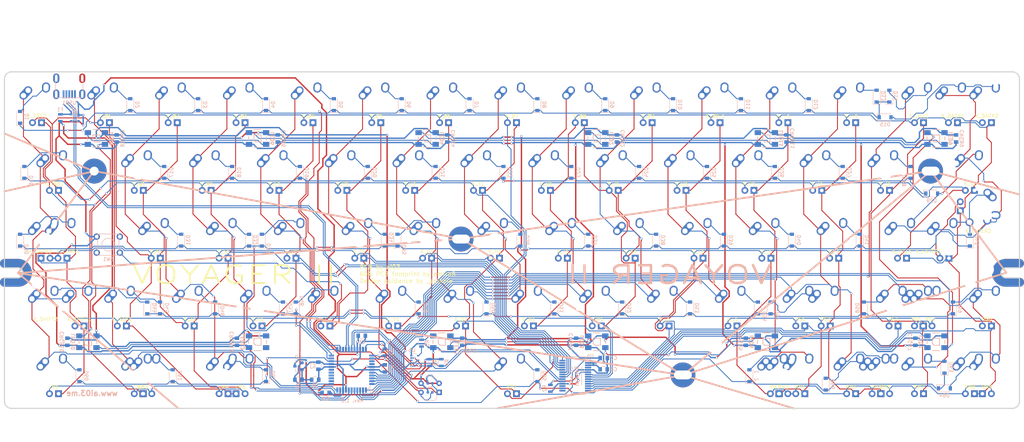
<source format=kicad_pcb>
(kicad_pcb (version 4) (host pcbnew 4.0.7)
  (layers (0 F.Cu signal) (31 B.Cu signal) (34 B.Paste user) (35 F.Paste user) (36 B.SilkS user) (37 F.SilkS user) (38 B.Mask user) (39 F.Mask user) (44 Edge.Cuts user))
  (net 0 "")
  (net 1 +3V3)
  (net 2 GND)
  (net 3 +5V)
  (net 4 VCC)
  (net 5 PDI_CLK)
  (net 6 COL9)
  (net 7 COL8)
  (net 8 COL7)
  (net 9 COL6)
  (net 10 COL5)
  (net 11 COL4)
  (net 12 COL3)
  (net 13 COL2)
  (net 14 COL1)
  (net 15 COL0)
  (net 16 "Net-(U1-Pad13)")
  (net 17 "Net-(U1-Pad14)")
  (net 18 "Net-(U1-Pad15)")
  (net 19 "Net-(U1-Pad16)")
  (net 20 "Net-(U1-Pad17)")
  (net 21 ROW1)
  (net 22 ROW4)
  (net 23 ROW3)
  (net 24 ROW2)
  (net 25 ROW0)
  (net 26 "Net-(U1-Pad25)")
  (net 27 D-)
  (net 28 D+)
  (net 29 "Net-(U1-Pad32)")
  (net 30 PDI)
  (net 31 "Net-(U1-Pad36)")
  (net 32 "Net-(U1-Pad37)")
  (net 33 COL14)
  (net 34 COL13)
  (net 35 COL12)
  (net 36 COL11)
  (net 37 COL10)
  (net 38 "Net-(USB1-Pad2)")
  (net 39 "Net-(D1-Pad2)")
  (net 40 "Net-(D2-Pad2)")
  (net 41 "Net-(D3-Pad2)")
  (net 42 "Net-(D4-Pad2)")
  (net 43 "Net-(D5-Pad2)")
  (net 44 "Net-(D6-Pad2)")
  (net 45 "Net-(D7-Pad2)")
  (net 46 "Net-(D8-Pad2)")
  (net 47 "Net-(D9-Pad2)")
  (net 48 "Net-(D10-Pad2)")
  (net 49 "Net-(D11-Pad2)")
  (net 50 "Net-(D12-Pad2)")
  (net 51 "Net-(D13-Pad2)")
  (net 52 "Net-(D14-Pad2)")
  (net 53 "Net-(D15-Pad2)")
  (net 54 "Net-(D16-Pad2)")
  (net 55 "Net-(D17-Pad2)")
  (net 56 "Net-(D18-Pad2)")
  (net 57 "Net-(D19-Pad2)")
  (net 58 "Net-(D20-Pad2)")
  (net 59 "Net-(D21-Pad2)")
  (net 60 "Net-(D22-Pad2)")
  (net 61 "Net-(D23-Pad2)")
  (net 62 "Net-(D24-Pad2)")
  (net 63 "Net-(D25-Pad2)")
  (net 64 "Net-(D26-Pad2)")
  (net 65 "Net-(D27-Pad2)")
  (net 66 "Net-(D28-Pad2)")
  (net 67 "Net-(D29-Pad2)")
  (net 68 "Net-(D30-Pad2)")
  (net 69 "Net-(D31-Pad2)")
  (net 70 "Net-(D32-Pad2)")
  (net 71 "Net-(D33-Pad2)")
  (net 72 "Net-(D34-Pad2)")
  (net 73 "Net-(D35-Pad2)")
  (net 74 "Net-(D36-Pad2)")
  (net 75 "Net-(D37-Pad2)")
  (net 76 "Net-(D38-Pad2)")
  (net 77 "Net-(D39-Pad2)")
  (net 78 "Net-(D40-Pad2)")
  (net 79 "Net-(D41-Pad2)")
  (net 80 "Net-(D43-Pad2)")
  (net 81 "Net-(D44-Pad2)")
  (net 82 "Net-(D45-Pad2)")
  (net 83 "Net-(D46-Pad2)")
  (net 84 "Net-(D47-Pad2)")
  (net 85 "Net-(D48-Pad2)")
  (net 86 "Net-(D49-Pad2)")
  (net 87 "Net-(D50-Pad2)")
  (net 88 "Net-(D51-Pad2)")
  (net 89 "Net-(D52-Pad2)")
  (net 90 "Net-(D53-Pad2)")
  (net 91 "Net-(D54-Pad2)")
  (net 92 "Net-(D55-Pad2)")
  (net 93 "Net-(D57-Pad2)")
  (net 94 "Net-(D58-Pad2)")
  (net 95 "Net-(D59-Pad2)")
  (net 96 "Net-(D60-Pad2)")
  (net 97 "Net-(D61-Pad2)")
  (net 98 "Net-(D62-Pad2)")
  (net 99 "Net-(R2-Pad1)")
  (net 100 LED-A9)
  (net 101 "Net-(U4-Pad4)")
  (net 102 LED-B1)
  (net 103 LED-B2)
  (net 104 LED-B3)
  (net 105 LED-B4)
  (net 106 LED-B5)
  (net 107 LED-B6)
  (net 108 LED-B7)
  (net 109 LED-B8)
  (net 110 LED-B9)
  (net 111 "Net-(U4-Pad16)")
  (net 112 "Net-(U4-Pad17)")
  (net 113 LED-A1)
  (net 114 LED-A2)
  (net 115 LED-A3)
  (net 116 LED-A4)
  (net 117 LED-A5)
  (net 118 LED-A6)
  (net 119 LED-A7)
  (net 120 LED-A8)
  (net 121 "Net-(LED1-Pad2)")
  (net 122 RGBLED)
  (net 123 "Net-(LED2-Pad2)")
  (net 124 "Net-(LED11-Pad2)")
  (net 125 "Net-(LED3-Pad2)")
  (net 126 "Net-(LED4-Pad2)")
  (net 127 "Net-(LED5-Pad2)")
  (net 128 "Net-(LED6-Pad2)")
  (net 129 "Net-(LED7-Pad2)")
  (net 130 "Net-(LED10-Pad4)")
  (net 131 "Net-(LED11-Pad4)")
  (net 132 "Net-(LED10-Pad2)")
  (net 133 "Net-(LED12-Pad2)")
  (net 134 I2C+)
  (net 135 I2C-)
  (net 136 "Net-(LED1-Pad4)")
  (net 137 "Net-(R5-Pad1)")
  (net 138 "Net-(D42-Pad2)")
  (net 139 "Net-(D56-Pad2)")
  (net 140 "Net-(D63-Pad2)")
  (net 141 "Net-(D64-Pad2)")
  (module locallib:60_Outline (layer F.Cu) (at 190.5 95.25)
    (fp_text reference REF** hide)
    (fp_text value 60_Outline hide)
    (fp_line (start 138.7 11.85095) (end 142.55 11.85095) (layer B.Cu) (width 2.5019))
    (fp_line (start 138.7 6.54905) (end 142.5 6.54905) (layer F.Cu) (width 2.5019))
    (fp_arc (start 138.7 9.2) (end 136.04905 9.2) (angle -90) (layer F.Cu) (width 2.5019))
    (fp_arc (start 138.7 9.2) (end 138.7 6.54905) (angle -90) (layer F.Cu) (width 2.5019))
    (fp_line (start 138.7 6.54905) (end 142.5 6.54905) (layer B.Cu) (width 2.5019))
    (fp_line (start 138.7 11.85095) (end 142.55 11.85095) (layer F.Cu) (width 2.5019))
    (fp_arc (start 138.7 9.2) (end 136.04905 9.2) (angle -90) (layer B.Cu) (width 2.5019))
    (fp_arc (start 138.7 9.2) (end 138.7 6.54905) (angle -90) (layer B.Cu) (width 2.5019))
    (fp_arc (start -138.7 9.2) (end -138.7 6.54905) (angle 90) (layer B.Cu) (width 2.5019))
    (fp_arc (start -138.7 9.2) (end -136.04905 9.2) (angle 90) (layer B.Cu) (width 2.5019))
    (fp_line (start -142.5 11.85095) (end -138.7 11.85095) (layer F.Cu) (width 2.5019))
    (fp_line (start -142.5 11.85095) (end -138.7 11.85095) (layer B.Cu) (width 2.5019))
    (fp_arc (start -138.7 9.2) (end -138.7 6.54905) (angle 90) (layer F.Cu) (width 2.5019))
    (fp_arc (start -138.7 9.2) (end -136.04905 9.2) (angle 90) (layer F.Cu) (width 2.5019))
    (fp_arc (start -138.7 9.2) (end -137.3 9.2) (angle 90) (layer Edge.Cuts) (width 0.3))
    (fp_line (start -142.5 6.54905) (end -138.7 6.54905) (layer B.Cu) (width 2.5019))
    (fp_line (start -142.5 6.54905) (end -138.7 6.54905) (layer F.Cu) (width 2.5019))
    (fp_line (start 138.7 7.8) (end 142.5 7.8) (layer Edge.Cuts) (width 0.3))
    (fp_line (start 138.7 10.6) (end 142.5 10.6) (layer Edge.Cuts) (width 0.3))
    (fp_line (start 142.5 7.8) (end 142.5 -45.3) (layer Edge.Cuts) (width 0.3))
    (fp_line (start 142.5 10.6) (end 142.5 45.3) (layer Edge.Cuts) (width 0.3))
    (fp_arc (start 138.7 9.2) (end 137.3 9.2) (angle -90) (layer Edge.Cuts) (width 0.3))
    (fp_arc (start 138.7 9.2) (end 138.7 7.8) (angle -90) (layer Edge.Cuts) (width 0.3))
    (fp_line (start -142.5 7.8) (end -142.5 -45.3) (layer Edge.Cuts) (width 0.3))
    (fp_line (start -138.7 7.8) (end -142.5 7.8) (layer Edge.Cuts) (width 0.3))
    (fp_arc (start -138.7 9.2) (end -138.7 7.8) (angle 90) (layer Edge.Cuts) (width 0.3))
    (fp_line (start -142.5 10.6) (end -138.7 10.6) (layer Edge.Cuts) (width 0.3))
    (fp_line (start -142.5 45.3) (end -142.5 10.6) (layer Edge.Cuts) (width 0.3))
    (fp_arc (start 140.5 -45.3) (end 140.5 -47.3) (angle 90) (layer Edge.Cuts) (width 0.3))
    (fp_arc (start 140.5 45.3) (end 142.5 45.3) (angle 90) (layer Edge.Cuts) (width 0.3))
    (fp_arc (start -140.5 45.3) (end -140.5 47.3) (angle 90) (layer Edge.Cuts) (width 0.3))
    (fp_arc (start -140.5 -45.3) (end -142.5 -45.3) (angle 90) (layer Edge.Cuts) (width 0.3))
    (fp_line (start 140.5 -47.3) (end -140.5 -47.3) (layer Edge.Cuts) (width 0.3))
    (fp_line (start -140.5 47.3) (end 140.5 47.3) (layer Edge.Cuts) (width 0.3))
    (pad 1 thru_hole circle (at -117.3 -19.4) (size 7.0013 7.0013) (drill 2.4994) (layers *.Cu *.Mask))
    (pad 1 thru_hole circle (at -14.3 -0.3) (size 7.00024 7.00024) (drill oval 5.00126 2.49936) (layers *.Cu *.Mask))
    (pad 1 thru_hole circle (at 48 37.9) (size 7.00024 7.00024) (drill oval 5.00126 2.49936) (layers *.Cu *.Mask))
    (pad 1 thru_hole circle (at 117.55 -19.4) (size 7.00024 7.00024) (drill oval 5.00126 2.49936) (layers *.Cu *.Mask))
  )
  (module Capacitors_SMD:C_0805 (layer B.Cu) (at 130.556 134.493 180)
    (fp_text reference C1 (at 0.127 -1.651 180) (layer B.SilkS) (effects (justify mirror)))
    (fp_text value 1u)
    (pad 1 smd rect (at -1 0 180) (size 1 1.25) (layers B.Cu B.Paste B.Mask) (net 1 +3V3))
    (pad 2 smd rect (at 1 0 180) (size 1 1.25) (layers B.Cu B.Paste B.Mask) (net 2 GND))
  )
  (module Capacitors_SMD:C_0805 (layer B.Cu) (at 136.144 130.556 270)
    (fp_text reference C2 (at 0 1.651 270) (layer B.SilkS) (effects (justify mirror)))
    (fp_text value 0.1u)
    (pad 1 smd rect (at -1 0 270) (size 1 1.25) (layers B.Cu B.Paste B.Mask) (net 1 +3V3))
    (pad 2 smd rect (at 1 0 270) (size 1 1.25) (layers B.Cu B.Paste B.Mask) (net 2 GND))
  )
  (module Capacitors_SMD:C_0805 (layer B.Cu) (at 138.176 138.176 180)
    (fp_text reference C3 (at 0 -1.651 180) (layer B.SilkS) (effects (justify mirror)))
    (fp_text value 0.1u)
    (pad 1 smd rect (at -1 0 180) (size 1 1.25) (layers B.Cu B.Paste B.Mask) (net 1 +3V3))
    (pad 2 smd rect (at 1 0 180) (size 1 1.25) (layers B.Cu B.Paste B.Mask) (net 2 GND))
  )
  (module Capacitors_SMD:C_0805 (layer B.Cu) (at 154.813 131.318 90)
    (fp_text reference C4 (at 0 1.778 90) (layer B.SilkS) (effects (justify mirror)))
    (fp_text value 0.1u)
    (pad 1 smd rect (at -1 0 90) (size 1 1.25) (layers B.Cu B.Paste B.Mask) (net 1 +3V3))
    (pad 2 smd rect (at 1 0 90) (size 1 1.25) (layers B.Cu B.Paste B.Mask) (net 2 GND))
  )
  (module Capacitors_SMD:C_0805 (layer B.Cu) (at 148.336 122.1105 180)
    (fp_text reference C5 (at 0 -1.8415 180) (layer B.SilkS) (effects (justify mirror)))
    (fp_text value 0.1u)
    (pad 1 smd rect (at -1 0 180) (size 1 1.25) (layers B.Cu B.Paste B.Mask) (net 1 +3V3))
    (pad 2 smd rect (at 1 0 180) (size 1 1.25) (layers B.Cu B.Paste B.Mask) (net 2 GND))
  )
  (module Capacitors_SMD:C_0805 (layer B.Cu) (at 135.255 134.493)
    (fp_text reference C6 (at 0 1.651) (layer B.SilkS) (effects (justify mirror)))
    (fp_text value 10u)
    (pad 1 smd rect (at -1 0) (size 1 1.25) (layers B.Cu B.Paste B.Mask) (net 1 +3V3))
    (pad 2 smd rect (at 1 0) (size 1 1.25) (layers B.Cu B.Paste B.Mask) (net 2 GND))
  )
  (module Resistors_SMD:R_0805 (layer B.Cu) (at 154.813 126.746 270)
    (fp_text reference R1 (at 0 -1.778 450) (layer B.SilkS) (effects (justify mirror)))
    (fp_text value 10k)
    (pad 1 smd rect (at -0.95 0 270) (size 0.7 1.3) (layers B.Cu B.Paste B.Mask) (net 1 +3V3))
    (pad 2 smd rect (at 0.95 0 270) (size 0.7 1.3) (layers B.Cu B.Paste B.Mask) (net 5 PDI_CLK))
  )
  (module Molex-0548190589:PushButton_6x6mm_TH (layer B.Cu) (at 77.15 96.52 180)
    (fp_text reference SW1 (at 0 -4.064 180) (layer B.SilkS) (effects (justify mirror)))
    (fp_text value SW_PUSH)
    (pad 1 thru_hole circle (at 3.25 2.25 180) (size 1.8 1.8) (drill 1) (layers *.Cu *.Mask) (net 2 GND))
    (pad 2 thru_hole circle (at -3.25 -2.25 180) (size 1.8 1.8) (drill 1) (layers *.Cu *.Mask) (net 5 PDI_CLK))
    (pad 3 thru_hole circle (at 3.25 -2.25 180) (size 1.8 1.8) (drill 1) (layers *.Cu *.Mask))
    (pad 4 thru_hole circle (at -3.25 2.25 180) (size 1.8 1.8) (drill 1) (layers *.Cu *.Mask))
  )
  (module Housings_QFP:TQFP-44_10x10mm_Pitch0.8mm (layer B.Cu) (at 145.4785 131.699 90)
    (fp_text reference U1 (at -6.096 5.9055 180) (layer B.SilkS) (effects (justify mirror)))
    (fp_text value ATXMEGA32A4U-AU)
    (pad 1 smd rect (at -5.7 4 90) (size 1.5 0.55) (layers B.Cu B.Paste B.Mask) (net 6 COL9))
    (pad 2 smd rect (at -5.7 3.2 90) (size 1.5 0.55) (layers B.Cu B.Paste B.Mask) (net 7 COL8))
    (pad 3 smd rect (at -5.7 2.4 90) (size 1.5 0.55) (layers B.Cu B.Paste B.Mask) (net 8 COL7))
    (pad 4 smd rect (at -5.7 1.6 90) (size 1.5 0.55) (layers B.Cu B.Paste B.Mask) (net 9 COL6))
    (pad 5 smd rect (at -5.7 0.8 90) (size 1.5 0.55) (layers B.Cu B.Paste B.Mask) (net 10 COL5))
    (pad 6 smd rect (at -5.7 0 90) (size 1.5 0.55) (layers B.Cu B.Paste B.Mask) (net 11 COL4))
    (pad 7 smd rect (at -5.7 -0.8 90) (size 1.5 0.55) (layers B.Cu B.Paste B.Mask) (net 12 COL3))
    (pad 8 smd rect (at -5.7 -1.6 90) (size 1.5 0.55) (layers B.Cu B.Paste B.Mask) (net 2 GND))
    (pad 9 smd rect (at -5.7 -2.4 90) (size 1.5 0.55) (layers B.Cu B.Paste B.Mask) (net 1 +3V3))
    (pad 10 smd rect (at -5.7 -3.2 90) (size 1.5 0.55) (layers B.Cu B.Paste B.Mask) (net 13 COL2))
    (pad 11 smd rect (at -5.7 -4 90) (size 1.5 0.55) (layers B.Cu B.Paste B.Mask) (net 14 COL1))
    (pad 12 smd rect (at -4 -5.7) (size 1.5 0.55) (layers B.Cu B.Paste B.Mask) (net 15 COL0))
    (pad 13 smd rect (at -3.2 -5.7) (size 1.5 0.55) (layers B.Cu B.Paste B.Mask) (net 16 "Net-(U1-Pad13)"))
    (pad 14 smd rect (at -2.4 -5.7) (size 1.5 0.55) (layers B.Cu B.Paste B.Mask) (net 17 "Net-(U1-Pad14)"))
    (pad 15 smd rect (at -1.6 -5.7) (size 1.5 0.55) (layers B.Cu B.Paste B.Mask) (net 18 "Net-(U1-Pad15)"))
    (pad 16 smd rect (at -0.8 -5.7) (size 1.5 0.55) (layers B.Cu B.Paste B.Mask) (net 19 "Net-(U1-Pad16)"))
    (pad 17 smd rect (at 0 -5.7) (size 1.5 0.55) (layers B.Cu B.Paste B.Mask) (net 20 "Net-(U1-Pad17)"))
    (pad 18 smd rect (at 0.8 -5.7) (size 1.5 0.55) (layers B.Cu B.Paste B.Mask) (net 2 GND))
    (pad 19 smd rect (at 1.6 -5.7) (size 1.5 0.55) (layers B.Cu B.Paste B.Mask) (net 1 +3V3))
    (pad 20 smd rect (at 2.4 -5.7) (size 1.5 0.55) (layers B.Cu B.Paste B.Mask) (net 22 ROW4))
    (pad 21 smd rect (at 3.2 -5.7) (size 1.5 0.55) (layers B.Cu B.Paste B.Mask) (net 23 ROW3))
    (pad 22 smd rect (at 4 -5.7) (size 1.5 0.55) (layers B.Cu B.Paste B.Mask) (net 24 ROW2))
    (pad 23 smd rect (at 5.7 -4 90) (size 1.5 0.55) (layers B.Cu B.Paste B.Mask) (net 21 ROW1))
    (pad 24 smd rect (at 5.7 -3.2 90) (size 1.5 0.55) (layers B.Cu B.Paste B.Mask) (net 25 ROW0))
    (pad 25 smd rect (at 5.7 -2.4 90) (size 1.5 0.55) (layers B.Cu B.Paste B.Mask) (net 26 "Net-(U1-Pad25)"))
    (pad 26 smd rect (at 5.7 -1.6 90) (size 1.5 0.55) (layers B.Cu B.Paste B.Mask) (net 27 D-))
    (pad 27 smd rect (at 5.7 -0.8 90) (size 1.5 0.55) (layers B.Cu B.Paste B.Mask) (net 28 D+))
    (pad 28 smd rect (at 5.7 0 90) (size 1.5 0.55) (layers B.Cu B.Paste B.Mask) (net 134 I2C+))
    (pad 29 smd rect (at 5.7 0.8 90) (size 1.5 0.55) (layers B.Cu B.Paste B.Mask) (net 135 I2C-))
    (pad 30 smd rect (at 5.7 1.6 90) (size 1.5 0.55) (layers B.Cu B.Paste B.Mask) (net 2 GND))
    (pad 31 smd rect (at 5.7 2.4 90) (size 1.5 0.55) (layers B.Cu B.Paste B.Mask) (net 1 +3V3))
    (pad 32 smd rect (at 5.7 3.2 90) (size 1.5 0.55) (layers B.Cu B.Paste B.Mask) (net 29 "Net-(U1-Pad32)"))
    (pad 33 smd rect (at 5.7 4 90) (size 1.5 0.55) (layers B.Cu B.Paste B.Mask) (net 122 RGBLED))
    (pad 34 smd rect (at 4 5.7) (size 1.5 0.55) (layers B.Cu B.Paste B.Mask) (net 30 PDI))
    (pad 35 smd rect (at 3.2 5.7) (size 1.5 0.55) (layers B.Cu B.Paste B.Mask) (net 5 PDI_CLK))
    (pad 36 smd rect (at 2.4 5.7) (size 1.5 0.55) (layers B.Cu B.Paste B.Mask) (net 31 "Net-(U1-Pad36)"))
    (pad 37 smd rect (at 1.6 5.7) (size 1.5 0.55) (layers B.Cu B.Paste B.Mask) (net 32 "Net-(U1-Pad37)"))
    (pad 38 smd rect (at 0.8 5.7) (size 1.5 0.55) (layers B.Cu B.Paste B.Mask) (net 2 GND))
    (pad 39 smd rect (at 0 5.7) (size 1.5 0.55) (layers B.Cu B.Paste B.Mask) (net 1 +3V3))
    (pad 40 smd rect (at -0.8 5.7) (size 1.5 0.55) (layers B.Cu B.Paste B.Mask) (net 33 COL14))
    (pad 41 smd rect (at -1.6 5.7) (size 1.5 0.55) (layers B.Cu B.Paste B.Mask) (net 34 COL13))
    (pad 42 smd rect (at -2.4 5.7) (size 1.5 0.55) (layers B.Cu B.Paste B.Mask) (net 35 COL12))
    (pad 43 smd rect (at -3.2 5.7) (size 1.5 0.55) (layers B.Cu B.Paste B.Mask) (net 36 COL11))
    (pad 44 smd rect (at -4 5.7) (size 1.5 0.55) (layers B.Cu B.Paste B.Mask) (net 37 COL10))
  )
  (module TO_SOT_Packages_SMD:SOT-23 (layer B.Cu) (at 130.556 130.683 180)
    (fp_text reference U2 (at 0 2.5 180) (layer B.SilkS) (effects (justify mirror)))
    (fp_text value MCP1700T-3002E/TT)
    (pad 1 smd rect (at -1 0.95 180) (size 0.9 0.8) (layers B.Cu B.Paste B.Mask) (net 2 GND))
    (pad 2 smd rect (at -1 -0.95 180) (size 0.9 0.8) (layers B.Cu B.Paste B.Mask) (net 1 +3V3))
    (pad 3 smd rect (at 1 0 180) (size 0.9 0.8) (layers B.Cu B.Paste B.Mask) (net 3 +5V))
  )
  (module Molex-0548190589:Molex-0548190589 (layer B.Cu) (at 66.2 49.75225 270)
    (fp_text reference USB1 (at 6.88975 0.033 540) (layer B.SilkS) (effects (justify mirror)))
    (fp_text value Molex-0548190589)
    (pad 1 smd rect (at 4.5 -1.6 270) (size 2.25 0.5) (layers B.Cu B.Paste B.Mask) (net 2 GND))
    (pad 2 smd rect (at 4.5 -0.8 270) (size 2.25 0.5) (layers B.Cu B.Paste B.Mask) (net 38 "Net-(USB1-Pad2)"))
    (pad 3 smd rect (at 4.5 0 270) (size 2.25 0.5) (layers B.Cu B.Paste B.Mask) (net 28 D+))
    (pad 4 smd rect (at 4.5 0.8 270) (size 2.25 0.5) (layers B.Cu B.Paste B.Mask) (net 27 D-))
    (pad 5 smd rect (at 4.5 1.6 270) (size 2.25 0.5) (layers B.Cu B.Paste B.Mask) (net 4 VCC))
    (pad "" thru_hole oval (at 4.5 3.65 270) (size 2.7 1.7) (drill oval 1.9 0.7) (layers F.Cu F.Mask))
    (pad "" thru_hole oval (at 4.5 -3.65 270) (size 2.7 1.7) (drill oval 1.9 0.7) (layers F.Cu F.Mask))
    (pad "" np_thru_hole oval (at 0 -3.65 270) (size 2.7 1.7) (drill oval 1.9 0.7) (layers F.Cu F.Mask))
    (pad "" thru_hole oval (at 0 3.65 270) (size 2.7 1.7) (drill oval 1.9 0.7) (layers F.Cu F.Mask))
  )
  (module Capacitors_SMD:C_0805 (layer B.Cu) (at 216.281 128.397)
    (fp_text reference C7 (at 2.794 0) (layer B.SilkS) (effects (justify mirror)))
    (fp_text value 10u)
    (pad 1 smd rect (at -1 0) (size 1 1.25) (layers B.Cu B.Paste B.Mask) (net 3 +5V))
    (pad 2 smd rect (at 1 0) (size 1 1.25) (layers B.Cu B.Paste B.Mask) (net 2 GND))
  )
  (module Capacitors_SMD:C_0805 (layer B.Cu) (at 216.265 131.572)
    (fp_text reference C8 (at 2.81 0) (layer B.SilkS) (effects (justify mirror)))
    (fp_text value 0.1u)
    (pad 1 smd rect (at -1 0) (size 1 1.25) (layers B.Cu B.Paste B.Mask) (net 3 +5V))
    (pad 2 smd rect (at 1 0) (size 1 1.25) (layers B.Cu B.Paste B.Mask) (net 2 GND))
  )
  (module Diodes_SMD:D_SOD-123 (layer B.Cu) (at 52.3875 60.721875 90)
    (fp_text reference D1 (at 0.142875 1.8415 90) (layer B.SilkS) (effects (justify mirror)))
    (fp_text value D_Small)
    (pad 1 smd rect (at -1.65 0 90) (size 0.9 1.2) (layers B.Cu B.Paste B.Mask) (net 25 ROW0))
    (pad 2 smd rect (at 1.65 0 90) (size 0.9 1.2) (layers B.Cu B.Paste B.Mask) (net 39 "Net-(D1-Pad2)"))
  )
  (module Diodes_SMD:D_SOD-123 (layer B.Cu) (at 83.34375 57.15 90)
    (fp_text reference D2 (at 0 2 90) (layer B.SilkS) (effects (justify mirror)))
    (fp_text value D_Small)
    (pad 1 smd rect (at -1.65 0 90) (size 0.9 1.2) (layers B.Cu B.Paste B.Mask) (net 25 ROW0))
    (pad 2 smd rect (at 1.65 0 90) (size 0.9 1.2) (layers B.Cu B.Paste B.Mask) (net 40 "Net-(D2-Pad2)"))
  )
  (module Diodes_SMD:D_SOD-123 (layer B.Cu) (at 102.39375 57.15 90)
    (fp_text reference D3 (at 0 2 90) (layer B.SilkS) (effects (justify mirror)))
    (fp_text value D_Small)
    (pad 1 smd rect (at -1.65 0 90) (size 0.9 1.2) (layers B.Cu B.Paste B.Mask) (net 25 ROW0))
    (pad 2 smd rect (at 1.65 0 90) (size 0.9 1.2) (layers B.Cu B.Paste B.Mask) (net 41 "Net-(D3-Pad2)"))
  )
  (module Diodes_SMD:D_SOD-123 (layer B.Cu) (at 121.44375 57.15 90)
    (fp_text reference D4 (at 0 2 90) (layer B.SilkS) (effects (justify mirror)))
    (fp_text value D_Small)
    (pad 1 smd rect (at -1.65 0 90) (size 0.9 1.2) (layers B.Cu B.Paste B.Mask) (net 25 ROW0))
    (pad 2 smd rect (at 1.65 0 90) (size 0.9 1.2) (layers B.Cu B.Paste B.Mask) (net 42 "Net-(D4-Pad2)"))
  )
  (module Diodes_SMD:D_SOD-123 (layer B.Cu) (at 140.49375 57.15 90)
    (fp_text reference D5 (at 0 2 90) (layer B.SilkS) (effects (justify mirror)))
    (fp_text value D_Small)
    (pad 1 smd rect (at -1.65 0 90) (size 0.9 1.2) (layers B.Cu B.Paste B.Mask) (net 25 ROW0))
    (pad 2 smd rect (at 1.65 0 90) (size 0.9 1.2) (layers B.Cu B.Paste B.Mask) (net 43 "Net-(D5-Pad2)"))
  )
  (module Diodes_SMD:D_SOD-123 (layer B.Cu) (at 159.54375 57.15 90)
    (fp_text reference D6 (at 0 2 90) (layer B.SilkS) (effects (justify mirror)))
    (fp_text value D_Small)
    (pad 1 smd rect (at -1.65 0 90) (size 0.9 1.2) (layers B.Cu B.Paste B.Mask) (net 25 ROW0))
    (pad 2 smd rect (at 1.65 0 90) (size 0.9 1.2) (layers B.Cu B.Paste B.Mask) (net 44 "Net-(D6-Pad2)"))
  )
  (module Diodes_SMD:D_SOD-123 (layer B.Cu) (at 178.59375 57.15 90)
    (fp_text reference D7 (at 0 2 90) (layer B.SilkS) (effects (justify mirror)))
    (fp_text value D_Small)
    (pad 1 smd rect (at -1.65 0 90) (size 0.9 1.2) (layers B.Cu B.Paste B.Mask) (net 25 ROW0))
    (pad 2 smd rect (at 1.65 0 90) (size 0.9 1.2) (layers B.Cu B.Paste B.Mask) (net 45 "Net-(D7-Pad2)"))
  )
  (module Diodes_SMD:D_SOD-123 (layer B.Cu) (at 197.64375 57.15 90)
    (fp_text reference D8 (at 0 2 90) (layer B.SilkS) (effects (justify mirror)))
    (fp_text value D_Small)
    (pad 1 smd rect (at -1.65 0 90) (size 0.9 1.2) (layers B.Cu B.Paste B.Mask) (net 25 ROW0))
    (pad 2 smd rect (at 1.65 0 90) (size 0.9 1.2) (layers B.Cu B.Paste B.Mask) (net 46 "Net-(D8-Pad2)"))
  )
  (module Diodes_SMD:D_SOD-123 (layer B.Cu) (at 216.69375 57.15 90)
    (fp_text reference D9 (at 0 2 90) (layer B.SilkS) (effects (justify mirror)))
    (fp_text value D_Small)
    (pad 1 smd rect (at -1.65 0 90) (size 0.9 1.2) (layers B.Cu B.Paste B.Mask) (net 25 ROW0))
    (pad 2 smd rect (at 1.65 0 90) (size 0.9 1.2) (layers B.Cu B.Paste B.Mask) (net 47 "Net-(D9-Pad2)"))
  )
  (module Diodes_SMD:D_SOD-123 (layer B.Cu) (at 235.74375 57.15 90)
    (fp_text reference D10 (at 0 2 90) (layer B.SilkS) (effects (justify mirror)))
    (fp_text value D_Small)
    (pad 1 smd rect (at -1.65 0 90) (size 0.9 1.2) (layers B.Cu B.Paste B.Mask) (net 25 ROW0))
    (pad 2 smd rect (at 1.65 0 90) (size 0.9 1.2) (layers B.Cu B.Paste B.Mask) (net 48 "Net-(D10-Pad2)"))
  )
  (module Diodes_SMD:D_SOD-123 (layer B.Cu) (at 254.79375 57.15 90)
    (fp_text reference D11 (at 0 2 90) (layer B.SilkS) (effects (justify mirror)))
    (fp_text value D_Small)
    (pad 1 smd rect (at -1.65 0 90) (size 0.9 1.2) (layers B.Cu B.Paste B.Mask) (net 25 ROW0))
    (pad 2 smd rect (at 1.65 0 90) (size 0.9 1.2) (layers B.Cu B.Paste B.Mask) (net 49 "Net-(D11-Pad2)"))
  )
  (module Diodes_SMD:D_SOD-123 (layer B.Cu) (at 273.84375 57.15 90)
    (fp_text reference D12 (at 0 2 90) (layer B.SilkS) (effects (justify mirror)))
    (fp_text value D_Small)
    (pad 1 smd rect (at -1.65 0 90) (size 0.9 1.2) (layers B.Cu B.Paste B.Mask) (net 25 ROW0))
    (pad 2 smd rect (at 1.65 0 90) (size 0.9 1.2) (layers B.Cu B.Paste B.Mask) (net 50 "Net-(D12-Pad2)"))
  )
  (module Diodes_SMD:D_SOD-123 (layer B.Cu) (at 292.89375 54.76875 90)
    (fp_text reference D13 (at 0 1.87325 90) (layer B.SilkS) (effects (justify mirror)))
    (fp_text value D_Small)
    (pad 1 smd rect (at -1.65 0 90) (size 0.9 1.2) (layers B.Cu B.Paste B.Mask) (net 25 ROW0))
    (pad 2 smd rect (at 1.65 0 90) (size 0.9 1.2) (layers B.Cu B.Paste B.Mask) (net 51 "Net-(D13-Pad2)"))
  )
  (module Diodes_SMD:D_SOD-123 (layer B.Cu) (at 296.465625 54.76875 90)
    (fp_text reference D14 (at 0 1.857375 90) (layer B.SilkS) (effects (justify mirror)))
    (fp_text value D_Small)
    (pad 1 smd rect (at -1.65 0 90) (size 0.9 1.2) (layers B.Cu B.Paste B.Mask) (net 25 ROW0))
    (pad 2 smd rect (at 1.65 0 90) (size 0.9 1.2) (layers B.Cu B.Paste B.Mask) (net 52 "Net-(D14-Pad2)"))
  )
  (module Diodes_SMD:D_SOD-123 (layer B.Cu) (at 295.275 60.721875)
    (fp_text reference D15 (at 0 2) (layer B.SilkS) (effects (justify mirror)))
    (fp_text value D_Small)
    (pad 1 smd rect (at -1.65 0) (size 0.9 1.2) (layers B.Cu B.Paste B.Mask) (net 25 ROW0))
    (pad 2 smd rect (at 1.65 0) (size 0.9 1.2) (layers B.Cu B.Paste B.Mask) (net 53 "Net-(D15-Pad2)"))
  )
  (module Diodes_SMD:D_SOD-123 (layer B.Cu) (at 53.578125 76.2 90)
    (fp_text reference D16 (at -2.286 1.920875 90) (layer B.SilkS) (effects (justify mirror)))
    (fp_text value D_Small)
    (pad 1 smd rect (at -1.65 0 90) (size 0.9 1.2) (layers B.Cu B.Paste B.Mask) (net 21 ROW1))
    (pad 2 smd rect (at 1.65 0 90) (size 0.9 1.2) (layers B.Cu B.Paste B.Mask) (net 54 "Net-(D16-Pad2)"))
  )
  (module Diodes_SMD:D_SOD-123 (layer B.Cu) (at 92.86875 76.2 90)
    (fp_text reference D17 (at 0 2 90) (layer B.SilkS) (effects (justify mirror)))
    (fp_text value D_Small)
    (pad 1 smd rect (at -1.65 0 90) (size 0.9 1.2) (layers B.Cu B.Paste B.Mask) (net 21 ROW1))
    (pad 2 smd rect (at 1.65 0 90) (size 0.9 1.2) (layers B.Cu B.Paste B.Mask) (net 55 "Net-(D17-Pad2)"))
  )
  (module Diodes_SMD:D_SOD-123 (layer B.Cu) (at 111.91875 76.2 90)
    (fp_text reference D18 (at 0 2 90) (layer B.SilkS) (effects (justify mirror)))
    (fp_text value D_Small)
    (pad 1 smd rect (at -1.65 0 90) (size 0.9 1.2) (layers B.Cu B.Paste B.Mask) (net 21 ROW1))
    (pad 2 smd rect (at 1.65 0 90) (size 0.9 1.2) (layers B.Cu B.Paste B.Mask) (net 56 "Net-(D18-Pad2)"))
  )
  (module Diodes_SMD:D_SOD-123 (layer B.Cu) (at 130.96875 76.2 90)
    (fp_text reference D19 (at 0 2 90) (layer B.SilkS) (effects (justify mirror)))
    (fp_text value D_Small)
    (pad 1 smd rect (at -1.65 0 90) (size 0.9 1.2) (layers B.Cu B.Paste B.Mask) (net 21 ROW1))
    (pad 2 smd rect (at 1.65 0 90) (size 0.9 1.2) (layers B.Cu B.Paste B.Mask) (net 57 "Net-(D19-Pad2)"))
  )
  (module Diodes_SMD:D_SOD-123 (layer B.Cu) (at 150.01875 76.2 90)
    (fp_text reference D20 (at 0 2 90) (layer B.SilkS) (effects (justify mirror)))
    (fp_text value D_Small)
    (pad 1 smd rect (at -1.65 0 90) (size 0.9 1.2) (layers B.Cu B.Paste B.Mask) (net 21 ROW1))
    (pad 2 smd rect (at 1.65 0 90) (size 0.9 1.2) (layers B.Cu B.Paste B.Mask) (net 58 "Net-(D20-Pad2)"))
  )
  (module Diodes_SMD:D_SOD-123 (layer B.Cu) (at 169.06875 76.2 90)
    (fp_text reference D21 (at 0 2 90) (layer B.SilkS) (effects (justify mirror)))
    (fp_text value D_Small)
    (pad 1 smd rect (at -1.65 0 90) (size 0.9 1.2) (layers B.Cu B.Paste B.Mask) (net 21 ROW1))
    (pad 2 smd rect (at 1.65 0 90) (size 0.9 1.2) (layers B.Cu B.Paste B.Mask) (net 59 "Net-(D21-Pad2)"))
  )
  (module Diodes_SMD:D_SOD-123 (layer B.Cu) (at 188.11875 76.2 90)
    (fp_text reference D22 (at 0 2 90) (layer B.SilkS) (effects (justify mirror)))
    (fp_text value D_Small)
    (pad 1 smd rect (at -1.65 0 90) (size 0.9 1.2) (layers B.Cu B.Paste B.Mask) (net 21 ROW1))
    (pad 2 smd rect (at 1.65 0 90) (size 0.9 1.2) (layers B.Cu B.Paste B.Mask) (net 60 "Net-(D22-Pad2)"))
  )
  (module Diodes_SMD:D_SOD-123 (layer B.Cu) (at 207.16875 76.2 90)
    (fp_text reference D23 (at 0 2 90) (layer B.SilkS) (effects (justify mirror)))
    (fp_text value D_Small)
    (pad 1 smd rect (at -1.65 0 90) (size 0.9 1.2) (layers B.Cu B.Paste B.Mask) (net 21 ROW1))
    (pad 2 smd rect (at 1.65 0 90) (size 0.9 1.2) (layers B.Cu B.Paste B.Mask) (net 61 "Net-(D23-Pad2)"))
  )
  (module Diodes_SMD:D_SOD-123 (layer B.Cu) (at 226.21875 76.2 90)
    (fp_text reference D24 (at 0 2 90) (layer B.SilkS) (effects (justify mirror)))
    (fp_text value D_Small)
    (pad 1 smd rect (at -1.65 0 90) (size 0.9 1.2) (layers B.Cu B.Paste B.Mask) (net 21 ROW1))
    (pad 2 smd rect (at 1.65 0 90) (size 0.9 1.2) (layers B.Cu B.Paste B.Mask) (net 62 "Net-(D24-Pad2)"))
  )
  (module Diodes_SMD:D_SOD-123 (layer B.Cu) (at 245.26875 76.2 90)
    (fp_text reference D25 (at 0 2 90) (layer B.SilkS) (effects (justify mirror)))
    (fp_text value D_Small)
    (pad 1 smd rect (at -1.65 0 90) (size 0.9 1.2) (layers B.Cu B.Paste B.Mask) (net 21 ROW1))
    (pad 2 smd rect (at 1.65 0 90) (size 0.9 1.2) (layers B.Cu B.Paste B.Mask) (net 63 "Net-(D25-Pad2)"))
  )
  (module Diodes_SMD:D_SOD-123 (layer B.Cu) (at 264.31875 76.2 90)
    (fp_text reference D26 (at 0 2 90) (layer B.SilkS) (effects (justify mirror)))
    (fp_text value D_Small)
    (pad 1 smd rect (at -1.65 0 90) (size 0.9 1.2) (layers B.Cu B.Paste B.Mask) (net 21 ROW1))
    (pad 2 smd rect (at 1.65 0 90) (size 0.9 1.2) (layers B.Cu B.Paste B.Mask) (net 64 "Net-(D26-Pad2)"))
  )
  (module Diodes_SMD:D_SOD-123 (layer B.Cu) (at 283.36875 76.2 90)
    (fp_text reference D27 (at 0 2 90) (layer B.SilkS) (effects (justify mirror)))
    (fp_text value D_Small)
    (pad 1 smd rect (at -1.65 0 90) (size 0.9 1.2) (layers B.Cu B.Paste B.Mask) (net 21 ROW1))
    (pad 2 smd rect (at 1.65 0 90) (size 0.9 1.2) (layers B.Cu B.Paste B.Mask) (net 65 "Net-(D27-Pad2)"))
  )
  (module Diodes_SMD:D_SOD-123 (layer B.Cu) (at 302.41875 76.2 90)
    (fp_text reference D28 (at -2.54 -1.74625 90) (layer B.SilkS) (effects (justify mirror)))
    (fp_text value D_Small)
    (pad 1 smd rect (at -1.65 0 90) (size 0.9 1.2) (layers B.Cu B.Paste B.Mask) (net 21 ROW1))
    (pad 2 smd rect (at 1.65 0 90) (size 0.9 1.2) (layers B.Cu B.Paste B.Mask) (net 66 "Net-(D28-Pad2)"))
  )
  (module Diodes_SMD:D_SOD-123 (layer B.Cu) (at 308.371875 82.153125)
    (fp_text reference D29 (at 0 2) (layer B.SilkS) (effects (justify mirror)))
    (fp_text value D_Small)
    (pad 1 smd rect (at -1.65 0) (size 0.9 1.2) (layers B.Cu B.Paste B.Mask) (net 21 ROW1))
    (pad 2 smd rect (at 1.65 0) (size 0.9 1.2) (layers B.Cu B.Paste B.Mask) (net 67 "Net-(D29-Pad2)"))
  )
  (module Diodes_SMD:D_SOD-123 (layer B.Cu) (at 52.3875 95.25 90)
    (fp_text reference D30 (at -2.54 1.8415 90) (layer B.SilkS) (effects (justify mirror)))
    (fp_text value D_Small)
    (pad 1 smd rect (at -1.65 0 90) (size 0.9 1.2) (layers B.Cu B.Paste B.Mask) (net 24 ROW2))
    (pad 2 smd rect (at 1.65 0 90) (size 0.9 1.2) (layers B.Cu B.Paste B.Mask) (net 68 "Net-(D30-Pad2)"))
  )
  (module Diodes_SMD:D_SOD-123 (layer B.Cu) (at 97.63125 95.25 90)
    (fp_text reference D31 (at 0 2 90) (layer B.SilkS) (effects (justify mirror)))
    (fp_text value D_Small)
    (pad 1 smd rect (at -1.65 0 90) (size 0.9 1.2) (layers B.Cu B.Paste B.Mask) (net 24 ROW2))
    (pad 2 smd rect (at 1.65 0 90) (size 0.9 1.2) (layers B.Cu B.Paste B.Mask) (net 69 "Net-(D31-Pad2)"))
  )
  (module Diodes_SMD:D_SOD-123 (layer B.Cu) (at 116.68125 95.25 90)
    (fp_text reference D32 (at 0 1.80975 90) (layer B.SilkS) (effects (justify mirror)))
    (fp_text value D_Small)
    (pad 1 smd rect (at -1.65 0 90) (size 0.9 1.2) (layers B.Cu B.Paste B.Mask) (net 24 ROW2))
    (pad 2 smd rect (at 1.65 0 90) (size 0.9 1.2) (layers B.Cu B.Paste B.Mask) (net 70 "Net-(D32-Pad2)"))
  )
  (module Diodes_SMD:D_SOD-123 (layer B.Cu) (at 120.253125 95.25 90)
    (fp_text reference D33 (at -2.286 1.920875 90) (layer B.SilkS) (effects (justify mirror)))
    (fp_text value D_Small)
    (pad 1 smd rect (at -1.65 0 90) (size 0.9 1.2) (layers B.Cu B.Paste B.Mask) (net 24 ROW2))
    (pad 2 smd rect (at 1.65 0 90) (size 0.9 1.2) (layers B.Cu B.Paste B.Mask) (net 71 "Net-(D33-Pad2)"))
  )
  (module Diodes_SMD:D_SOD-123 (layer B.Cu) (at 154.78125 95.25 90)
    (fp_text reference D34 (at 0.762 1.87325 90) (layer B.SilkS) (effects (justify mirror)))
    (fp_text value D_Small)
    (pad 1 smd rect (at -1.65 0 90) (size 0.9 1.2) (layers B.Cu B.Paste B.Mask) (net 24 ROW2))
    (pad 2 smd rect (at 1.65 0 90) (size 0.9 1.2) (layers B.Cu B.Paste B.Mask) (net 72 "Net-(D34-Pad2)"))
  )
  (module Diodes_SMD:D_SOD-123 (layer B.Cu) (at 158.353125 95.25 90)
    (fp_text reference D35 (at -2.667 1.920875 90) (layer B.SilkS) (effects (justify mirror)))
    (fp_text value D_Small)
    (pad 1 smd rect (at -1.65 0 90) (size 0.9 1.2) (layers B.Cu B.Paste B.Mask) (net 24 ROW2))
    (pad 2 smd rect (at 1.65 0 90) (size 0.9 1.2) (layers B.Cu B.Paste B.Mask) (net 73 "Net-(D35-Pad2)"))
  )
  (module Diodes_SMD:D_SOD-123 (layer B.Cu) (at 192.88125 95.25 90)
    (fp_text reference D36 (at 0 2 90) (layer B.SilkS) (effects (justify mirror)))
    (fp_text value D_Small)
    (pad 1 smd rect (at -1.65 0 90) (size 0.9 1.2) (layers B.Cu B.Paste B.Mask) (net 24 ROW2))
    (pad 2 smd rect (at 1.65 0 90) (size 0.9 1.2) (layers B.Cu B.Paste B.Mask) (net 74 "Net-(D36-Pad2)"))
  )
  (module Diodes_SMD:D_SOD-123 (layer B.Cu) (at 211.93125 95.25 90)
    (fp_text reference D37 (at 0 2 90) (layer B.SilkS) (effects (justify mirror)))
    (fp_text value D_Small)
    (pad 1 smd rect (at -1.65 0 90) (size 0.9 1.2) (layers B.Cu B.Paste B.Mask) (net 24 ROW2))
    (pad 2 smd rect (at 1.65 0 90) (size 0.9 1.2) (layers B.Cu B.Paste B.Mask) (net 75 "Net-(D37-Pad2)"))
  )
  (module Diodes_SMD:D_SOD-123 (layer B.Cu) (at 230.98125 95.25 90)
    (fp_text reference D38 (at 0 2 90) (layer B.SilkS) (effects (justify mirror)))
    (fp_text value D_Small)
    (pad 1 smd rect (at -1.65 0 90) (size 0.9 1.2) (layers B.Cu B.Paste B.Mask) (net 24 ROW2))
    (pad 2 smd rect (at 1.65 0 90) (size 0.9 1.2) (layers B.Cu B.Paste B.Mask) (net 76 "Net-(D38-Pad2)"))
  )
  (module Diodes_SMD:D_SOD-123 (layer B.Cu) (at 250.03125 95.25 90)
    (fp_text reference D39 (at 0 2 90) (layer B.SilkS) (effects (justify mirror)))
    (fp_text value D_Small)
    (pad 1 smd rect (at -1.65 0 90) (size 0.9 1.2) (layers B.Cu B.Paste B.Mask) (net 24 ROW2))
    (pad 2 smd rect (at 1.65 0 90) (size 0.9 1.2) (layers B.Cu B.Paste B.Mask) (net 77 "Net-(D39-Pad2)"))
  )
  (module Diodes_SMD:D_SOD-123 (layer B.Cu) (at 269.08125 95.25 90)
    (fp_text reference D40 (at 0 2 90) (layer B.SilkS) (effects (justify mirror)))
    (fp_text value D_Small)
    (pad 1 smd rect (at -1.65 0 90) (size 0.9 1.2) (layers B.Cu B.Paste B.Mask) (net 24 ROW2))
    (pad 2 smd rect (at 1.65 0 90) (size 0.9 1.2) (layers B.Cu B.Paste B.Mask) (net 78 "Net-(D40-Pad2)"))
  )
  (module Diodes_SMD:D_SOD-123 (layer B.Cu) (at 288.13125 95.25 90)
    (fp_text reference D41 (at 0 2 90) (layer B.SilkS) (effects (justify mirror)))
    (fp_text value D_Small)
    (pad 1 smd rect (at -1.65 0 90) (size 0.9 1.2) (layers B.Cu B.Paste B.Mask) (net 24 ROW2))
    (pad 2 smd rect (at 1.65 0 90) (size 0.9 1.2) (layers B.Cu B.Paste B.Mask) (net 79 "Net-(D41-Pad2)"))
  )
  (module Diodes_SMD:D_SOD-123 (layer B.Cu) (at 319.0875 95.25 90)
    (fp_text reference D43 (at 0 2 90) (layer B.SilkS) (effects (justify mirror)))
    (fp_text value D_Small)
    (pad 1 smd rect (at -1.65 0 90) (size 0.9 1.2) (layers B.Cu B.Paste B.Mask) (net 24 ROW2))
    (pad 2 smd rect (at 1.65 0 90) (size 0.9 1.2) (layers B.Cu B.Paste B.Mask) (net 80 "Net-(D43-Pad2)"))
  )
  (module Diodes_SMD:D_SOD-123 (layer B.Cu) (at 88.10625 114.3 90)
    (fp_text reference D44 (at 0 2 90) (layer B.SilkS) (effects (justify mirror)))
    (fp_text value D_Small)
    (pad 1 smd rect (at -1.65 0 90) (size 0.9 1.2) (layers B.Cu B.Paste B.Mask) (net 23 ROW3))
    (pad 2 smd rect (at 1.65 0 90) (size 0.9 1.2) (layers B.Cu B.Paste B.Mask) (net 81 "Net-(D44-Pad2)"))
  )
  (module Diodes_SMD:D_SOD-123 (layer B.Cu) (at 91.678125 114.3 90)
    (fp_text reference D45 (at 0 2 90) (layer B.SilkS) (effects (justify mirror)))
    (fp_text value D_Small)
    (pad 1 smd rect (at -1.65 0 90) (size 0.9 1.2) (layers B.Cu B.Paste B.Mask) (net 23 ROW3))
    (pad 2 smd rect (at 1.65 0 90) (size 0.9 1.2) (layers B.Cu B.Paste B.Mask) (net 82 "Net-(D45-Pad2)"))
  )
  (module Diodes_SMD:D_SOD-123 (layer B.Cu) (at 107.15625 114.3 90)
    (fp_text reference D46 (at -0.889 2.06375 90) (layer B.SilkS) (effects (justify mirror)))
    (fp_text value D_Small)
    (pad 1 smd rect (at -1.65 0 90) (size 0.9 1.2) (layers B.Cu B.Paste B.Mask) (net 23 ROW3))
    (pad 2 smd rect (at 1.65 0 90) (size 0.9 1.2) (layers B.Cu B.Paste B.Mask) (net 83 "Net-(D46-Pad2)"))
  )
  (module Diodes_SMD:D_SOD-123 (layer B.Cu) (at 126.20625 114.3 90)
    (fp_text reference D47 (at 0 1.80975 90) (layer B.SilkS) (effects (justify mirror)))
    (fp_text value D_Small)
    (pad 1 smd rect (at -1.65 0 90) (size 0.9 1.2) (layers B.Cu B.Paste B.Mask) (net 23 ROW3))
    (pad 2 smd rect (at 1.65 0 90) (size 0.9 1.2) (layers B.Cu B.Paste B.Mask) (net 84 "Net-(D47-Pad2)"))
  )
  (module Diodes_SMD:D_SOD-123 (layer B.Cu) (at 129.778125 114.3 90)
    (fp_text reference D48 (at 2.032 1.793875 90) (layer B.SilkS) (effects (justify mirror)))
    (fp_text value D_Small)
    (pad 1 smd rect (at -1.65 0 90) (size 0.9 1.2) (layers B.Cu B.Paste B.Mask) (net 23 ROW3))
    (pad 2 smd rect (at 1.65 0 90) (size 0.9 1.2) (layers B.Cu B.Paste B.Mask) (net 85 "Net-(D48-Pad2)"))
  )
  (module Diodes_SMD:D_SOD-123 (layer B.Cu) (at 164.30625 114.3 90)
    (fp_text reference D49 (at 0 2 90) (layer B.SilkS) (effects (justify mirror)))
    (fp_text value D_Small)
    (pad 1 smd rect (at -1.65 0 90) (size 0.9 1.2) (layers B.Cu B.Paste B.Mask) (net 23 ROW3))
    (pad 2 smd rect (at 1.65 0 90) (size 0.9 1.2) (layers B.Cu B.Paste B.Mask) (net 86 "Net-(D49-Pad2)"))
  )
  (module Diodes_SMD:D_SOD-123 (layer B.Cu) (at 183.35625 114.3 90)
    (fp_text reference D50 (at 0 2 90) (layer B.SilkS) (effects (justify mirror)))
    (fp_text value D_Small)
    (pad 1 smd rect (at -1.65 0 90) (size 0.9 1.2) (layers B.Cu B.Paste B.Mask) (net 23 ROW3))
    (pad 2 smd rect (at 1.65 0 90) (size 0.9 1.2) (layers B.Cu B.Paste B.Mask) (net 87 "Net-(D50-Pad2)"))
  )
  (module Diodes_SMD:D_SOD-123 (layer B.Cu) (at 202.40625 114.3 90)
    (fp_text reference D51 (at 0 2 90) (layer B.SilkS) (effects (justify mirror)))
    (fp_text value D_Small)
    (pad 1 smd rect (at -1.65 0 90) (size 0.9 1.2) (layers B.Cu B.Paste B.Mask) (net 23 ROW3))
    (pad 2 smd rect (at 1.65 0 90) (size 0.9 1.2) (layers B.Cu B.Paste B.Mask) (net 88 "Net-(D51-Pad2)"))
  )
  (module Diodes_SMD:D_SOD-123 (layer B.Cu) (at 221.45625 114.3 90)
    (fp_text reference D52 (at 0 2 90) (layer B.SilkS) (effects (justify mirror)))
    (fp_text value D_Small)
    (pad 1 smd rect (at -1.65 0 90) (size 0.9 1.2) (layers B.Cu B.Paste B.Mask) (net 23 ROW3))
    (pad 2 smd rect (at 1.65 0 90) (size 0.9 1.2) (layers B.Cu B.Paste B.Mask) (net 89 "Net-(D52-Pad2)"))
  )
  (module Diodes_SMD:D_SOD-123 (layer B.Cu) (at 240.50625 114.3 90)
    (fp_text reference D53 (at 0 2 90) (layer B.SilkS) (effects (justify mirror)))
    (fp_text value D_Small)
    (pad 1 smd rect (at -1.65 0 90) (size 0.9 1.2) (layers B.Cu B.Paste B.Mask) (net 23 ROW3))
    (pad 2 smd rect (at 1.65 0 90) (size 0.9 1.2) (layers B.Cu B.Paste B.Mask) (net 90 "Net-(D53-Pad2)"))
  )
  (module Diodes_SMD:D_SOD-123 (layer B.Cu) (at 259.55625 114.3 90)
    (fp_text reference D54 (at -2.413 1.87325 90) (layer B.SilkS) (effects (justify mirror)))
    (fp_text value D_Small)
    (pad 1 smd rect (at -1.65 0 90) (size 0.9 1.2) (layers B.Cu B.Paste B.Mask) (net 23 ROW3))
    (pad 2 smd rect (at 1.65 0 90) (size 0.9 1.2) (layers B.Cu B.Paste B.Mask) (net 91 "Net-(D54-Pad2)"))
  )
  (module Diodes_SMD:D_SOD-123 (layer B.Cu) (at 197.64375 133.35 90)
    (fp_text reference D55 (at 0 2 90) (layer B.SilkS) (effects (justify mirror)))
    (fp_text value D_Small)
    (pad 1 smd rect (at -1.65 0 90) (size 0.9 1.2) (layers B.Cu B.Paste B.Mask) (net 22 ROW4))
    (pad 2 smd rect (at 1.65 0 90) (size 0.9 1.2) (layers B.Cu B.Paste B.Mask) (net 92 "Net-(D55-Pad2)"))
  )
  (module Diodes_SMD:D_SOD-123 (layer B.Cu) (at 263.128125 114.3 90)
    (fp_text reference D57 (at -2.032 1.920875 90) (layer B.SilkS) (effects (justify mirror)))
    (fp_text value D_Small)
    (pad 1 smd rect (at -1.65 0 90) (size 0.9 1.2) (layers B.Cu B.Paste B.Mask) (net 23 ROW3))
    (pad 2 smd rect (at 1.65 0 90) (size 0.9 1.2) (layers B.Cu B.Paste B.Mask) (net 93 "Net-(D57-Pad2)"))
  )
  (module Diodes_SMD:D_SOD-123 (layer B.Cu) (at 289.321875 114.3 90)
    (fp_text reference D58 (at 0 -1.793875 90) (layer B.SilkS) (effects (justify mirror)))
    (fp_text value D_Small)
    (pad 1 smd rect (at -1.65 0 90) (size 0.9 1.2) (layers B.Cu B.Paste B.Mask) (net 23 ROW3))
    (pad 2 smd rect (at 1.65 0 90) (size 0.9 1.2) (layers B.Cu B.Paste B.Mask) (net 94 "Net-(D58-Pad2)"))
  )
  (module Diodes_SMD:D_SOD-123 (layer B.Cu) (at 314.325 114.3 90)
    (fp_text reference D59 (at 0 2 90) (layer B.SilkS) (effects (justify mirror)))
    (fp_text value D_Small)
    (pad 1 smd rect (at -1.65 0 90) (size 0.9 1.2) (layers B.Cu B.Paste B.Mask) (net 23 ROW3))
    (pad 2 smd rect (at 1.65 0 90) (size 0.9 1.2) (layers B.Cu B.Paste B.Mask) (net 95 "Net-(D59-Pad2)"))
  )
  (module Diodes_SMD:D_SOD-123 (layer B.Cu) (at 69.05625 133.35 90)
    (fp_text reference D60 (at 0 2 90) (layer B.SilkS) (effects (justify mirror)))
    (fp_text value D_Small)
    (pad 1 smd rect (at -1.65 0 90) (size 0.9 1.2) (layers B.Cu B.Paste B.Mask) (net 22 ROW4))
    (pad 2 smd rect (at 1.65 0 90) (size 0.9 1.2) (layers B.Cu B.Paste B.Mask) (net 96 "Net-(D60-Pad2)"))
  )
  (module Diodes_SMD:D_SOD-123 (layer B.Cu) (at 95.25 133.35 90)
    (fp_text reference D61 (at 0 2 90) (layer B.SilkS) (effects (justify mirror)))
    (fp_text value D_Small)
    (pad 1 smd rect (at -1.65 0 90) (size 0.9 1.2) (layers B.Cu B.Paste B.Mask) (net 22 ROW4))
    (pad 2 smd rect (at 1.65 0 90) (size 0.9 1.2) (layers B.Cu B.Paste B.Mask) (net 97 "Net-(D61-Pad2)"))
  )
  (module Diodes_SMD:D_SOD-123 (layer B.Cu) (at 121.44375 133.35 90)
    (fp_text reference D62 (at 0 2 90) (layer B.SilkS) (effects (justify mirror)))
    (fp_text value D_Small)
    (pad 1 smd rect (at -1.65 0 90) (size 0.9 1.2) (layers B.Cu B.Paste B.Mask) (net 22 ROW4))
    (pad 2 smd rect (at 1.65 0 90) (size 0.9 1.2) (layers B.Cu B.Paste B.Mask) (net 98 "Net-(D62-Pad2)"))
  )
  (module Tag-Connect:TC2030-NL_SMALL_AND_IDC_PDI (layer B.Cu) (at 167.513 136.779 270)
    (fp_text reference P1 (at 0 0 540) (layer B.SilkS) (effects (font (size 0.75692 0.75692) (thickness 0.127)) (justify mirror)))
    (fp_text value TC2030-IDC hide)
    (pad 1 connect circle (at -1.27 -0.635 270) (size 0.78486 0.78486) (layers B.Cu B.Mask) (net 30 PDI))
    (pad 2 connect circle (at -1.27 0.635 270) (size 0.78486 0.78486) (layers B.Cu B.Mask) (net 1 +3V3))
    (pad 5 connect circle (at 1.27 -0.635 270) (size 0.78486 0.78486) (layers B.Cu B.Mask) (net 5 PDI_CLK))
    (pad 6 connect circle (at 1.27 0.635 270) (size 0.78486 0.78486) (layers B.Cu B.Mask) (net 2 GND))
    (pad "" np_thru_hole circle (at -2.54 0 270) (size 0.98806 0.98806) (drill 0.98806) (layers *.Cu *.Mask B.SilkS))
    (pad "" np_thru_hole circle (at 2.54 1.016 270) (size 0.98552 0.98552) (drill 0.98552) (layers *.Cu *.Mask B.SilkS))
    (pad "" np_thru_hole circle (at 2.54 -1.016 270) (size 0.98552 0.98552) (drill 0.98552) (layers *.Cu *.Mask B.SilkS))
    (pad 2 thru_hole circle (at -1.27 -2.54 180) (size 1.524 1.524) (drill 0.762) (layers *.Cu *.Mask) (net 1 +3V3))
    (pad 6 thru_hole circle (at -1.27 2.54 180) (size 1.524 1.524) (drill 0.762) (layers *.Cu *.Mask) (net 2 GND))
    (pad 1 thru_hole rect (at 1.27 -2.54 180) (size 1.524 1.524) (drill 0.762) (layers *.Cu *.Mask) (net 30 PDI))
    (pad 5 thru_hole circle (at 1.27 2.54 180) (size 1.524 1.524) (drill 0.762) (layers *.Cu *.Mask) (net 5 PDI_CLK))
  )
  (module Resistors_SMD:R_0805 (layer B.Cu) (at 201.295 136.906 270)
    (fp_text reference R2 (at 0 1.65 270) (layer B.SilkS) (effects (justify mirror)))
    (fp_text value 30k)
    (pad 1 smd rect (at -0.95 0 270) (size 0.7 1.3) (layers B.Cu B.Paste B.Mask) (net 99 "Net-(R2-Pad1)"))
    (pad 2 smd rect (at 0.95 0 270) (size 0.7 1.3) (layers B.Cu B.Paste B.Mask) (net 2 GND))
  )
  (module Resistors_SMD:R_0805 (layer B.Cu) (at 167.386 129.667 90)
    (fp_text reference R3 (at 0 1.65 90) (layer B.SilkS) (effects (justify mirror)))
    (fp_text value 4.7k)
    (pad 1 smd rect (at -0.95 0 90) (size 0.7 1.3) (layers B.Cu B.Paste B.Mask) (net 134 I2C+))
    (pad 2 smd rect (at 0.95 0 90) (size 0.7 1.3) (layers B.Cu B.Paste B.Mask) (net 1 +3V3))
  )
  (module Resistors_SMD:R_0805 (layer B.Cu) (at 170.688 129.667 90)
    (fp_text reference R4 (at 0 1.65 90) (layer B.SilkS) (effects (justify mirror)))
    (fp_text value 4.7k)
    (pad 1 smd rect (at -0.95 0 90) (size 0.7 1.3) (layers B.Cu B.Paste B.Mask) (net 135 I2C-))
    (pad 2 smd rect (at 0.95 0 90) (size 0.7 1.3) (layers B.Cu B.Paste B.Mask) (net 1 +3V3))
  )
  (module Housings_SSOP:SSOP-28_5.3x10.2mm_Pitch0.65mm (layer B.Cu) (at 208.28 133.35 180)
    (fp_text reference U4 (at -4.191 5.588 180) (layer B.SilkS) (effects (justify mirror)))
    (fp_text value IS31FL3731-SALS2)
    (pad 1 smd rect (at -3.6 4.225 180) (size 1.75 0.45) (layers B.Cu B.Paste B.Mask) (net 100 LED-A9))
    (pad 2 smd rect (at -3.6 3.575 180) (size 1.75 0.45) (layers B.Cu B.Paste B.Mask) (net 3 +5V))
    (pad 3 smd rect (at -3.6 2.925 180) (size 1.75 0.45) (layers B.Cu B.Paste B.Mask) (net 3 +5V))
    (pad 4 smd rect (at -3.6 2.275 180) (size 1.75 0.45) (layers B.Cu B.Paste B.Mask) (net 101 "Net-(U4-Pad4)"))
    (pad 5 smd rect (at -3.6 1.625 180) (size 1.75 0.45) (layers B.Cu B.Paste B.Mask) (net 2 GND))
    (pad 6 smd rect (at -3.6 0.975 180) (size 1.75 0.45) (layers B.Cu B.Paste B.Mask) (net 99 "Net-(R2-Pad1)"))
    (pad 7 smd rect (at -3.6 0.325 180) (size 1.75 0.45) (layers B.Cu B.Paste B.Mask) (net 102 LED-B1))
    (pad 8 smd rect (at -3.6 -0.325 180) (size 1.75 0.45) (layers B.Cu B.Paste B.Mask) (net 103 LED-B2))
    (pad 9 smd rect (at -3.6 -0.975 180) (size 1.75 0.45) (layers B.Cu B.Paste B.Mask) (net 104 LED-B3))
    (pad 10 smd rect (at -3.6 -1.625 180) (size 1.75 0.45) (layers B.Cu B.Paste B.Mask) (net 105 LED-B4))
    (pad 11 smd rect (at -3.6 -2.275 180) (size 1.75 0.45) (layers B.Cu B.Paste B.Mask) (net 106 LED-B5))
    (pad 12 smd rect (at -3.6 -2.925 180) (size 1.75 0.45) (layers B.Cu B.Paste B.Mask) (net 107 LED-B6))
    (pad 13 smd rect (at -3.6 -3.575 180) (size 1.75 0.45) (layers B.Cu B.Paste B.Mask) (net 108 LED-B7))
    (pad 14 smd rect (at -3.6 -4.225 180) (size 1.75 0.45) (layers B.Cu B.Paste B.Mask) (net 109 LED-B8))
    (pad 15 smd rect (at 3.6 -4.225 180) (size 1.75 0.45) (layers B.Cu B.Paste B.Mask) (net 110 LED-B9))
    (pad 16 smd rect (at 3.6 -3.575 180) (size 1.75 0.45) (layers B.Cu B.Paste B.Mask) (net 111 "Net-(U4-Pad16)"))
    (pad 17 smd rect (at 3.6 -2.925 180) (size 1.75 0.45) (layers B.Cu B.Paste B.Mask) (net 112 "Net-(U4-Pad17)"))
    (pad 18 smd rect (at 3.6 -2.275 180) (size 1.75 0.45) (layers B.Cu B.Paste B.Mask) (net 2 GND))
    (pad 19 smd rect (at 3.6 -1.625 180) (size 1.75 0.45) (layers B.Cu B.Paste B.Mask) (net 134 I2C+))
    (pad 20 smd rect (at 3.6 -0.975 180) (size 1.75 0.45) (layers B.Cu B.Paste B.Mask) (net 135 I2C-))
    (pad 21 smd rect (at 3.6 -0.325 180) (size 1.75 0.45) (layers B.Cu B.Paste B.Mask) (net 113 LED-A1))
    (pad 22 smd rect (at 3.6 0.325 180) (size 1.75 0.45) (layers B.Cu B.Paste B.Mask) (net 114 LED-A2))
    (pad 23 smd rect (at 3.6 0.975 180) (size 1.75 0.45) (layers B.Cu B.Paste B.Mask) (net 115 LED-A3))
    (pad 24 smd rect (at 3.6 1.625 180) (size 1.75 0.45) (layers B.Cu B.Paste B.Mask) (net 116 LED-A4))
    (pad 25 smd rect (at 3.6 2.275 180) (size 1.75 0.45) (layers B.Cu B.Paste B.Mask) (net 117 LED-A5))
    (pad 26 smd rect (at 3.6 2.925 180) (size 1.75 0.45) (layers B.Cu B.Paste B.Mask) (net 118 LED-A6))
    (pad 27 smd rect (at 3.6 3.575 180) (size 1.75 0.45) (layers B.Cu B.Paste B.Mask) (net 119 LED-A7))
    (pad 28 smd rect (at 3.6 4.225 180) (size 1.75 0.45) (layers B.Cu B.Paste B.Mask) (net 120 LED-A8))
  )
  (module Capacitors_SMD:C_0805 (layer B.Cu) (at 176.53 123.825 270)
    (fp_text reference CRGB1 (at 2.54 -1.778 360) (layer B.SilkS) (effects (justify mirror)))
    (fp_text value 0.1u)
    (pad 1 smd rect (at -1 0 270) (size 1 1.25) (layers B.Cu B.Paste B.Mask) (net 3 +5V))
    (pad 2 smd rect (at 1 0 270) (size 1 1.25) (layers B.Cu B.Paste B.Mask) (net 2 GND))
  )
  (module Capacitors_SMD:C_0805 (layer B.Cu) (at 219.964 66.675 270)
    (fp_text reference CRGB2 (at 0 -1.651 270) (layer B.SilkS) (effects (justify mirror)))
    (fp_text value 0.1u)
    (pad 1 smd rect (at -1 0 270) (size 1 1.25) (layers B.Cu B.Paste B.Mask) (net 3 +5V))
    (pad 2 smd rect (at 1 0 270) (size 1 1.25) (layers B.Cu B.Paste B.Mask) (net 2 GND))
  )
  (module Capacitors_SMD:C_0805 (layer B.Cu) (at 208.534 123.825 270)
    (fp_text reference CRGB3 (at 0 1.5 270) (layer B.SilkS) (effects (justify mirror)))
    (fp_text value 0.1u)
    (pad 1 smd rect (at -1 0 270) (size 1 1.25) (layers B.Cu B.Paste B.Mask) (net 3 +5V))
    (pad 2 smd rect (at 1 0 270) (size 1 1.25) (layers B.Cu B.Paste B.Mask) (net 2 GND))
  )
  (module Capacitors_SMD:C_0805 (layer B.Cu) (at 172.339 66.675 270)
    (fp_text reference CRGB4 (at 0 -1.651 270) (layer B.SilkS) (effects (justify mirror)))
    (fp_text value 0.1u)
    (pad 1 smd rect (at -1 0 270) (size 1 1.25) (layers B.Cu B.Paste B.Mask) (net 3 +5V))
    (pad 2 smd rect (at 1 0 270) (size 1 1.25) (layers B.Cu B.Paste B.Mask) (net 2 GND))
  )
  (module Capacitors_SMD:C_0805 (layer B.Cu) (at 256.159 123.825 270)
    (fp_text reference CRGB5 (at 0 1.5 270) (layer B.SilkS) (effects (justify mirror)))
    (fp_text value 0.1u)
    (pad 1 smd rect (at -1 0 270) (size 1 1.25) (layers B.Cu B.Paste B.Mask) (net 3 +5V))
    (pad 2 smd rect (at 1 0 270) (size 1 1.25) (layers B.Cu B.Paste B.Mask) (net 2 GND))
  )
  (module Capacitors_SMD:C_0805 (layer B.Cu) (at 124.714 66.675 270)
    (fp_text reference CRGB6 (at 0 -1.651 270) (layer B.SilkS) (effects (justify mirror)))
    (fp_text value 0.1u)
    (pad 1 smd rect (at -1 0 270) (size 1 1.25) (layers B.Cu B.Paste B.Mask) (net 3 +5V))
    (pad 2 smd rect (at 1 0 270) (size 1 1.25) (layers B.Cu B.Paste B.Mask) (net 2 GND))
  )
  (module Capacitors_SMD:C_0805 (layer B.Cu) (at 303.784 123.825 270)
    (fp_text reference CRGB7 (at 0 1.5 270) (layer B.SilkS) (effects (justify mirror)))
    (fp_text value 0.1u)
    (pad 1 smd rect (at -1 0 270) (size 1 1.25) (layers B.Cu B.Paste B.Mask) (net 3 +5V))
    (pad 2 smd rect (at 1 0 270) (size 1 1.25) (layers B.Cu B.Paste B.Mask) (net 2 GND))
  )
  (module Capacitors_SMD:C_0805 (layer B.Cu) (at 79.502 66.675 270)
    (fp_text reference CRGB8 (at 0 -1.651 270) (layer B.SilkS) (effects (justify mirror)))
    (fp_text value 0.1u)
    (pad 1 smd rect (at -1 0 270) (size 1 1.25) (layers B.Cu B.Paste B.Mask) (net 3 +5V))
    (pad 2 smd rect (at 1 0 270) (size 1 1.25) (layers B.Cu B.Paste B.Mask) (net 2 GND))
  )
  (module Capacitors_SMD:C_0805 (layer B.Cu) (at 315.214 66.675 270)
    (fp_text reference CRGB9 (at 0 -1.651 270) (layer B.SilkS) (effects (justify mirror)))
    (fp_text value 0.1u)
    (pad 1 smd rect (at -1 0 270) (size 1 1.25) (layers B.Cu B.Paste B.Mask) (net 3 +5V))
    (pad 2 smd rect (at 1 0 270) (size 1 1.25) (layers B.Cu B.Paste B.Mask) (net 2 GND))
  )
  (module Capacitors_SMD:C_0805 (layer B.Cu) (at 65.659 123.825 270)
    (fp_text reference CRGB10 (at 0 1.5 270) (layer B.SilkS) (effects (justify mirror)))
    (fp_text value 0.1u)
    (pad 1 smd rect (at -1 0 270) (size 1 1.25) (layers B.Cu B.Paste B.Mask) (net 3 +5V))
    (pad 2 smd rect (at 1 0 270) (size 1 1.25) (layers B.Cu B.Paste B.Mask) (net 2 GND))
  )
  (module Capacitors_SMD:C_0805 (layer B.Cu) (at 267.589 66.675 270)
    (fp_text reference CRGB11 (at 0 -1.651 270) (layer B.SilkS) (effects (justify mirror)))
    (fp_text value 0.1u)
    (pad 1 smd rect (at -1 0 270) (size 1 1.25) (layers B.Cu B.Paste B.Mask) (net 3 +5V))
    (pad 2 smd rect (at 1 0 270) (size 1 1.25) (layers B.Cu B.Paste B.Mask) (net 2 GND))
  )
  (module Capacitors_SMD:C_0805 (layer B.Cu) (at 113.284 123.825 270)
    (fp_text reference CRGB12 (at 0 1.5 270) (layer B.SilkS) (effects (justify mirror)))
    (fp_text value 0.1u)
    (pad 1 smd rect (at -1 0 270) (size 1 1.25) (layers B.Cu B.Paste B.Mask) (net 3 +5V))
    (pad 2 smd rect (at 1 0 270) (size 1 1.25) (layers B.Cu B.Paste B.Mask) (net 2 GND))
  )
  (module WS2812B:WS2812B (layer B.Cu) (at 170.815 123.825 90)
    (fp_text reference LED1 (at -1.905 4.191 90) (layer B.SilkS) (effects (font (thickness 0.2)) (justify mirror)))
    (fp_text value WS2812B hide)
    (pad 1 smd rect (at 1.65 2.4 90) (size 1.4 1.8) (layers B.Cu B.Paste B.Mask) (net 3 +5V))
    (pad 2 smd rect (at -1.65 2.4 90) (size 1.4 1.8) (layers B.Cu B.Paste B.Mask) (net 121 "Net-(LED1-Pad2)"))
    (pad 3 smd rect (at -1.65 -2.4 90) (size 1.4 1.8) (layers B.Cu B.Paste B.Mask) (net 2 GND))
    (pad 4 smd rect (at 1.65 -2.4 90) (size 1.4 1.8) (layers B.Cu B.Paste B.Mask) (net 136 "Net-(LED1-Pad4)"))
  )
  (module WS2812B:WS2812B (layer B.Cu) (at 214.3125 66.675 90)
    (fp_text reference LED2 (at 0 4.1275 90) (layer B.SilkS) (effects (font (thickness 0.2)) (justify mirror)))
    (fp_text value WS2812B hide)
    (pad 1 smd rect (at 1.65 2.4 90) (size 1.4 1.8) (layers B.Cu B.Paste B.Mask) (net 3 +5V))
    (pad 2 smd rect (at -1.65 2.4 90) (size 1.4 1.8) (layers B.Cu B.Paste B.Mask) (net 123 "Net-(LED2-Pad2)"))
    (pad 3 smd rect (at -1.65 -2.4 90) (size 1.4 1.8) (layers B.Cu B.Paste B.Mask) (net 2 GND))
    (pad 4 smd rect (at 1.65 -2.4 90) (size 1.4 1.8) (layers B.Cu B.Paste B.Mask) (net 124 "Net-(LED11-Pad2)"))
  )
  (module WS2812B:WS2812B (layer B.Cu) (at 214.3125 123.825 90)
    (fp_text reference LED3 (at 0 -4.1275 90) (layer B.SilkS) (effects (font (thickness 0.2)) (justify mirror)))
    (fp_text value WS2812B hide)
    (pad 1 smd rect (at 1.65 2.4 90) (size 1.4 1.8) (layers B.Cu B.Paste B.Mask) (net 3 +5V))
    (pad 2 smd rect (at -1.65 2.4 90) (size 1.4 1.8) (layers B.Cu B.Paste B.Mask) (net 125 "Net-(LED3-Pad2)"))
    (pad 3 smd rect (at -1.65 -2.4 90) (size 1.4 1.8) (layers B.Cu B.Paste B.Mask) (net 2 GND))
    (pad 4 smd rect (at 1.65 -2.4 90) (size 1.4 1.8) (layers B.Cu B.Paste B.Mask) (net 121 "Net-(LED1-Pad2)"))
  )
  (module WS2812B:WS2812B (layer B.Cu) (at 166.6875 66.675 90)
    (fp_text reference LED4 (at 0 4.1275 90) (layer B.SilkS) (effects (font (thickness 0.2)) (justify mirror)))
    (fp_text value WS2812B hide)
    (pad 1 smd rect (at 1.65 2.4 90) (size 1.4 1.8) (layers B.Cu B.Paste B.Mask) (net 3 +5V))
    (pad 2 smd rect (at -1.65 2.4 90) (size 1.4 1.8) (layers B.Cu B.Paste B.Mask) (net 126 "Net-(LED4-Pad2)"))
    (pad 3 smd rect (at -1.65 -2.4 90) (size 1.4 1.8) (layers B.Cu B.Paste B.Mask) (net 2 GND))
    (pad 4 smd rect (at 1.65 -2.4 90) (size 1.4 1.8) (layers B.Cu B.Paste B.Mask) (net 123 "Net-(LED2-Pad2)"))
  )
  (module WS2812B:WS2812B (layer B.Cu) (at 261.9375 123.825 90)
    (fp_text reference LED5 (at 0 -4.1275 90) (layer B.SilkS) (effects (font (thickness 0.2)) (justify mirror)))
    (fp_text value WS2812B hide)
    (pad 1 smd rect (at 1.65 2.4 90) (size 1.4 1.8) (layers B.Cu B.Paste B.Mask) (net 3 +5V))
    (pad 2 smd rect (at -1.65 2.4 90) (size 1.4 1.8) (layers B.Cu B.Paste B.Mask) (net 127 "Net-(LED5-Pad2)"))
    (pad 3 smd rect (at -1.65 -2.4 90) (size 1.4 1.8) (layers B.Cu B.Paste B.Mask) (net 2 GND))
    (pad 4 smd rect (at 1.65 -2.4 90) (size 1.4 1.8) (layers B.Cu B.Paste B.Mask) (net 125 "Net-(LED3-Pad2)"))
  )
  (module WS2812B:WS2812B (layer B.Cu) (at 119.0625 66.675 90)
    (fp_text reference LED6 (at 0 4.1275 90) (layer B.SilkS) (effects (font (thickness 0.2)) (justify mirror)))
    (fp_text value WS2812B hide)
    (pad 1 smd rect (at 1.65 2.4 90) (size 1.4 1.8) (layers B.Cu B.Paste B.Mask) (net 3 +5V))
    (pad 2 smd rect (at -1.65 2.4 90) (size 1.4 1.8) (layers B.Cu B.Paste B.Mask) (net 128 "Net-(LED6-Pad2)"))
    (pad 3 smd rect (at -1.65 -2.4 90) (size 1.4 1.8) (layers B.Cu B.Paste B.Mask) (net 2 GND))
    (pad 4 smd rect (at 1.65 -2.4 90) (size 1.4 1.8) (layers B.Cu B.Paste B.Mask) (net 126 "Net-(LED4-Pad2)"))
  )
  (module WS2812B:WS2812B (layer B.Cu) (at 309.5625 123.825 90)
    (fp_text reference LED7 (at 0 -4.1275 90) (layer B.SilkS) (effects (font (thickness 0.2)) (justify mirror)))
    (fp_text value WS2812B hide)
    (pad 1 smd rect (at 1.65 2.4 90) (size 1.4 1.8) (layers B.Cu B.Paste B.Mask) (net 3 +5V))
    (pad 2 smd rect (at -1.65 2.4 90) (size 1.4 1.8) (layers B.Cu B.Paste B.Mask) (net 129 "Net-(LED7-Pad2)"))
    (pad 3 smd rect (at -1.65 -2.4 90) (size 1.4 1.8) (layers B.Cu B.Paste B.Mask) (net 2 GND))
    (pad 4 smd rect (at 1.65 -2.4 90) (size 1.4 1.8) (layers B.Cu B.Paste B.Mask) (net 127 "Net-(LED5-Pad2)"))
  )
  (module WS2812B:WS2812B (layer B.Cu) (at 73.81875 66.675 90)
    (fp_text reference LED8 (at 0 4.15925 90) (layer B.SilkS) (effects (font (thickness 0.2)) (justify mirror)))
    (fp_text value WS2812B hide)
    (pad 1 smd rect (at 1.65 2.4 90) (size 1.4 1.8) (layers B.Cu B.Paste B.Mask) (net 3 +5V))
    (pad 2 smd rect (at -1.65 2.4 90) (size 1.4 1.8) (layers B.Cu B.Paste B.Mask) (net 130 "Net-(LED10-Pad4)"))
    (pad 3 smd rect (at -1.65 -2.4 90) (size 1.4 1.8) (layers B.Cu B.Paste B.Mask) (net 2 GND))
    (pad 4 smd rect (at 1.65 -2.4 90) (size 1.4 1.8) (layers B.Cu B.Paste B.Mask) (net 128 "Net-(LED6-Pad2)"))
  )
  (module WS2812B:WS2812B (layer B.Cu) (at 309.5625 66.675 90)
    (fp_text reference LED9 (at 0 4.1275 90) (layer B.SilkS) (effects (font (thickness 0.2)) (justify mirror)))
    (fp_text value WS2812B hide)
    (pad 1 smd rect (at 1.65 2.4 90) (size 1.4 1.8) (layers B.Cu B.Paste B.Mask) (net 3 +5V))
    (pad 2 smd rect (at -1.65 2.4 90) (size 1.4 1.8) (layers B.Cu B.Paste B.Mask) (net 131 "Net-(LED11-Pad4)"))
    (pad 3 smd rect (at -1.65 -2.4 90) (size 1.4 1.8) (layers B.Cu B.Paste B.Mask) (net 2 GND))
    (pad 4 smd rect (at 1.65 -2.4 90) (size 1.4 1.8) (layers B.Cu B.Paste B.Mask) (net 129 "Net-(LED7-Pad2)"))
  )
  (module WS2812B:WS2812B (layer B.Cu) (at 71.4375 123.825 90)
    (fp_text reference LED10 (at 0 -4.1275 90) (layer B.SilkS) (effects (font (thickness 0.2)) (justify mirror)))
    (fp_text value WS2812B hide)
    (pad 1 smd rect (at 1.65 2.4 90) (size 1.4 1.8) (layers B.Cu B.Paste B.Mask) (net 3 +5V))
    (pad 2 smd rect (at -1.65 2.4 90) (size 1.4 1.8) (layers B.Cu B.Paste B.Mask) (net 132 "Net-(LED10-Pad2)"))
    (pad 3 smd rect (at -1.65 -2.4 90) (size 1.4 1.8) (layers B.Cu B.Paste B.Mask) (net 2 GND))
    (pad 4 smd rect (at 1.65 -2.4 90) (size 1.4 1.8) (layers B.Cu B.Paste B.Mask) (net 130 "Net-(LED10-Pad4)"))
  )
  (module WS2812B:WS2812B (layer B.Cu) (at 261.9375 66.675 90)
    (fp_text reference LED11 (at 0 4.1275 90) (layer B.SilkS) (effects (font (thickness 0.2)) (justify mirror)))
    (fp_text value WS2812B hide)
    (pad 1 smd rect (at 1.65 2.4 90) (size 1.4 1.8) (layers B.Cu B.Paste B.Mask) (net 3 +5V))
    (pad 2 smd rect (at -1.65 2.4 90) (size 1.4 1.8) (layers B.Cu B.Paste B.Mask) (net 124 "Net-(LED11-Pad2)"))
    (pad 3 smd rect (at -1.65 -2.4 90) (size 1.4 1.8) (layers B.Cu B.Paste B.Mask) (net 2 GND))
    (pad 4 smd rect (at 1.65 -2.4 90) (size 1.4 1.8) (layers B.Cu B.Paste B.Mask) (net 131 "Net-(LED11-Pad4)"))
  )
  (module WS2812B:WS2812B (layer B.Cu) (at 119.0625 123.825 90)
    (fp_text reference LED12 (at 0 -4.1275 90) (layer B.SilkS) (effects (font (thickness 0.2)) (justify mirror)))
    (fp_text value WS2812B hide)
    (pad 1 smd rect (at 1.65 2.4 90) (size 1.4 1.8) (layers B.Cu B.Paste B.Mask) (net 3 +5V))
    (pad 2 smd rect (at -1.65 2.4 90) (size 1.4 1.8) (layers B.Cu B.Paste B.Mask) (net 133 "Net-(LED12-Pad2)"))
    (pad 3 smd rect (at -1.65 -2.4 90) (size 1.4 1.8) (layers B.Cu B.Paste B.Mask) (net 2 GND))
    (pad 4 smd rect (at 1.65 -2.4 90) (size 1.4 1.8) (layers B.Cu B.Paste B.Mask) (net 132 "Net-(LED10-Pad2)"))
  )
  (module Resistors_SMD:R_0805 (layer B.Cu) (at 165.1 124.206 90)
    (fp_text reference R5 (at 0 1.65 90) (layer B.SilkS) (effects (justify mirror)))
    (fp_text value 500)
    (pad 1 smd rect (at -0.95 0 90) (size 0.7 1.3) (layers B.Cu B.Paste B.Mask) (net 137 "Net-(R5-Pad1)"))
    (pad 2 smd rect (at 0.95 0 90) (size 0.7 1.3) (layers B.Cu B.Paste B.Mask) (net 136 "Net-(LED1-Pad4)"))
  )
  (module MX_Alps_Hybrid:MX-1U-NoLED (layer F.Cu) (at 247.65 57.15)
    (fp_text reference K_#0_1 (at 0 3.175) (layer F.SilkS))
    (fp_text value MX-1U)
    (pad 2 thru_hole oval (at 2.5 -4.5 86.0548) (size 2.831378 2.25) (drill 1.47 (offset 0.290689 0)) (layers *.Cu *.Mask) (net 49 "Net-(D11-Pad2)"))
    (pad 2 thru_hole circle (at 2.54 -5.08) (size 2.25 2.25) (drill 1.47) (layers *.Cu *.Mask) (net 49 "Net-(D11-Pad2)"))
    (pad 1 thru_hole oval (at -3.81 -2.54 48.09963212) (size 4.211556 2.25) (drill 1.47 (offset 0.980778 0)) (layers *.Cu *.Mask) (net 37 COL10))
    (pad "" np_thru_hole circle (at 0 0) (size 3.9878 3.9878) (drill 3.9878) (layers *.Cu *.Mask))
    (pad 1 thru_hole circle (at -2.5 -4) (size 2.25 2.25) (drill 1.47) (layers *.Cu *.Mask) (net 37 COL10))
    (pad "" np_thru_hole circle (at -5.08 0 48.0996) (size 1.7018 1.7018) (drill 1.7018) (layers *.Cu *.Mask))
    (pad "" np_thru_hole circle (at 5.08 0 48.0996) (size 1.7018 1.7018) (drill 1.7018) (layers *.Cu *.Mask))
  )
  (module MX_Alps_Hybrid:MX-1U-NoLED (layer F.Cu) (at 76.2 57.15)
    (fp_text reference K_#1 (at 0 3.175) (layer F.SilkS))
    (fp_text value MX-1U)
    (pad 2 thru_hole oval (at 2.5 -4.5 86.0548) (size 2.831378 2.25) (drill 1.47 (offset 0.290689 0)) (layers *.Cu *.Mask) (net 40 "Net-(D2-Pad2)"))
    (pad 2 thru_hole circle (at 2.54 -5.08) (size 2.25 2.25) (drill 1.47) (layers *.Cu *.Mask) (net 40 "Net-(D2-Pad2)"))
    (pad 1 thru_hole oval (at -3.81 -2.54 48.09963212) (size 4.211556 2.25) (drill 1.47 (offset 0.980778 0)) (layers *.Cu *.Mask) (net 14 COL1))
    (pad "" np_thru_hole circle (at 0 0) (size 3.9878 3.9878) (drill 3.9878) (layers *.Cu *.Mask))
    (pad 1 thru_hole circle (at -2.5 -4) (size 2.25 2.25) (drill 1.47) (layers *.Cu *.Mask) (net 14 COL1))
    (pad "" np_thru_hole circle (at -5.08 0 48.0996) (size 1.7018 1.7018) (drill 1.7018) (layers *.Cu *.Mask))
    (pad "" np_thru_hole circle (at 5.08 0 48.0996) (size 1.7018 1.7018) (drill 1.7018) (layers *.Cu *.Mask))
  )
  (module MX_Alps_Hybrid:MX-1U-NoLED (layer F.Cu) (at 95.25 57.15)
    (fp_text reference K_#2 (at 0 3.175) (layer F.SilkS))
    (fp_text value MX-1U)
    (pad 2 thru_hole oval (at 2.5 -4.5 86.0548) (size 2.831378 2.25) (drill 1.47 (offset 0.290689 0)) (layers *.Cu *.Mask) (net 41 "Net-(D3-Pad2)"))
    (pad 2 thru_hole circle (at 2.54 -5.08) (size 2.25 2.25) (drill 1.47) (layers *.Cu *.Mask) (net 41 "Net-(D3-Pad2)"))
    (pad 1 thru_hole oval (at -3.81 -2.54 48.09963212) (size 4.211556 2.25) (drill 1.47 (offset 0.980778 0)) (layers *.Cu *.Mask) (net 13 COL2))
    (pad "" np_thru_hole circle (at 0 0) (size 3.9878 3.9878) (drill 3.9878) (layers *.Cu *.Mask))
    (pad 1 thru_hole circle (at -2.5 -4) (size 2.25 2.25) (drill 1.47) (layers *.Cu *.Mask) (net 13 COL2))
    (pad "" np_thru_hole circle (at -5.08 0 48.0996) (size 1.7018 1.7018) (drill 1.7018) (layers *.Cu *.Mask))
    (pad "" np_thru_hole circle (at 5.08 0 48.0996) (size 1.7018 1.7018) (drill 1.7018) (layers *.Cu *.Mask))
  )
  (module MX_Alps_Hybrid:MX-1U-NoLED (layer F.Cu) (at 114.3 57.15)
    (fp_text reference K_#3 (at 0 3.175) (layer F.SilkS))
    (fp_text value MX-1U)
    (pad 2 thru_hole oval (at 2.5 -4.5 86.0548) (size 2.831378 2.25) (drill 1.47 (offset 0.290689 0)) (layers *.Cu *.Mask) (net 42 "Net-(D4-Pad2)"))
    (pad 2 thru_hole circle (at 2.54 -5.08) (size 2.25 2.25) (drill 1.47) (layers *.Cu *.Mask) (net 42 "Net-(D4-Pad2)"))
    (pad 1 thru_hole oval (at -3.81 -2.54 48.09963212) (size 4.211556 2.25) (drill 1.47 (offset 0.980778 0)) (layers *.Cu *.Mask) (net 12 COL3))
    (pad "" np_thru_hole circle (at 0 0) (size 3.9878 3.9878) (drill 3.9878) (layers *.Cu *.Mask))
    (pad 1 thru_hole circle (at -2.5 -4) (size 2.25 2.25) (drill 1.47) (layers *.Cu *.Mask) (net 12 COL3))
    (pad "" np_thru_hole circle (at -5.08 0 48.0996) (size 1.7018 1.7018) (drill 1.7018) (layers *.Cu *.Mask))
    (pad "" np_thru_hole circle (at 5.08 0 48.0996) (size 1.7018 1.7018) (drill 1.7018) (layers *.Cu *.Mask))
  )
  (module MX_Alps_Hybrid:MX-1U-NoLED (layer F.Cu) (at 133.35 57.15)
    (fp_text reference K_#4 (at 0 3.175) (layer F.SilkS))
    (fp_text value MX-1U)
    (pad 2 thru_hole oval (at 2.5 -4.5 86.0548) (size 2.831378 2.25) (drill 1.47 (offset 0.290689 0)) (layers *.Cu *.Mask) (net 43 "Net-(D5-Pad2)"))
    (pad 2 thru_hole circle (at 2.54 -5.08) (size 2.25 2.25) (drill 1.47) (layers *.Cu *.Mask) (net 43 "Net-(D5-Pad2)"))
    (pad 1 thru_hole oval (at -3.81 -2.54 48.09963212) (size 4.211556 2.25) (drill 1.47 (offset 0.980778 0)) (layers *.Cu *.Mask) (net 11 COL4))
    (pad "" np_thru_hole circle (at 0 0) (size 3.9878 3.9878) (drill 3.9878) (layers *.Cu *.Mask))
    (pad 1 thru_hole circle (at -2.5 -4) (size 2.25 2.25) (drill 1.47) (layers *.Cu *.Mask) (net 11 COL4))
    (pad "" np_thru_hole circle (at -5.08 0 48.0996) (size 1.7018 1.7018) (drill 1.7018) (layers *.Cu *.Mask))
    (pad "" np_thru_hole circle (at 5.08 0 48.0996) (size 1.7018 1.7018) (drill 1.7018) (layers *.Cu *.Mask))
  )
  (module MX_Alps_Hybrid:MX-1U-NoLED (layer F.Cu) (at 152.4 57.15)
    (fp_text reference K_#5 (at 0 3.175) (layer F.SilkS))
    (fp_text value MX-1U)
    (pad 2 thru_hole oval (at 2.5 -4.5 86.0548) (size 2.831378 2.25) (drill 1.47 (offset 0.290689 0)) (layers *.Cu *.Mask) (net 44 "Net-(D6-Pad2)"))
    (pad 2 thru_hole circle (at 2.54 -5.08) (size 2.25 2.25) (drill 1.47) (layers *.Cu *.Mask) (net 44 "Net-(D6-Pad2)"))
    (pad 1 thru_hole oval (at -3.81 -2.54 48.09963212) (size 4.211556 2.25) (drill 1.47 (offset 0.980778 0)) (layers *.Cu *.Mask) (net 10 COL5))
    (pad "" np_thru_hole circle (at 0 0) (size 3.9878 3.9878) (drill 3.9878) (layers *.Cu *.Mask))
    (pad 1 thru_hole circle (at -2.5 -4) (size 2.25 2.25) (drill 1.47) (layers *.Cu *.Mask) (net 10 COL5))
    (pad "" np_thru_hole circle (at -5.08 0 48.0996) (size 1.7018 1.7018) (drill 1.7018) (layers *.Cu *.Mask))
    (pad "" np_thru_hole circle (at 5.08 0 48.0996) (size 1.7018 1.7018) (drill 1.7018) (layers *.Cu *.Mask))
  )
  (module MX_Alps_Hybrid:MX-1U-NoLED (layer F.Cu) (at 171.45 57.15)
    (fp_text reference K_#6 (at 0 3.175) (layer F.SilkS))
    (fp_text value MX-1U)
    (pad 2 thru_hole oval (at 2.5 -4.5 86.0548) (size 2.831378 2.25) (drill 1.47 (offset 0.290689 0)) (layers *.Cu *.Mask) (net 45 "Net-(D7-Pad2)"))
    (pad 2 thru_hole circle (at 2.54 -5.08) (size 2.25 2.25) (drill 1.47) (layers *.Cu *.Mask) (net 45 "Net-(D7-Pad2)"))
    (pad 1 thru_hole oval (at -3.81 -2.54 48.09963212) (size 4.211556 2.25) (drill 1.47 (offset 0.980778 0)) (layers *.Cu *.Mask) (net 9 COL6))
    (pad "" np_thru_hole circle (at 0 0) (size 3.9878 3.9878) (drill 3.9878) (layers *.Cu *.Mask))
    (pad 1 thru_hole circle (at -2.5 -4) (size 2.25 2.25) (drill 1.47) (layers *.Cu *.Mask) (net 9 COL6))
    (pad "" np_thru_hole circle (at -5.08 0 48.0996) (size 1.7018 1.7018) (drill 1.7018) (layers *.Cu *.Mask))
    (pad "" np_thru_hole circle (at 5.08 0 48.0996) (size 1.7018 1.7018) (drill 1.7018) (layers *.Cu *.Mask))
  )
  (module MX_Alps_Hybrid:MX-1U-NoLED (layer F.Cu) (at 190.5 57.15)
    (fp_text reference K_#7 (at 0 3.175) (layer F.SilkS))
    (fp_text value MX-1U)
    (pad 2 thru_hole oval (at 2.5 -4.5 86.0548) (size 2.831378 2.25) (drill 1.47 (offset 0.290689 0)) (layers *.Cu *.Mask) (net 46 "Net-(D8-Pad2)"))
    (pad 2 thru_hole circle (at 2.54 -5.08) (size 2.25 2.25) (drill 1.47) (layers *.Cu *.Mask) (net 46 "Net-(D8-Pad2)"))
    (pad 1 thru_hole oval (at -3.81 -2.54 48.09963212) (size 4.211556 2.25) (drill 1.47 (offset 0.980778 0)) (layers *.Cu *.Mask) (net 8 COL7))
    (pad "" np_thru_hole circle (at 0 0) (size 3.9878 3.9878) (drill 3.9878) (layers *.Cu *.Mask))
    (pad 1 thru_hole circle (at -2.5 -4) (size 2.25 2.25) (drill 1.47) (layers *.Cu *.Mask) (net 8 COL7))
    (pad "" np_thru_hole circle (at -5.08 0 48.0996) (size 1.7018 1.7018) (drill 1.7018) (layers *.Cu *.Mask))
    (pad "" np_thru_hole circle (at 5.08 0 48.0996) (size 1.7018 1.7018) (drill 1.7018) (layers *.Cu *.Mask))
  )
  (module MX_Alps_Hybrid:MX-1U-NoLED (layer F.Cu) (at 209.55 57.15)
    (fp_text reference K_#8 (at 0 3.175) (layer F.SilkS))
    (fp_text value MX-1U)
    (pad 2 thru_hole oval (at 2.5 -4.5 86.0548) (size 2.831378 2.25) (drill 1.47 (offset 0.290689 0)) (layers *.Cu *.Mask) (net 47 "Net-(D9-Pad2)"))
    (pad 2 thru_hole circle (at 2.54 -5.08) (size 2.25 2.25) (drill 1.47) (layers *.Cu *.Mask) (net 47 "Net-(D9-Pad2)"))
    (pad 1 thru_hole oval (at -3.81 -2.54 48.09963212) (size 4.211556 2.25) (drill 1.47 (offset 0.980778 0)) (layers *.Cu *.Mask) (net 7 COL8))
    (pad "" np_thru_hole circle (at 0 0) (size 3.9878 3.9878) (drill 3.9878) (layers *.Cu *.Mask))
    (pad 1 thru_hole circle (at -2.5 -4) (size 2.25 2.25) (drill 1.47) (layers *.Cu *.Mask) (net 7 COL8))
    (pad "" np_thru_hole circle (at -5.08 0 48.0996) (size 1.7018 1.7018) (drill 1.7018) (layers *.Cu *.Mask))
    (pad "" np_thru_hole circle (at 5.08 0 48.0996) (size 1.7018 1.7018) (drill 1.7018) (layers *.Cu *.Mask))
  )
  (module MX_Alps_Hybrid:MX-1U-NoLED (layer F.Cu) (at 228.6 57.15)
    (fp_text reference K_#9 (at 0 3.175) (layer F.SilkS))
    (fp_text value MX-1U)
    (pad 2 thru_hole oval (at 2.5 -4.5 86.0548) (size 2.831378 2.25) (drill 1.47 (offset 0.290689 0)) (layers *.Cu *.Mask) (net 48 "Net-(D10-Pad2)"))
    (pad 2 thru_hole circle (at 2.54 -5.08) (size 2.25 2.25) (drill 1.47) (layers *.Cu *.Mask) (net 48 "Net-(D10-Pad2)"))
    (pad 1 thru_hole oval (at -3.81 -2.54 48.09963212) (size 4.211556 2.25) (drill 1.47 (offset 0.980778 0)) (layers *.Cu *.Mask) (net 6 COL9))
    (pad "" np_thru_hole circle (at 0 0) (size 3.9878 3.9878) (drill 3.9878) (layers *.Cu *.Mask))
    (pad 1 thru_hole circle (at -2.5 -4) (size 2.25 2.25) (drill 1.47) (layers *.Cu *.Mask) (net 6 COL9))
    (pad "" np_thru_hole circle (at -5.08 0 48.0996) (size 1.7018 1.7018) (drill 1.7018) (layers *.Cu *.Mask))
    (pad "" np_thru_hole circle (at 5.08 0 48.0996) (size 1.7018 1.7018) (drill 1.7018) (layers *.Cu *.Mask))
  )
  (module MX_Alps_Hybrid:MX-1U-NoLED (layer F.Cu) (at 280.9875 95.25)
    (fp_text reference K_'1 (at 0 3.175) (layer F.SilkS))
    (fp_text value MX-1U)
    (pad 2 thru_hole oval (at 2.5 -4.5 86.0548) (size 2.831378 2.25) (drill 1.47 (offset 0.290689 0)) (layers *.Cu *.Mask) (net 79 "Net-(D41-Pad2)"))
    (pad 2 thru_hole circle (at 2.54 -5.08) (size 2.25 2.25) (drill 1.47) (layers *.Cu *.Mask) (net 79 "Net-(D41-Pad2)"))
    (pad 1 thru_hole oval (at -3.81 -2.54 48.09963212) (size 4.211556 2.25) (drill 1.47 (offset 0.980778 0)) (layers *.Cu *.Mask) (net 35 COL12))
    (pad "" np_thru_hole circle (at 0 0) (size 3.9878 3.9878) (drill 3.9878) (layers *.Cu *.Mask))
    (pad 1 thru_hole circle (at -2.5 -4) (size 2.25 2.25) (drill 1.47) (layers *.Cu *.Mask) (net 35 COL12))
    (pad "" np_thru_hole circle (at -5.08 0 48.0996) (size 1.7018 1.7018) (drill 1.7018) (layers *.Cu *.Mask))
    (pad "" np_thru_hole circle (at 5.08 0 48.0996) (size 1.7018 1.7018) (drill 1.7018) (layers *.Cu *.Mask))
  )
  (module MX_Alps_Hybrid:MX-1U-NoLED (layer F.Cu) (at 233.3625 114.3)
    (fp_text reference K_,1 (at 0 3.175) (layer F.SilkS))
    (fp_text value MX-1U)
    (pad 2 thru_hole oval (at 2.5 -4.5 86.0548) (size 2.831378 2.25) (drill 1.47 (offset 0.290689 0)) (layers *.Cu *.Mask) (net 90 "Net-(D53-Pad2)"))
    (pad 2 thru_hole circle (at 2.54 -5.08) (size 2.25 2.25) (drill 1.47) (layers *.Cu *.Mask) (net 90 "Net-(D53-Pad2)"))
    (pad 1 thru_hole oval (at -3.81 -2.54 48.09963212) (size 4.211556 2.25) (drill 1.47 (offset 0.980778 0)) (layers *.Cu *.Mask) (net 6 COL9))
    (pad "" np_thru_hole circle (at 0 0) (size 3.9878 3.9878) (drill 3.9878) (layers *.Cu *.Mask))
    (pad 1 thru_hole circle (at -2.5 -4) (size 2.25 2.25) (drill 1.47) (layers *.Cu *.Mask) (net 6 COL9))
    (pad "" np_thru_hole circle (at -5.08 0 48.0996) (size 1.7018 1.7018) (drill 1.7018) (layers *.Cu *.Mask))
    (pad "" np_thru_hole circle (at 5.08 0 48.0996) (size 1.7018 1.7018) (drill 1.7018) (layers *.Cu *.Mask))
  )
  (module MX_Alps_Hybrid:MX-1U-NoLED (layer F.Cu) (at 266.7 57.15)
    (fp_text reference K_-1 (at 0 3.175) (layer F.SilkS))
    (fp_text value MX-1U)
    (pad 2 thru_hole oval (at 2.5 -4.5 86.0548) (size 2.831378 2.25) (drill 1.47 (offset 0.290689 0)) (layers *.Cu *.Mask) (net 50 "Net-(D12-Pad2)"))
    (pad 2 thru_hole circle (at 2.54 -5.08) (size 2.25 2.25) (drill 1.47) (layers *.Cu *.Mask) (net 50 "Net-(D12-Pad2)"))
    (pad 1 thru_hole oval (at -3.81 -2.54 48.09963212) (size 4.211556 2.25) (drill 1.47 (offset 0.980778 0)) (layers *.Cu *.Mask) (net 36 COL11))
    (pad "" np_thru_hole circle (at 0 0) (size 3.9878 3.9878) (drill 3.9878) (layers *.Cu *.Mask))
    (pad 1 thru_hole circle (at -2.5 -4) (size 2.25 2.25) (drill 1.47) (layers *.Cu *.Mask) (net 36 COL11))
    (pad "" np_thru_hole circle (at -5.08 0 48.0996) (size 1.7018 1.7018) (drill 1.7018) (layers *.Cu *.Mask))
    (pad "" np_thru_hole circle (at 5.08 0 48.0996) (size 1.7018 1.7018) (drill 1.7018) (layers *.Cu *.Mask))
  )
  (module MX_Alps_Hybrid:MX-1U-NoLED (layer F.Cu) (at 252.4125 114.3)
    (fp_text reference K_.1 (at 0 3.175) (layer F.SilkS))
    (fp_text value MX-1U)
    (pad 2 thru_hole oval (at 2.5 -4.5 86.0548) (size 2.831378 2.25) (drill 1.47 (offset 0.290689 0)) (layers *.Cu *.Mask) (net 91 "Net-(D54-Pad2)"))
    (pad 2 thru_hole circle (at 2.54 -5.08) (size 2.25 2.25) (drill 1.47) (layers *.Cu *.Mask) (net 91 "Net-(D54-Pad2)"))
    (pad 1 thru_hole oval (at -3.81 -2.54 48.09963212) (size 4.211556 2.25) (drill 1.47 (offset 0.980778 0)) (layers *.Cu *.Mask) (net 37 COL10))
    (pad "" np_thru_hole circle (at 0 0) (size 3.9878 3.9878) (drill 3.9878) (layers *.Cu *.Mask))
    (pad 1 thru_hole circle (at -2.5 -4) (size 2.25 2.25) (drill 1.47) (layers *.Cu *.Mask) (net 37 COL10))
    (pad "" np_thru_hole circle (at -5.08 0 48.0996) (size 1.7018 1.7018) (drill 1.7018) (layers *.Cu *.Mask))
    (pad "" np_thru_hole circle (at 5.08 0 48.0996) (size 1.7018 1.7018) (drill 1.7018) (layers *.Cu *.Mask))
  )
  (module MX_Alps_Hybrid:MX-1U-NoLED (layer F.Cu) (at 261.9375 95.25)
    (fp_text reference K_;1 (at 0 3.175) (layer F.SilkS))
    (fp_text value MX-1U)
    (pad 2 thru_hole oval (at 2.5 -4.5 86.0548) (size 2.831378 2.25) (drill 1.47 (offset 0.290689 0)) (layers *.Cu *.Mask) (net 78 "Net-(D40-Pad2)"))
    (pad 2 thru_hole circle (at 2.54 -5.08) (size 2.25 2.25) (drill 1.47) (layers *.Cu *.Mask) (net 78 "Net-(D40-Pad2)"))
    (pad 1 thru_hole oval (at -3.81 -2.54 48.09963212) (size 4.211556 2.25) (drill 1.47 (offset 0.980778 0)) (layers *.Cu *.Mask) (net 36 COL11))
    (pad "" np_thru_hole circle (at 0 0) (size 3.9878 3.9878) (drill 3.9878) (layers *.Cu *.Mask))
    (pad 1 thru_hole circle (at -2.5 -4) (size 2.25 2.25) (drill 1.47) (layers *.Cu *.Mask) (net 36 COL11))
    (pad "" np_thru_hole circle (at -5.08 0 48.0996) (size 1.7018 1.7018) (drill 1.7018) (layers *.Cu *.Mask))
    (pad "" np_thru_hole circle (at 5.08 0 48.0996) (size 1.7018 1.7018) (drill 1.7018) (layers *.Cu *.Mask))
  )
  (module MX_Alps_Hybrid:MX-1U-NoLED (layer F.Cu) (at 285.75 57.15)
    (fp_text reference K_=1 (at 0 3.175) (layer F.SilkS))
    (fp_text value MX-1U)
    (pad 2 thru_hole oval (at 2.5 -4.5 86.0548) (size 2.831378 2.25) (drill 1.47 (offset 0.290689 0)) (layers *.Cu *.Mask) (net 51 "Net-(D13-Pad2)"))
    (pad 2 thru_hole circle (at 2.54 -5.08) (size 2.25 2.25) (drill 1.47) (layers *.Cu *.Mask) (net 51 "Net-(D13-Pad2)"))
    (pad 1 thru_hole oval (at -3.81 -2.54 48.09963212) (size 4.211556 2.25) (drill 1.47 (offset 0.980778 0)) (layers *.Cu *.Mask) (net 35 COL12))
    (pad "" np_thru_hole circle (at 0 0) (size 3.9878 3.9878) (drill 3.9878) (layers *.Cu *.Mask))
    (pad 1 thru_hole circle (at -2.5 -4) (size 2.25 2.25) (drill 1.47) (layers *.Cu *.Mask) (net 35 COL12))
    (pad "" np_thru_hole circle (at -5.08 0 48.0996) (size 1.7018 1.7018) (drill 1.7018) (layers *.Cu *.Mask))
    (pad "" np_thru_hole circle (at 5.08 0 48.0996) (size 1.7018 1.7018) (drill 1.7018) (layers *.Cu *.Mask))
  )
  (module MX_Alps_Hybrid:MX-1U-NoLED (layer F.Cu) (at 90.4875 95.25)
    (fp_text reference K_A1 (at 0 3.175) (layer F.SilkS))
    (fp_text value MX-1U)
    (pad 2 thru_hole oval (at 2.5 -4.5 86.0548) (size 2.831378 2.25) (drill 1.47 (offset 0.290689 0)) (layers *.Cu *.Mask) (net 69 "Net-(D31-Pad2)"))
    (pad 2 thru_hole circle (at 2.54 -5.08) (size 2.25 2.25) (drill 1.47) (layers *.Cu *.Mask) (net 69 "Net-(D31-Pad2)"))
    (pad 1 thru_hole oval (at -3.81 -2.54 48.09963212) (size 4.211556 2.25) (drill 1.47 (offset 0.980778 0)) (layers *.Cu *.Mask) (net 13 COL2))
    (pad "" np_thru_hole circle (at 0 0) (size 3.9878 3.9878) (drill 3.9878) (layers *.Cu *.Mask))
    (pad 1 thru_hole circle (at -2.5 -4) (size 2.25 2.25) (drill 1.47) (layers *.Cu *.Mask) (net 13 COL2))
    (pad "" np_thru_hole circle (at -5.08 0 48.0996) (size 1.7018 1.7018) (drill 1.7018) (layers *.Cu *.Mask))
    (pad "" np_thru_hole circle (at 5.08 0 48.0996) (size 1.7018 1.7018) (drill 1.7018) (layers *.Cu *.Mask))
  )
  (module MX_Alps_Hybrid:MX-1U-NoLED (layer F.Cu) (at 176.2125 114.3)
    (fp_text reference K_B1 (at 0 3.175) (layer F.SilkS))
    (fp_text value MX-1U)
    (pad 2 thru_hole oval (at 2.5 -4.5 86.0548) (size 2.831378 2.25) (drill 1.47 (offset 0.290689 0)) (layers *.Cu *.Mask) (net 87 "Net-(D50-Pad2)"))
    (pad 2 thru_hole circle (at 2.54 -5.08) (size 2.25 2.25) (drill 1.47) (layers *.Cu *.Mask) (net 87 "Net-(D50-Pad2)"))
    (pad 1 thru_hole oval (at -3.81 -2.54 48.09963212) (size 4.211556 2.25) (drill 1.47 (offset 0.980778 0)) (layers *.Cu *.Mask) (net 9 COL6))
    (pad "" np_thru_hole circle (at 0 0) (size 3.9878 3.9878) (drill 3.9878) (layers *.Cu *.Mask))
    (pad 1 thru_hole circle (at -2.5 -4) (size 2.25 2.25) (drill 1.47) (layers *.Cu *.Mask) (net 9 COL6))
    (pad "" np_thru_hole circle (at -5.08 0 48.0996) (size 1.7018 1.7018) (drill 1.7018) (layers *.Cu *.Mask))
    (pad "" np_thru_hole circle (at 5.08 0 48.0996) (size 1.7018 1.7018) (drill 1.7018) (layers *.Cu *.Mask))
  )
  (module MX_Alps_Hybrid:MX-1U-NoLED (layer F.Cu) (at 323.85 57.15)
    (fp_text reference K_BACK2 (at 0 3.175) (layer F.SilkS))
    (fp_text value MX-1U)
    (pad 2 thru_hole oval (at 2.5 -4.5 86.0548) (size 2.831378 2.25) (drill 1.47 (offset 0.290689 0)) (layers *.Cu *.Mask) (net 53 "Net-(D15-Pad2)"))
    (pad 2 thru_hole circle (at 2.54 -5.08) (size 2.25 2.25) (drill 1.47) (layers *.Cu *.Mask) (net 53 "Net-(D15-Pad2)"))
    (pad 1 thru_hole oval (at -3.81 -2.54 48.09963212) (size 4.211556 2.25) (drill 1.47 (offset 0.980778 0)) (layers *.Cu *.Mask) (net 33 COL14))
    (pad "" np_thru_hole circle (at 0 0) (size 3.9878 3.9878) (drill 3.9878) (layers *.Cu *.Mask))
    (pad 1 thru_hole circle (at -2.5 -4) (size 2.25 2.25) (drill 1.47) (layers *.Cu *.Mask) (net 33 COL14))
    (pad "" np_thru_hole circle (at -5.08 0 48.0996) (size 1.7018 1.7018) (drill 1.7018) (layers *.Cu *.Mask))
    (pad "" np_thru_hole circle (at 5.08 0 48.0996) (size 1.7018 1.7018) (drill 1.7018) (layers *.Cu *.Mask))
  )
  (module MX_Alps_Hybrid:MX-1U-NoLED (layer F.Cu) (at 138.1125 114.3)
    (fp_text reference K_C1 (at 0 3.175) (layer F.SilkS))
    (fp_text value MX-1U)
    (pad 2 thru_hole oval (at 2.5 -4.5 86.0548) (size 2.831378 2.25) (drill 1.47 (offset 0.290689 0)) (layers *.Cu *.Mask) (net 85 "Net-(D48-Pad2)"))
    (pad 2 thru_hole circle (at 2.54 -5.08) (size 2.25 2.25) (drill 1.47) (layers *.Cu *.Mask) (net 85 "Net-(D48-Pad2)"))
    (pad 1 thru_hole oval (at -3.81 -2.54 48.09963212) (size 4.211556 2.25) (drill 1.47 (offset 0.980778 0)) (layers *.Cu *.Mask) (net 11 COL4))
    (pad "" np_thru_hole circle (at 0 0) (size 3.9878 3.9878) (drill 3.9878) (layers *.Cu *.Mask))
    (pad 1 thru_hole circle (at -2.5 -4) (size 2.25 2.25) (drill 1.47) (layers *.Cu *.Mask) (net 11 COL4))
    (pad "" np_thru_hole circle (at -5.08 0 48.0996) (size 1.7018 1.7018) (drill 1.7018) (layers *.Cu *.Mask))
    (pad "" np_thru_hole circle (at 5.08 0 48.0996) (size 1.7018 1.7018) (drill 1.7018) (layers *.Cu *.Mask))
  )
  (module MX_Alps_Hybrid:MX-1.75U-NoLED (layer F.Cu) (at 64.29375 95.25)
    (fp_text reference K_CAPS1 (at 1.49225 3.175) (layer F.SilkS))
    (fp_text value MX-1.75U)
    (pad 2 thru_hole oval (at 2.5 -4.5 86.0548) (size 2.831378 2.25) (drill 1.47 (offset 0.290689 0)) (layers *.Cu *.Mask) (net 68 "Net-(D30-Pad2)"))
    (pad 2 thru_hole circle (at 2.54 -5.08) (size 2.25 2.25) (drill 1.47) (layers *.Cu *.Mask) (net 68 "Net-(D30-Pad2)"))
    (pad 1 thru_hole oval (at -3.81 -2.54 48.09963212) (size 4.211556 2.25) (drill 1.47 (offset 0.980778 0)) (layers *.Cu *.Mask) (net 15 COL0))
    (pad "" np_thru_hole circle (at 0 0) (size 3.9878 3.9878) (drill 3.9878) (layers *.Cu *.Mask))
    (pad 1 thru_hole circle (at -2.5 -4) (size 2.25 2.25) (drill 1.47) (layers *.Cu *.Mask) (net 15 COL0))
    (pad "" np_thru_hole circle (at -5.08 0 48.0996) (size 1.7018 1.7018) (drill 1.7018) (layers *.Cu *.Mask))
    (pad "" np_thru_hole circle (at 5.08 0 48.0996) (size 1.7018 1.7018) (drill 1.7018) (layers *.Cu *.Mask))
  )
  (module MX_Alps_Hybrid:MX-1.25U-NoLED (layer F.Cu) (at 59.53125 95.25)
    (fp_text reference K_CAPS2 (at -1.49225 3.175) (layer F.SilkS))
    (fp_text value MX-1.25U)
    (pad 2 thru_hole oval (at 2.5 -4.5 86.0548) (size 2.831378 2.25) (drill 1.47 (offset 0.290689 0)) (layers *.Cu *.Mask) (net 15 COL0))
    (pad 2 thru_hole circle (at 2.54 -5.08) (size 2.25 2.25) (drill 1.47) (layers *.Cu *.Mask) (net 15 COL0))
    (pad 1 thru_hole oval (at -3.81 -2.54 48.09963212) (size 4.211556 2.25) (drill 1.47 (offset 0.980778 0)) (layers *.Cu *.Mask) (net 68 "Net-(D30-Pad2)"))
    (pad "" np_thru_hole circle (at 0 0) (size 3.9878 3.9878) (drill 3.9878) (layers *.Cu *.Mask))
    (pad 1 thru_hole circle (at -2.5 -4) (size 2.25 2.25) (drill 1.47) (layers *.Cu *.Mask) (net 68 "Net-(D30-Pad2)"))
    (pad "" np_thru_hole circle (at -5.08 0 48.0996) (size 1.7018 1.7018) (drill 1.7018) (layers *.Cu *.Mask))
    (pad "" np_thru_hole circle (at 5.08 0 48.0996) (size 1.7018 1.7018) (drill 1.7018) (layers *.Cu *.Mask))
  )
  (module MX_Alps_Hybrid:MX-1U-NoLED (layer F.Cu) (at 128.5875 95.25)
    (fp_text reference K_D1 (at 0 3.175) (layer F.SilkS))
    (fp_text value MX-1U)
    (pad 2 thru_hole oval (at 2.5 -4.5 86.0548) (size 2.831378 2.25) (drill 1.47 (offset 0.290689 0)) (layers *.Cu *.Mask) (net 71 "Net-(D33-Pad2)"))
    (pad 2 thru_hole circle (at 2.54 -5.08) (size 2.25 2.25) (drill 1.47) (layers *.Cu *.Mask) (net 71 "Net-(D33-Pad2)"))
    (pad 1 thru_hole oval (at -3.81 -2.54 48.09963212) (size 4.211556 2.25) (drill 1.47 (offset 0.980778 0)) (layers *.Cu *.Mask) (net 11 COL4))
    (pad "" np_thru_hole circle (at 0 0) (size 3.9878 3.9878) (drill 3.9878) (layers *.Cu *.Mask))
    (pad 1 thru_hole circle (at -2.5 -4) (size 2.25 2.25) (drill 1.47) (layers *.Cu *.Mask) (net 11 COL4))
    (pad "" np_thru_hole circle (at -5.08 0 48.0996) (size 1.7018 1.7018) (drill 1.7018) (layers *.Cu *.Mask))
    (pad "" np_thru_hole circle (at 5.08 0 48.0996) (size 1.7018 1.7018) (drill 1.7018) (layers *.Cu *.Mask))
  )
  (module MX_Alps_Hybrid:MX-1U-NoLED (layer F.Cu) (at 304.8 57.15)
    (fp_text reference K_DEL1 (at 0 3.175) (layer F.SilkS))
    (fp_text value MX-1U)
    (pad 2 thru_hole oval (at 2.5 -4.5 86.0548) (size 2.831378 2.25) (drill 1.47 (offset 0.290689 0)) (layers *.Cu *.Mask) (net 52 "Net-(D14-Pad2)"))
    (pad 2 thru_hole circle (at 2.54 -5.08) (size 2.25 2.25) (drill 1.47) (layers *.Cu *.Mask) (net 52 "Net-(D14-Pad2)"))
    (pad 1 thru_hole oval (at -3.81 -2.54 48.09963212) (size 4.211556 2.25) (drill 1.47 (offset 0.980778 0)) (layers *.Cu *.Mask) (net 34 COL13))
    (pad "" np_thru_hole circle (at 0 0) (size 3.9878 3.9878) (drill 3.9878) (layers *.Cu *.Mask))
    (pad 1 thru_hole circle (at -2.5 -4) (size 2.25 2.25) (drill 1.47) (layers *.Cu *.Mask) (net 34 COL13))
    (pad "" np_thru_hole circle (at -5.08 0 48.0996) (size 1.7018 1.7018) (drill 1.7018) (layers *.Cu *.Mask))
    (pad "" np_thru_hole circle (at 5.08 0 48.0996) (size 1.7018 1.7018) (drill 1.7018) (layers *.Cu *.Mask))
  )
  (module MX_Alps_Hybrid:MX-1U-NoLED (layer F.Cu) (at 123.825 76.2)
    (fp_text reference K_E1 (at 0 3.175) (layer F.SilkS))
    (fp_text value MX-1U)
    (pad 2 thru_hole oval (at 2.5 -4.5 86.0548) (size 2.831378 2.25) (drill 1.47 (offset 0.290689 0)) (layers *.Cu *.Mask) (net 57 "Net-(D19-Pad2)"))
    (pad 2 thru_hole circle (at 2.54 -5.08) (size 2.25 2.25) (drill 1.47) (layers *.Cu *.Mask) (net 57 "Net-(D19-Pad2)"))
    (pad 1 thru_hole oval (at -3.81 -2.54 48.09963212) (size 4.211556 2.25) (drill 1.47 (offset 0.980778 0)) (layers *.Cu *.Mask) (net 11 COL4))
    (pad "" np_thru_hole circle (at 0 0) (size 3.9878 3.9878) (drill 3.9878) (layers *.Cu *.Mask))
    (pad 1 thru_hole circle (at -2.5 -4) (size 2.25 2.25) (drill 1.47) (layers *.Cu *.Mask) (net 11 COL4))
    (pad "" np_thru_hole circle (at -5.08 0 48.0996) (size 1.7018 1.7018) (drill 1.7018) (layers *.Cu *.Mask))
    (pad "" np_thru_hole circle (at 5.08 0 48.0996) (size 1.7018 1.7018) (drill 1.7018) (layers *.Cu *.Mask))
  )
  (module MX_Alps_Hybrid:MX-2.25U-NoLED (layer F.Cu) (at 311.94375 95.25)
    (fp_text reference K_ENTER1 (at -4.47675 3.175) (layer F.SilkS))
    (fp_text value MX-2.25U)
    (pad 2 thru_hole oval (at 2.5 -4.5 86.0548) (size 2.831378 2.25) (drill 1.47 (offset 0.290689 0)) (layers *.Cu *.Mask) (net 80 "Net-(D43-Pad2)"))
    (pad 2 thru_hole circle (at 2.54 -5.08) (size 2.25 2.25) (drill 1.47) (layers *.Cu *.Mask) (net 80 "Net-(D43-Pad2)"))
    (pad 1 thru_hole oval (at -3.81 -2.54 48.09963212) (size 4.211556 2.25) (drill 1.47 (offset 0.980778 0)) (layers *.Cu *.Mask) (net 33 COL14))
    (pad "" np_thru_hole circle (at 0 0) (size 3.9878 3.9878) (drill 3.9878) (layers *.Cu *.Mask))
    (pad 1 thru_hole circle (at -2.5 -4) (size 2.25 2.25) (drill 1.47) (layers *.Cu *.Mask) (net 33 COL14))
    (pad "" np_thru_hole circle (at -5.08 0 48.0996) (size 1.7018 1.7018) (drill 1.7018) (layers *.Cu *.Mask))
    (pad "" np_thru_hole circle (at 5.08 0 48.0996) (size 1.7018 1.7018) (drill 1.7018) (layers *.Cu *.Mask))
    (pad "" np_thru_hole circle (at -11.90625 -6.985) (size 3.048 3.048) (drill 3.048) (layers *.Cu *.Mask))
    (pad "" np_thru_hole circle (at 11.90625 -6.985) (size 3.048 3.048) (drill 3.048) (layers *.Cu *.Mask))
    (pad "" np_thru_hole circle (at -11.90625 8.255) (size 3.9878 3.9878) (drill 3.9878) (layers *.Cu *.Mask))
    (pad "" np_thru_hole circle (at 11.90625 8.255) (size 3.9878 3.9878) (drill 3.9878) (layers *.Cu *.Mask))
  )
  (module MX_Alps_Hybrid:MX-ISO-Combined-ReversedStabilizers-NoLED (layer F.Cu) (at 321.46875 85.725)
    (fp_text reference K_ENTER2 (at -0.03175 6.985) (layer F.SilkS))
    (fp_text value MX-ISO)
    (pad 1 thru_hole oval (at 4.5 2.5 356.055) (size 2.831378 2.25) (drill 1.47 (offset 0.290689 0)) (layers *.Cu *.Mask) (net 33 COL14))
    (pad 1 thru_hole circle (at 5.08 2.54) (size 2.25 2.25) (drill 1.47) (layers *.Cu *.Mask) (net 33 COL14))
    (pad 2 thru_hole oval (at 2.54 -3.81 318.1) (size 4.211556 2.25) (drill 1.47 (offset 0.980778 0)) (layers *.Cu *.Mask) (net 80 "Net-(D43-Pad2)"))
    (pad "" np_thru_hole circle (at 0 0) (size 3.9878 3.9878) (drill 3.9878) (layers *.Cu *.Mask))
    (pad 2 thru_hole circle (at 4 -2.5) (size 2.25 2.25) (drill 1.47) (layers *.Cu *.Mask) (net 80 "Net-(D43-Pad2)"))
    (pad "" np_thru_hole circle (at 0 -5.08 48.0996) (size 1.7018 1.7018) (drill 1.7018) (layers *.Cu *.Mask))
    (pad "" np_thru_hole circle (at 0 5.08 48.0996) (size 1.7018 1.7018) (drill 1.7018) (layers *.Cu *.Mask))
    (pad 1 thru_hole circle (at 2.5 4) (size 2.25 2.25) (drill 1.47) (layers *.Cu *.Mask) (net 33 COL14))
    (pad 2 thru_hole circle (at -2.5 4.5) (size 2.25 2.25) (drill 1.47) (layers *.Cu *.Mask) (net 80 "Net-(D43-Pad2)"))
    (pad "" np_thru_hole circle (at 6.985 11.90625) (size 3.048 3.048) (drill 3.048) (layers *.Cu *.Mask))
    (pad "" np_thru_hole circle (at 6.985 -11.90625) (size 3.048 3.048) (drill 3.048) (layers *.Cu *.Mask))
    (pad "" np_thru_hole circle (at -8.255 11.90625) (size 3.9878 3.9878) (drill 3.9878) (layers *.Cu *.Mask))
    (pad "" np_thru_hole circle (at -8.255 -11.90625) (size 3.9878 3.9878) (drill 3.9878) (layers *.Cu *.Mask))
  )
  (module MX_Alps_Hybrid:MX-1U-NoLED (layer F.Cu) (at 57.15 57.15)
    (fp_text reference K_ESC1 (at 0 3.175) (layer F.SilkS))
    (fp_text value MX-1U)
    (pad 2 thru_hole oval (at 2.5 -4.5 86.0548) (size 2.831378 2.25) (drill 1.47 (offset 0.290689 0)) (layers *.Cu *.Mask) (net 39 "Net-(D1-Pad2)"))
    (pad 2 thru_hole circle (at 2.54 -5.08) (size 2.25 2.25) (drill 1.47) (layers *.Cu *.Mask) (net 39 "Net-(D1-Pad2)"))
    (pad 1 thru_hole oval (at -3.81 -2.54 48.09963212) (size 4.211556 2.25) (drill 1.47 (offset 0.980778 0)) (layers *.Cu *.Mask) (net 15 COL0))
    (pad "" np_thru_hole circle (at 0 0) (size 3.9878 3.9878) (drill 3.9878) (layers *.Cu *.Mask))
    (pad 1 thru_hole circle (at -2.5 -4) (size 2.25 2.25) (drill 1.47) (layers *.Cu *.Mask) (net 15 COL0))
    (pad "" np_thru_hole circle (at -5.08 0 48.0996) (size 1.7018 1.7018) (drill 1.7018) (layers *.Cu *.Mask))
    (pad "" np_thru_hole circle (at 5.08 0 48.0996) (size 1.7018 1.7018) (drill 1.7018) (layers *.Cu *.Mask))
  )
  (module MX_Alps_Hybrid:MX-1U-NoLED (layer F.Cu) (at 147.6375 95.25)
    (fp_text reference K_F1 (at 0 3.175) (layer F.SilkS))
    (fp_text value MX-1U)
    (pad 2 thru_hole oval (at 2.5 -4.5 86.0548) (size 2.831378 2.25) (drill 1.47 (offset 0.290689 0)) (layers *.Cu *.Mask) (net 72 "Net-(D34-Pad2)"))
    (pad 2 thru_hole circle (at 2.54 -5.08) (size 2.25 2.25) (drill 1.47) (layers *.Cu *.Mask) (net 72 "Net-(D34-Pad2)"))
    (pad 1 thru_hole oval (at -3.81 -2.54 48.09963212) (size 4.211556 2.25) (drill 1.47 (offset 0.980778 0)) (layers *.Cu *.Mask) (net 10 COL5))
    (pad "" np_thru_hole circle (at 0 0) (size 3.9878 3.9878) (drill 3.9878) (layers *.Cu *.Mask))
    (pad 1 thru_hole circle (at -2.5 -4) (size 2.25 2.25) (drill 1.47) (layers *.Cu *.Mask) (net 10 COL5))
    (pad "" np_thru_hole circle (at -5.08 0 48.0996) (size 1.7018 1.7018) (drill 1.7018) (layers *.Cu *.Mask))
    (pad "" np_thru_hole circle (at 5.08 0 48.0996) (size 1.7018 1.7018) (drill 1.7018) (layers *.Cu *.Mask))
  )
  (module MX_Alps_Hybrid:MX-1U-NoLED (layer F.Cu) (at 166.6875 95.25)
    (fp_text reference K_G1 (at 0 3.175) (layer F.SilkS))
    (fp_text value MX-1U)
    (pad 2 thru_hole oval (at 2.5 -4.5 86.0548) (size 2.831378 2.25) (drill 1.47 (offset 0.290689 0)) (layers *.Cu *.Mask) (net 73 "Net-(D35-Pad2)"))
    (pad 2 thru_hole circle (at 2.54 -5.08) (size 2.25 2.25) (drill 1.47) (layers *.Cu *.Mask) (net 73 "Net-(D35-Pad2)"))
    (pad 1 thru_hole oval (at -3.81 -2.54 48.09963212) (size 4.211556 2.25) (drill 1.47 (offset 0.980778 0)) (layers *.Cu *.Mask) (net 9 COL6))
    (pad "" np_thru_hole circle (at 0 0) (size 3.9878 3.9878) (drill 3.9878) (layers *.Cu *.Mask))
    (pad 1 thru_hole circle (at -2.5 -4) (size 2.25 2.25) (drill 1.47) (layers *.Cu *.Mask) (net 9 COL6))
    (pad "" np_thru_hole circle (at -5.08 0 48.0996) (size 1.7018 1.7018) (drill 1.7018) (layers *.Cu *.Mask))
    (pad "" np_thru_hole circle (at 5.08 0 48.0996) (size 1.7018 1.7018) (drill 1.7018) (layers *.Cu *.Mask))
  )
  (module MX_Alps_Hybrid:MX-1U-NoLED (layer F.Cu) (at 185.7375 95.25)
    (fp_text reference K_H1 (at 0 3.175) (layer F.SilkS))
    (fp_text value MX-1U)
    (pad 2 thru_hole oval (at 2.5 -4.5 86.0548) (size 2.831378 2.25) (drill 1.47 (offset 0.290689 0)) (layers *.Cu *.Mask) (net 74 "Net-(D36-Pad2)"))
    (pad 2 thru_hole circle (at 2.54 -5.08) (size 2.25 2.25) (drill 1.47) (layers *.Cu *.Mask) (net 74 "Net-(D36-Pad2)"))
    (pad 1 thru_hole oval (at -3.81 -2.54 48.09963212) (size 4.211556 2.25) (drill 1.47 (offset 0.980778 0)) (layers *.Cu *.Mask) (net 8 COL7))
    (pad "" np_thru_hole circle (at 0 0) (size 3.9878 3.9878) (drill 3.9878) (layers *.Cu *.Mask))
    (pad 1 thru_hole circle (at -2.5 -4) (size 2.25 2.25) (drill 1.47) (layers *.Cu *.Mask) (net 8 COL7))
    (pad "" np_thru_hole circle (at -5.08 0 48.0996) (size 1.7018 1.7018) (drill 1.7018) (layers *.Cu *.Mask))
    (pad "" np_thru_hole circle (at 5.08 0 48.0996) (size 1.7018 1.7018) (drill 1.7018) (layers *.Cu *.Mask))
  )
  (module MX_Alps_Hybrid:MX-1U-NoLED (layer F.Cu) (at 219.075 76.2)
    (fp_text reference K_I1 (at 0 3.175) (layer F.SilkS))
    (fp_text value MX-1U)
    (pad 2 thru_hole oval (at 2.5 -4.5 86.0548) (size 2.831378 2.25) (drill 1.47 (offset 0.290689 0)) (layers *.Cu *.Mask) (net 62 "Net-(D24-Pad2)"))
    (pad 2 thru_hole circle (at 2.54 -5.08) (size 2.25 2.25) (drill 1.47) (layers *.Cu *.Mask) (net 62 "Net-(D24-Pad2)"))
    (pad 1 thru_hole oval (at -3.81 -2.54 48.09963212) (size 4.211556 2.25) (drill 1.47 (offset 0.980778 0)) (layers *.Cu *.Mask) (net 6 COL9))
    (pad "" np_thru_hole circle (at 0 0) (size 3.9878 3.9878) (drill 3.9878) (layers *.Cu *.Mask))
    (pad 1 thru_hole circle (at -2.5 -4) (size 2.25 2.25) (drill 1.47) (layers *.Cu *.Mask) (net 6 COL9))
    (pad "" np_thru_hole circle (at -5.08 0 48.0996) (size 1.7018 1.7018) (drill 1.7018) (layers *.Cu *.Mask))
    (pad "" np_thru_hole circle (at 5.08 0 48.0996) (size 1.7018 1.7018) (drill 1.7018) (layers *.Cu *.Mask))
  )
  (module MX_Alps_Hybrid:MX-1U-NoLED (layer F.Cu) (at 80.9625 114.3)
    (fp_text reference K_ISO\1 (at 0 3.175) (layer F.SilkS))
    (fp_text value MX-1U)
    (pad 2 thru_hole oval (at 2.5 -4.5 86.0548) (size 2.831378 2.25) (drill 1.47 (offset 0.290689 0)) (layers *.Cu *.Mask) (net 82 "Net-(D45-Pad2)"))
    (pad 2 thru_hole circle (at 2.54 -5.08) (size 2.25 2.25) (drill 1.47) (layers *.Cu *.Mask) (net 82 "Net-(D45-Pad2)"))
    (pad 1 thru_hole oval (at -3.81 -2.54 48.09963212) (size 4.211556 2.25) (drill 1.47 (offset 0.980778 0)) (layers *.Cu *.Mask) (net 14 COL1))
    (pad "" np_thru_hole circle (at 0 0) (size 3.9878 3.9878) (drill 3.9878) (layers *.Cu *.Mask))
    (pad 1 thru_hole circle (at -2.5 -4) (size 2.25 2.25) (drill 1.47) (layers *.Cu *.Mask) (net 14 COL1))
    (pad "" np_thru_hole circle (at -5.08 0 48.0996) (size 1.7018 1.7018) (drill 1.7018) (layers *.Cu *.Mask))
    (pad "" np_thru_hole circle (at 5.08 0 48.0996) (size 1.7018 1.7018) (drill 1.7018) (layers *.Cu *.Mask))
  )
  (module MX_Alps_Hybrid:MX-1U-NoLED (layer F.Cu) (at 300.0375 95.25)
    (fp_text reference K_ISO`1 (at 0 3.175) (layer F.SilkS))
    (fp_text value MX-1U)
    (pad 2 thru_hole oval (at 2.5 -4.5 86.0548) (size 2.831378 2.25) (drill 1.47 (offset 0.290689 0)) (layers *.Cu *.Mask) (net 67 "Net-(D29-Pad2)"))
    (pad 2 thru_hole circle (at 2.54 -5.08) (size 2.25 2.25) (drill 1.47) (layers *.Cu *.Mask) (net 67 "Net-(D29-Pad2)"))
    (pad 1 thru_hole oval (at -3.81 -2.54 48.09963212) (size 4.211556 2.25) (drill 1.47 (offset 0.980778 0)) (layers *.Cu *.Mask) (net 33 COL14))
    (pad "" np_thru_hole circle (at 0 0) (size 3.9878 3.9878) (drill 3.9878) (layers *.Cu *.Mask))
    (pad 1 thru_hole circle (at -2.5 -4) (size 2.25 2.25) (drill 1.47) (layers *.Cu *.Mask) (net 33 COL14))
    (pad "" np_thru_hole circle (at -5.08 0 48.0996) (size 1.7018 1.7018) (drill 1.7018) (layers *.Cu *.Mask))
    (pad "" np_thru_hole circle (at 5.08 0 48.0996) (size 1.7018 1.7018) (drill 1.7018) (layers *.Cu *.Mask))
  )
  (module MX_Alps_Hybrid:MX-1U-NoLED (layer F.Cu) (at 204.7875 95.25)
    (fp_text reference K_J1 (at 0 3.175) (layer F.SilkS))
    (fp_text value MX-1U)
    (pad 2 thru_hole oval (at 2.5 -4.5 86.0548) (size 2.831378 2.25) (drill 1.47 (offset 0.290689 0)) (layers *.Cu *.Mask) (net 75 "Net-(D37-Pad2)"))
    (pad 2 thru_hole circle (at 2.54 -5.08) (size 2.25 2.25) (drill 1.47) (layers *.Cu *.Mask) (net 75 "Net-(D37-Pad2)"))
    (pad 1 thru_hole oval (at -3.81 -2.54 48.09963212) (size 4.211556 2.25) (drill 1.47 (offset 0.980778 0)) (layers *.Cu *.Mask) (net 7 COL8))
    (pad "" np_thru_hole circle (at 0 0) (size 3.9878 3.9878) (drill 3.9878) (layers *.Cu *.Mask))
    (pad 1 thru_hole circle (at -2.5 -4) (size 2.25 2.25) (drill 1.47) (layers *.Cu *.Mask) (net 7 COL8))
    (pad "" np_thru_hole circle (at -5.08 0 48.0996) (size 1.7018 1.7018) (drill 1.7018) (layers *.Cu *.Mask))
    (pad "" np_thru_hole circle (at 5.08 0 48.0996) (size 1.7018 1.7018) (drill 1.7018) (layers *.Cu *.Mask))
  )
  (module MX_Alps_Hybrid:MX-1U-NoLED (layer F.Cu) (at 223.8375 95.25)
    (fp_text reference K_K1 (at 0 3.175) (layer F.SilkS))
    (fp_text value MX-1U)
    (pad 2 thru_hole oval (at 2.5 -4.5 86.0548) (size 2.831378 2.25) (drill 1.47 (offset 0.290689 0)) (layers *.Cu *.Mask) (net 76 "Net-(D38-Pad2)"))
    (pad 2 thru_hole circle (at 2.54 -5.08) (size 2.25 2.25) (drill 1.47) (layers *.Cu *.Mask) (net 76 "Net-(D38-Pad2)"))
    (pad 1 thru_hole oval (at -3.81 -2.54 48.09963212) (size 4.211556 2.25) (drill 1.47 (offset 0.980778 0)) (layers *.Cu *.Mask) (net 6 COL9))
    (pad "" np_thru_hole circle (at 0 0) (size 3.9878 3.9878) (drill 3.9878) (layers *.Cu *.Mask))
    (pad 1 thru_hole circle (at -2.5 -4) (size 2.25 2.25) (drill 1.47) (layers *.Cu *.Mask) (net 6 COL9))
    (pad "" np_thru_hole circle (at -5.08 0 48.0996) (size 1.7018 1.7018) (drill 1.7018) (layers *.Cu *.Mask))
    (pad "" np_thru_hole circle (at 5.08 0 48.0996) (size 1.7018 1.7018) (drill 1.7018) (layers *.Cu *.Mask))
  )
  (module MX_Alps_Hybrid:MX-1U-NoLED (layer F.Cu) (at 242.8875 95.25)
    (fp_text reference K_L1 (at 0 3.175) (layer F.SilkS))
    (fp_text value MX-1U)
    (pad 2 thru_hole oval (at 2.5 -4.5 86.0548) (size 2.831378 2.25) (drill 1.47 (offset 0.290689 0)) (layers *.Cu *.Mask) (net 77 "Net-(D39-Pad2)"))
    (pad 2 thru_hole circle (at 2.54 -5.08) (size 2.25 2.25) (drill 1.47) (layers *.Cu *.Mask) (net 77 "Net-(D39-Pad2)"))
    (pad 1 thru_hole oval (at -3.81 -2.54 48.09963212) (size 4.211556 2.25) (drill 1.47 (offset 0.980778 0)) (layers *.Cu *.Mask) (net 37 COL10))
    (pad "" np_thru_hole circle (at 0 0) (size 3.9878 3.9878) (drill 3.9878) (layers *.Cu *.Mask))
    (pad 1 thru_hole circle (at -2.5 -4) (size 2.25 2.25) (drill 1.47) (layers *.Cu *.Mask) (net 37 COL10))
    (pad "" np_thru_hole circle (at -5.08 0 48.0996) (size 1.7018 1.7018) (drill 1.7018) (layers *.Cu *.Mask))
    (pad "" np_thru_hole circle (at 5.08 0 48.0996) (size 1.7018 1.7018) (drill 1.7018) (layers *.Cu *.Mask))
  )
  (module MX_Alps_Hybrid:MX-1U-NoLED (layer F.Cu) (at 214.3125 114.3)
    (fp_text reference K_M1 (at 0 3.175) (layer F.SilkS))
    (fp_text value MX-1U)
    (pad 2 thru_hole oval (at 2.5 -4.5 86.0548) (size 2.831378 2.25) (drill 1.47 (offset 0.290689 0)) (layers *.Cu *.Mask) (net 89 "Net-(D52-Pad2)"))
    (pad 2 thru_hole circle (at 2.54 -5.08) (size 2.25 2.25) (drill 1.47) (layers *.Cu *.Mask) (net 89 "Net-(D52-Pad2)"))
    (pad 1 thru_hole oval (at -3.81 -2.54 48.09963212) (size 4.211556 2.25) (drill 1.47 (offset 0.980778 0)) (layers *.Cu *.Mask) (net 7 COL8))
    (pad "" np_thru_hole circle (at 0 0) (size 3.9878 3.9878) (drill 3.9878) (layers *.Cu *.Mask))
    (pad 1 thru_hole circle (at -2.5 -4) (size 2.25 2.25) (drill 1.47) (layers *.Cu *.Mask) (net 7 COL8))
    (pad "" np_thru_hole circle (at -5.08 0 48.0996) (size 1.7018 1.7018) (drill 1.7018) (layers *.Cu *.Mask))
    (pad "" np_thru_hole circle (at 5.08 0 48.0996) (size 1.7018 1.7018) (drill 1.7018) (layers *.Cu *.Mask))
  )
  (module MX_Alps_Hybrid:MX-1U-NoLED (layer F.Cu) (at 195.2625 114.3)
    (fp_text reference K_N1 (at 0 3.175) (layer F.SilkS))
    (fp_text value MX-1U)
    (pad 2 thru_hole oval (at 2.5 -4.5 86.0548) (size 2.831378 2.25) (drill 1.47 (offset 0.290689 0)) (layers *.Cu *.Mask) (net 88 "Net-(D51-Pad2)"))
    (pad 2 thru_hole circle (at 2.54 -5.08) (size 2.25 2.25) (drill 1.47) (layers *.Cu *.Mask) (net 88 "Net-(D51-Pad2)"))
    (pad 1 thru_hole oval (at -3.81 -2.54 48.09963212) (size 4.211556 2.25) (drill 1.47 (offset 0.980778 0)) (layers *.Cu *.Mask) (net 8 COL7))
    (pad "" np_thru_hole circle (at 0 0) (size 3.9878 3.9878) (drill 3.9878) (layers *.Cu *.Mask))
    (pad 1 thru_hole circle (at -2.5 -4) (size 2.25 2.25) (drill 1.47) (layers *.Cu *.Mask) (net 8 COL7))
    (pad "" np_thru_hole circle (at -5.08 0 48.0996) (size 1.7018 1.7018) (drill 1.7018) (layers *.Cu *.Mask))
    (pad "" np_thru_hole circle (at 5.08 0 48.0996) (size 1.7018 1.7018) (drill 1.7018) (layers *.Cu *.Mask))
  )
  (module MX_Alps_Hybrid:MX-1U-NoLED (layer F.Cu) (at 238.125 76.2)
    (fp_text reference K_O1 (at 0 3.175) (layer F.SilkS))
    (fp_text value MX-1U)
    (pad 2 thru_hole oval (at 2.5 -4.5 86.0548) (size 2.831378 2.25) (drill 1.47 (offset 0.290689 0)) (layers *.Cu *.Mask) (net 63 "Net-(D25-Pad2)"))
    (pad 2 thru_hole circle (at 2.54 -5.08) (size 2.25 2.25) (drill 1.47) (layers *.Cu *.Mask) (net 63 "Net-(D25-Pad2)"))
    (pad 1 thru_hole oval (at -3.81 -2.54 48.09963212) (size 4.211556 2.25) (drill 1.47 (offset 0.980778 0)) (layers *.Cu *.Mask) (net 37 COL10))
    (pad "" np_thru_hole circle (at 0 0) (size 3.9878 3.9878) (drill 3.9878) (layers *.Cu *.Mask))
    (pad 1 thru_hole circle (at -2.5 -4) (size 2.25 2.25) (drill 1.47) (layers *.Cu *.Mask) (net 37 COL10))
    (pad "" np_thru_hole circle (at -5.08 0 48.0996) (size 1.7018 1.7018) (drill 1.7018) (layers *.Cu *.Mask))
    (pad "" np_thru_hole circle (at 5.08 0 48.0996) (size 1.7018 1.7018) (drill 1.7018) (layers *.Cu *.Mask))
  )
  (module MX_Alps_Hybrid:MX-1U-NoLED (layer F.Cu) (at 257.175 76.2)
    (fp_text reference K_P1 (at 0 3.175) (layer F.SilkS))
    (fp_text value MX-1U)
    (pad 2 thru_hole oval (at 2.5 -4.5 86.0548) (size 2.831378 2.25) (drill 1.47 (offset 0.290689 0)) (layers *.Cu *.Mask) (net 64 "Net-(D26-Pad2)"))
    (pad 2 thru_hole circle (at 2.54 -5.08) (size 2.25 2.25) (drill 1.47) (layers *.Cu *.Mask) (net 64 "Net-(D26-Pad2)"))
    (pad 1 thru_hole oval (at -3.81 -2.54 48.09963212) (size 4.211556 2.25) (drill 1.47 (offset 0.980778 0)) (layers *.Cu *.Mask) (net 36 COL11))
    (pad "" np_thru_hole circle (at 0 0) (size 3.9878 3.9878) (drill 3.9878) (layers *.Cu *.Mask))
    (pad 1 thru_hole circle (at -2.5 -4) (size 2.25 2.25) (drill 1.47) (layers *.Cu *.Mask) (net 36 COL11))
    (pad "" np_thru_hole circle (at -5.08 0 48.0996) (size 1.7018 1.7018) (drill 1.7018) (layers *.Cu *.Mask))
    (pad "" np_thru_hole circle (at 5.08 0 48.0996) (size 1.7018 1.7018) (drill 1.7018) (layers *.Cu *.Mask))
  )
  (module MX_Alps_Hybrid:MX-1U-NoLED (layer F.Cu) (at 85.725 76.2)
    (fp_text reference K_Q1 (at 0 3.175) (layer F.SilkS))
    (fp_text value MX-1U)
    (pad 2 thru_hole oval (at 2.5 -4.5 86.0548) (size 2.831378 2.25) (drill 1.47 (offset 0.290689 0)) (layers *.Cu *.Mask) (net 55 "Net-(D17-Pad2)"))
    (pad 2 thru_hole circle (at 2.54 -5.08) (size 2.25 2.25) (drill 1.47) (layers *.Cu *.Mask) (net 55 "Net-(D17-Pad2)"))
    (pad 1 thru_hole oval (at -3.81 -2.54 48.09963212) (size 4.211556 2.25) (drill 1.47 (offset 0.980778 0)) (layers *.Cu *.Mask) (net 13 COL2))
    (pad "" np_thru_hole circle (at 0 0) (size 3.9878 3.9878) (drill 3.9878) (layers *.Cu *.Mask))
    (pad 1 thru_hole circle (at -2.5 -4) (size 2.25 2.25) (drill 1.47) (layers *.Cu *.Mask) (net 13 COL2))
    (pad "" np_thru_hole circle (at -5.08 0 48.0996) (size 1.7018 1.7018) (drill 1.7018) (layers *.Cu *.Mask))
    (pad "" np_thru_hole circle (at 5.08 0 48.0996) (size 1.7018 1.7018) (drill 1.7018) (layers *.Cu *.Mask))
  )
  (module MX_Alps_Hybrid:MX-1U-NoLED (layer F.Cu) (at 142.875 76.2)
    (fp_text reference K_R1 (at 0 3.175) (layer F.SilkS))
    (fp_text value MX-1U)
    (pad 2 thru_hole oval (at 2.5 -4.5 86.0548) (size 2.831378 2.25) (drill 1.47 (offset 0.290689 0)) (layers *.Cu *.Mask) (net 58 "Net-(D20-Pad2)"))
    (pad 2 thru_hole circle (at 2.54 -5.08) (size 2.25 2.25) (drill 1.47) (layers *.Cu *.Mask) (net 58 "Net-(D20-Pad2)"))
    (pad 1 thru_hole oval (at -3.81 -2.54 48.09963212) (size 4.211556 2.25) (drill 1.47 (offset 0.980778 0)) (layers *.Cu *.Mask) (net 10 COL5))
    (pad "" np_thru_hole circle (at 0 0) (size 3.9878 3.9878) (drill 3.9878) (layers *.Cu *.Mask))
    (pad 1 thru_hole circle (at -2.5 -4) (size 2.25 2.25) (drill 1.47) (layers *.Cu *.Mask) (net 10 COL5))
    (pad "" np_thru_hole circle (at -5.08 0 48.0996) (size 1.7018 1.7018) (drill 1.7018) (layers *.Cu *.Mask))
    (pad "" np_thru_hole circle (at 5.08 0 48.0996) (size 1.7018 1.7018) (drill 1.7018) (layers *.Cu *.Mask))
  )
  (module MX_Alps_Hybrid:MX-1U-NoLED (layer F.Cu) (at 109.5375 95.25)
    (fp_text reference K_S1 (at 0 3.175) (layer F.SilkS))
    (fp_text value MX-1U)
    (pad 2 thru_hole oval (at 2.5 -4.5 86.0548) (size 2.831378 2.25) (drill 1.47 (offset 0.290689 0)) (layers *.Cu *.Mask) (net 70 "Net-(D32-Pad2)"))
    (pad 2 thru_hole circle (at 2.54 -5.08) (size 2.25 2.25) (drill 1.47) (layers *.Cu *.Mask) (net 70 "Net-(D32-Pad2)"))
    (pad 1 thru_hole oval (at -3.81 -2.54 48.09963212) (size 4.211556 2.25) (drill 1.47 (offset 0.980778 0)) (layers *.Cu *.Mask) (net 12 COL3))
    (pad "" np_thru_hole circle (at 0 0) (size 3.9878 3.9878) (drill 3.9878) (layers *.Cu *.Mask))
    (pad 1 thru_hole circle (at -2.5 -4) (size 2.25 2.25) (drill 1.47) (layers *.Cu *.Mask) (net 12 COL3))
    (pad "" np_thru_hole circle (at -5.08 0 48.0996) (size 1.7018 1.7018) (drill 1.7018) (layers *.Cu *.Mask))
    (pad "" np_thru_hole circle (at 5.08 0 48.0996) (size 1.7018 1.7018) (drill 1.7018) (layers *.Cu *.Mask))
  )
  (module MX_Alps_Hybrid:MX-2.25U-NoLED (layer F.Cu) (at 69.05625 114.3)
    (fp_text reference K_SHIFT1 (at 0 3.175) (layer F.SilkS))
    (fp_text value MX-2.25U)
    (pad 2 thru_hole oval (at 2.5 -4.5 86.0548) (size 2.831378 2.25) (drill 1.47 (offset 0.290689 0)) (layers *.Cu *.Mask) (net 81 "Net-(D44-Pad2)"))
    (pad 2 thru_hole circle (at 2.54 -5.08) (size 2.25 2.25) (drill 1.47) (layers *.Cu *.Mask) (net 81 "Net-(D44-Pad2)"))
    (pad 1 thru_hole oval (at -3.81 -2.54 48.09963212) (size 4.211556 2.25) (drill 1.47 (offset 0.980778 0)) (layers *.Cu *.Mask) (net 15 COL0))
    (pad "" np_thru_hole circle (at 0 0) (size 3.9878 3.9878) (drill 3.9878) (layers *.Cu *.Mask))
    (pad 1 thru_hole circle (at -2.5 -4) (size 2.25 2.25) (drill 1.47) (layers *.Cu *.Mask) (net 15 COL0))
    (pad "" np_thru_hole circle (at -5.08 0 48.0996) (size 1.7018 1.7018) (drill 1.7018) (layers *.Cu *.Mask))
    (pad "" np_thru_hole circle (at 5.08 0 48.0996) (size 1.7018 1.7018) (drill 1.7018) (layers *.Cu *.Mask))
    (pad "" np_thru_hole circle (at -11.90625 -6.985) (size 3.048 3.048) (drill 3.048) (layers *.Cu *.Mask))
    (pad "" np_thru_hole circle (at 11.90625 -6.985) (size 3.048 3.048) (drill 3.048) (layers *.Cu *.Mask))
    (pad "" np_thru_hole circle (at -11.90625 8.255) (size 3.9878 3.9878) (drill 3.9878) (layers *.Cu *.Mask))
    (pad "" np_thru_hole circle (at 11.90625 8.255) (size 3.9878 3.9878) (drill 3.9878) (layers *.Cu *.Mask))
  )
  (module MX_Alps_Hybrid:MX-1.25U-NoLED (layer F.Cu) (at 59.53125 114.3)
    (fp_text reference K_SHIFT2 (at 0 3.175) (layer F.SilkS))
    (fp_text value MX-1.25U)
    (pad 2 thru_hole oval (at 2.5 -4.5 86.0548) (size 2.831378 2.25) (drill 1.47 (offset 0.290689 0)) (layers *.Cu *.Mask) (net 81 "Net-(D44-Pad2)"))
    (pad 2 thru_hole circle (at 2.54 -5.08) (size 2.25 2.25) (drill 1.47) (layers *.Cu *.Mask) (net 81 "Net-(D44-Pad2)"))
    (pad 1 thru_hole oval (at -3.81 -2.54 48.09963212) (size 4.211556 2.25) (drill 1.47 (offset 0.980778 0)) (layers *.Cu *.Mask) (net 15 COL0))
    (pad "" np_thru_hole circle (at 0 0) (size 3.9878 3.9878) (drill 3.9878) (layers *.Cu *.Mask))
    (pad 1 thru_hole circle (at -2.5 -4) (size 2.25 2.25) (drill 1.47) (layers *.Cu *.Mask) (net 15 COL0))
    (pad "" np_thru_hole circle (at -5.08 0 48.0996) (size 1.7018 1.7018) (drill 1.7018) (layers *.Cu *.Mask))
    (pad "" np_thru_hole circle (at 5.08 0 48.0996) (size 1.7018 1.7018) (drill 1.7018) (layers *.Cu *.Mask))
  )
  (module MX_Alps_Hybrid:MX-1U-NoLED (layer F.Cu) (at 161.925 76.2)
    (fp_text reference K_T1 (at 0 3.175) (layer F.SilkS))
    (fp_text value MX-1U)
    (pad 2 thru_hole oval (at 2.5 -4.5 86.0548) (size 2.831378 2.25) (drill 1.47 (offset 0.290689 0)) (layers *.Cu *.Mask) (net 59 "Net-(D21-Pad2)"))
    (pad 2 thru_hole circle (at 2.54 -5.08) (size 2.25 2.25) (drill 1.47) (layers *.Cu *.Mask) (net 59 "Net-(D21-Pad2)"))
    (pad 1 thru_hole oval (at -3.81 -2.54 48.09963212) (size 4.211556 2.25) (drill 1.47 (offset 0.980778 0)) (layers *.Cu *.Mask) (net 9 COL6))
    (pad "" np_thru_hole circle (at 0 0) (size 3.9878 3.9878) (drill 3.9878) (layers *.Cu *.Mask))
    (pad 1 thru_hole circle (at -2.5 -4) (size 2.25 2.25) (drill 1.47) (layers *.Cu *.Mask) (net 9 COL6))
    (pad "" np_thru_hole circle (at -5.08 0 48.0996) (size 1.7018 1.7018) (drill 1.7018) (layers *.Cu *.Mask))
    (pad "" np_thru_hole circle (at 5.08 0 48.0996) (size 1.7018 1.7018) (drill 1.7018) (layers *.Cu *.Mask))
  )
  (module MX_Alps_Hybrid:MX-1.5U-NoLED (layer F.Cu) (at 61.9125 76.2)
    (fp_text reference K_TAB1 (at 0 3.175) (layer F.SilkS))
    (fp_text value MX-1.5U)
    (pad 2 thru_hole oval (at 2.5 -4.5 86.0548) (size 2.831378 2.25) (drill 1.47 (offset 0.290689 0)) (layers *.Cu *.Mask) (net 54 "Net-(D16-Pad2)"))
    (pad 2 thru_hole circle (at 2.54 -5.08) (size 2.25 2.25) (drill 1.47) (layers *.Cu *.Mask) (net 54 "Net-(D16-Pad2)"))
    (pad 1 thru_hole oval (at -3.81 -2.54 48.09963212) (size 4.211556 2.25) (drill 1.47 (offset 0.980778 0)) (layers *.Cu *.Mask) (net 15 COL0))
    (pad "" np_thru_hole circle (at 0 0) (size 3.9878 3.9878) (drill 3.9878) (layers *.Cu *.Mask))
    (pad 1 thru_hole circle (at -2.5 -4) (size 2.25 2.25) (drill 1.47) (layers *.Cu *.Mask) (net 15 COL0))
    (pad "" np_thru_hole circle (at -5.08 0 48.0996) (size 1.7018 1.7018) (drill 1.7018) (layers *.Cu *.Mask))
    (pad "" np_thru_hole circle (at 5.08 0 48.0996) (size 1.7018 1.7018) (drill 1.7018) (layers *.Cu *.Mask))
  )
  (module MX_Alps_Hybrid:MX-1U-NoLED (layer F.Cu) (at 200.025 76.2)
    (fp_text reference K_U1 (at 0 3.175) (layer F.SilkS))
    (fp_text value MX-1U)
    (pad 2 thru_hole oval (at 2.5 -4.5 86.0548) (size 2.831378 2.25) (drill 1.47 (offset 0.290689 0)) (layers *.Cu *.Mask) (net 61 "Net-(D23-Pad2)"))
    (pad 2 thru_hole circle (at 2.54 -5.08) (size 2.25 2.25) (drill 1.47) (layers *.Cu *.Mask) (net 61 "Net-(D23-Pad2)"))
    (pad 1 thru_hole oval (at -3.81 -2.54 48.09963212) (size 4.211556 2.25) (drill 1.47 (offset 0.980778 0)) (layers *.Cu *.Mask) (net 7 COL8))
    (pad "" np_thru_hole circle (at 0 0) (size 3.9878 3.9878) (drill 3.9878) (layers *.Cu *.Mask))
    (pad 1 thru_hole circle (at -2.5 -4) (size 2.25 2.25) (drill 1.47) (layers *.Cu *.Mask) (net 7 COL8))
    (pad "" np_thru_hole circle (at -5.08 0 48.0996) (size 1.7018 1.7018) (drill 1.7018) (layers *.Cu *.Mask))
    (pad "" np_thru_hole circle (at 5.08 0 48.0996) (size 1.7018 1.7018) (drill 1.7018) (layers *.Cu *.Mask))
  )
  (module MX_Alps_Hybrid:MX-1U-NoLED (layer F.Cu) (at 157.1625 114.3)
    (fp_text reference K_V1 (at 0 3.175) (layer F.SilkS))
    (fp_text value MX-1U)
    (pad 2 thru_hole oval (at 2.5 -4.5 86.0548) (size 2.831378 2.25) (drill 1.47 (offset 0.290689 0)) (layers *.Cu *.Mask) (net 86 "Net-(D49-Pad2)"))
    (pad 2 thru_hole circle (at 2.54 -5.08) (size 2.25 2.25) (drill 1.47) (layers *.Cu *.Mask) (net 86 "Net-(D49-Pad2)"))
    (pad 1 thru_hole oval (at -3.81 -2.54 48.09963212) (size 4.211556 2.25) (drill 1.47 (offset 0.980778 0)) (layers *.Cu *.Mask) (net 10 COL5))
    (pad "" np_thru_hole circle (at 0 0) (size 3.9878 3.9878) (drill 3.9878) (layers *.Cu *.Mask))
    (pad 1 thru_hole circle (at -2.5 -4) (size 2.25 2.25) (drill 1.47) (layers *.Cu *.Mask) (net 10 COL5))
    (pad "" np_thru_hole circle (at -5.08 0 48.0996) (size 1.7018 1.7018) (drill 1.7018) (layers *.Cu *.Mask))
    (pad "" np_thru_hole circle (at 5.08 0 48.0996) (size 1.7018 1.7018) (drill 1.7018) (layers *.Cu *.Mask))
  )
  (module MX_Alps_Hybrid:MX-1U-NoLED (layer F.Cu) (at 104.775 76.2)
    (fp_text reference K_W1 (at 0 3.175) (layer F.SilkS))
    (fp_text value MX-1U)
    (pad 2 thru_hole oval (at 2.5 -4.5 86.0548) (size 2.831378 2.25) (drill 1.47 (offset 0.290689 0)) (layers *.Cu *.Mask) (net 56 "Net-(D18-Pad2)"))
    (pad 2 thru_hole circle (at 2.54 -5.08) (size 2.25 2.25) (drill 1.47) (layers *.Cu *.Mask) (net 56 "Net-(D18-Pad2)"))
    (pad 1 thru_hole oval (at -3.81 -2.54 48.09963212) (size 4.211556 2.25) (drill 1.47 (offset 0.980778 0)) (layers *.Cu *.Mask) (net 12 COL3))
    (pad "" np_thru_hole circle (at 0 0) (size 3.9878 3.9878) (drill 3.9878) (layers *.Cu *.Mask))
    (pad 1 thru_hole circle (at -2.5 -4) (size 2.25 2.25) (drill 1.47) (layers *.Cu *.Mask) (net 12 COL3))
    (pad "" np_thru_hole circle (at -5.08 0 48.0996) (size 1.7018 1.7018) (drill 1.7018) (layers *.Cu *.Mask))
    (pad "" np_thru_hole circle (at 5.08 0 48.0996) (size 1.7018 1.7018) (drill 1.7018) (layers *.Cu *.Mask))
  )
  (module MX_Alps_Hybrid:MX-1U-NoLED (layer F.Cu) (at 119.0625 114.3)
    (fp_text reference K_X1 (at 0 3.175) (layer F.SilkS))
    (fp_text value MX-1U)
    (pad 2 thru_hole oval (at 2.5 -4.5 86.0548) (size 2.831378 2.25) (drill 1.47 (offset 0.290689 0)) (layers *.Cu *.Mask) (net 84 "Net-(D47-Pad2)"))
    (pad 2 thru_hole circle (at 2.54 -5.08) (size 2.25 2.25) (drill 1.47) (layers *.Cu *.Mask) (net 84 "Net-(D47-Pad2)"))
    (pad 1 thru_hole oval (at -3.81 -2.54 48.09963212) (size 4.211556 2.25) (drill 1.47 (offset 0.980778 0)) (layers *.Cu *.Mask) (net 12 COL3))
    (pad "" np_thru_hole circle (at 0 0) (size 3.9878 3.9878) (drill 3.9878) (layers *.Cu *.Mask))
    (pad 1 thru_hole circle (at -2.5 -4) (size 2.25 2.25) (drill 1.47) (layers *.Cu *.Mask) (net 12 COL3))
    (pad "" np_thru_hole circle (at -5.08 0 48.0996) (size 1.7018 1.7018) (drill 1.7018) (layers *.Cu *.Mask))
    (pad "" np_thru_hole circle (at 5.08 0 48.0996) (size 1.7018 1.7018) (drill 1.7018) (layers *.Cu *.Mask))
  )
  (module MX_Alps_Hybrid:MX-1U-NoLED (layer F.Cu) (at 180.975 76.2)
    (fp_text reference K_Y1 (at 0 3.175) (layer F.SilkS))
    (fp_text value MX-1U)
    (pad 2 thru_hole oval (at 2.5 -4.5 86.0548) (size 2.831378 2.25) (drill 1.47 (offset 0.290689 0)) (layers *.Cu *.Mask) (net 60 "Net-(D22-Pad2)"))
    (pad 2 thru_hole circle (at 2.54 -5.08) (size 2.25 2.25) (drill 1.47) (layers *.Cu *.Mask) (net 60 "Net-(D22-Pad2)"))
    (pad 1 thru_hole oval (at -3.81 -2.54 48.09963212) (size 4.211556 2.25) (drill 1.47 (offset 0.980778 0)) (layers *.Cu *.Mask) (net 8 COL7))
    (pad "" np_thru_hole circle (at 0 0) (size 3.9878 3.9878) (drill 3.9878) (layers *.Cu *.Mask))
    (pad 1 thru_hole circle (at -2.5 -4) (size 2.25 2.25) (drill 1.47) (layers *.Cu *.Mask) (net 8 COL7))
    (pad "" np_thru_hole circle (at -5.08 0 48.0996) (size 1.7018 1.7018) (drill 1.7018) (layers *.Cu *.Mask))
    (pad "" np_thru_hole circle (at 5.08 0 48.0996) (size 1.7018 1.7018) (drill 1.7018) (layers *.Cu *.Mask))
  )
  (module MX_Alps_Hybrid:MX-1U-NoLED (layer F.Cu) (at 100.0125 114.3)
    (fp_text reference K_Z1 (at 0 3.175) (layer F.SilkS))
    (fp_text value MX-1U)
    (pad 2 thru_hole oval (at 2.5 -4.5 86.0548) (size 2.831378 2.25) (drill 1.47 (offset 0.290689 0)) (layers *.Cu *.Mask) (net 83 "Net-(D46-Pad2)"))
    (pad 2 thru_hole circle (at 2.54 -5.08) (size 2.25 2.25) (drill 1.47) (layers *.Cu *.Mask) (net 83 "Net-(D46-Pad2)"))
    (pad 1 thru_hole oval (at -3.81 -2.54 48.09963212) (size 4.211556 2.25) (drill 1.47 (offset 0.980778 0)) (layers *.Cu *.Mask) (net 13 COL2))
    (pad "" np_thru_hole circle (at 0 0) (size 3.9878 3.9878) (drill 3.9878) (layers *.Cu *.Mask))
    (pad 1 thru_hole circle (at -2.5 -4) (size 2.25 2.25) (drill 1.47) (layers *.Cu *.Mask) (net 13 COL2))
    (pad "" np_thru_hole circle (at -5.08 0 48.0996) (size 1.7018 1.7018) (drill 1.7018) (layers *.Cu *.Mask))
    (pad "" np_thru_hole circle (at 5.08 0 48.0996) (size 1.7018 1.7018) (drill 1.7018) (layers *.Cu *.Mask))
  )
  (module MX_Alps_Hybrid:MX-1U-NoLED (layer F.Cu) (at 276.225 76.2)
    (fp_text reference K_[1 (at 0 3.175) (layer F.SilkS))
    (fp_text value MX-1U)
    (pad 2 thru_hole oval (at 2.5 -4.5 86.0548) (size 2.831378 2.25) (drill 1.47 (offset 0.290689 0)) (layers *.Cu *.Mask) (net 65 "Net-(D27-Pad2)"))
    (pad 2 thru_hole circle (at 2.54 -5.08) (size 2.25 2.25) (drill 1.47) (layers *.Cu *.Mask) (net 65 "Net-(D27-Pad2)"))
    (pad 1 thru_hole oval (at -3.81 -2.54 48.09963212) (size 4.211556 2.25) (drill 1.47 (offset 0.980778 0)) (layers *.Cu *.Mask) (net 35 COL12))
    (pad "" np_thru_hole circle (at 0 0) (size 3.9878 3.9878) (drill 3.9878) (layers *.Cu *.Mask))
    (pad 1 thru_hole circle (at -2.5 -4) (size 2.25 2.25) (drill 1.47) (layers *.Cu *.Mask) (net 35 COL12))
    (pad "" np_thru_hole circle (at -5.08 0 48.0996) (size 1.7018 1.7018) (drill 1.7018) (layers *.Cu *.Mask))
    (pad "" np_thru_hole circle (at 5.08 0 48.0996) (size 1.7018 1.7018) (drill 1.7018) (layers *.Cu *.Mask))
  )
  (module MX_Alps_Hybrid:MX-1.5U-NoLED (layer F.Cu) (at 319.0875 76.2)
    (fp_text reference K_\1 (at 0 3.175) (layer F.SilkS))
    (fp_text value MX-1.5U)
    (pad 2 thru_hole oval (at 2.5 -4.5 86.0548) (size 2.831378 2.25) (drill 1.47 (offset 0.290689 0)) (layers *.Cu *.Mask) (net 67 "Net-(D29-Pad2)"))
    (pad 2 thru_hole circle (at 2.54 -5.08) (size 2.25 2.25) (drill 1.47) (layers *.Cu *.Mask) (net 67 "Net-(D29-Pad2)"))
    (pad 1 thru_hole oval (at -3.81 -2.54 48.09963212) (size 4.211556 2.25) (drill 1.47 (offset 0.980778 0)) (layers *.Cu *.Mask) (net 33 COL14))
    (pad "" np_thru_hole circle (at 0 0) (size 3.9878 3.9878) (drill 3.9878) (layers *.Cu *.Mask))
    (pad 1 thru_hole circle (at -2.5 -4) (size 2.25 2.25) (drill 1.47) (layers *.Cu *.Mask) (net 33 COL14))
    (pad "" np_thru_hole circle (at -5.08 0 48.0996) (size 1.7018 1.7018) (drill 1.7018) (layers *.Cu *.Mask))
    (pad "" np_thru_hole circle (at 5.08 0 48.0996) (size 1.7018 1.7018) (drill 1.7018) (layers *.Cu *.Mask))
  )
  (module MX_Alps_Hybrid:MX-1U-NoLED (layer F.Cu) (at 295.275 76.2)
    (fp_text reference K_]1 (at 0 3.175) (layer F.SilkS))
    (fp_text value MX-1U)
    (pad 2 thru_hole oval (at 2.5 -4.5 86.0548) (size 2.831378 2.25) (drill 1.47 (offset 0.290689 0)) (layers *.Cu *.Mask) (net 66 "Net-(D28-Pad2)"))
    (pad 2 thru_hole circle (at 2.54 -5.08) (size 2.25 2.25) (drill 1.47) (layers *.Cu *.Mask) (net 66 "Net-(D28-Pad2)"))
    (pad 1 thru_hole oval (at -3.81 -2.54 48.09963212) (size 4.211556 2.25) (drill 1.47 (offset 0.980778 0)) (layers *.Cu *.Mask) (net 34 COL13))
    (pad "" np_thru_hole circle (at 0 0) (size 3.9878 3.9878) (drill 3.9878) (layers *.Cu *.Mask))
    (pad 1 thru_hole circle (at -2.5 -4) (size 2.25 2.25) (drill 1.47) (layers *.Cu *.Mask) (net 34 COL13))
    (pad "" np_thru_hole circle (at -5.08 0 48.0996) (size 1.7018 1.7018) (drill 1.7018) (layers *.Cu *.Mask))
    (pad "" np_thru_hole circle (at 5.08 0 48.0996) (size 1.7018 1.7018) (drill 1.7018) (layers *.Cu *.Mask))
  )
  (module MX_Alps_Hybrid:MX-1.25U-NoLED (layer F.Cu) (at 88.10625 133.35)
    (fp_text reference LM3 (at -1.17475 3.175) (layer F.SilkS))
    (fp_text value MX-1.25U)
    (pad 2 thru_hole oval (at 2.5 -4.5 86.0548) (size 2.831378 2.25) (drill 1.47 (offset 0.290689 0)) (layers *.Cu *.Mask) (net 97 "Net-(D61-Pad2)"))
    (pad 2 thru_hole circle (at 2.54 -5.08) (size 2.25 2.25) (drill 1.47) (layers *.Cu *.Mask) (net 97 "Net-(D61-Pad2)"))
    (pad 1 thru_hole oval (at -3.81 -2.54 48.09963212) (size 4.211556 2.25) (drill 1.47 (offset 0.980778 0)) (layers *.Cu *.Mask) (net 14 COL1))
    (pad "" np_thru_hole circle (at 0 0) (size 3.9878 3.9878) (drill 3.9878) (layers *.Cu *.Mask))
    (pad 1 thru_hole circle (at -2.5 -4) (size 2.25 2.25) (drill 1.47) (layers *.Cu *.Mask) (net 14 COL1))
    (pad "" np_thru_hole circle (at -5.08 0 48.0996) (size 1.7018 1.7018) (drill 1.7018) (layers *.Cu *.Mask))
    (pad "" np_thru_hole circle (at 5.08 0 48.0996) (size 1.7018 1.7018) (drill 1.7018) (layers *.Cu *.Mask))
  )
  (module MX_Alps_Hybrid:MX-1U-NoLED (layer F.Cu) (at 266.7 133.35)
    (fp_text reference RM2 (at 0 3.175) (layer F.SilkS))
    (fp_text value MX-1U)
    (pad 2 thru_hole oval (at 2.5 -4.5 86.0548) (size 2.831378 2.25) (drill 1.47 (offset 0.290689 0)) (layers *.Cu *.Mask) (net 138 "Net-(D42-Pad2)"))
    (pad 2 thru_hole circle (at 2.54 -5.08) (size 2.25 2.25) (drill 1.47) (layers *.Cu *.Mask) (net 138 "Net-(D42-Pad2)"))
    (pad 1 thru_hole oval (at -3.81 -2.54 48.09963212) (size 4.211556 2.25) (drill 1.47 (offset 0.980778 0)) (layers *.Cu *.Mask) (net 36 COL11))
    (pad "" np_thru_hole circle (at 0 0) (size 3.9878 3.9878) (drill 3.9878) (layers *.Cu *.Mask))
    (pad 1 thru_hole circle (at -2.5 -4) (size 2.25 2.25) (drill 1.47) (layers *.Cu *.Mask) (net 36 COL11))
    (pad "" np_thru_hole circle (at -5.08 0 48.0996) (size 1.7018 1.7018) (drill 1.7018) (layers *.Cu *.Mask))
    (pad "" np_thru_hole circle (at 5.08 0 48.0996) (size 1.7018 1.7018) (drill 1.7018) (layers *.Cu *.Mask))
  )
  (module MX_Alps_Hybrid:MX-1U-NoLED (layer F.Cu) (at 285.75 133.35)
    (fp_text reference RM4 (at 0 3.175) (layer F.SilkS))
    (fp_text value MX-1U)
    (pad 2 thru_hole oval (at 2.5 -4.5 86.0548) (size 2.831378 2.25) (drill 1.47 (offset 0.290689 0)) (layers *.Cu *.Mask) (net 139 "Net-(D56-Pad2)"))
    (pad 2 thru_hole circle (at 2.54 -5.08) (size 2.25 2.25) (drill 1.47) (layers *.Cu *.Mask) (net 139 "Net-(D56-Pad2)"))
    (pad 1 thru_hole oval (at -3.81 -2.54 48.09963212) (size 4.211556 2.25) (drill 1.47 (offset 0.980778 0)) (layers *.Cu *.Mask) (net 35 COL12))
    (pad "" np_thru_hole circle (at 0 0) (size 3.9878 3.9878) (drill 3.9878) (layers *.Cu *.Mask))
    (pad 1 thru_hole circle (at -2.5 -4) (size 2.25 2.25) (drill 1.47) (layers *.Cu *.Mask) (net 35 COL12))
    (pad "" np_thru_hole circle (at -5.08 0 48.0996) (size 1.7018 1.7018) (drill 1.7018) (layers *.Cu *.Mask))
    (pad "" np_thru_hole circle (at 5.08 0 48.0996) (size 1.7018 1.7018) (drill 1.7018) (layers *.Cu *.Mask))
  )
  (module MX_Alps_Hybrid:MX-1U-NoLED (layer F.Cu) (at 295.275 133.35)
    (fp_text reference RM6 (at 0 3.175) (layer F.SilkS))
    (fp_text value MX-1U)
    (pad 2 thru_hole oval (at 2.5 -4.5 86.0548) (size 2.831378 2.25) (drill 1.47 (offset 0.290689 0)) (layers *.Cu *.Mask) (net 35 COL12))
    (pad 2 thru_hole circle (at 2.54 -5.08) (size 2.25 2.25) (drill 1.47) (layers *.Cu *.Mask) (net 35 COL12))
    (pad 1 thru_hole oval (at -3.81 -2.54 48.09963212) (size 4.211556 2.25) (drill 1.47 (offset 0.980778 0)) (layers *.Cu *.Mask) (net 139 "Net-(D56-Pad2)"))
    (pad "" np_thru_hole circle (at 0 0) (size 3.9878 3.9878) (drill 3.9878) (layers *.Cu *.Mask))
    (pad 1 thru_hole circle (at -2.5 -4) (size 2.25 2.25) (drill 1.47) (layers *.Cu *.Mask) (net 139 "Net-(D56-Pad2)"))
    (pad "" np_thru_hole circle (at -5.08 0 48.0996) (size 1.7018 1.7018) (drill 1.7018) (layers *.Cu *.Mask))
    (pad "" np_thru_hole circle (at 5.08 0 48.0996) (size 1.7018 1.7018) (drill 1.7018) (layers *.Cu *.Mask))
  )
  (module MX_Alps_Hybrid:MX-1U-NoLED (layer F.Cu) (at 271.4625 114.3)
    (fp_text reference RS1 (at 0 3.175) (layer F.SilkS))
    (fp_text value MX-1U)
    (pad 2 thru_hole oval (at 2.5 -4.5 86.0548) (size 2.831378 2.25) (drill 1.47 (offset 0.290689 0)) (layers *.Cu *.Mask) (net 93 "Net-(D57-Pad2)"))
    (pad 2 thru_hole circle (at 2.54 -5.08) (size 2.25 2.25) (drill 1.47) (layers *.Cu *.Mask) (net 93 "Net-(D57-Pad2)"))
    (pad 1 thru_hole oval (at -3.81 -2.54 48.09963212) (size 4.211556 2.25) (drill 1.47 (offset 0.980778 0)) (layers *.Cu *.Mask) (net 35 COL12))
    (pad "" np_thru_hole circle (at 0 0) (size 3.9878 3.9878) (drill 3.9878) (layers *.Cu *.Mask))
    (pad 1 thru_hole circle (at -2.5 -4) (size 2.25 2.25) (drill 1.47) (layers *.Cu *.Mask) (net 35 COL12))
    (pad "" np_thru_hole circle (at -5.08 0 48.0996) (size 1.7018 1.7018) (drill 1.7018) (layers *.Cu *.Mask))
    (pad "" np_thru_hole circle (at 5.08 0 48.0996) (size 1.7018 1.7018) (drill 1.7018) (layers *.Cu *.Mask))
  )
  (module MX_Alps_Hybrid:MX-2.75U-NoLED (layer F.Cu) (at 307.18125 114.3)
    (fp_text reference RS2 (at 0.79375 3.175) (layer F.SilkS))
    (fp_text value MX-2.75U)
    (pad 2 thru_hole oval (at 2.5 -4.5 86.0548) (size 2.831378 2.25) (drill 1.47 (offset 0.290689 0)) (layers *.Cu *.Mask) (net 94 "Net-(D58-Pad2)"))
    (pad 2 thru_hole circle (at 2.54 -5.08) (size 2.25 2.25) (drill 1.47) (layers *.Cu *.Mask) (net 94 "Net-(D58-Pad2)"))
    (pad 1 thru_hole oval (at -3.81 -2.54 48.09963212) (size 4.211556 2.25) (drill 1.47 (offset 0.980778 0)) (layers *.Cu *.Mask) (net 34 COL13))
    (pad "" np_thru_hole circle (at 0 0) (size 3.9878 3.9878) (drill 3.9878) (layers *.Cu *.Mask))
    (pad 1 thru_hole circle (at -2.5 -4) (size 2.25 2.25) (drill 1.47) (layers *.Cu *.Mask) (net 34 COL13))
    (pad "" np_thru_hole circle (at -5.08 0 48.0996) (size 1.7018 1.7018) (drill 1.7018) (layers *.Cu *.Mask))
    (pad "" np_thru_hole circle (at 5.08 0 48.0996) (size 1.7018 1.7018) (drill 1.7018) (layers *.Cu *.Mask))
    (pad "" np_thru_hole circle (at -11.90625 -6.985) (size 3.048 3.048) (drill 3.048) (layers *.Cu *.Mask))
    (pad "" np_thru_hole circle (at 11.90625 -6.985) (size 3.048 3.048) (drill 3.048) (layers *.Cu *.Mask))
    (pad "" np_thru_hole circle (at -11.90625 8.255) (size 3.9878 3.9878) (drill 3.9878) (layers *.Cu *.Mask))
    (pad "" np_thru_hole circle (at 11.90625 8.255) (size 3.9878 3.9878) (drill 3.9878) (layers *.Cu *.Mask))
  )
  (module MX_Alps_Hybrid:MX-1.75U-NoLED (layer F.Cu) (at 278.60625 114.3)
    (fp_text reference RS3 (at 0 3.175) (layer F.SilkS))
    (fp_text value MX-1.75U)
    (pad 2 thru_hole oval (at 2.5 -4.5 86.0548) (size 2.831378 2.25) (drill 1.47 (offset 0.290689 0)) (layers *.Cu *.Mask) (net 35 COL12))
    (pad 2 thru_hole circle (at 2.54 -5.08) (size 2.25 2.25) (drill 1.47) (layers *.Cu *.Mask) (net 35 COL12))
    (pad 1 thru_hole oval (at -3.81 -2.54 48.09963212) (size 4.211556 2.25) (drill 1.47 (offset 0.980778 0)) (layers *.Cu *.Mask) (net 93 "Net-(D57-Pad2)"))
    (pad "" np_thru_hole circle (at 0 0) (size 3.9878 3.9878) (drill 3.9878) (layers *.Cu *.Mask))
    (pad 1 thru_hole circle (at -2.5 -4) (size 2.25 2.25) (drill 1.47) (layers *.Cu *.Mask) (net 93 "Net-(D57-Pad2)"))
    (pad "" np_thru_hole circle (at -5.08 0 48.0996) (size 1.7018 1.7018) (drill 1.7018) (layers *.Cu *.Mask))
    (pad "" np_thru_hole circle (at 5.08 0 48.0996) (size 1.7018 1.7018) (drill 1.7018) (layers *.Cu *.Mask))
  )
  (module MX_Alps_Hybrid:MX-1.75U-NoLED (layer F.Cu) (at 297.65625 114.3)
    (fp_text reference RS4 (at 0 3.175) (layer F.SilkS))
    (fp_text value MX-1.75U)
    (pad 2 thru_hole oval (at 2.5 -4.5 86.0548) (size 2.831378 2.25) (drill 1.47 (offset 0.290689 0)) (layers *.Cu *.Mask) (net 34 COL13))
    (pad 2 thru_hole circle (at 2.54 -5.08) (size 2.25 2.25) (drill 1.47) (layers *.Cu *.Mask) (net 34 COL13))
    (pad 1 thru_hole oval (at -3.81 -2.54 48.09963212) (size 4.211556 2.25) (drill 1.47 (offset 0.980778 0)) (layers *.Cu *.Mask) (net 94 "Net-(D58-Pad2)"))
    (pad "" np_thru_hole circle (at 0 0) (size 3.9878 3.9878) (drill 3.9878) (layers *.Cu *.Mask))
    (pad 1 thru_hole circle (at -2.5 -4) (size 2.25 2.25) (drill 1.47) (layers *.Cu *.Mask) (net 94 "Net-(D58-Pad2)"))
    (pad "" np_thru_hole circle (at -5.08 0 48.0996) (size 1.7018 1.7018) (drill 1.7018) (layers *.Cu *.Mask))
    (pad "" np_thru_hole circle (at 5.08 0 48.0996) (size 1.7018 1.7018) (drill 1.7018) (layers *.Cu *.Mask))
  )
  (module MX_Alps_Hybrid:MX-1U-NoLED (layer F.Cu) (at 304.8 114.3)
    (fp_text reference RS5 (at -0.762 3.175) (layer F.SilkS))
    (fp_text value MX-1U)
    (pad 2 thru_hole oval (at 2.5 -4.5 86.0548) (size 2.831378 2.25) (drill 1.47 (offset 0.290689 0)) (layers *.Cu *.Mask) (net 94 "Net-(D58-Pad2)"))
    (pad 2 thru_hole circle (at 2.54 -5.08) (size 2.25 2.25) (drill 1.47) (layers *.Cu *.Mask) (net 94 "Net-(D58-Pad2)"))
    (pad 1 thru_hole oval (at -3.81 -2.54 48.09963212) (size 4.211556 2.25) (drill 1.47 (offset 0.980778 0)) (layers *.Cu *.Mask) (net 34 COL13))
    (pad "" np_thru_hole circle (at 0 0) (size 3.9878 3.9878) (drill 3.9878) (layers *.Cu *.Mask))
    (pad 1 thru_hole circle (at -2.5 -4) (size 2.25 2.25) (drill 1.47) (layers *.Cu *.Mask) (net 34 COL13))
    (pad "" np_thru_hole circle (at -5.08 0 48.0996) (size 1.7018 1.7018) (drill 1.7018) (layers *.Cu *.Mask))
    (pad "" np_thru_hole circle (at 5.08 0 48.0996) (size 1.7018 1.7018) (drill 1.7018) (layers *.Cu *.Mask))
  )
  (module MX_Alps_Hybrid:MX-1U-NoLED (layer F.Cu) (at 323.85 114.3)
    (fp_text reference RS6 (at 0 3.175) (layer F.SilkS))
    (fp_text value MX-1U)
    (pad 2 thru_hole oval (at 2.5 -4.5 86.0548) (size 2.831378 2.25) (drill 1.47 (offset 0.290689 0)) (layers *.Cu *.Mask) (net 95 "Net-(D59-Pad2)"))
    (pad 2 thru_hole circle (at 2.54 -5.08) (size 2.25 2.25) (drill 1.47) (layers *.Cu *.Mask) (net 95 "Net-(D59-Pad2)"))
    (pad 1 thru_hole oval (at -3.81 -2.54 48.09963212) (size 4.211556 2.25) (drill 1.47 (offset 0.980778 0)) (layers *.Cu *.Mask) (net 33 COL14))
    (pad "" np_thru_hole circle (at 0 0) (size 3.9878 3.9878) (drill 3.9878) (layers *.Cu *.Mask))
    (pad 1 thru_hole circle (at -2.5 -4) (size 2.25 2.25) (drill 1.47) (layers *.Cu *.Mask) (net 33 COL14))
    (pad "" np_thru_hole circle (at -5.08 0 48.0996) (size 1.7018 1.7018) (drill 1.7018) (layers *.Cu *.Mask))
    (pad "" np_thru_hole circle (at 5.08 0 48.0996) (size 1.7018 1.7018) (drill 1.7018) (layers *.Cu *.Mask))
  )
  (module MX_Alps_Hybrid:LED (layer F.Cu) (at 57.15 57.15)
    (fp_text reference LED1-1)
    (fp_text value LED)
    (pad 1 thru_hole circle (at -1.27 5.08) (size 1.905 1.905) (drill 1.04) (layers *.Cu *.Mask) (net 113 LED-A1))
    (pad 2 thru_hole rect (at 1.27 5.08) (size 1.905 1.905) (drill 1.04) (layers *.Cu *.Mask) (net 114 LED-A2))
  )
  (module MX_Alps_Hybrid:LED (layer F.Cu) (at 76.2 57.15)
    (fp_text reference LED1-2)
    (fp_text value LED)
    (pad 1 thru_hole circle (at -1.27 5.08) (size 1.905 1.905) (drill 1.04) (layers *.Cu *.Mask) (net 113 LED-A1))
    (pad 2 thru_hole rect (at 1.27 5.08) (size 1.905 1.905) (drill 1.04) (layers *.Cu *.Mask) (net 115 LED-A3))
  )
  (module MX_Alps_Hybrid:LED (layer F.Cu) (at 95.25 57.15)
    (fp_text reference LED1-3)
    (fp_text value LED)
    (pad 1 thru_hole circle (at -1.27 5.08) (size 1.905 1.905) (drill 1.04) (layers *.Cu *.Mask) (net 113 LED-A1))
    (pad 2 thru_hole rect (at 1.27 5.08) (size 1.905 1.905) (drill 1.04) (layers *.Cu *.Mask) (net 116 LED-A4))
  )
  (module MX_Alps_Hybrid:LED (layer F.Cu) (at 114.3 57.15)
    (fp_text reference LED1-4)
    (fp_text value LED)
    (pad 1 thru_hole circle (at -1.27 5.08) (size 1.905 1.905) (drill 1.04) (layers *.Cu *.Mask) (net 113 LED-A1))
    (pad 2 thru_hole rect (at 1.27 5.08) (size 1.905 1.905) (drill 1.04) (layers *.Cu *.Mask) (net 117 LED-A5))
  )
  (module MX_Alps_Hybrid:LED (layer F.Cu) (at 133.35 57.15)
    (fp_text reference LED1-5)
    (fp_text value LED)
    (pad 1 thru_hole circle (at -1.27 5.08) (size 1.905 1.905) (drill 1.04) (layers *.Cu *.Mask) (net 113 LED-A1))
    (pad 2 thru_hole rect (at 1.27 5.08) (size 1.905 1.905) (drill 1.04) (layers *.Cu *.Mask) (net 118 LED-A6))
  )
  (module MX_Alps_Hybrid:LED (layer F.Cu) (at 152.4 57.15)
    (fp_text reference LED1-6)
    (fp_text value LED)
    (pad 1 thru_hole circle (at -1.27 5.08) (size 1.905 1.905) (drill 1.04) (layers *.Cu *.Mask) (net 113 LED-A1))
    (pad 2 thru_hole rect (at 1.27 5.08) (size 1.905 1.905) (drill 1.04) (layers *.Cu *.Mask) (net 119 LED-A7))
  )
  (module MX_Alps_Hybrid:LED (layer F.Cu) (at 171.45 57.15)
    (fp_text reference LED1-7)
    (fp_text value LED)
    (pad 1 thru_hole circle (at -1.27 5.08) (size 1.905 1.905) (drill 1.04) (layers *.Cu *.Mask) (net 113 LED-A1))
    (pad 2 thru_hole rect (at 1.27 5.08) (size 1.905 1.905) (drill 1.04) (layers *.Cu *.Mask) (net 120 LED-A8))
  )
  (module MX_Alps_Hybrid:LED (layer F.Cu) (at 190.5 57.15)
    (fp_text reference LED1-8)
    (fp_text value LED)
    (pad 1 thru_hole circle (at -1.27 5.08) (size 1.905 1.905) (drill 1.04) (layers *.Cu *.Mask) (net 113 LED-A1))
    (pad 2 thru_hole rect (at 1.27 5.08) (size 1.905 1.905) (drill 1.04) (layers *.Cu *.Mask) (net 100 LED-A9))
  )
  (module MX_Alps_Hybrid:LED (layer F.Cu) (at 209.55 57.15)
    (fp_text reference LED1-9)
    (fp_text value LED)
    (pad 1 thru_hole circle (at -1.27 5.08) (size 1.905 1.905) (drill 1.04) (layers *.Cu *.Mask) (net 102 LED-B1))
    (pad 2 thru_hole rect (at 1.27 5.08) (size 1.905 1.905) (drill 1.04) (layers *.Cu *.Mask) (net 103 LED-B2))
  )
  (module MX_Alps_Hybrid:LED (layer F.Cu) (at 228.6 57.15)
    (fp_text reference LED1-10)
    (fp_text value LED)
    (pad 1 thru_hole circle (at -1.27 5.08) (size 1.905 1.905) (drill 1.04) (layers *.Cu *.Mask) (net 102 LED-B1))
    (pad 2 thru_hole rect (at 1.27 5.08) (size 1.905 1.905) (drill 1.04) (layers *.Cu *.Mask) (net 104 LED-B3))
  )
  (module MX_Alps_Hybrid:LED (layer F.Cu) (at 247.65 57.15)
    (fp_text reference LED1-11)
    (fp_text value LED)
    (pad 1 thru_hole circle (at -1.27 5.08) (size 1.905 1.905) (drill 1.04) (layers *.Cu *.Mask) (net 102 LED-B1))
    (pad 2 thru_hole rect (at 1.27 5.08) (size 1.905 1.905) (drill 1.04) (layers *.Cu *.Mask) (net 105 LED-B4))
  )
  (module MX_Alps_Hybrid:LED (layer F.Cu) (at 266.7 57.15)
    (fp_text reference LED1-12)
    (fp_text value LED)
    (pad 1 thru_hole circle (at -1.27 5.08) (size 1.905 1.905) (drill 1.04) (layers *.Cu *.Mask) (net 102 LED-B1))
    (pad 2 thru_hole rect (at 1.27 5.08) (size 1.905 1.905) (drill 1.04) (layers *.Cu *.Mask) (net 106 LED-B5))
  )
  (module MX_Alps_Hybrid:LED (layer F.Cu) (at 285.75 57.15)
    (fp_text reference LED1-13)
    (fp_text value LED)
    (pad 1 thru_hole circle (at -1.27 5.08) (size 1.905 1.905) (drill 1.04) (layers *.Cu *.Mask) (net 102 LED-B1))
    (pad 2 thru_hole rect (at 1.27 5.08) (size 1.905 1.905) (drill 1.04) (layers *.Cu *.Mask) (net 107 LED-B6))
  )
  (module MX_Alps_Hybrid:LED (layer F.Cu) (at 304.8 57.15)
    (fp_text reference LED1-14)
    (fp_text value LED)
    (pad 1 thru_hole circle (at -1.27 5.08) (size 1.905 1.905) (drill 1.04) (layers *.Cu *.Mask) (net 102 LED-B1))
    (pad 2 thru_hole rect (at 1.27 5.08) (size 1.905 1.905) (drill 1.04) (layers *.Cu *.Mask) (net 108 LED-B7))
  )
  (module MX_Alps_Hybrid:LED (layer F.Cu) (at 314.325 57.15)
    (fp_text reference LED1-15)
    (fp_text value LED)
    (pad 1 thru_hole circle (at -1.27 5.08) (size 1.905 1.905) (drill 1.04) (layers *.Cu *.Mask) (net 102 LED-B1))
    (pad 2 thru_hole rect (at 1.27 5.08) (size 1.905 1.905) (drill 1.04) (layers *.Cu *.Mask) (net 109 LED-B8))
  )
  (module MX_Alps_Hybrid:LED (layer F.Cu) (at 61.9125 76.2)
    (fp_text reference LED2-1)
    (fp_text value LED)
    (pad 1 thru_hole circle (at -1.27 5.08) (size 1.905 1.905) (drill 1.04) (layers *.Cu *.Mask) (net 114 LED-A2))
    (pad 2 thru_hole rect (at 1.27 5.08) (size 1.905 1.905) (drill 1.04) (layers *.Cu *.Mask) (net 113 LED-A1))
  )
  (module MX_Alps_Hybrid:LED (layer F.Cu) (at 85.725 76.2)
    (fp_text reference LED2-3)
    (fp_text value LED)
    (pad 1 thru_hole circle (at -1.27 5.08) (size 1.905 1.905) (drill 1.04) (layers *.Cu *.Mask) (net 114 LED-A2))
    (pad 2 thru_hole rect (at 1.27 5.08) (size 1.905 1.905) (drill 1.04) (layers *.Cu *.Mask) (net 116 LED-A4))
  )
  (module MX_Alps_Hybrid:LED (layer F.Cu) (at 104.775 76.2)
    (fp_text reference LED2-4)
    (fp_text value LED)
    (pad 1 thru_hole circle (at -1.27 5.08) (size 1.905 1.905) (drill 1.04) (layers *.Cu *.Mask) (net 114 LED-A2))
    (pad 2 thru_hole rect (at 1.27 5.08) (size 1.905 1.905) (drill 1.04) (layers *.Cu *.Mask) (net 117 LED-A5))
  )
  (module MX_Alps_Hybrid:LED (layer F.Cu) (at 123.825 76.2)
    (fp_text reference LED2-5)
    (fp_text value LED)
    (pad 1 thru_hole circle (at -1.27 5.08) (size 1.905 1.905) (drill 1.04) (layers *.Cu *.Mask) (net 114 LED-A2))
    (pad 2 thru_hole rect (at 1.27 5.08) (size 1.905 1.905) (drill 1.04) (layers *.Cu *.Mask) (net 118 LED-A6))
  )
  (module MX_Alps_Hybrid:LED (layer F.Cu) (at 142.875 76.2)
    (fp_text reference LED2-6)
    (fp_text value LED)
    (pad 1 thru_hole circle (at -1.27 5.08) (size 1.905 1.905) (drill 1.04) (layers *.Cu *.Mask) (net 114 LED-A2))
    (pad 2 thru_hole rect (at 1.27 5.08) (size 1.905 1.905) (drill 1.04) (layers *.Cu *.Mask) (net 119 LED-A7))
  )
  (module MX_Alps_Hybrid:LED (layer F.Cu) (at 161.925 76.2)
    (fp_text reference LED2-7)
    (fp_text value LED)
    (pad 1 thru_hole circle (at -1.27 5.08) (size 1.905 1.905) (drill 1.04) (layers *.Cu *.Mask) (net 114 LED-A2))
    (pad 2 thru_hole rect (at 1.27 5.08) (size 1.905 1.905) (drill 1.04) (layers *.Cu *.Mask) (net 120 LED-A8))
  )
  (module MX_Alps_Hybrid:LED (layer F.Cu) (at 180.975 76.2)
    (fp_text reference LED2-8)
    (fp_text value LED)
    (pad 1 thru_hole circle (at -1.27 5.08) (size 1.905 1.905) (drill 1.04) (layers *.Cu *.Mask) (net 114 LED-A2))
    (pad 2 thru_hole rect (at 1.27 5.08) (size 1.905 1.905) (drill 1.04) (layers *.Cu *.Mask) (net 100 LED-A9))
  )
  (module MX_Alps_Hybrid:LED (layer F.Cu) (at 200.025 76.2)
    (fp_text reference LED2-9)
    (fp_text value LED)
    (pad 1 thru_hole circle (at -1.27 5.08) (size 1.905 1.905) (drill 1.04) (layers *.Cu *.Mask) (net 103 LED-B2))
    (pad 2 thru_hole rect (at 1.27 5.08) (size 1.905 1.905) (drill 1.04) (layers *.Cu *.Mask) (net 102 LED-B1))
  )
  (module MX_Alps_Hybrid:LED (layer F.Cu) (at 219.075 76.2)
    (fp_text reference LED2-10)
    (fp_text value LED)
    (pad 1 thru_hole circle (at -1.27 5.08) (size 1.905 1.905) (drill 1.04) (layers *.Cu *.Mask) (net 103 LED-B2))
    (pad 2 thru_hole rect (at 1.27 5.08) (size 1.905 1.905) (drill 1.04) (layers *.Cu *.Mask) (net 104 LED-B3))
  )
  (module MX_Alps_Hybrid:LED (layer F.Cu) (at 238.125 76.2)
    (fp_text reference LED2-11)
    (fp_text value LED)
    (pad 1 thru_hole circle (at -1.27 5.08) (size 1.905 1.905) (drill 1.04) (layers *.Cu *.Mask) (net 103 LED-B2))
    (pad 2 thru_hole rect (at 1.27 5.08) (size 1.905 1.905) (drill 1.04) (layers *.Cu *.Mask) (net 105 LED-B4))
  )
  (module MX_Alps_Hybrid:LED (layer F.Cu) (at 257.175 76.2)
    (fp_text reference LED2-12)
    (fp_text value LED)
    (pad 1 thru_hole circle (at -1.27 5.08) (size 1.905 1.905) (drill 1.04) (layers *.Cu *.Mask) (net 103 LED-B2))
    (pad 2 thru_hole rect (at 1.27 5.08) (size 1.905 1.905) (drill 1.04) (layers *.Cu *.Mask) (net 106 LED-B5))
  )
  (module MX_Alps_Hybrid:LED (layer F.Cu) (at 276.225 76.2)
    (fp_text reference LED2-13)
    (fp_text value LED)
    (pad 1 thru_hole circle (at -1.27 5.08) (size 1.905 1.905) (drill 1.04) (layers *.Cu *.Mask) (net 103 LED-B2))
    (pad 2 thru_hole rect (at 1.27 5.08) (size 1.905 1.905) (drill 1.04) (layers *.Cu *.Mask) (net 107 LED-B6))
  )
  (module MX_Alps_Hybrid:LED (layer F.Cu) (at 295.275 76.2)
    (fp_text reference LED2-14)
    (fp_text value LED)
    (pad 1 thru_hole circle (at -1.27 5.08) (size 1.905 1.905) (drill 1.04) (layers *.Cu *.Mask) (net 103 LED-B2))
    (pad 2 thru_hole rect (at 1.27 5.08) (size 1.905 1.905) (drill 1.04) (layers *.Cu *.Mask) (net 108 LED-B7))
  )
  (module MX_Alps_Hybrid:LED (layer F.Cu) (at 319.0875 76.2)
    (fp_text reference LED2-15)
    (fp_text value LED)
    (pad 1 thru_hole circle (at -1.27 5.08) (size 1.905 1.905) (drill 1.04) (layers *.Cu *.Mask) (net 103 LED-B2))
    (pad 2 thru_hole rect (at 1.27 5.08) (size 1.905 1.905) (drill 1.04) (layers *.Cu *.Mask) (net 109 LED-B8))
  )
  (module MX_Alps_Hybrid:LED (layer F.Cu) (at 64.29375 95.25)
    (fp_text reference LED3-1)
    (fp_text value LED)
    (pad 1 thru_hole circle (at -1.27 5.08) (size 1.905 1.905) (drill 1.04) (layers *.Cu *.Mask) (net 115 LED-A3))
    (pad 2 thru_hole rect (at 1.27 5.08) (size 1.905 1.905) (drill 1.04) (layers *.Cu *.Mask) (net 113 LED-A1))
  )
  (module MX_Alps_Hybrid:LED (layer F.Cu) (at 90.4875 95.25)
    (fp_text reference LED3-3)
    (fp_text value LED)
    (pad 1 thru_hole circle (at -1.27 5.08) (size 1.905 1.905) (drill 1.04) (layers *.Cu *.Mask) (net 115 LED-A3))
    (pad 2 thru_hole rect (at 1.27 5.08) (size 1.905 1.905) (drill 1.04) (layers *.Cu *.Mask) (net 116 LED-A4))
  )
  (module MX_Alps_Hybrid:LED (layer F.Cu) (at 109.5375 95.25)
    (fp_text reference LED3-4)
    (fp_text value LED)
    (pad 1 thru_hole circle (at -1.27 5.08) (size 1.905 1.905) (drill 1.04) (layers *.Cu *.Mask) (net 115 LED-A3))
    (pad 2 thru_hole rect (at 1.27 5.08) (size 1.905 1.905) (drill 1.04) (layers *.Cu *.Mask) (net 117 LED-A5))
  )
  (module MX_Alps_Hybrid:LED (layer F.Cu) (at 128.5875 95.25)
    (fp_text reference LED3-5)
    (fp_text value LED)
    (pad 1 thru_hole circle (at -1.27 5.08) (size 1.905 1.905) (drill 1.04) (layers *.Cu *.Mask) (net 115 LED-A3))
    (pad 2 thru_hole rect (at 1.27 5.08) (size 1.905 1.905) (drill 1.04) (layers *.Cu *.Mask) (net 118 LED-A6))
  )
  (module MX_Alps_Hybrid:LED (layer F.Cu) (at 147.6375 95.25)
    (fp_text reference LED3-6)
    (fp_text value LED)
    (pad 1 thru_hole circle (at -1.27 5.08) (size 1.905 1.905) (drill 1.04) (layers *.Cu *.Mask) (net 115 LED-A3))
    (pad 2 thru_hole rect (at 1.27 5.08) (size 1.905 1.905) (drill 1.04) (layers *.Cu *.Mask) (net 119 LED-A7))
  )
  (module MX_Alps_Hybrid:LED (layer F.Cu) (at 166.6875 95.25)
    (fp_text reference LED3-7)
    (fp_text value LED)
    (pad 1 thru_hole circle (at -1.27 5.08) (size 1.905 1.905) (drill 1.04) (layers *.Cu *.Mask) (net 115 LED-A3))
    (pad 2 thru_hole rect (at 1.27 5.08) (size 1.905 1.905) (drill 1.04) (layers *.Cu *.Mask) (net 120 LED-A8))
  )
  (module MX_Alps_Hybrid:LED (layer F.Cu) (at 185.7375 95.25)
    (fp_text reference LED3-8)
    (fp_text value LED)
    (pad 1 thru_hole circle (at -1.27 5.08) (size 1.905 1.905) (drill 1.04) (layers *.Cu *.Mask) (net 115 LED-A3))
    (pad 2 thru_hole rect (at 1.27 5.08) (size 1.905 1.905) (drill 1.04) (layers *.Cu *.Mask) (net 100 LED-A9))
  )
  (module MX_Alps_Hybrid:LED (layer F.Cu) (at 204.7875 95.25)
    (fp_text reference LED3-9)
    (fp_text value LED)
    (pad 1 thru_hole circle (at -1.27 5.08) (size 1.905 1.905) (drill 1.04) (layers *.Cu *.Mask) (net 104 LED-B3))
    (pad 2 thru_hole rect (at 1.27 5.08) (size 1.905 1.905) (drill 1.04) (layers *.Cu *.Mask) (net 102 LED-B1))
  )
  (module MX_Alps_Hybrid:LED (layer F.Cu) (at 223.8375 95.25)
    (fp_text reference LED3-10)
    (fp_text value LED)
    (pad 1 thru_hole circle (at -1.27 5.08) (size 1.905 1.905) (drill 1.04) (layers *.Cu *.Mask) (net 104 LED-B3))
    (pad 2 thru_hole rect (at 1.27 5.08) (size 1.905 1.905) (drill 1.04) (layers *.Cu *.Mask) (net 103 LED-B2))
  )
  (module MX_Alps_Hybrid:LED (layer F.Cu) (at 242.8875 95.25)
    (fp_text reference LED3-11)
    (fp_text value LED)
    (pad 1 thru_hole circle (at -1.27 5.08) (size 1.905 1.905) (drill 1.04) (layers *.Cu *.Mask) (net 104 LED-B3))
    (pad 2 thru_hole rect (at 1.27 5.08) (size 1.905 1.905) (drill 1.04) (layers *.Cu *.Mask) (net 105 LED-B4))
  )
  (module MX_Alps_Hybrid:LED (layer F.Cu) (at 261.9375 95.25)
    (fp_text reference LED3-12)
    (fp_text value LED)
    (pad 1 thru_hole circle (at -1.27 5.08) (size 1.905 1.905) (drill 1.04) (layers *.Cu *.Mask) (net 104 LED-B3))
    (pad 2 thru_hole rect (at 1.27 5.08) (size 1.905 1.905) (drill 1.04) (layers *.Cu *.Mask) (net 106 LED-B5))
  )
  (module MX_Alps_Hybrid:LED (layer F.Cu) (at 280.9875 95.25)
    (fp_text reference LED3-13)
    (fp_text value LED)
    (pad 1 thru_hole circle (at -1.27 5.08) (size 1.905 1.905) (drill 1.04) (layers *.Cu *.Mask) (net 104 LED-B3))
    (pad 2 thru_hole rect (at 1.27 5.08) (size 1.905 1.905) (drill 1.04) (layers *.Cu *.Mask) (net 107 LED-B6))
  )
  (module MX_Alps_Hybrid:LED (layer F.Cu) (at 311.94375 95.25)
    (fp_text reference LED3-15)
    (fp_text value LED)
    (pad 1 thru_hole circle (at -1.27 5.08) (size 1.905 1.905) (drill 1.04) (layers *.Cu *.Mask) (net 104 LED-B3))
    (pad 2 thru_hole rect (at 1.27 5.08) (size 1.905 1.905) (drill 1.04) (layers *.Cu *.Mask) (net 109 LED-B8))
  )
  (module MX_Alps_Hybrid:LED (layer F.Cu) (at 69.05625 114.3)
    (fp_text reference LED4-1)
    (fp_text value LED)
    (pad 1 thru_hole circle (at -1.27 5.08) (size 1.905 1.905) (drill 1.04) (layers *.Cu *.Mask) (net 116 LED-A4))
    (pad 2 thru_hole rect (at 1.27 5.08) (size 1.905 1.905) (drill 1.04) (layers *.Cu *.Mask) (net 113 LED-A1))
  )
  (module MX_Alps_Hybrid:LED (layer F.Cu) (at 80.9625 114.3)
    (fp_text reference LED4-3)
    (fp_text value LED)
    (pad 1 thru_hole circle (at -1.27 5.08) (size 1.905 1.905) (drill 1.04) (layers *.Cu *.Mask) (net 116 LED-A4))
    (pad 2 thru_hole rect (at 1.27 5.08) (size 1.905 1.905) (drill 1.04) (layers *.Cu *.Mask) (net 115 LED-A3))
  )
  (module MX_Alps_Hybrid:LED (layer F.Cu) (at 100.0125 114.3)
    (fp_text reference LED4-4)
    (fp_text value LED)
    (pad 1 thru_hole circle (at -1.27 5.08) (size 1.905 1.905) (drill 1.04) (layers *.Cu *.Mask) (net 116 LED-A4))
    (pad 2 thru_hole rect (at 1.27 5.08) (size 1.905 1.905) (drill 1.04) (layers *.Cu *.Mask) (net 117 LED-A5))
  )
  (module MX_Alps_Hybrid:LED (layer F.Cu) (at 119.0625 114.3)
    (fp_text reference LED4-5)
    (fp_text value LED)
    (pad 1 thru_hole circle (at -1.27 5.08) (size 1.905 1.905) (drill 1.04) (layers *.Cu *.Mask) (net 116 LED-A4))
    (pad 2 thru_hole rect (at 1.27 5.08) (size 1.905 1.905) (drill 1.04) (layers *.Cu *.Mask) (net 118 LED-A6))
  )
  (module MX_Alps_Hybrid:LED (layer F.Cu) (at 138.1125 114.3)
    (fp_text reference LED4-6)
    (fp_text value LED)
    (pad 1 thru_hole circle (at -1.27 5.08) (size 1.905 1.905) (drill 1.04) (layers *.Cu *.Mask) (net 116 LED-A4))
    (pad 2 thru_hole rect (at 1.27 5.08) (size 1.905 1.905) (drill 1.04) (layers *.Cu *.Mask) (net 119 LED-A7))
  )
  (module MX_Alps_Hybrid:LED (layer F.Cu) (at 157.1625 114.3)
    (fp_text reference LED4-7)
    (fp_text value LED)
    (pad 1 thru_hole circle (at -1.27 5.08) (size 1.905 1.905) (drill 1.04) (layers *.Cu *.Mask) (net 116 LED-A4))
    (pad 2 thru_hole rect (at 1.27 5.08) (size 1.905 1.905) (drill 1.04) (layers *.Cu *.Mask) (net 120 LED-A8))
  )
  (module MX_Alps_Hybrid:LED (layer F.Cu) (at 176.2125 114.3)
    (fp_text reference LED4-8)
    (fp_text value LED)
    (pad 1 thru_hole circle (at -1.27 5.08) (size 1.905 1.905) (drill 1.04) (layers *.Cu *.Mask) (net 116 LED-A4))
    (pad 2 thru_hole rect (at 1.27 5.08) (size 1.905 1.905) (drill 1.04) (layers *.Cu *.Mask) (net 100 LED-A9))
  )
  (module MX_Alps_Hybrid:LED (layer F.Cu) (at 195.2625 114.3)
    (fp_text reference LED4-9)
    (fp_text value LED)
    (pad 1 thru_hole circle (at -1.27 5.08) (size 1.905 1.905) (drill 1.04) (layers *.Cu *.Mask) (net 105 LED-B4))
    (pad 2 thru_hole rect (at 1.27 5.08) (size 1.905 1.905) (drill 1.04) (layers *.Cu *.Mask) (net 102 LED-B1))
  )
  (module MX_Alps_Hybrid:LED (layer F.Cu) (at 214.3125 114.3)
    (fp_text reference LED4-10)
    (fp_text value LED)
    (pad 1 thru_hole circle (at -1.27 5.08) (size 1.905 1.905) (drill 1.04) (layers *.Cu *.Mask) (net 105 LED-B4))
    (pad 2 thru_hole rect (at 1.27 5.08) (size 1.905 1.905) (drill 1.04) (layers *.Cu *.Mask) (net 103 LED-B2))
  )
  (module MX_Alps_Hybrid:LED (layer F.Cu) (at 233.3625 114.3)
    (fp_text reference LED4-11)
    (fp_text value LED)
    (pad 1 thru_hole circle (at -1.27 5.08) (size 1.905 1.905) (drill 1.04) (layers *.Cu *.Mask) (net 105 LED-B4))
    (pad 2 thru_hole rect (at 1.27 5.08) (size 1.905 1.905) (drill 1.04) (layers *.Cu *.Mask) (net 104 LED-B3))
  )
  (module MX_Alps_Hybrid:LED (layer F.Cu) (at 252.4125 114.3)
    (fp_text reference LED4-12)
    (fp_text value LED)
    (pad 1 thru_hole circle (at -1.27 5.08) (size 1.905 1.905) (drill 1.04) (layers *.Cu *.Mask) (net 105 LED-B4))
    (pad 2 thru_hole rect (at 1.27 5.08) (size 1.905 1.905) (drill 1.04) (layers *.Cu *.Mask) (net 106 LED-B5))
  )
  (module MX_Alps_Hybrid:LED (layer F.Cu) (at 271.4625 114.3)
    (fp_text reference LED4-13)
    (fp_text value LED)
    (pad 1 thru_hole circle (at -1.27 5.08) (size 1.905 1.905) (drill 1.04) (layers *.Cu *.Mask) (net 105 LED-B4))
    (pad 2 thru_hole rect (at 1.27 5.08) (size 1.905 1.905) (drill 1.04) (layers *.Cu *.Mask) (net 107 LED-B6))
  )
  (module MX_Alps_Hybrid:LED (layer F.Cu) (at 297.65625 114.3)
    (fp_text reference LED4-14)
    (fp_text value LED)
    (pad 1 thru_hole circle (at -1.27 5.08) (size 1.905 1.905) (drill 1.04) (layers *.Cu *.Mask) (net 105 LED-B4))
    (pad 2 thru_hole rect (at 1.27 5.08) (size 1.905 1.905) (drill 1.04) (layers *.Cu *.Mask) (net 108 LED-B7))
  )
  (module MX_Alps_Hybrid:LED (layer F.Cu) (at 323.85 114.3)
    (fp_text reference LED4-15)
    (fp_text value LED)
    (pad 1 thru_hole circle (at -1.27 5.08) (size 1.905 1.905) (drill 1.04) (layers *.Cu *.Mask) (net 105 LED-B4))
    (pad 2 thru_hole rect (at 1.27 5.08) (size 1.905 1.905) (drill 1.04) (layers *.Cu *.Mask) (net 109 LED-B8))
  )
  (module MX_Alps_Hybrid:LED (layer F.Cu) (at 61.9125 133.35)
    (fp_text reference LED5-1)
    (fp_text value LED)
    (pad 1 thru_hole circle (at -1.27 5.08) (size 1.905 1.905) (drill 1.04) (layers *.Cu *.Mask) (net 117 LED-A5))
    (pad 2 thru_hole rect (at 1.27 5.08) (size 1.905 1.905) (drill 1.04) (layers *.Cu *.Mask) (net 113 LED-A1))
  )
  (module MX_Alps_Hybrid:LED (layer F.Cu) (at 85.725 133.35)
    (fp_text reference LED5-2)
    (fp_text value LED)
    (pad 1 thru_hole circle (at -1.27 5.08) (size 1.905 1.905) (drill 1.04) (layers *.Cu *.Mask) (net 117 LED-A5))
    (pad 2 thru_hole rect (at 1.27 5.08) (size 1.905 1.905) (drill 1.04) (layers *.Cu *.Mask) (net 114 LED-A2))
  )
  (module MX_Alps_Hybrid:LED (layer F.Cu) (at 109.5375 133.35)
    (fp_text reference LED5-3)
    (fp_text value LED)
    (pad 1 thru_hole circle (at -1.27 5.08) (size 1.905 1.905) (drill 1.04) (layers *.Cu *.Mask) (net 117 LED-A5))
    (pad 2 thru_hole rect (at 1.27 5.08) (size 1.905 1.905) (drill 1.04) (layers *.Cu *.Mask) (net 115 LED-A3))
  )
  (module MX_Alps_Hybrid:LED (layer F.Cu) (at 190.5 133.35)
    (fp_text reference LED5-8)
    (fp_text value LED)
    (pad 1 thru_hole circle (at -1.27 5.08) (size 1.905 1.905) (drill 1.04) (layers *.Cu *.Mask) (net 117 LED-A5))
    (pad 2 thru_hole rect (at 1.27 5.08) (size 1.905 1.905) (drill 1.04) (layers *.Cu *.Mask) (net 100 LED-A9))
  )
  (module MX_Alps_Hybrid:LED (layer F.Cu) (at 264.31875 133.35)
    (fp_text reference LED5-12)
    (fp_text value LED)
    (pad 1 thru_hole circle (at -1.27 5.08) (size 1.905 1.905) (drill 1.04) (layers *.Cu *.Mask) (net 106 LED-B5))
    (pad 2 thru_hole rect (at 1.27 5.08) (size 1.905 1.905) (drill 1.04) (layers *.Cu *.Mask) (net 105 LED-B4))
  )
  (module MX_Alps_Hybrid:LED (layer F.Cu) (at 285.75 133.35)
    (fp_text reference LED5-13)
    (fp_text value LED)
    (pad 1 thru_hole circle (at -1.27 5.08) (size 1.905 1.905) (drill 1.04) (layers *.Cu *.Mask) (net 106 LED-B5))
    (pad 2 thru_hole rect (at 1.27 5.08) (size 1.905 1.905) (drill 1.04) (layers *.Cu *.Mask) (net 107 LED-B6))
  )
  (module MX_Alps_Hybrid:LED (layer F.Cu) (at 304.8 133.35)
    (fp_text reference LED5-14)
    (fp_text value LED)
    (pad 1 thru_hole circle (at -1.27 5.08) (size 1.905 1.905) (drill 1.04) (layers *.Cu *.Mask) (net 106 LED-B5))
    (pad 2 thru_hole rect (at 1.27 5.08) (size 1.905 1.905) (drill 1.04) (layers *.Cu *.Mask) (net 108 LED-B7))
  )
  (module MX_Alps_Hybrid:LED (layer F.Cu) (at 319.0875 133.35)
    (fp_text reference LED5-15)
    (fp_text value LED)
    (pad 1 thru_hole circle (at -1.27 5.08) (size 1.905 1.905) (drill 1.04) (layers *.Cu *.Mask) (net 106 LED-B5))
    (pad 2 thru_hole rect (at 1.27 5.08) (size 1.905 1.905) (drill 1.04) (layers *.Cu *.Mask) (net 109 LED-B8))
  )
  (module MX_Alps_Hybrid:LED-FLIPPED (layer F.Cu) (at 59.53125 95.25)
    (fp_text reference LED3-1-2)
    (fp_text value LED)
    (pad 2 thru_hole rect (at -1.27 5.08) (size 1.905 1.905) (drill 1.04) (layers *.Cu *.Mask) (net 113 LED-A1))
    (pad 1 thru_hole circle (at 1.27 5.08) (size 1.905 1.905) (drill 1.04) (layers *.Cu *.Mask) (net 115 LED-A3))
  )
  (module MX_Alps_Hybrid:LED-FLIPPED (layer F.Cu) (at 88.10625 133.35)
    (fp_text reference LED5-2-2)
    (fp_text value LED)
    (pad 2 thru_hole rect (at -1.27 5.08) (size 1.905 1.905) (drill 1.04) (layers *.Cu *.Mask) (net 114 LED-A2))
    (pad 1 thru_hole circle (at 1.27 5.08) (size 1.905 1.905) (drill 1.04) (layers *.Cu *.Mask) (net 117 LED-A5))
  )
  (module MX_Alps_Hybrid:LED-FLIPPED (layer F.Cu) (at 114.3 133.35)
    (fp_text reference LED5-3-2)
    (fp_text value LED)
    (pad 2 thru_hole rect (at -1.27 5.08) (size 1.905 1.905) (drill 1.04) (layers *.Cu *.Mask) (net 115 LED-A3))
    (pad 1 thru_hole circle (at 1.27 5.08) (size 1.905 1.905) (drill 1.04) (layers *.Cu *.Mask) (net 117 LED-A5))
  )
  (module MX_Alps_Hybrid:LED (layer F.Cu) (at 323.85 57.15)
    (fp_text reference LED1-15-2)
    (fp_text value LED)
    (pad 1 thru_hole circle (at -1.27 5.08) (size 1.905 1.905) (drill 1.04) (layers *.Cu *.Mask) (net 102 LED-B1))
    (pad 2 thru_hole rect (at 1.27 5.08) (size 1.905 1.905) (drill 1.04) (layers *.Cu *.Mask) (net 109 LED-B8))
  )
  (module MX_Alps_Hybrid:LED (layer F.Cu) (at 300.0375 95.25)
    (fp_text reference LED2-15-2)
    (fp_text value LED)
    (pad 1 thru_hole circle (at -1.27 5.08) (size 1.905 1.905) (drill 1.04) (layers *.Cu *.Mask) (net 103 LED-B2))
    (pad 2 thru_hole rect (at 1.27 5.08) (size 1.905 1.905) (drill 1.04) (layers *.Cu *.Mask) (net 109 LED-B8))
  )
  (module MX_Alps_Hybrid:LED (layer F.Cu) (at 321.46875 85.725 270)
    (fp_text reference LED3-15-2)
    (fp_text value LED)
    (pad 1 thru_hole circle (at -1.27 5.08 270) (size 1.905 1.905) (drill 1.04) (layers *.Cu *.Mask) (net 104 LED-B3))
    (pad 2 thru_hole rect (at 1.27 5.08 270) (size 1.905 1.905) (drill 1.04) (layers *.Cu *.Mask) (net 109 LED-B8))
  )
  (module MX_Alps_Hybrid:LED (layer F.Cu) (at 278.60625 114.3)
    (fp_text reference LED4-13-2)
    (fp_text value LED)
    (pad 1 thru_hole circle (at -1.27 5.08) (size 1.905 1.905) (drill 1.04) (layers *.Cu *.Mask) (net 105 LED-B4))
    (pad 2 thru_hole rect (at 1.27 5.08) (size 1.905 1.905) (drill 1.04) (layers *.Cu *.Mask) (net 107 LED-B6))
  )
  (module MX_Alps_Hybrid:LED (layer F.Cu) (at 304.8 114.3)
    (fp_text reference LED4-14-2)
    (fp_text value LED)
    (pad 1 thru_hole circle (at -1.27 5.08) (size 1.905 1.905) (drill 1.04) (layers *.Cu *.Mask) (net 105 LED-B4))
    (pad 2 thru_hole rect (at 1.27 5.08) (size 1.905 1.905) (drill 1.04) (layers *.Cu *.Mask) (net 108 LED-B7))
  )
  (module MX_Alps_Hybrid:LED-FLIPPED (layer F.Cu) (at 307.18125 114.3)
    (fp_text reference LED4-14-3)
    (fp_text value LED)
    (pad 2 thru_hole rect (at -1.27 5.08) (size 1.905 1.905) (drill 1.04) (layers *.Cu *.Mask) (net 108 LED-B7))
    (pad 1 thru_hole circle (at 1.27 5.08) (size 1.905 1.905) (drill 1.04) (layers *.Cu *.Mask) (net 105 LED-B4))
  )
  (module MX_Alps_Hybrid:LED-FLIPPED (layer F.Cu) (at 266.7 133.35)
    (fp_text reference LED5-12-2)
    (fp_text value LED)
    (pad 2 thru_hole rect (at -1.27 5.08) (size 1.905 1.905) (drill 1.04) (layers *.Cu *.Mask) (net 105 LED-B4))
    (pad 1 thru_hole circle (at 1.27 5.08) (size 1.905 1.905) (drill 1.04) (layers *.Cu *.Mask) (net 106 LED-B5))
  )
  (module MX_Alps_Hybrid:LED (layer F.Cu) (at 292.89375 133.35)
    (fp_text reference LED5-13-2)
    (fp_text value LED)
    (pad 1 thru_hole circle (at -1.27 5.08) (size 1.905 1.905) (drill 1.04) (layers *.Cu *.Mask) (net 106 LED-B5))
    (pad 2 thru_hole rect (at 1.27 5.08) (size 1.905 1.905) (drill 1.04) (layers *.Cu *.Mask) (net 107 LED-B6))
  )
  (module MX_Alps_Hybrid:LED-FLIPPED (layer F.Cu) (at 323.85 133.35)
    (fp_text reference LED5-15-2)
    (fp_text value LED)
    (pad 2 thru_hole rect (at -1.27 5.08) (size 1.905 1.905) (drill 1.04) (layers *.Cu *.Mask) (net 109 LED-B8))
    (pad 1 thru_hole circle (at 1.27 5.08) (size 1.905 1.905) (drill 1.04) (layers *.Cu *.Mask) (net 106 LED-B5))
  )
  (module TO_SOT_Packages_SMD:SOT-353_SC-70-5 (layer B.Cu) (at 163.195 128.397)
    (fp_text reference U5 (at -0.762 -2.159) (layer B.SilkS) (effects (justify mirror)))
    (fp_text value 74LVC1G34)
    (pad 1 smd rect (at -0.95 0.65) (size 0.65 0.4) (layers B.Cu B.Paste B.Mask))
    (pad 3 smd rect (at -0.95 -0.65) (size 0.65 0.4) (layers B.Cu B.Paste B.Mask) (net 2 GND))
    (pad 2 smd rect (at -0.95 0) (size 0.65 0.4) (layers B.Cu B.Paste B.Mask) (net 122 RGBLED))
    (pad 4 smd rect (at 0.95 -0.65) (size 0.65 0.4) (layers B.Cu B.Paste B.Mask) (net 137 "Net-(R5-Pad1)"))
    (pad 5 smd rect (at 0.95 0.65) (size 0.65 0.4) (layers B.Cu B.Paste B.Mask) (net 3 +5V))
  )
  (module MX_Alps_Hybrid:MX-2U-NoLED (layer F.Cu) (at 314.325 57.15)
    (fp_text reference K_BACK1 (at 0 3.175) (layer F.SilkS))
    (fp_text value MX-2U)
    (pad 2 thru_hole oval (at 2.5 -4.5 86.0548) (size 2.831378 2.25) (drill 1.47 (offset 0.290689 0)) (layers *.Cu *.Mask) (net 53 "Net-(D15-Pad2)"))
    (pad 2 thru_hole circle (at 2.54 -5.08) (size 2.25 2.25) (drill 1.47) (layers *.Cu *.Mask) (net 53 "Net-(D15-Pad2)"))
    (pad 1 thru_hole oval (at -3.81 -2.54 48.09963212) (size 4.211556 2.25) (drill 1.47 (offset 0.980778 0)) (layers *.Cu *.Mask) (net 33 COL14))
    (pad "" np_thru_hole circle (at 0 0) (size 3.9878 3.9878) (drill 3.9878) (layers *.Cu *.Mask))
    (pad 1 thru_hole circle (at -2.5 -4) (size 2.25 2.25) (drill 1.47) (layers *.Cu *.Mask) (net 33 COL14))
    (pad "" np_thru_hole circle (at -5.08 0 48.0996) (size 1.7018 1.7018) (drill 1.7018) (layers *.Cu *.Mask))
    (pad "" np_thru_hole circle (at 5.08 0 48.0996) (size 1.7018 1.7018) (drill 1.7018) (layers *.Cu *.Mask))
    (pad "" np_thru_hole circle (at -11.90625 -6.985) (size 3.048 3.048) (drill 3.048) (layers *.Cu *.Mask))
    (pad "" np_thru_hole circle (at 11.90625 -6.985) (size 3.048 3.048) (drill 3.048) (layers *.Cu *.Mask))
    (pad "" np_thru_hole circle (at -11.90625 8.255) (size 3.9878 3.9878) (drill 3.9878) (layers *.Cu *.Mask))
    (pad "" np_thru_hole circle (at 11.90625 8.255) (size 3.9878 3.9878) (drill 3.9878) (layers *.Cu *.Mask))
  )
  (module Resistors_SMD:R_0805 (layer B.Cu) (at 63.6905 60.833 90)
    (fp_text reference F1 (at 2.286 -0.0635 180) (layer B.SilkS) (effects (justify mirror)))
    (fp_text value 500mA)
    (pad 1 smd rect (at -0.95 0 90) (size 0.7 1.3) (layers B.Cu B.Paste B.Mask) (net 3 +5V))
    (pad 2 smd rect (at 0.95 0 90) (size 0.7 1.3) (layers B.Cu B.Paste B.Mask) (net 4 VCC))
  )
  (module locallib:SOT143B (layer B.Cu) (at 67.7545 60.833 270)
    (fp_text reference U3 (at -2.286 -0.0635 540) (layer B.SilkS) (effects (justify mirror)))
    (fp_text value PRTR5V0U2X)
    (pad 3 smd rect (at 0.95 1 270) (size 0.6 0.7) (layers B.Cu B.Paste B.Mask) (net 27 D-))
    (pad 2 smd rect (at 0.95 -1 270) (size 0.6 0.7) (layers B.Cu B.Paste B.Mask) (net 28 D+))
    (pad 4 smd rect (at -0.95 1 270) (size 0.6 0.7) (layers B.Cu B.Paste B.Mask) (net 4 VCC))
    (pad 1 smd rect (at -0.75 -1 270) (size 1 0.7) (layers B.Cu B.Paste B.Mask) (net 2 GND))
  )
  (module MX_Alps_Hybrid:MX-1.5U-NoLED (layer F.Cu) (at 61.9125 133.35)
    (fp_text reference LM1 (at 0 3.175) (layer F.SilkS))
    (fp_text value MX-1.5U)
    (pad 2 thru_hole oval (at 2.5 -4.5 86.0548) (size 2.831378 2.25) (drill 1.47 (offset 0.290689 0)) (layers *.Cu *.Mask) (net 96 "Net-(D60-Pad2)"))
    (pad 2 thru_hole circle (at 2.54 -5.08) (size 2.25 2.25) (drill 1.47) (layers *.Cu *.Mask) (net 96 "Net-(D60-Pad2)"))
    (pad 1 thru_hole oval (at -3.81 -2.54 48.09963212) (size 4.211556 2.25) (drill 1.47 (offset 0.980778 0)) (layers *.Cu *.Mask) (net 15 COL0))
    (pad "" np_thru_hole circle (at 0 0) (size 3.9878 3.9878) (drill 3.9878) (layers *.Cu *.Mask))
    (pad 1 thru_hole circle (at -2.5 -4) (size 2.25 2.25) (drill 1.47) (layers *.Cu *.Mask) (net 15 COL0))
    (pad "" np_thru_hole circle (at -5.08 0 48.0996) (size 1.7018 1.7018) (drill 1.7018) (layers *.Cu *.Mask))
    (pad "" np_thru_hole circle (at 5.08 0 48.0996) (size 1.7018 1.7018) (drill 1.7018) (layers *.Cu *.Mask))
  )
  (module MX_Alps_Hybrid:MX-1U-NoLED (layer F.Cu) (at 85.725 133.35)
    (fp_text reference LM2 (at 0 3.175) (layer F.SilkS))
    (fp_text value MX-1U)
    (pad 2 thru_hole oval (at 2.5 -4.5 86.0548) (size 2.831378 2.25) (drill 1.47 (offset 0.290689 0)) (layers *.Cu *.Mask) (net 97 "Net-(D61-Pad2)"))
    (pad 2 thru_hole circle (at 2.54 -5.08) (size 2.25 2.25) (drill 1.47) (layers *.Cu *.Mask) (net 97 "Net-(D61-Pad2)"))
    (pad 1 thru_hole oval (at -3.81 -2.54 48.09963212) (size 4.211556 2.25) (drill 1.47 (offset 0.980778 0)) (layers *.Cu *.Mask) (net 14 COL1))
    (pad "" np_thru_hole circle (at 0 0) (size 3.9878 3.9878) (drill 3.9878) (layers *.Cu *.Mask))
    (pad 1 thru_hole circle (at -2.5 -4) (size 2.25 2.25) (drill 1.47) (layers *.Cu *.Mask) (net 14 COL1))
    (pad "" np_thru_hole circle (at -5.08 0 48.0996) (size 1.7018 1.7018) (drill 1.7018) (layers *.Cu *.Mask))
    (pad "" np_thru_hole circle (at 5.08 0 48.0996) (size 1.7018 1.7018) (drill 1.7018) (layers *.Cu *.Mask))
  )
  (module MX_Alps_Hybrid:MX-1.5U-NoLED (layer F.Cu) (at 109.5375 133.35)
    (fp_text reference LM4 (at 0 3.175) (layer F.SilkS))
    (fp_text value MX-1.5U)
    (pad 2 thru_hole oval (at 2.5 -4.5 86.0548) (size 2.831378 2.25) (drill 1.47 (offset 0.290689 0)) (layers *.Cu *.Mask) (net 98 "Net-(D62-Pad2)"))
    (pad 2 thru_hole circle (at 2.54 -5.08) (size 2.25 2.25) (drill 1.47) (layers *.Cu *.Mask) (net 98 "Net-(D62-Pad2)"))
    (pad 1 thru_hole oval (at -3.81 -2.54 48.09963212) (size 4.211556 2.25) (drill 1.47 (offset 0.980778 0)) (layers *.Cu *.Mask) (net 13 COL2))
    (pad "" np_thru_hole circle (at 0 0) (size 3.9878 3.9878) (drill 3.9878) (layers *.Cu *.Mask))
    (pad 1 thru_hole circle (at -2.5 -4) (size 2.25 2.25) (drill 1.47) (layers *.Cu *.Mask) (net 13 COL2))
    (pad "" np_thru_hole circle (at -5.08 0 48.0996) (size 1.7018 1.7018) (drill 1.7018) (layers *.Cu *.Mask))
    (pad "" np_thru_hole circle (at 5.08 0 48.0996) (size 1.7018 1.7018) (drill 1.7018) (layers *.Cu *.Mask))
  )
  (module MX_Alps_Hybrid:MX-1.5U-NoLED (layer F.Cu) (at 114.3 133.35)
    (fp_text reference LM5 (at 0 3.175) (layer F.SilkS))
    (fp_text value MX-1.5U)
    (pad 2 thru_hole oval (at 2.5 -4.5 86.0548) (size 2.831378 2.25) (drill 1.47 (offset 0.290689 0)) (layers *.Cu *.Mask) (net 13 COL2))
    (pad 2 thru_hole circle (at 2.54 -5.08) (size 2.25 2.25) (drill 1.47) (layers *.Cu *.Mask) (net 13 COL2))
    (pad 1 thru_hole oval (at -3.81 -2.54 48.09963212) (size 4.211556 2.25) (drill 1.47 (offset 0.980778 0)) (layers *.Cu *.Mask) (net 98 "Net-(D62-Pad2)"))
    (pad "" np_thru_hole circle (at 0 0) (size 3.9878 3.9878) (drill 3.9878) (layers *.Cu *.Mask))
    (pad 1 thru_hole circle (at -2.5 -4) (size 2.25 2.25) (drill 1.47) (layers *.Cu *.Mask) (net 98 "Net-(D62-Pad2)"))
    (pad "" np_thru_hole circle (at -5.08 0 48.0996) (size 1.7018 1.7018) (drill 1.7018) (layers *.Cu *.Mask))
    (pad "" np_thru_hole circle (at 5.08 0 48.0996) (size 1.7018 1.7018) (drill 1.7018) (layers *.Cu *.Mask))
  )
  (module MX_Alps_Hybrid:MX-1.5U-NoLED (layer F.Cu) (at 271.4625 133.35)
    (fp_text reference RM1 (at 0 3.175) (layer F.SilkS))
    (fp_text value MX-1.5U)
    (pad 2 thru_hole oval (at 2.5 -4.5 86.0548) (size 2.831378 2.25) (drill 1.47 (offset 0.290689 0)) (layers *.Cu *.Mask) (net 36 COL11))
    (pad 2 thru_hole circle (at 2.54 -5.08) (size 2.25 2.25) (drill 1.47) (layers *.Cu *.Mask) (net 36 COL11))
    (pad 1 thru_hole oval (at -3.81 -2.54 48.09963212) (size 4.211556 2.25) (drill 1.47 (offset 0.980778 0)) (layers *.Cu *.Mask) (net 138 "Net-(D42-Pad2)"))
    (pad "" np_thru_hole circle (at 0 0) (size 3.9878 3.9878) (drill 3.9878) (layers *.Cu *.Mask))
    (pad 1 thru_hole circle (at -2.5 -4) (size 2.25 2.25) (drill 1.47) (layers *.Cu *.Mask) (net 138 "Net-(D42-Pad2)"))
    (pad "" np_thru_hole circle (at -5.08 0 48.0996) (size 1.7018 1.7018) (drill 1.7018) (layers *.Cu *.Mask))
    (pad "" np_thru_hole circle (at 5.08 0 48.0996) (size 1.7018 1.7018) (drill 1.7018) (layers *.Cu *.Mask))
  )
  (module MX_Alps_Hybrid:MX-1.25U-NoLED (layer F.Cu) (at 264.31875 133.35)
    (fp_text reference RM3 (at 0 3.175) (layer F.SilkS))
    (fp_text value MX-1.25U)
    (pad 2 thru_hole oval (at 2.5 -4.5 86.0548) (size 2.831378 2.25) (drill 1.47 (offset 0.290689 0)) (layers *.Cu *.Mask) (net 138 "Net-(D42-Pad2)"))
    (pad 2 thru_hole circle (at 2.54 -5.08) (size 2.25 2.25) (drill 1.47) (layers *.Cu *.Mask) (net 138 "Net-(D42-Pad2)"))
    (pad 1 thru_hole oval (at -3.81 -2.54 48.09963212) (size 4.211556 2.25) (drill 1.47 (offset 0.980778 0)) (layers *.Cu *.Mask) (net 36 COL11))
    (pad "" np_thru_hole circle (at 0 0) (size 3.9878 3.9878) (drill 3.9878) (layers *.Cu *.Mask))
    (pad 1 thru_hole circle (at -2.5 -4) (size 2.25 2.25) (drill 1.47) (layers *.Cu *.Mask) (net 36 COL11))
    (pad "" np_thru_hole circle (at -5.08 0 48.0996) (size 1.7018 1.7018) (drill 1.7018) (layers *.Cu *.Mask))
    (pad "" np_thru_hole circle (at 5.08 0 48.0996) (size 1.7018 1.7018) (drill 1.7018) (layers *.Cu *.Mask))
  )
  (module MX_Alps_Hybrid:MX-1.25U-NoLED (layer F.Cu) (at 292.89375 133.35)
    (fp_text reference RM5 (at 0 3.175) (layer F.SilkS))
    (fp_text value MX-1.25U)
    (pad 2 thru_hole oval (at 2.5 -4.5 86.0548) (size 2.831378 2.25) (drill 1.47 (offset 0.290689 0)) (layers *.Cu *.Mask) (net 35 COL12))
    (pad 2 thru_hole circle (at 2.54 -5.08) (size 2.25 2.25) (drill 1.47) (layers *.Cu *.Mask) (net 35 COL12))
    (pad 1 thru_hole oval (at -3.81 -2.54 48.09963212) (size 4.211556 2.25) (drill 1.47 (offset 0.980778 0)) (layers *.Cu *.Mask) (net 139 "Net-(D56-Pad2)"))
    (pad "" np_thru_hole circle (at 0 0) (size 3.9878 3.9878) (drill 3.9878) (layers *.Cu *.Mask))
    (pad 1 thru_hole circle (at -2.5 -4) (size 2.25 2.25) (drill 1.47) (layers *.Cu *.Mask) (net 139 "Net-(D56-Pad2)"))
    (pad "" np_thru_hole circle (at -5.08 0 48.0996) (size 1.7018 1.7018) (drill 1.7018) (layers *.Cu *.Mask))
    (pad "" np_thru_hole circle (at 5.08 0 48.0996) (size 1.7018 1.7018) (drill 1.7018) (layers *.Cu *.Mask))
  )
  (module MX_Alps_Hybrid:MX-1U-NoLED (layer F.Cu) (at 304.8 133.35)
    (fp_text reference RM7 (at 0 3.175) (layer F.SilkS))
    (fp_text value MX-1U)
    (pad 2 thru_hole oval (at 2.5 -4.5 86.0548) (size 2.831378 2.25) (drill 1.47 (offset 0.290689 0)) (layers *.Cu *.Mask) (net 140 "Net-(D63-Pad2)"))
    (pad 2 thru_hole circle (at 2.54 -5.08) (size 2.25 2.25) (drill 1.47) (layers *.Cu *.Mask) (net 140 "Net-(D63-Pad2)"))
    (pad 1 thru_hole oval (at -3.81 -2.54 48.09963212) (size 4.211556 2.25) (drill 1.47 (offset 0.980778 0)) (layers *.Cu *.Mask) (net 34 COL13))
    (pad "" np_thru_hole circle (at 0 0) (size 3.9878 3.9878) (drill 3.9878) (layers *.Cu *.Mask))
    (pad 1 thru_hole circle (at -2.5 -4) (size 2.25 2.25) (drill 1.47) (layers *.Cu *.Mask) (net 34 COL13))
    (pad "" np_thru_hole circle (at -5.08 0 48.0996) (size 1.7018 1.7018) (drill 1.7018) (layers *.Cu *.Mask))
    (pad "" np_thru_hole circle (at 5.08 0 48.0996) (size 1.7018 1.7018) (drill 1.7018) (layers *.Cu *.Mask))
  )
  (module MX_Alps_Hybrid:MX-1.5U-NoLED (layer F.Cu) (at 319.0875 133.35)
    (fp_text reference RM8 (at 0 3.175) (layer F.SilkS))
    (fp_text value MX-1.5U)
    (pad 2 thru_hole oval (at 2.5 -4.5 86.0548) (size 2.831378 2.25) (drill 1.47 (offset 0.290689 0)) (layers *.Cu *.Mask) (net 141 "Net-(D64-Pad2)"))
    (pad 2 thru_hole circle (at 2.54 -5.08) (size 2.25 2.25) (drill 1.47) (layers *.Cu *.Mask) (net 141 "Net-(D64-Pad2)"))
    (pad 1 thru_hole oval (at -3.81 -2.54 48.09963212) (size 4.211556 2.25) (drill 1.47 (offset 0.980778 0)) (layers *.Cu *.Mask) (net 33 COL14))
    (pad "" np_thru_hole circle (at 0 0) (size 3.9878 3.9878) (drill 3.9878) (layers *.Cu *.Mask))
    (pad 1 thru_hole circle (at -2.5 -4) (size 2.25 2.25) (drill 1.47) (layers *.Cu *.Mask) (net 33 COL14))
    (pad "" np_thru_hole circle (at -5.08 0 48.0996) (size 1.7018 1.7018) (drill 1.7018) (layers *.Cu *.Mask))
    (pad "" np_thru_hole circle (at 5.08 0 48.0996) (size 1.7018 1.7018) (drill 1.7018) (layers *.Cu *.Mask))
  )
  (module MX_Alps_Hybrid:MX-1U-NoLED (layer F.Cu) (at 323.85 133.35)
    (fp_text reference RM9 (at 0 3.175) (layer F.SilkS))
    (fp_text value MX-1U)
    (pad 2 thru_hole oval (at 2.5 -4.5 86.0548) (size 2.831378 2.25) (drill 1.47 (offset 0.290689 0)) (layers *.Cu *.Mask) (net 33 COL14))
    (pad 2 thru_hole circle (at 2.54 -5.08) (size 2.25 2.25) (drill 1.47) (layers *.Cu *.Mask) (net 33 COL14))
    (pad 1 thru_hole oval (at -3.81 -2.54 48.09963212) (size 4.211556 2.25) (drill 1.47 (offset 0.980778 0)) (layers *.Cu *.Mask) (net 141 "Net-(D64-Pad2)"))
    (pad "" np_thru_hole circle (at 0 0) (size 3.9878 3.9878) (drill 3.9878) (layers *.Cu *.Mask))
    (pad 1 thru_hole circle (at -2.5 -4) (size 2.25 2.25) (drill 1.47) (layers *.Cu *.Mask) (net 141 "Net-(D64-Pad2)"))
    (pad "" np_thru_hole circle (at -5.08 0 48.0996) (size 1.7018 1.7018) (drill 1.7018) (layers *.Cu *.Mask))
    (pad "" np_thru_hole circle (at 5.08 0 48.0996) (size 1.7018 1.7018) (drill 1.7018) (layers *.Cu *.Mask))
  )
  (module MX_Alps_Hybrid:MX-7U-ReversedStabilizers-NoLED (layer F.Cu) (at 190.5 133.35)
    (fp_text reference SP1 (at 0 3.175) (layer F.SilkS))
    (fp_text value MX-7U)
    (pad 2 thru_hole oval (at 2.5 -4.5 86.0548) (size 2.831378 2.25) (drill 1.47 (offset 0.290689 0)) (layers *.Cu *.Mask) (net 92 "Net-(D55-Pad2)"))
    (pad 2 thru_hole circle (at 2.54 -5.08) (size 2.25 2.25) (drill 1.47) (layers *.Cu *.Mask) (net 92 "Net-(D55-Pad2)"))
    (pad 1 thru_hole oval (at -3.81 -2.54 48.09963212) (size 4.211556 2.25) (drill 1.47 (offset 0.980778 0)) (layers *.Cu *.Mask) (net 9 COL6))
    (pad "" np_thru_hole circle (at 0 0) (size 3.9878 3.9878) (drill 3.9878) (layers *.Cu *.Mask))
    (pad 1 thru_hole circle (at -2.5 -4) (size 2.25 2.25) (drill 1.47) (layers *.Cu *.Mask) (net 9 COL6))
    (pad "" np_thru_hole circle (at -5.08 0 48.0996) (size 1.7018 1.7018) (drill 1.7018) (layers *.Cu *.Mask))
    (pad "" np_thru_hole circle (at 5.08 0 48.0996) (size 1.7018 1.7018) (drill 1.7018) (layers *.Cu *.Mask))
    (pad "" np_thru_hole circle (at -57.15 6.985) (size 3.048 3.048) (drill 3.048) (layers *.Cu *.Mask))
    (pad "" np_thru_hole circle (at 57.15 6.985) (size 3.048 3.048) (drill 3.048) (layers *.Cu *.Mask))
    (pad "" np_thru_hole circle (at -57.15 -8.255) (size 3.9878 3.9878) (drill 3.9878) (layers *.Cu *.Mask))
    (pad "" np_thru_hole circle (at 57.15 -8.255) (size 3.9878 3.9878) (drill 3.9878) (layers *.Cu *.Mask))
  )
  (module MX_Alps_Hybrid:LED (layer F.Cu) (at 271.4625 133.35)
    (fp_text reference LED5-12-3)
    (fp_text value LED)
    (pad 1 thru_hole circle (at -1.27 5.08) (size 1.905 1.905) (drill 1.04) (layers *.Cu *.Mask) (net 106 LED-B5))
    (pad 2 thru_hole rect (at 1.27 5.08) (size 1.905 1.905) (drill 1.04) (layers *.Cu *.Mask) (net 105 LED-B4))
  )
  (module MX_Alps_Hybrid:LED-FLIPPED (layer F.Cu) (at 295.275 133.35)
    (fp_text reference LED5-13-3)
    (fp_text value LED)
    (pad 2 thru_hole rect (at -1.27 5.08) (size 1.905 1.905) (drill 1.04) (layers *.Cu *.Mask) (net 107 LED-B6))
    (pad 1 thru_hole circle (at 1.27 5.08) (size 1.905 1.905) (drill 1.04) (layers *.Cu *.Mask) (net 106 LED-B5))
  )
  (module Diodes_SMD:D_SOD-123 (layer B.Cu) (at 257.175 133.35 90)
    (fp_text reference D42 (at 0 2 90) (layer B.SilkS) (effects (justify mirror)))
    (fp_text value D_Small)
    (pad 1 smd rect (at -1.65 0 90) (size 0.9 1.2) (layers B.Cu B.Paste B.Mask) (net 22 ROW4))
    (pad 2 smd rect (at 1.65 0 90) (size 0.9 1.2) (layers B.Cu B.Paste B.Mask) (net 138 "Net-(D42-Pad2)"))
  )
  (module Diodes_SMD:D_SOD-123 (layer B.Cu) (at 278.60625 135.73125 90)
    (fp_text reference D56 (at 0 2 90) (layer B.SilkS) (effects (justify mirror)))
    (fp_text value D_Small)
    (pad 1 smd rect (at -1.65 0 90) (size 0.9 1.2) (layers B.Cu B.Paste B.Mask) (net 22 ROW4))
    (pad 2 smd rect (at 1.65 0 90) (size 0.9 1.2) (layers B.Cu B.Paste B.Mask) (net 139 "Net-(D56-Pad2)"))
  )
  (module Diodes_SMD:D_SOD-123 (layer B.Cu) (at 311.94375 130.96875 90)
    (fp_text reference D63 (at 0 2 90) (layer B.SilkS) (effects (justify mirror)))
    (fp_text value D_Small)
    (pad 1 smd rect (at -1.65 0 90) (size 0.9 1.2) (layers B.Cu B.Paste B.Mask) (net 22 ROW4))
    (pad 2 smd rect (at 1.65 0 90) (size 0.9 1.2) (layers B.Cu B.Paste B.Mask) (net 140 "Net-(D63-Pad2)"))
  )
  (module Diodes_SMD:D_SOD-123 (layer B.Cu) (at 311.94375 136.921875)
    (fp_text reference D64 (at 0 2) (layer B.SilkS) (effects (justify mirror)))
    (fp_text value D_Small)
    (pad 1 smd rect (at -1.65 0) (size 0.9 1.2) (layers B.Cu B.Paste B.Mask) (net 22 ROW4))
    (pad 2 smd rect (at 1.65 0) (size 0.9 1.2) (layers B.Cu B.Paste B.Mask) (net 141 "Net-(D64-Pad2)"))
  )
  (gr_text "Rev. 1.0" (at 145.669 140.335) (layer B.SilkS) (effects (font (size 1 1)) (justify mirror)))
  (gr_line (start 210.058 130.937) (end 210.058 136.017) (layer B.SilkS) (width 0.15))
  (gr_text "Lo and\nBehold!" (at 207.899 133.477 90) (layer B.SilkS) (effects (font (size 1 1)) (justify mirror)))
  (gr_text "www.ai03.me\n" (at 72.5805 138.303) (layer B.SilkS) (effects (font (size 1.5 1.5) (thickness 0.3)) (justify mirror)))
  (gr_line (start 73.152 75.946) (end 48.006 65.278) (layer B.SilkS) (width 0.5))
  (gr_line (start 72.898 75.946) (end 48.006 81.534) (layer B.SilkS) (width 0.5))
  (gr_text "PCB by ai03\n60% PCB footprint by amtra5\nDesign guidance by _spindle" (at 147.6375 104.775) (layer F.SilkS) (effects (font (size 1.2 1.2) (thickness 0.17)) (justify left)))
  (gr_text "VOYAGER II" (at 112.522 105.029) (layer F.SilkS) (effects (font (size 5 7) (thickness 0.5))))
  (gr_text "VOYAGER II" (at 234.696 105.029) (layer B.SilkS) (effects (font (size 5 7) (thickness 0.7)) (justify mirror)))
  (gr_line (start 308.102 75.819) (end 332.994 82.423) (layer B.SilkS) (width 0.5))
  (gr_line (start 238.506 133.223) (end 186.563 142.494) (layer B.SilkS) (width 0.5))
  (gr_line (start 238.506 133.223) (end 269.875 142.621) (layer B.SilkS) (width 0.5))
  (gr_line (start 51.816 104.521) (end 96.774 142.494) (layer B.SilkS) (width 0.5))
  (gr_line (start 176.276 94.869) (end 51.816 104.521) (layer B.SilkS) (width 0.5))
  (gr_line (start 51.816 104.521) (end 238.506 133.223) (layer B.SilkS) (width 0.5))
  (gr_line (start 73.152 75.819) (end 51.816 104.521) (layer B.SilkS) (width 0.5))
  (gr_line (start 176.276 94.869) (end 308.102 75.819) (layer B.SilkS) (width 0.5))
  (gr_line (start 73.152 75.819) (end 176.276 94.869) (layer B.SilkS) (width 0.5))
  (gr_line (start 329.311 104.394) (end 238.506 133.223) (layer B.SilkS) (width 0.5))
  (gr_line (start 308.102 75.819) (end 329.311 104.394) (layer B.SilkS) (width 0.5))
  (gr_line (start 238.506 133.223) (end 308.102 75.819) (layer B.SilkS) (width 0.5))
  (gr_line (start 176.276 94.869) (end 238.506 133.223) (layer B.SilkS) (width 0.5))
  (segment (start 162.179 134.239) (end 154.686 126.746) (width 0.381) (layer F.Cu) (net 1))
  (segment (start 131.765 131.633) (end 133.842 129.556) (width 0.381) (layer B.Cu) (net 1))
  (segment (start 133.842 129.556) (end 136.144 129.556) (width 0.381) (layer B.Cu) (net 1))
  (segment (start 131.556 131.633) (end 131.765 131.633) (width 0.381) (layer B.Cu) (net 1))
  (segment (start 148.717 123.7355) (end 154.2155 123.7355) (width 0.381) (layer B.Cu) (net 1))
  (segment (start 154.2155 123.7355) (end 154.813 124.333) (width 0.381) (layer B.Cu) (net 1))
  (segment (start 154.813 124.333) (end 154.813 125.796) (width 0.381) (layer B.Cu) (net 1))
  (segment (start 148.717 123.7355) (end 147.8785 124.574) (width 0.381) (layer B.Cu) (net 1))
  (segment (start 149.336 123.1165) (end 148.717 123.7355) (width 0.381) (layer B.Cu) (net 1))
  (segment (start 153.543 126.746) (end 153.863 126.746) (width 0.381) (layer B.Cu) (net 1))
  (segment (start 153.863 126.746) (end 154.813 125.796) (width 0.381) (layer B.Cu) (net 1))
  (segment (start 162.899862 134.239) (end 166.116 131.022862) (width 0.381) (layer F.Cu) (net 1))
  (segment (start 166.116 129.032) (end 166.116 131.022862) (width 0.381) (layer F.Cu) (net 1))
  (segment (start 167.386 128.717) (end 166.431 128.717) (width 0.381) (layer B.Cu) (net 1))
  (segment (start 166.431 128.717) (end 166.116 129.032) (width 0.381) (layer B.Cu) (net 1))
  (via (at 166.116 129.032) (size 0.6) (drill 0.4) (layers F.Cu B.Cu) (net 1))
  (segment (start 170.688 128.717) (end 167.386 128.717) (width 0.381) (layer B.Cu) (net 1))
  (segment (start 162.179 134.239) (end 162.899862 134.239) (width 0.381) (layer F.Cu) (net 1))
  (segment (start 165.608 134.239) (end 162.179 134.239) (width 0.381) (layer F.Cu) (net 1))
  (segment (start 170.053 135.509) (end 166.878 135.509) (width 0.381) (layer F.Cu) (net 1))
  (segment (start 166.878 135.509) (end 165.608 134.239) (width 0.381) (layer F.Cu) (net 1))
  (segment (start 154.686 126.746) (end 153.543 126.746) (width 0.381) (layer F.Cu) (net 1))
  (via (at 153.543 126.746) (size 0.6) (drill 0.4) (layers F.Cu B.Cu) (net 1))
  (segment (start 170.053 135.509) (end 169.216069 134.672069) (width 0.381) (layer B.Cu) (net 1))
  (segment (start 169.216069 134.672069) (end 169.216069 134.553042) (width 0.381) (layer B.Cu) (net 1))
  (segment (start 169.216069 134.553042) (end 167.963496 133.300469) (width 0.381) (layer B.Cu) (net 1))
  (segment (start 166.574469 133.788504) (end 166.574469 134.65049) (width 0.381) (layer B.Cu) (net 1))
  (segment (start 167.963496 133.300469) (end 167.062504 133.300469) (width 0.381) (layer B.Cu) (net 1))
  (segment (start 167.062504 133.300469) (end 166.574469 133.788504) (width 0.381) (layer B.Cu) (net 1))
  (segment (start 166.574469 134.65049) (end 166.878 134.954021) (width 0.381) (layer B.Cu) (net 1))
  (segment (start 166.878 134.954021) (end 166.878 135.509) (width 0.381) (layer B.Cu) (net 1))
  (segment (start 144.829001 130.179499) (end 141.732 130.179499) (width 0.381) (layer B.Cu) (net 1))
  (segment (start 141.732 130.179499) (end 139.858999 130.179499) (width 0.381) (layer B.Cu) (net 1))
  (segment (start 143.0785 137.399) (end 143.0785 131.525999) (width 0.381) (layer B.Cu) (net 1))
  (segment (start 143.0785 131.525999) (end 141.732 130.179499) (width 0.381) (layer B.Cu) (net 1))
  (segment (start 147.8785 125.999) (end 147.8785 128.2195) (width 0.381) (layer B.Cu) (net 1))
  (segment (start 145.918501 130.179499) (end 144.829001 130.179499) (width 0.381) (layer B.Cu) (net 1))
  (segment (start 147.8785 128.2195) (end 145.918501 130.179499) (width 0.381) (layer B.Cu) (net 1))
  (segment (start 151.1785 131.699) (end 146.348502 131.699) (width 0.381) (layer B.Cu) (net 1))
  (segment (start 146.348502 131.699) (end 144.829001 130.179499) (width 0.381) (layer B.Cu) (net 1))
  (segment (start 139.858999 130.179499) (end 139.7785 130.099) (width 0.381) (layer B.Cu) (net 1))
  (segment (start 139.176 138.176) (end 139.736461 138.176) (width 0.381) (layer B.Cu) (net 1))
  (segment (start 139.736461 138.176) (end 140.661972 139.101511) (width 0.381) (layer B.Cu) (net 1))
  (segment (start 140.661972 139.101511) (end 142.295028 139.101511) (width 0.381) (layer B.Cu) (net 1))
  (segment (start 142.295028 139.101511) (end 143.0785 138.318039) (width 0.381) (layer B.Cu) (net 1))
  (segment (start 143.0785 138.318039) (end 143.0785 137.399) (width 0.381) (layer B.Cu) (net 1))
  (segment (start 131.556 131.633) (end 131.556 134.493) (width 0.381) (layer B.Cu) (net 1))
  (segment (start 134.255 134.493) (end 131.556 134.493) (width 0.381) (layer B.Cu) (net 1))
  (segment (start 149.336 122.1105) (end 149.336 123.1165) (width 0.381) (layer B.Cu) (net 1))
  (segment (start 147.8785 124.574) (end 147.8785 125.999) (width 0.381) (layer B.Cu) (net 1))
  (segment (start 136.144 129.556) (end 137.15 129.556) (width 0.381) (layer B.Cu) (net 1))
  (segment (start 137.693 130.099) (end 139.7785 130.099) (width 0.381) (layer B.Cu) (net 1))
  (segment (start 137.15 129.556) (end 137.693 130.099) (width 0.381) (layer B.Cu) (net 1))
  (segment (start 154.813 132.318) (end 153.807 132.318) (width 0.381) (layer B.Cu) (net 1))
  (segment (start 153.807 132.318) (end 153.188 131.699) (width 0.381) (layer B.Cu) (net 1))
  (segment (start 153.188 131.699) (end 151.1785 131.699) (width 0.381) (layer B.Cu) (net 1))
  (segment (start 63.373 65.913) (end 62.484 66.802) (width 0.381) (layer F.Cu) (net 2))
  (segment (start 62.484 66.802) (end 62.484 72.771) (width 0.381) (layer F.Cu) (net 2))
  (segment (start 65.024 75.311) (end 65.024 78.613) (width 0.381) (layer F.Cu) (net 2))
  (segment (start 62.484 72.771) (end 65.024 75.311) (width 0.381) (layer F.Cu) (net 2))
  (segment (start 65.024 78.613) (end 70.866 84.455) (width 0.381) (layer F.Cu) (net 2))
  (segment (start 70.866 84.455) (end 70.866 93.218) (width 0.381) (layer F.Cu) (net 2))
  (segment (start 288.544 68.453) (end 288.544 119.432834) (width 0.381) (layer F.Cu) (net 2))
  (segment (start 288.544 119.432834) (end 294.104567 124.993401) (width 0.381) (layer F.Cu) (net 2))
  (segment (start 294.104567 124.993401) (end 300.413335 124.993401) (width 0.381) (layer F.Cu) (net 2))
  (segment (start 300.413335 124.993401) (end 300.565736 124.841) (width 0.381) (layer F.Cu) (net 2))
  (segment (start 300.565736 124.841) (end 300.99 124.841) (width 0.381) (layer F.Cu) (net 2))
  (segment (start 268.738 67.818) (end 288.671 67.818) (width 0.381) (layer B.Cu) (net 2))
  (segment (start 288.544 67.945) (end 288.671 67.818) (width 0.381) (layer B.Cu) (net 2))
  (segment (start 288.671 67.818) (end 299.339 67.818) (width 0.381) (layer B.Cu) (net 2))
  (segment (start 288.544 68.453) (end 288.544 67.945) (width 0.381) (layer B.Cu) (net 2))
  (via (at 288.544 68.453) (size 0.6) (drill 0.4) (layers F.Cu B.Cu) (net 2))
  (segment (start 303.784 124.825) (end 301.006 124.825) (width 0.381) (layer B.Cu) (net 2))
  (segment (start 301.006 124.825) (end 300.99 124.841) (width 0.381) (layer B.Cu) (net 2))
  (via (at 300.99 124.841) (size 0.6) (drill 0.4) (layers F.Cu B.Cu) (net 2))
  (segment (start 147.336 122.1105) (end 147.336 123.5675) (width 0.381) (layer B.Cu) (net 2))
  (segment (start 147.336 123.5675) (end 147.0785 123.825) (width 0.381) (layer B.Cu) (net 2))
  (via (at 147.0785 123.825) (size 0.6) (drill 0.4) (layers F.Cu B.Cu) (net 2))
  (segment (start 205.994 135.636) (end 204.691 135.636) (width 0.254) (layer B.Cu) (net 2))
  (segment (start 206.629 135.636) (end 205.994 135.636) (width 0.381) (layer B.Cu) (net 2))
  (segment (start 211.88 131.725) (end 210.566 131.725) (width 0.254) (layer B.Cu) (net 2))
  (segment (start 209.27 131.725) (end 210.566 131.725) (width 0.381) (layer B.Cu) (net 2))
  (segment (start 209.169 134.493) (end 209.169 134.747) (width 0.381) (layer B.Cu) (net 2))
  (segment (start 208.407 132.588) (end 208.407 133.731) (width 0.381) (layer B.Cu) (net 2))
  (segment (start 208.407 133.731) (end 209.169 134.493) (width 0.381) (layer B.Cu) (net 2))
  (segment (start 209.27 131.725) (end 208.407 132.588) (width 0.381) (layer B.Cu) (net 2))
  (segment (start 188.976 124.714) (end 207.01 124.714) (width 0.381) (layer F.Cu) (net 2))
  (segment (start 211.150906 121.580544) (end 211.150906 113.328892) (width 0.381) (layer F.Cu) (net 2))
  (segment (start 63.881 61.976) (end 69.1515 61.976) (width 0.381) (layer F.Cu) (net 2))
  (segment (start 69.1515 61.976) (end 70.104 62.9285) (width 0.381) (layer F.Cu) (net 2))
  (segment (start 70.104 60.071) (end 70.104 62.9285) (width 0.381) (layer B.Cu) (net 2))
  (via (at 70.104 62.9285) (size 0.6) (drill 0.4) (layers F.Cu B.Cu) (net 2))
  (segment (start 68.7545 60.083) (end 70.092 60.083) (width 0.381) (layer B.Cu) (net 2))
  (segment (start 70.092 60.083) (end 70.104 60.071) (width 0.381) (layer B.Cu) (net 2))
  (via (at 70.104 60.071) (size 0.6) (drill 0.4) (layers F.Cu B.Cu) (net 2))
  (segment (start 68.36625 56.3245) (end 70.487151 58.445401) (width 0.381) (layer B.Cu) (net 2))
  (segment (start 68.36625 56.3245) (end 68.7545 56.71275) (width 0.381) (layer B.Cu) (net 2))
  (segment (start 68.7545 56.71275) (end 68.7545 60.083) (width 0.381) (layer B.Cu) (net 2))
  (segment (start 267.589 67.675) (end 268.595 67.675) (width 0.381) (layer B.Cu) (net 2))
  (segment (start 268.595 67.675) (end 268.738 67.818) (width 0.381) (layer B.Cu) (net 2))
  (segment (start 304.8 69.215) (end 305.69 68.325) (width 0.381) (layer B.Cu) (net 2))
  (segment (start 299.339 67.818) (end 300.736 69.215) (width 0.381) (layer B.Cu) (net 2))
  (segment (start 305.69 68.325) (end 307.1625 68.325) (width 0.381) (layer B.Cu) (net 2))
  (segment (start 300.736 69.215) (end 304.8 69.215) (width 0.381) (layer B.Cu) (net 2))
  (segment (start 162.245 127.747) (end 162.245 125.918) (width 0.381) (layer B.Cu) (net 2))
  (segment (start 162.245 125.918) (end 163.801501 124.361499) (width 0.381) (layer B.Cu) (net 2))
  (segment (start 163.801501 124.361499) (end 166.020499 124.361499) (width 0.381) (layer B.Cu) (net 2))
  (segment (start 166.020499 124.361499) (end 167.134 125.475) (width 0.381) (layer B.Cu) (net 2))
  (segment (start 167.134 125.475) (end 168.415 125.475) (width 0.381) (layer B.Cu) (net 2))
  (segment (start 134.937489 120.256808) (end 134.937489 118.503192) (width 0.381) (layer F.Cu) (net 2))
  (segment (start 307.1625 125.475) (end 307.3625 125.475) (width 0.381) (layer B.Cu) (net 2))
  (segment (start 164.973 133.223) (end 168.402 129.794) (width 0.381) (layer F.Cu) (net 2))
  (segment (start 252.857 124.841) (end 249.745499 121.729499) (width 0.381) (layer F.Cu) (net 2))
  (segment (start 213.382001 93.901639) (end 208.407 88.926638) (width 0.381) (layer F.Cu) (net 2))
  (segment (start 250.317 108.381638) (end 250.317 68.453) (width 0.381) (layer F.Cu) (net 2))
  (segment (start 138.43 59.436) (end 138.43 71.356501) (width 0.381) (layer F.Cu) (net 2))
  (segment (start 129.679862 49.657) (end 77.851 49.657) (width 0.381) (layer F.Cu) (net 2))
  (segment (start 139.045656 110.45251) (end 139.045656 100.054206) (width 0.381) (layer F.Cu) (net 2))
  (segment (start 140.881079 115.148251) (end 140.881079 112.287933) (width 0.381) (layer F.Cu) (net 2))
  (segment (start 249.745499 121.729499) (end 249.745499 112.834299) (width 0.381) (layer F.Cu) (net 2))
  (segment (start 138.43 71.356501) (end 137.414 72.372501) (width 0.381) (layer F.Cu) (net 2))
  (segment (start 136.017 86.487) (end 136.017 75.819) (width 0.381) (layer F.Cu) (net 2))
  (segment (start 137.414 72.372501) (end 137.414 74.422) (width 0.381) (layer F.Cu) (net 2))
  (segment (start 137.414 74.422) (end 136.017 75.819) (width 0.381) (layer F.Cu) (net 2))
  (segment (start 137.16 58.166) (end 138.43 59.436) (width 0.381) (layer F.Cu) (net 2))
  (segment (start 137.142501 58.166) (end 137.142501 57.779695) (width 0.381) (layer F.Cu) (net 2))
  (segment (start 137.142501 58.166) (end 137.16 58.166) (width 0.381) (layer F.Cu) (net 2))
  (segment (start 142.061681 127.381) (end 134.937489 120.256808) (width 0.381) (layer F.Cu) (net 2))
  (segment (start 147.0785 125.999) (end 147.0785 123.825) (width 0.381) (layer B.Cu) (net 2))
  (segment (start 164.2875 68.325) (end 165.5685 68.325) (width 0.381) (layer B.Cu) (net 2))
  (segment (start 165.5685 68.325) (end 166.713001 69.469501) (width 0.381) (layer B.Cu) (net 2))
  (segment (start 166.713001 69.469501) (end 170.419499 69.469501) (width 0.381) (layer B.Cu) (net 2))
  (segment (start 170.419499 69.469501) (end 172.214 67.675) (width 0.381) (layer B.Cu) (net 2))
  (segment (start 172.214 67.675) (end 172.339 67.675) (width 0.381) (layer B.Cu) (net 2))
  (segment (start 141.224 130.937) (end 141.523999 130.637001) (width 0.381) (layer F.Cu) (net 2))
  (segment (start 141.523999 130.637001) (end 141.523999 127.918682) (width 0.381) (layer F.Cu) (net 2))
  (segment (start 141.523999 127.918682) (end 142.061681 127.381) (width 0.381) (layer F.Cu) (net 2))
  (segment (start 71.741793 58.445401) (end 73.038406 57.148788) (width 0.381) (layer B.Cu) (net 2))
  (segment (start 75.927501 53.289797) (end 75.927501 51.580499) (width 0.381) (layer B.Cu) (net 2))
  (segment (start 70.487151 58.445401) (end 71.741793 58.445401) (width 0.381) (layer B.Cu) (net 2))
  (segment (start 73.038406 57.148788) (end 73.038406 56.178892) (width 0.381) (layer B.Cu) (net 2))
  (segment (start 73.038406 56.178892) (end 75.927501 53.289797) (width 0.381) (layer B.Cu) (net 2))
  (via (at 75.927501 51.580499) (size 0.6) (drill 0.4) (layers F.Cu B.Cu) (net 2))
  (segment (start 147.066 127.381) (end 142.061681 127.381) (width 0.381) (layer F.Cu) (net 2))
  (segment (start 139.045656 100.054206) (end 140.571501 98.528361) (width 0.381) (layer F.Cu) (net 2))
  (segment (start 140.571501 91.041501) (end 136.017 86.487) (width 0.381) (layer F.Cu) (net 2))
  (segment (start 77.851 49.657) (end 75.927501 51.580499) (width 0.381) (layer F.Cu) (net 2))
  (segment (start 137.142501 57.779695) (end 137.134599 57.771793) (width 0.381) (layer F.Cu) (net 2))
  (segment (start 134.937489 118.503192) (end 135.965692 117.474989) (width 0.381) (layer F.Cu) (net 2))
  (segment (start 137.134599 57.111737) (end 129.679862 49.657) (width 0.381) (layer F.Cu) (net 2))
  (segment (start 135.965692 117.474989) (end 138.554341 117.474989) (width 0.381) (layer F.Cu) (net 2))
  (segment (start 138.554341 117.474989) (end 140.881079 115.148251) (width 0.381) (layer F.Cu) (net 2))
  (segment (start 140.881079 112.287933) (end 139.045656 110.45251) (width 0.381) (layer F.Cu) (net 2))
  (segment (start 140.571501 98.528361) (end 140.571501 91.041501) (width 0.381) (layer F.Cu) (net 2))
  (segment (start 137.134599 57.771793) (end 137.134599 57.111737) (width 0.381) (layer F.Cu) (net 2))
  (segment (start 210.1245 67.818) (end 208.407 67.818) (width 0.381) (layer B.Cu) (net 2))
  (segment (start 208.407 67.818) (end 191.008 67.818) (width 0.381) (layer B.Cu) (net 2))
  (segment (start 208.407 68.58) (end 208.407 67.818) (width 0.381) (layer B.Cu) (net 2))
  (segment (start 207.01 124.714) (end 211.744362 124.714) (width 0.381) (layer F.Cu) (net 2))
  (segment (start 211.744362 124.714) (end 212.657001 123.801361) (width 0.381) (layer F.Cu) (net 2))
  (segment (start 213.382001 111.097797) (end 213.382001 93.901639) (width 0.381) (layer F.Cu) (net 2))
  (segment (start 212.657001 123.801361) (end 212.657001 123.086639) (width 0.381) (layer F.Cu) (net 2))
  (via (at 208.407 68.58) (size 0.6) (drill 0.4) (layers F.Cu B.Cu) (net 2))
  (segment (start 212.657001 123.086639) (end 211.150906 121.580544) (width 0.381) (layer F.Cu) (net 2))
  (segment (start 211.150906 113.328892) (end 213.382001 111.097797) (width 0.381) (layer F.Cu) (net 2))
  (segment (start 208.407 88.926638) (end 208.407 68.58) (width 0.381) (layer F.Cu) (net 2))
  (segment (start 203.454 135.636) (end 203.465 135.625) (width 0.254) (layer B.Cu) (net 2))
  (segment (start 203.465 135.625) (end 204.68 135.625) (width 0.254) (layer B.Cu) (net 2))
  (segment (start 213.106 131.699) (end 213.08 131.725) (width 0.254) (layer B.Cu) (net 2))
  (segment (start 213.08 131.725) (end 211.88 131.725) (width 0.254) (layer B.Cu) (net 2))
  (segment (start 257.7495 67.818) (end 250.317 67.818) (width 0.381) (layer B.Cu) (net 2))
  (segment (start 250.317 67.818) (end 221.113 67.818) (width 0.381) (layer B.Cu) (net 2))
  (segment (start 250.317 68.453) (end 250.317 67.818) (width 0.381) (layer B.Cu) (net 2))
  (segment (start 249.745499 112.834299) (end 251.482001 111.097797) (width 0.381) (layer F.Cu) (net 2))
  (segment (start 251.482001 111.097797) (end 251.482001 109.546639) (width 0.381) (layer F.Cu) (net 2))
  (segment (start 251.482001 109.546639) (end 250.317 108.381638) (width 0.381) (layer F.Cu) (net 2))
  (via (at 250.317 68.453) (size 0.6) (drill 0.4) (layers F.Cu B.Cu) (net 2))
  (segment (start 256.159 124.825) (end 252.873 124.825) (width 0.381) (layer B.Cu) (net 2))
  (segment (start 252.873 124.825) (end 252.857 124.841) (width 0.381) (layer B.Cu) (net 2))
  (via (at 252.857 124.841) (size 0.6) (drill 0.4) (layers F.Cu B.Cu) (net 2))
  (segment (start 303.659 124.825) (end 303.784 124.825) (width 0.381) (layer B.Cu) (net 2))
  (segment (start 168.402 126.873) (end 168.402 125.488) (width 0.381) (layer B.Cu) (net 2))
  (segment (start 168.402 125.488) (end 168.415 125.475) (width 0.381) (layer B.Cu) (net 2))
  (segment (start 168.402 129.794) (end 168.402 126.873) (width 0.381) (layer F.Cu) (net 2))
  (via (at 168.402 126.873) (size 0.6) (drill 0.4) (layers F.Cu B.Cu) (net 2))
  (segment (start 164.973 135.509) (end 164.973 133.223) (width 0.381) (layer B.Cu) (net 2))
  (via (at 164.973 133.223) (size 0.6) (drill 0.4) (layers F.Cu B.Cu) (net 2))
  (segment (start 73.9 94.27) (end 71.918 94.27) (width 0.381) (layer B.Cu) (net 2))
  (via (at 70.866 93.218) (size 0.6) (drill 0.4) (layers F.Cu B.Cu) (net 2))
  (segment (start 71.918 94.27) (end 70.866 93.218) (width 0.381) (layer B.Cu) (net 2))
  (segment (start 66.929 96.52) (end 67.228999 96.819999) (width 0.381) (layer B.Cu) (net 2))
  (segment (start 67.228999 96.819999) (end 71.350001 96.819999) (width 0.381) (layer B.Cu) (net 2))
  (segment (start 71.350001 96.819999) (end 73.9 94.27) (width 0.381) (layer B.Cu) (net 2))
  (segment (start 63.373 124.841) (end 62.680849 124.148849) (width 0.381) (layer F.Cu) (net 2))
  (segment (start 56.953149 98.932999) (end 64.516001 98.932999) (width 0.381) (layer F.Cu) (net 2))
  (segment (start 62.680849 124.148849) (end 62.680849 113.678207) (width 0.381) (layer F.Cu) (net 2))
  (segment (start 56.864249 101.638101) (end 56.864249 99.021899) (width 0.381) (layer F.Cu) (net 2))
  (segment (start 62.680849 113.678207) (end 59.658251 110.655609) (width 0.381) (layer F.Cu) (net 2))
  (segment (start 59.658251 110.655609) (end 59.658251 104.432103) (width 0.381) (layer F.Cu) (net 2))
  (via (at 66.929 96.52) (size 0.6) (drill 0.4) (layers F.Cu B.Cu) (net 2))
  (segment (start 59.658251 104.432103) (end 56.864249 101.638101) (width 0.381) (layer F.Cu) (net 2))
  (segment (start 56.864249 99.021899) (end 56.953149 98.932999) (width 0.381) (layer F.Cu) (net 2))
  (segment (start 64.516001 98.932999) (end 66.929 96.52) (width 0.381) (layer F.Cu) (net 2))
  (segment (start 65.659 124.825) (end 63.389 124.825) (width 0.381) (layer B.Cu) (net 2))
  (segment (start 63.389 124.825) (end 63.373 124.841) (width 0.381) (layer B.Cu) (net 2))
  (via (at 63.373 124.841) (size 0.6) (drill 0.4) (layers F.Cu B.Cu) (net 2))
  (segment (start 63.373 62.484) (end 63.881 61.976) (width 0.381) (layer F.Cu) (net 2))
  (segment (start 63.373 65.913) (end 63.373 62.484) (width 0.381) (layer F.Cu) (net 2))
  (segment (start 69.469 68.326) (end 65.786 68.326) (width 0.381) (layer F.Cu) (net 2))
  (segment (start 65.786 68.326) (end 63.373 65.913) (width 0.381) (layer F.Cu) (net 2))
  (segment (start 71.41875 68.325) (end 69.47 68.325) (width 0.381) (layer B.Cu) (net 2))
  (segment (start 69.47 68.325) (end 69.469 68.326) (width 0.381) (layer B.Cu) (net 2))
  (via (at 69.469 68.326) (size 0.6) (drill 0.4) (layers F.Cu B.Cu) (net 2))
  (segment (start 65.659 124.825) (end 68.3875 124.825) (width 0.381) (layer B.Cu) (net 2))
  (segment (start 68.3875 124.825) (end 69.0375 125.475) (width 0.381) (layer B.Cu) (net 2))
  (segment (start 113.284 124.825) (end 116.0125 124.825) (width 0.381) (layer B.Cu) (net 2))
  (segment (start 116.0125 124.825) (end 116.6625 125.475) (width 0.381) (layer B.Cu) (net 2))
  (segment (start 112.06151 125.15849) (end 84.01051 125.15849) (width 0.381) (layer B.Cu) (net 2))
  (segment (start 69.0375 125.475) (end 70.3185 125.475) (width 0.381) (layer B.Cu) (net 2))
  (segment (start 70.3185 125.475) (end 71.463001 126.619501) (width 0.381) (layer B.Cu) (net 2))
  (segment (start 71.463001 126.619501) (end 75.183499 126.619501) (width 0.381) (layer B.Cu) (net 2))
  (segment (start 75.183499 126.619501) (end 75.438 126.365) (width 0.381) (layer B.Cu) (net 2))
  (segment (start 75.438 126.365) (end 82.804 126.365) (width 0.381) (layer B.Cu) (net 2))
  (segment (start 82.804 126.365) (end 84.01051 125.15849) (width 0.381) (layer B.Cu) (net 2))
  (segment (start 113.284 124.825) (end 112.395 124.825) (width 0.381) (layer B.Cu) (net 2))
  (segment (start 112.395 124.825) (end 112.06151 125.15849) (width 0.381) (layer B.Cu) (net 2))
  (segment (start 303.784 124.825) (end 306.5125 124.825) (width 0.381) (layer B.Cu) (net 2))
  (segment (start 306.5125 124.825) (end 307.1625 125.475) (width 0.381) (layer B.Cu) (net 2))
  (segment (start 256.159 124.825) (end 258.8875 124.825) (width 0.381) (layer B.Cu) (net 2))
  (segment (start 258.8875 124.825) (end 259.5375 125.475) (width 0.381) (layer B.Cu) (net 2))
  (segment (start 204.691 135.636) (end 204.68 135.625) (width 0.254) (layer B.Cu) (net 2))
  (segment (start 208.28 135.636) (end 206.629 135.636) (width 0.381) (layer F.Cu) (net 2))
  (via (at 206.629 135.636) (size 0.6) (drill 0.4) (layers F.Cu B.Cu) (net 2))
  (segment (start 208.407 135.509) (end 208.28 135.636) (width 0.254) (layer F.Cu) (net 2))
  (segment (start 209.169 134.747) (end 208.407 135.509) (width 0.381) (layer F.Cu) (net 2))
  (via (at 209.169 134.747) (size 0.6) (drill 0.4) (layers F.Cu B.Cu) (net 2))
  (segment (start 217.265 131.572) (end 217.265 130.302) (width 0.381) (layer B.Cu) (net 2))
  (segment (start 217.265 130.302) (end 217.265 128.413) (width 0.381) (layer B.Cu) (net 2))
  (segment (start 211.9125 125.475) (end 214.289138 125.475) (width 0.381) (layer B.Cu) (net 2))
  (segment (start 214.289138 125.475) (end 216.225501 127.411363) (width 0.381) (layer B.Cu) (net 2))
  (segment (start 216.225501 129.262501) (end 217.265 130.302) (width 0.381) (layer B.Cu) (net 2))
  (segment (start 216.225501 127.411363) (end 216.225501 129.262501) (width 0.381) (layer B.Cu) (net 2))
  (segment (start 208.534 124.825) (end 211.2625 124.825) (width 0.381) (layer B.Cu) (net 2))
  (segment (start 211.2625 124.825) (end 211.9125 125.475) (width 0.381) (layer B.Cu) (net 2))
  (segment (start 176.53 124.825) (end 177.536 124.825) (width 0.381) (layer B.Cu) (net 2))
  (segment (start 177.536 124.825) (end 177.901 124.46) (width 0.381) (layer B.Cu) (net 2))
  (segment (start 177.901 124.46) (end 188.341 124.46) (width 0.381) (layer B.Cu) (net 2))
  (segment (start 188.341 124.46) (end 188.595 124.714) (width 0.381) (layer B.Cu) (net 2))
  (segment (start 188.595 124.714) (end 188.976 124.714) (width 0.381) (layer B.Cu) (net 2))
  (segment (start 208.534 124.825) (end 207.121 124.825) (width 0.381) (layer B.Cu) (net 2))
  (segment (start 207.121 124.825) (end 207.01 124.714) (width 0.381) (layer B.Cu) (net 2))
  (via (at 207.01 124.714) (size 0.6) (drill 0.4) (layers F.Cu B.Cu) (net 2))
  (via (at 188.976 124.714) (size 0.6) (drill 0.4) (layers F.Cu B.Cu) (net 2))
  (segment (start 176.53 124.825) (end 176.405 124.825) (width 0.381) (layer B.Cu) (net 2))
  (segment (start 176.405 124.825) (end 174.610499 126.619501) (width 0.381) (layer B.Cu) (net 2))
  (segment (start 174.610499 126.619501) (end 170.840501 126.619501) (width 0.381) (layer B.Cu) (net 2))
  (segment (start 170.840501 126.619501) (end 169.696 125.475) (width 0.381) (layer B.Cu) (net 2))
  (segment (start 169.696 125.475) (end 168.415 125.475) (width 0.381) (layer B.Cu) (net 2))
  (segment (start 267.589 67.675) (end 267.589 68.556) (width 0.381) (layer B.Cu) (net 2))
  (segment (start 266.675499 69.469501) (end 261.963001 69.469501) (width 0.381) (layer B.Cu) (net 2))
  (segment (start 267.589 68.556) (end 266.675499 69.469501) (width 0.381) (layer B.Cu) (net 2))
  (segment (start 261.963001 69.469501) (end 260.8185 68.325) (width 0.381) (layer B.Cu) (net 2))
  (segment (start 260.8185 68.325) (end 259.5375 68.325) (width 0.381) (layer B.Cu) (net 2))
  (segment (start 315.214 67.675) (end 315.214 68.556) (width 0.381) (layer B.Cu) (net 2))
  (segment (start 315.214 68.556) (end 314.300499 69.469501) (width 0.381) (layer B.Cu) (net 2))
  (segment (start 314.300499 69.469501) (end 309.588001 69.469501) (width 0.381) (layer B.Cu) (net 2))
  (segment (start 309.588001 69.469501) (end 308.4435 68.325) (width 0.381) (layer B.Cu) (net 2))
  (segment (start 308.4435 68.325) (end 307.1625 68.325) (width 0.381) (layer B.Cu) (net 2))
  (segment (start 211.9125 68.325) (end 210.6315 68.325) (width 0.381) (layer B.Cu) (net 2))
  (segment (start 210.6315 68.325) (end 210.1245 67.818) (width 0.381) (layer B.Cu) (net 2))
  (segment (start 190.754 68.072) (end 190.373 68.072) (width 0.381) (layer B.Cu) (net 2))
  (segment (start 191.008 67.818) (end 190.754 68.072) (width 0.381) (layer B.Cu) (net 2))
  (segment (start 259.5375 68.325) (end 258.2565 68.325) (width 0.381) (layer B.Cu) (net 2))
  (segment (start 258.2565 68.325) (end 257.7495 67.818) (width 0.381) (layer B.Cu) (net 2))
  (segment (start 221.113 67.818) (end 220.97 67.675) (width 0.381) (layer B.Cu) (net 2))
  (segment (start 220.97 67.675) (end 219.964 67.675) (width 0.381) (layer B.Cu) (net 2))
  (segment (start 219.964 67.675) (end 219.964 68.556) (width 0.381) (layer B.Cu) (net 2))
  (segment (start 219.964 68.556) (end 219.050499 69.469501) (width 0.381) (layer B.Cu) (net 2))
  (segment (start 213.1935 68.325) (end 211.9125 68.325) (width 0.381) (layer B.Cu) (net 2))
  (segment (start 219.050499 69.469501) (end 214.338001 69.469501) (width 0.381) (layer B.Cu) (net 2))
  (segment (start 214.338001 69.469501) (end 213.1935 68.325) (width 0.381) (layer B.Cu) (net 2))
  (segment (start 187.535736 67.818) (end 173.488 67.818) (width 0.381) (layer B.Cu) (net 2))
  (segment (start 173.488 67.818) (end 173.345 67.675) (width 0.381) (layer B.Cu) (net 2))
  (segment (start 173.345 67.675) (end 172.339 67.675) (width 0.381) (layer B.Cu) (net 2))
  (segment (start 188.214 68.072) (end 187.789736 68.072) (width 0.381) (layer B.Cu) (net 2))
  (segment (start 187.789736 68.072) (end 187.535736 67.818) (width 0.381) (layer B.Cu) (net 2))
  (segment (start 190.373 68.072) (end 188.214 68.072) (width 0.381) (layer F.Cu) (net 2))
  (via (at 188.214 68.072) (size 0.6) (drill 0.4) (layers F.Cu B.Cu) (net 2))
  (via (at 190.373 68.072) (size 0.6) (drill 0.4) (layers F.Cu B.Cu) (net 2))
  (segment (start 162.4995 67.818) (end 125.863 67.818) (width 0.381) (layer B.Cu) (net 2))
  (segment (start 125.863 67.818) (end 125.72 67.675) (width 0.381) (layer B.Cu) (net 2))
  (segment (start 125.72 67.675) (end 124.714 67.675) (width 0.381) (layer B.Cu) (net 2))
  (segment (start 164.2875 68.325) (end 163.0065 68.325) (width 0.381) (layer B.Cu) (net 2))
  (segment (start 163.0065 68.325) (end 162.4995 67.818) (width 0.381) (layer B.Cu) (net 2))
  (segment (start 79.502 67.675) (end 79.502 68.556) (width 0.381) (layer B.Cu) (net 2))
  (segment (start 79.502 68.556) (end 78.588499 69.469501) (width 0.381) (layer B.Cu) (net 2))
  (segment (start 78.588499 69.469501) (end 73.844251 69.469501) (width 0.381) (layer B.Cu) (net 2))
  (segment (start 73.844251 69.469501) (end 72.69975 68.325) (width 0.381) (layer B.Cu) (net 2))
  (segment (start 72.69975 68.325) (end 71.41875 68.325) (width 0.381) (layer B.Cu) (net 2))
  (segment (start 114.8745 67.818) (end 80.651 67.818) (width 0.381) (layer B.Cu) (net 2))
  (segment (start 80.651 67.818) (end 80.508 67.675) (width 0.381) (layer B.Cu) (net 2))
  (segment (start 80.508 67.675) (end 79.502 67.675) (width 0.381) (layer B.Cu) (net 2))
  (segment (start 116.6625 68.325) (end 115.3815 68.325) (width 0.381) (layer B.Cu) (net 2))
  (segment (start 115.3815 68.325) (end 114.8745 67.818) (width 0.381) (layer B.Cu) (net 2))
  (segment (start 124.714 67.675) (end 124.714 68.556) (width 0.381) (layer B.Cu) (net 2))
  (segment (start 119.088001 69.469501) (end 117.9435 68.325) (width 0.381) (layer B.Cu) (net 2))
  (segment (start 124.714 68.556) (end 123.800499 69.469501) (width 0.381) (layer B.Cu) (net 2))
  (segment (start 123.800499 69.469501) (end 119.088001 69.469501) (width 0.381) (layer B.Cu) (net 2))
  (segment (start 117.9435 68.325) (end 116.6625 68.325) (width 0.381) (layer B.Cu) (net 2))
  (segment (start 166.878 138.049) (end 166.878 137.414) (width 0.381) (layer B.Cu) (net 2))
  (segment (start 166.878 137.414) (end 164.973 135.509) (width 0.381) (layer B.Cu) (net 2))
  (segment (start 143.891 133.604) (end 146.939 133.604) (width 0.381) (layer F.Cu) (net 2))
  (segment (start 146.939 133.604) (end 149.733 130.81) (width 0.381) (layer F.Cu) (net 2))
  (segment (start 141.224 130.937) (end 143.891 133.604) (width 0.381) (layer F.Cu) (net 2))
  (segment (start 143.891 133.604) (end 143.891 135.89) (width 0.381) (layer F.Cu) (net 2))
  (segment (start 139.7785 130.899) (end 141.186 130.899) (width 0.381) (layer B.Cu) (net 2))
  (segment (start 141.186 130.899) (end 141.224 130.937) (width 0.381) (layer B.Cu) (net 2))
  (via (at 141.224 130.937) (size 0.6) (drill 0.4) (layers F.Cu B.Cu) (net 2))
  (segment (start 149.733 130.81) (end 149.822 130.899) (width 0.381) (layer B.Cu) (net 2))
  (segment (start 149.822 130.899) (end 151.1785 130.899) (width 0.381) (layer B.Cu) (net 2))
  (via (at 149.733 130.81) (size 0.6) (drill 0.4) (layers F.Cu B.Cu) (net 2))
  (segment (start 147.0785 125.999) (end 147.0785 127.3685) (width 0.381) (layer B.Cu) (net 2))
  (segment (start 147.0785 127.3685) (end 147.066 127.381) (width 0.381) (layer B.Cu) (net 2))
  (via (at 147.066 127.381) (size 0.6) (drill 0.4) (layers F.Cu B.Cu) (net 2))
  (segment (start 143.891 135.89) (end 143.891 137.3865) (width 0.381) (layer B.Cu) (net 2))
  (segment (start 143.891 137.3865) (end 143.8785 137.399) (width 0.381) (layer B.Cu) (net 2))
  (segment (start 136.017 137.841) (end 137.968 135.89) (width 0.381) (layer F.Cu) (net 2))
  (segment (start 137.968 135.89) (end 143.891 135.89) (width 0.381) (layer F.Cu) (net 2))
  (via (at 143.891 135.89) (size 0.6) (drill 0.4) (layers F.Cu B.Cu) (net 2))
  (segment (start 137.176 138.176) (end 136.352 138.176) (width 0.381) (layer B.Cu) (net 2))
  (segment (start 136.352 138.176) (end 136.017 137.841) (width 0.381) (layer B.Cu) (net 2))
  (via (at 136.017 137.841) (size 0.6) (drill 0.4) (layers F.Cu B.Cu) (net 2))
  (segment (start 202.326 136.764) (end 203.454 135.636) (width 0.381) (layer B.Cu) (net 2))
  (segment (start 201.295 137.856) (end 201.595 137.856) (width 0.381) (layer B.Cu) (net 2))
  (segment (start 201.595 137.856) (end 202.326 137.125) (width 0.381) (layer B.Cu) (net 2))
  (segment (start 202.326 137.125) (end 202.326 136.764) (width 0.381) (layer B.Cu) (net 2))
  (segment (start 213.487 131.699) (end 213.106 131.699) (width 0.381) (layer B.Cu) (net 2))
  (segment (start 214.429501 132.641501) (end 213.487 131.699) (width 0.381) (layer B.Cu) (net 2))
  (segment (start 217.265 131.572) (end 217.265 132.578) (width 0.381) (layer B.Cu) (net 2))
  (segment (start 217.201499 132.641501) (end 214.429501 132.641501) (width 0.381) (layer B.Cu) (net 2))
  (segment (start 217.265 132.578) (end 217.201499 132.641501) (width 0.381) (layer B.Cu) (net 2))
  (segment (start 217.265 128.413) (end 217.281 128.397) (width 0.381) (layer B.Cu) (net 2))
  (segment (start 137.176 138.301) (end 137.176 138.176) (width 0.381) (layer B.Cu) (net 2))
  (segment (start 130.556 130.683) (end 130.556 132.487) (width 0.381) (layer B.Cu) (net 2))
  (segment (start 130.556 132.487) (end 129.556 133.487) (width 0.381) (layer B.Cu) (net 2))
  (segment (start 129.556 133.487) (end 129.556 134.493) (width 0.381) (layer B.Cu) (net 2))
  (segment (start 131.556 129.733) (end 131.506 129.733) (width 0.381) (layer B.Cu) (net 2))
  (segment (start 131.506 129.733) (end 130.556 130.683) (width 0.381) (layer B.Cu) (net 2))
  (segment (start 136.255 134.493) (end 136.255 134.618) (width 0.381) (layer B.Cu) (net 2))
  (segment (start 130.500501 135.562501) (end 129.556 134.618) (width 0.381) (layer B.Cu) (net 2))
  (segment (start 129.556 134.618) (end 129.556 134.493) (width 0.381) (layer B.Cu) (net 2))
  (segment (start 136.255 134.493) (end 136.255 131.667) (width 0.381) (layer B.Cu) (net 2))
  (segment (start 136.255 131.667) (end 136.144 131.556) (width 0.381) (layer B.Cu) (net 2))
  (segment (start 136.144 131.556) (end 137.15 131.556) (width 0.381) (layer B.Cu) (net 2))
  (segment (start 137.807 130.899) (end 139.7785 130.899) (width 0.381) (layer B.Cu) (net 2))
  (segment (start 137.15 131.556) (end 137.807 130.899) (width 0.381) (layer B.Cu) (net 2))
  (segment (start 154.813 130.318) (end 153.807 130.318) (width 0.381) (layer B.Cu) (net 2))
  (segment (start 153.807 130.318) (end 153.226 130.899) (width 0.381) (layer B.Cu) (net 2))
  (segment (start 153.226 130.899) (end 151.1785 130.899) (width 0.381) (layer B.Cu) (net 2))
  (segment (start 136.255 134.618) (end 135.310499 135.562501) (width 0.381) (layer B.Cu) (net 2))
  (segment (start 135.310499 135.562501) (end 130.500501 135.562501) (width 0.381) (layer B.Cu) (net 2))
  (segment (start 265.847602 125.947398) (end 268.92249 122.87251) (width 0.381) (layer B.Cu) (net 3))
  (segment (start 265.847602 126.365) (end 265.847602 125.947398) (width 0.381) (layer B.Cu) (net 3))
  (segment (start 265.593101 126.619501) (end 265.847602 126.365) (width 0.381) (layer B.Cu) (net 3))
  (segment (start 263.081899 126.619501) (end 265.593101 126.619501) (width 0.381) (layer B.Cu) (net 3))
  (segment (start 262.89 124.333) (end 262.89 126.427602) (width 0.381) (layer B.Cu) (net 3))
  (segment (start 262.89 126.427602) (end 263.081899 126.619501) (width 0.381) (layer B.Cu) (net 3))
  (segment (start 261.366 122.809) (end 262.89 124.333) (width 0.381) (layer B.Cu) (net 3))
  (segment (start 73.787 66.548) (end 76.2 66.548) (width 0.381) (layer F.Cu) (net 3))
  (segment (start 78.29549 68.64349) (end 78.29549 108.223566) (width 0.381) (layer F.Cu) (net 3))
  (segment (start 76.2 66.548) (end 78.29549 68.64349) (width 0.381) (layer F.Cu) (net 3))
  (segment (start 72.840849 113.678207) (end 72.840849 114.921793) (width 0.381) (layer F.Cu) (net 3))
  (segment (start 78.29549 108.223566) (end 72.840849 113.678207) (width 0.381) (layer F.Cu) (net 3))
  (segment (start 72.840849 114.921793) (end 73.787 115.867944) (width 0.381) (layer F.Cu) (net 3))
  (segment (start 73.787 115.867944) (end 73.787 120.65) (width 0.381) (layer F.Cu) (net 3))
  (segment (start 155.448 65.659) (end 155.448 108.857499) (width 0.381) (layer F.Cu) (net 3))
  (segment (start 155.448 108.857499) (end 156.232001 109.6415) (width 0.381) (layer F.Cu) (net 3))
  (segment (start 156.232001 109.6415) (end 156.232001 111.097797) (width 0.381) (layer F.Cu) (net 3))
  (segment (start 156.232001 111.097797) (end 154.495499 112.834299) (width 0.381) (layer F.Cu) (net 3))
  (segment (start 154.495499 112.834299) (end 154.495499 112.839501) (width 0.381) (layer F.Cu) (net 3))
  (segment (start 154.495499 112.839501) (end 153.885911 113.449089) (width 0.381) (layer F.Cu) (net 3))
  (segment (start 153.885911 113.449089) (end 153.885911 119.722911) (width 0.381) (layer F.Cu) (net 3))
  (segment (start 153.885911 119.722911) (end 155.448 121.285) (width 0.381) (layer F.Cu) (net 3))
  (segment (start 155.448 121.285) (end 156.591 121.285) (width 0.381) (layer F.Cu) (net 3))
  (segment (start 216.7125 122.175) (end 214.357501 122.175) (width 0.381) (layer B.Cu) (net 3))
  (segment (start 214.357501 122.175) (end 212.344 124.188501) (width 0.381) (layer B.Cu) (net 3))
  (segment (start 212.344 124.188501) (end 211.564501 124.188501) (width 0.381) (layer B.Cu) (net 3))
  (segment (start 211.564501 124.188501) (end 210.201 122.825) (width 0.381) (layer B.Cu) (net 3))
  (segment (start 210.201 122.825) (end 208.534 122.825) (width 0.381) (layer B.Cu) (net 3))
  (segment (start 214.225499 130.405499) (end 213.36 130.405499) (width 0.381) (layer B.Cu) (net 3))
  (segment (start 215.265 131.445) (end 214.225499 130.405499) (width 0.381) (layer B.Cu) (net 3))
  (segment (start 215.265 131.572) (end 215.265 131.445) (width 0.381) (layer B.Cu) (net 3))
  (segment (start 214.122 129.794) (end 213.36 129.794) (width 0.381) (layer B.Cu) (net 3))
  (segment (start 215.281 128.635) (end 214.122 129.794) (width 0.381) (layer B.Cu) (net 3))
  (segment (start 215.281 128.397) (end 215.281 128.635) (width 0.381) (layer B.Cu) (net 3))
  (segment (start 63.6905 61.783) (end 63.6905 62.0395) (width 0.381) (layer B.Cu) (net 3))
  (segment (start 63.6905 62.0395) (end 64.643 62.992) (width 0.381) (layer B.Cu) (net 3))
  (segment (start 267.589 65.675) (end 268.595 65.675) (width 0.381) (layer B.Cu) (net 3))
  (segment (start 303.589183 67.843401) (end 304.927 66.505584) (width 0.381) (layer B.Cu) (net 3))
  (segment (start 304.927 66.505584) (end 304.927 64.897) (width 0.381) (layer B.Cu) (net 3))
  (segment (start 268.595 65.675) (end 269.53149 66.61149) (width 0.381) (layer B.Cu) (net 3))
  (segment (start 269.53149 66.61149) (end 300.016406 66.61149) (width 0.381) (layer B.Cu) (net 3))
  (segment (start 300.016406 66.61149) (end 301.248317 67.843401) (width 0.381) (layer B.Cu) (net 3))
  (segment (start 301.248317 67.843401) (end 303.589183 67.843401) (width 0.381) (layer B.Cu) (net 3))
  (segment (start 304.927 64.897) (end 305.943501 63.880499) (width 0.381) (layer B.Cu) (net 3))
  (segment (start 305.943501 63.880499) (end 309.536999 63.880499) (width 0.381) (layer B.Cu) (net 3))
  (segment (start 309.536999 63.880499) (end 310.6815 65.025) (width 0.381) (layer B.Cu) (net 3))
  (segment (start 310.6815 65.025) (end 311.9625 65.025) (width 0.381) (layer B.Cu) (net 3))
  (segment (start 216.662 123.444) (end 217.551 122.555) (width 0.381) (layer F.Cu) (net 3))
  (segment (start 217.551 122.555) (end 233.68 122.555) (width 0.381) (layer F.Cu) (net 3))
  (segment (start 233.68 122.555) (end 236.301 125.176) (width 0.381) (layer F.Cu) (net 3))
  (segment (start 236.301 125.176) (end 236.301 127.381) (width 0.381) (layer F.Cu) (net 3))
  (segment (start 161.966138 129.794) (end 160.08351 131.676628) (width 0.381) (layer B.Cu) (net 3))
  (segment (start 163.273 129.794) (end 161.966138 129.794) (width 0.381) (layer B.Cu) (net 3))
  (segment (start 164.145 129.047) (end 164.02 129.047) (width 0.381) (layer B.Cu) (net 3))
  (segment (start 164.02 129.047) (end 163.273 129.794) (width 0.381) (layer B.Cu) (net 3))
  (segment (start 188.976 122.936) (end 192.100906 119.811094) (width 0.381) (layer F.Cu) (net 3))
  (segment (start 192.100906 113.328892) (end 194.332001 111.097797) (width 0.381) (layer F.Cu) (net 3))
  (segment (start 193.167 96.52) (end 193.167 66.04) (width 0.381) (layer F.Cu) (net 3))
  (segment (start 192.100906 119.811094) (end 192.100906 113.328892) (width 0.381) (layer F.Cu) (net 3))
  (segment (start 194.332001 111.097797) (end 194.332001 100.681695) (width 0.381) (layer F.Cu) (net 3))
  (segment (start 194.332001 100.681695) (end 192.151 98.500694) (width 0.381) (layer F.Cu) (net 3))
  (segment (start 192.151 98.500694) (end 192.151 97.536) (width 0.381) (layer F.Cu) (net 3))
  (segment (start 192.151 97.536) (end 193.167 96.52) (width 0.381) (layer F.Cu) (net 3))
  (segment (start 245.376862 127.254) (end 236.428 127.254) (width 0.381) (layer B.Cu) (net 3))
  (segment (start 236.428 127.254) (end 236.301 127.381) (width 0.381) (layer B.Cu) (net 3))
  (via (at 236.301 127.381) (size 0.6) (drill 0.4) (layers F.Cu B.Cu) (net 3))
  (segment (start 247.965535 128.27) (end 246.392862 128.27) (width 0.381) (layer B.Cu) (net 3))
  (segment (start 246.392862 128.27) (end 245.376862 127.254) (width 0.381) (layer B.Cu) (net 3))
  (segment (start 250.825 125.410535) (end 247.965535 128.27) (width 0.381) (layer F.Cu) (net 3))
  (via (at 247.965535 128.27) (size 0.6) (drill 0.4) (layers F.Cu B.Cu) (net 3))
  (segment (start 250.825 124.206) (end 250.825 125.410535) (width 0.381) (layer F.Cu) (net 3))
  (segment (start 256.159 122.825) (end 255.153 122.825) (width 0.381) (layer B.Cu) (net 3))
  (segment (start 255.153 122.825) (end 255.105471 122.872529) (width 0.381) (layer B.Cu) (net 3))
  (segment (start 255.105471 122.872529) (end 252.158471 122.872529) (width 0.381) (layer B.Cu) (net 3))
  (via (at 250.825 124.206) (size 0.6) (drill 0.4) (layers F.Cu B.Cu) (net 3))
  (segment (start 252.158471 122.872529) (end 250.825 124.206) (width 0.381) (layer B.Cu) (net 3))
  (segment (start 216.7125 122.175) (end 216.7125 123.3935) (width 0.381) (layer B.Cu) (net 3))
  (segment (start 216.7125 123.3935) (end 216.662 123.444) (width 0.381) (layer B.Cu) (net 3))
  (via (at 216.662 123.444) (size 0.6) (drill 0.4) (layers F.Cu B.Cu) (net 3))
  (segment (start 172.339 65.675) (end 169.7375 65.675) (width 0.381) (layer B.Cu) (net 3))
  (segment (start 169.7375 65.675) (end 169.0875 65.025) (width 0.381) (layer B.Cu) (net 3))
  (segment (start 207.96251 66.61149) (end 193.167 66.61149) (width 0.381) (layer B.Cu) (net 3))
  (segment (start 193.167 66.61149) (end 191.07149 66.61149) (width 0.381) (layer B.Cu) (net 3))
  (segment (start 193.167 66.04) (end 193.167 66.61149) (width 0.381) (layer B.Cu) (net 3))
  (via (at 193.167 66.04) (size 0.6) (drill 0.4) (layers F.Cu B.Cu) (net 3))
  (segment (start 215.281 128.397) (end 209.591138 128.397) (width 0.381) (layer B.Cu) (net 3))
  (segment (start 209.591138 128.397) (end 206.265499 125.071361) (width 0.381) (layer B.Cu) (net 3))
  (segment (start 206.265499 125.071361) (end 206.265499 123.680501) (width 0.381) (layer B.Cu) (net 3))
  (segment (start 206.265499 123.680501) (end 207.01 122.936) (width 0.381) (layer B.Cu) (net 3))
  (segment (start 73.8375 122.175) (end 73.8375 120.7005) (width 0.381) (layer B.Cu) (net 3))
  (segment (start 73.8375 120.7005) (end 73.787 120.65) (width 0.381) (layer B.Cu) (net 3))
  (via (at 73.787 120.65) (size 0.6) (drill 0.4) (layers F.Cu B.Cu) (net 3))
  (segment (start 125.095 63.627) (end 115.57 63.627) (width 0.381) (layer B.Cu) (net 3))
  (segment (start 115.57 63.627) (end 113.284 65.913) (width 0.381) (layer B.Cu) (net 3))
  (segment (start 113.284 65.913) (end 82.169 65.913) (width 0.381) (layer B.Cu) (net 3))
  (segment (start 82.169 65.913) (end 79.883 63.627) (width 0.381) (layer B.Cu) (net 3))
  (segment (start 79.883 63.627) (end 74.803 63.627) (width 0.381) (layer B.Cu) (net 3))
  (segment (start 74.803 63.627) (end 73.787 64.643) (width 0.381) (layer B.Cu) (net 3))
  (segment (start 73.787 64.643) (end 73.787 66.548) (width 0.381) (layer B.Cu) (net 3))
  (segment (start 127.127 65.659) (end 125.095 63.627) (width 0.381) (layer B.Cu) (net 3))
  (segment (start 119.253 65.024) (end 120.1805 65.024) (width 0.381) (layer B.Cu) (net 3))
  (segment (start 120.1805 65.024) (end 120.1815 65.025) (width 0.381) (layer B.Cu) (net 3))
  (segment (start 114.554 66.421) (end 115.951 65.024) (width 0.381) (layer F.Cu) (net 3))
  (segment (start 115.951 65.024) (end 119.253 65.024) (width 0.381) (layer F.Cu) (net 3))
  (via (at 119.253 65.024) (size 0.6) (drill 0.4) (layers F.Cu B.Cu) (net 3))
  (segment (start 81.44449 66.61149) (end 114.36351 66.61149) (width 0.381) (layer B.Cu) (net 3))
  (segment (start 114.36351 66.61149) (end 114.554 66.421) (width 0.381) (layer B.Cu) (net 3))
  (via (at 114.554 66.421) (size 0.6) (drill 0.4) (layers F.Cu B.Cu) (net 3))
  (segment (start 155.448 65.659) (end 127.127 65.659) (width 0.381) (layer B.Cu) (net 3))
  (via (at 155.448 65.659) (size 0.6) (drill 0.4) (layers F.Cu B.Cu) (net 3))
  (segment (start 73.8375 122.175) (end 73.8375 123.256) (width 0.381) (layer B.Cu) (net 3))
  (segment (start 73.8375 123.256) (end 73.773999 123.319501) (width 0.381) (layer B.Cu) (net 3))
  (segment (start 73.773999 123.319501) (end 67.159501 123.319501) (width 0.381) (layer B.Cu) (net 3))
  (segment (start 67.159501 123.319501) (end 66.665 122.825) (width 0.381) (layer B.Cu) (net 3))
  (segment (start 66.665 122.825) (end 65.659 122.825) (width 0.381) (layer B.Cu) (net 3))
  (segment (start 119.507 122.174) (end 121.4615 122.174) (width 0.381) (layer B.Cu) (net 3))
  (segment (start 121.4615 122.174) (end 121.4625 122.175) (width 0.381) (layer B.Cu) (net 3))
  (segment (start 116.078 120.65) (end 117.602 122.174) (width 0.381) (layer F.Cu) (net 3))
  (via (at 119.507 122.174) (size 0.6) (drill 0.4) (layers F.Cu B.Cu) (net 3))
  (segment (start 117.602 122.174) (end 119.507 122.174) (width 0.381) (layer F.Cu) (net 3))
  (segment (start 113.284 122.825) (end 115.459 120.65) (width 0.381) (layer B.Cu) (net 3))
  (segment (start 115.459 120.65) (end 116.078 120.65) (width 0.381) (layer B.Cu) (net 3))
  (via (at 116.078 120.65) (size 0.6) (drill 0.4) (layers F.Cu B.Cu) (net 3))
  (segment (start 73.8375 122.175) (end 75.1185 122.175) (width 0.381) (layer B.Cu) (net 3))
  (segment (start 75.1185 122.175) (end 78.10099 125.15749) (width 0.381) (layer B.Cu) (net 3))
  (segment (start 78.10099 125.15749) (end 82.10651 125.15749) (width 0.381) (layer B.Cu) (net 3))
  (segment (start 82.10651 125.15749) (end 83.24853 124.01547) (width 0.381) (layer B.Cu) (net 3))
  (segment (start 111.06153 124.01547) (end 112.252 122.825) (width 0.381) (layer B.Cu) (net 3))
  (segment (start 112.252 122.825) (end 113.284 122.825) (width 0.381) (layer B.Cu) (net 3))
  (segment (start 83.24853 124.01547) (end 111.06153 124.01547) (width 0.381) (layer B.Cu) (net 3))
  (segment (start 311.9625 122.175) (end 309.500501 122.175) (width 0.381) (layer B.Cu) (net 3))
  (segment (start 309.500501 122.175) (end 308.356 123.319501) (width 0.381) (layer B.Cu) (net 3))
  (segment (start 308.356 123.319501) (end 305.284501 123.319501) (width 0.381) (layer B.Cu) (net 3))
  (segment (start 305.284501 123.319501) (end 304.79 122.825) (width 0.381) (layer B.Cu) (net 3))
  (segment (start 304.79 122.825) (end 303.784 122.825) (width 0.381) (layer B.Cu) (net 3))
  (segment (start 293.30651 126.55551) (end 297.11649 126.55551) (width 0.381) (layer B.Cu) (net 3))
  (segment (start 289.62351 122.87251) (end 293.30651 126.55551) (width 0.381) (layer B.Cu) (net 3))
  (segment (start 268.92249 122.87251) (end 289.62351 122.87251) (width 0.381) (layer B.Cu) (net 3))
  (segment (start 300.847 122.825) (end 303.784 122.825) (width 0.381) (layer B.Cu) (net 3))
  (segment (start 297.11649 126.55551) (end 300.847 122.825) (width 0.381) (layer B.Cu) (net 3))
  (segment (start 264.3375 122.175) (end 262 122.175) (width 0.381) (layer B.Cu) (net 3))
  (segment (start 262 122.175) (end 261.366 122.809) (width 0.381) (layer B.Cu) (net 3))
  (segment (start 257.556 122.809) (end 261.366 122.809) (width 0.381) (layer F.Cu) (net 3))
  (via (at 261.366 122.809) (size 0.6) (drill 0.4) (layers F.Cu B.Cu) (net 3))
  (segment (start 256.159 122.825) (end 257.54 122.825) (width 0.381) (layer B.Cu) (net 3))
  (segment (start 257.54 122.825) (end 257.556 122.809) (width 0.381) (layer B.Cu) (net 3))
  (via (at 257.556 122.809) (size 0.6) (drill 0.4) (layers F.Cu B.Cu) (net 3))
  (segment (start 207.01 122.936) (end 208.423 122.936) (width 0.381) (layer B.Cu) (net 3))
  (segment (start 208.423 122.936) (end 208.534 122.825) (width 0.381) (layer B.Cu) (net 3))
  (segment (start 188.976 122.936) (end 207.01 122.936) (width 0.381) (layer F.Cu) (net 3))
  (via (at 207.01 122.936) (size 0.6) (drill 0.4) (layers F.Cu B.Cu) (net 3))
  (segment (start 188.40451 123.25349) (end 188.722 122.936) (width 0.381) (layer B.Cu) (net 3))
  (segment (start 188.722 122.936) (end 188.976 122.936) (width 0.381) (layer B.Cu) (net 3))
  (via (at 188.976 122.936) (size 0.6) (drill 0.4) (layers F.Cu B.Cu) (net 3))
  (segment (start 177.96449 123.25349) (end 188.40451 123.25349) (width 0.381) (layer B.Cu) (net 3))
  (segment (start 176.53 122.825) (end 177.536 122.825) (width 0.381) (layer B.Cu) (net 3))
  (segment (start 177.536 122.825) (end 177.96449 123.25349) (width 0.381) (layer B.Cu) (net 3))
  (segment (start 129.556 129.902) (end 129.556 130.683) (width 0.381) (layer B.Cu) (net 3))
  (segment (start 176.53 122.825) (end 173.865 122.825) (width 0.381) (layer B.Cu) (net 3))
  (segment (start 173.865 122.825) (end 173.215 122.175) (width 0.381) (layer B.Cu) (net 3))
  (segment (start 267.589 65.675) (end 264.9875 65.675) (width 0.381) (layer B.Cu) (net 3))
  (segment (start 264.9875 65.675) (end 264.3375 65.025) (width 0.381) (layer B.Cu) (net 3))
  (segment (start 315.214 65.675) (end 312.6125 65.675) (width 0.381) (layer B.Cu) (net 3))
  (segment (start 312.6125 65.675) (end 311.9625 65.025) (width 0.381) (layer B.Cu) (net 3))
  (segment (start 216.7125 65.025) (end 215.4315 65.025) (width 0.381) (layer B.Cu) (net 3))
  (segment (start 214.286999 63.880499) (end 210.693501 63.880499) (width 0.381) (layer B.Cu) (net 3))
  (segment (start 215.4315 65.025) (end 214.286999 63.880499) (width 0.381) (layer B.Cu) (net 3))
  (segment (start 210.693501 63.880499) (end 207.96251 66.61149) (width 0.381) (layer B.Cu) (net 3))
  (segment (start 191.07149 66.61149) (end 190.754 66.294) (width 0.381) (layer B.Cu) (net 3))
  (segment (start 190.754 66.294) (end 190.373 66.294) (width 0.381) (layer B.Cu) (net 3))
  (segment (start 173.228 65.675) (end 172.339 65.675) (width 0.381) (layer B.Cu) (net 3))
  (segment (start 187.472246 66.61149) (end 174.16449 66.61149) (width 0.381) (layer B.Cu) (net 3))
  (segment (start 174.16449 66.61149) (end 173.228 65.675) (width 0.381) (layer B.Cu) (net 3))
  (segment (start 188.214 66.294) (end 187.789736 66.294) (width 0.381) (layer B.Cu) (net 3))
  (segment (start 187.789736 66.294) (end 187.472246 66.61149) (width 0.381) (layer B.Cu) (net 3))
  (segment (start 190.373 66.294) (end 188.214 66.294) (width 0.381) (layer F.Cu) (net 3))
  (via (at 188.214 66.294) (size 0.6) (drill 0.4) (layers F.Cu B.Cu) (net 3))
  (via (at 190.373 66.294) (size 0.6) (drill 0.4) (layers F.Cu B.Cu) (net 3))
  (segment (start 219.964 65.675) (end 217.3625 65.675) (width 0.381) (layer B.Cu) (net 3))
  (segment (start 217.3625 65.675) (end 216.7125 65.025) (width 0.381) (layer B.Cu) (net 3))
  (segment (start 219.964 65.675) (end 220.97 65.675) (width 0.381) (layer B.Cu) (net 3))
  (segment (start 255.587009 66.61149) (end 258.318 63.880499) (width 0.381) (layer B.Cu) (net 3))
  (segment (start 220.97 65.675) (end 221.90649 66.61149) (width 0.381) (layer B.Cu) (net 3))
  (segment (start 221.90649 66.61149) (end 255.587009 66.61149) (width 0.381) (layer B.Cu) (net 3))
  (segment (start 258.318 63.880499) (end 261.911999 63.880499) (width 0.381) (layer B.Cu) (net 3))
  (segment (start 261.911999 63.880499) (end 263.0565 65.025) (width 0.381) (layer B.Cu) (net 3))
  (segment (start 263.0565 65.025) (end 264.3375 65.025) (width 0.381) (layer B.Cu) (net 3))
  (segment (start 124.714 65.675) (end 125.72 65.675) (width 0.381) (layer B.Cu) (net 3))
  (segment (start 163.068 63.880499) (end 166.661999 63.880499) (width 0.381) (layer B.Cu) (net 3))
  (segment (start 125.72 65.675) (end 126.65649 66.61149) (width 0.381) (layer B.Cu) (net 3))
  (segment (start 126.65649 66.61149) (end 160.337009 66.61149) (width 0.381) (layer B.Cu) (net 3))
  (segment (start 160.337009 66.61149) (end 163.068 63.880499) (width 0.381) (layer B.Cu) (net 3))
  (segment (start 166.661999 63.880499) (end 167.8065 65.025) (width 0.381) (layer B.Cu) (net 3))
  (segment (start 167.8065 65.025) (end 169.0875 65.025) (width 0.381) (layer B.Cu) (net 3))
  (segment (start 121.4625 65.025) (end 120.1815 65.025) (width 0.381) (layer B.Cu) (net 3))
  (segment (start 124.714 65.675) (end 122.1125 65.675) (width 0.381) (layer B.Cu) (net 3))
  (segment (start 122.1125 65.675) (end 121.4625 65.025) (width 0.381) (layer B.Cu) (net 3))
  (segment (start 79.502 65.675) (end 80.508 65.675) (width 0.381) (layer B.Cu) (net 3))
  (segment (start 80.508 65.675) (end 81.44449 66.61149) (width 0.381) (layer B.Cu) (net 3))
  (segment (start 79.502 65.675) (end 76.86875 65.675) (width 0.381) (layer B.Cu) (net 3))
  (segment (start 76.86875 65.675) (end 76.21875 65.025) (width 0.381) (layer B.Cu) (net 3))
  (segment (start 73.787 66.548) (end 74.69575 66.548) (width 0.381) (layer B.Cu) (net 3))
  (segment (start 74.69575 66.548) (end 76.21875 65.025) (width 0.381) (layer B.Cu) (net 3))
  (segment (start 65.913 66.548) (end 73.787 66.548) (width 0.381) (layer F.Cu) (net 3))
  (via (at 73.787 66.548) (size 0.6) (drill 0.4) (layers F.Cu B.Cu) (net 3))
  (segment (start 64.643 65.278) (end 65.913 66.548) (width 0.381) (layer F.Cu) (net 3))
  (segment (start 64.643 62.992) (end 64.643 65.278) (width 0.381) (layer F.Cu) (net 3))
  (via (at 64.643 62.992) (size 0.6) (drill 0.4) (layers F.Cu B.Cu) (net 3))
  (segment (start 213.36 129.794) (end 213.111102 129.794) (width 0.381) (layer B.Cu) (net 3))
  (segment (start 213.36 130.405499) (end 211.88 130.405499) (width 0.381) (layer B.Cu) (net 3))
  (segment (start 213.36 129.794) (end 213.36 130.405499) (width 0.381) (layer B.Cu) (net 3))
  (segment (start 213.111102 129.794) (end 213.110601 129.794501) (width 0.381) (layer B.Cu) (net 3))
  (segment (start 213.110601 129.794501) (end 211.88 129.794501) (width 0.381) (layer B.Cu) (net 3))
  (segment (start 160.08351 134.695565) (end 160.08351 131.699) (width 0.381) (layer B.Cu) (net 3))
  (segment (start 160.528 125.222) (end 160.528 126.365) (width 0.381) (layer F.Cu) (net 3))
  (segment (start 156.591 121.285) (end 160.528 125.222) (width 0.381) (layer F.Cu) (net 3))
  (via (at 160.528 126.365) (size 0.6) (drill 0.4) (layers F.Cu B.Cu) (net 3))
  (segment (start 160.08351 131.699) (end 160.08351 126.80949) (width 0.381) (layer B.Cu) (net 3))
  (segment (start 160.08351 126.80949) (end 160.528 126.365) (width 0.381) (layer B.Cu) (net 3))
  (segment (start 160.08351 131.676628) (end 160.08351 131.699) (width 0.381) (layer B.Cu) (net 3))
  (segment (start 130.569501 128.888499) (end 129.556 129.902) (width 0.381) (layer B.Cu) (net 3))
  (segment (start 153.83404 137.460048) (end 157.319026 137.460048) (width 0.381) (layer B.Cu) (net 3))
  (segment (start 157.319026 137.460048) (end 160.08351 134.695565) (width 0.381) (layer B.Cu) (net 3))
  (segment (start 132.715 129.413) (end 132.715 135.636) (width 0.381) (layer F.Cu) (net 3))
  (segment (start 132.715 135.636) (end 135.272499 138.193499) (width 0.381) (layer F.Cu) (net 3))
  (segment (start 135.272499 138.198361) (end 135.758138 138.684) (width 0.381) (layer F.Cu) (net 3))
  (segment (start 135.758138 138.684) (end 152.610088 138.684) (width 0.381) (layer F.Cu) (net 3))
  (segment (start 135.272499 138.193499) (end 135.272499 138.198361) (width 0.381) (layer F.Cu) (net 3))
  (segment (start 152.610088 138.684) (end 153.83404 137.460048) (width 0.381) (layer F.Cu) (net 3))
  (segment (start 132.715 129.413) (end 132.715 128.988736) (width 0.381) (layer B.Cu) (net 3))
  (segment (start 132.715 128.988736) (end 132.614763 128.888499) (width 0.381) (layer B.Cu) (net 3))
  (segment (start 132.614763 128.888499) (end 130.569501 128.888499) (width 0.381) (layer B.Cu) (net 3))
  (via (at 132.715 129.413) (size 0.6) (drill 0.4) (layers F.Cu B.Cu) (net 3))
  (via (at 153.83404 137.460048) (size 0.6) (drill 0.4) (layers F.Cu B.Cu) (net 3))
  (segment (start 66.7545 59.883) (end 63.6905 59.883) (width 0.381) (layer B.Cu) (net 4))
  (segment (start 66.7545 59.883) (end 66.7545 59.202) (width 0.381) (layer B.Cu) (net 4))
  (segment (start 66.7545 59.202) (end 64.6 57.0475) (width 0.381) (layer B.Cu) (net 4))
  (segment (start 142.24 107.442) (end 141.732 106.934) (width 0.254) (layer B.Cu) (net 5))
  (segment (start 141.732 106.934) (end 132.969 106.934) (width 0.254) (layer B.Cu) (net 5))
  (segment (start 132.969 106.934) (end 129.159 103.124) (width 0.254) (layer B.Cu) (net 5))
  (segment (start 129.159 103.124) (end 125.984 103.124) (width 0.254) (layer B.Cu) (net 5))
  (segment (start 125.984 103.124) (end 124.587 101.727) (width 0.254) (layer B.Cu) (net 5))
  (segment (start 124.587 101.727) (end 83.357 101.727) (width 0.254) (layer B.Cu) (net 5))
  (segment (start 83.357 101.727) (end 80.4 98.77) (width 0.254) (layer B.Cu) (net 5))
  (segment (start 142.621 111.76) (end 142.621 107.823) (width 0.254) (layer F.Cu) (net 5))
  (segment (start 142.24 107.442) (end 142.621 107.823) (width 0.254) (layer F.Cu) (net 5))
  (via (at 142.24 107.442) (size 0.6) (drill 0.4) (layers F.Cu B.Cu) (net 5))
  (segment (start 154.813 128.778) (end 152.916118 128.778) (width 0.254) (layer F.Cu) (net 5))
  (segment (start 141.452589 116.484411) (end 141.452589 112.928411) (width 0.254) (layer F.Cu) (net 5))
  (segment (start 152.916118 128.778) (end 150.838117 126.699999) (width 0.254) (layer F.Cu) (net 5))
  (segment (start 150.838117 126.699999) (end 142.188917 126.699999) (width 0.254) (layer F.Cu) (net 5))
  (segment (start 142.188917 126.699999) (end 135.508999 120.020081) (width 0.254) (layer F.Cu) (net 5))
  (segment (start 136.202419 118.046499) (end 139.890501 118.046499) (width 0.254) (layer F.Cu) (net 5))
  (segment (start 135.508999 120.020081) (end 135.508999 118.739919) (width 0.254) (layer F.Cu) (net 5))
  (segment (start 135.508999 118.739919) (end 136.202419 118.046499) (width 0.254) (layer F.Cu) (net 5))
  (segment (start 139.890501 118.046499) (end 141.452589 116.484411) (width 0.254) (layer F.Cu) (net 5))
  (segment (start 141.452589 112.928411) (end 142.621 111.76) (width 0.254) (layer F.Cu) (net 5))
  (segment (start 164.973 138.049) (end 164.592 138.049) (width 0.254) (layer F.Cu) (net 5))
  (segment (start 163.957 137.414) (end 163.703 137.414) (width 0.254) (layer F.Cu) (net 5))
  (segment (start 163.703 137.414) (end 155.321 129.032) (width 0.254) (layer F.Cu) (net 5))
  (segment (start 164.592 138.049) (end 163.957 137.414) (width 0.254) (layer F.Cu) (net 5))
  (segment (start 155.321 129.032) (end 155.067 129.032) (width 0.254) (layer F.Cu) (net 5))
  (segment (start 155.067 129.032) (end 154.813 128.778) (width 0.254) (layer F.Cu) (net 5))
  (segment (start 164.973 138.049) (end 164.973 139.088167) (width 0.254) (layer B.Cu) (net 5))
  (segment (start 164.973 139.088167) (end 166.077594 140.192761) (width 0.254) (layer B.Cu) (net 5))
  (segment (start 166.077594 140.192761) (end 166.916406 140.192761) (width 0.254) (layer B.Cu) (net 5))
  (segment (start 166.916406 140.192761) (end 167.655239 139.453928) (width 0.254) (layer B.Cu) (net 5))
  (segment (start 167.655239 139.453928) (end 167.655239 138.541761) (width 0.254) (layer B.Cu) (net 5))
  (segment (start 167.655239 138.541761) (end 168.148 138.049) (width 0.254) (layer B.Cu) (net 5))
  (segment (start 154.813 127.696) (end 154.813 128.778) (width 0.254) (layer B.Cu) (net 5))
  (via (at 154.813 128.778) (size 0.6) (drill 0.4) (layers F.Cu B.Cu) (net 5))
  (segment (start 154.813 127.696) (end 153.909 127.696) (width 0.254) (layer B.Cu) (net 5))
  (segment (start 153.909 127.696) (end 153.106 128.499) (width 0.254) (layer B.Cu) (net 5))
  (segment (start 153.106 128.499) (end 151.1785 128.499) (width 0.254) (layer B.Cu) (net 5))
  (segment (start 215.265 80.599) (end 215.265 87.9475) (width 0.254) (layer B.Cu) (net 6))
  (segment (start 215.265 73.66) (end 215.265 80.599) (width 0.254) (layer F.Cu) (net 6))
  (via (at 215.265 80.599) (size 0.6) (drill 0.4) (layers F.Cu B.Cu) (net 6))
  (segment (start 149.4785 137.399) (end 151.399 137.399) (width 0.254) (layer B.Cu) (net 6))
  (segment (start 151.399 137.399) (end 153.034972 135.763028) (width 0.254) (layer B.Cu) (net 6))
  (segment (start 164.846 121.412) (end 168.275 117.983) (width 0.254) (layer B.Cu) (net 6))
  (segment (start 153.034972 135.763028) (end 156.770942 135.763028) (width 0.254) (layer B.Cu) (net 6))
  (segment (start 156.770942 135.763028) (end 158.496 134.037972) (width 0.254) (layer B.Cu) (net 6))
  (segment (start 162.941 121.412) (end 164.846 121.412) (width 0.254) (layer B.Cu) (net 6))
  (segment (start 158.496 134.037972) (end 158.496 125.857) (width 0.254) (layer B.Cu) (net 6))
  (segment (start 158.496 125.857) (end 162.941 121.412) (width 0.254) (layer B.Cu) (net 6))
  (segment (start 168.275 117.983) (end 168.275 111.887) (width 0.254) (layer B.Cu) (net 6))
  (segment (start 179.959 106.68) (end 183.261 109.982) (width 0.254) (layer B.Cu) (net 6))
  (segment (start 168.275 111.887) (end 173.482 106.68) (width 0.254) (layer B.Cu) (net 6))
  (segment (start 173.482 106.68) (end 179.959 106.68) (width 0.254) (layer B.Cu) (net 6))
  (segment (start 183.261 109.982) (end 185.12 109.982) (width 0.254) (layer B.Cu) (net 6))
  (segment (start 189.53 109.982) (end 189.992 109.982) (width 0.254) (layer B.Cu) (net 6))
  (segment (start 189.992 109.982) (end 192.78601 107.18799) (width 0.254) (layer B.Cu) (net 6))
  (segment (start 192.78601 107.18799) (end 224.98049 107.18799) (width 0.254) (layer B.Cu) (net 6))
  (segment (start 185.12 109.982) (end 189.53 109.982) (width 0.254) (layer F.Cu) (net 6))
  (via (at 189.53 109.982) (size 0.6) (drill 0.4) (layers F.Cu B.Cu) (net 6))
  (via (at 185.12 109.982) (size 0.6) (drill 0.4) (layers F.Cu B.Cu) (net 6))
  (segment (start 224.98049 107.18799) (end 229.5525 111.76) (width 0.254) (layer B.Cu) (net 6))
  (segment (start 226.720411 95.466254) (end 226.720411 106.157911) (width 0.254) (layer F.Cu) (net 6))
  (segment (start 226.720411 106.157911) (end 230.8625 110.3) (width 0.254) (layer F.Cu) (net 6))
  (segment (start 226.893401 94.869) (end 226.893401 95.293264) (width 0.254) (layer F.Cu) (net 6))
  (segment (start 226.893401 95.293264) (end 226.720411 95.466254) (width 0.254) (layer F.Cu) (net 6))
  (segment (start 220.0275 92.71) (end 224.734401 92.71) (width 0.254) (layer B.Cu) (net 6))
  (segment (start 224.734401 92.71) (end 226.893401 94.869) (width 0.254) (layer B.Cu) (net 6))
  (via (at 226.893401 94.869) (size 0.6) (drill 0.4) (layers F.Cu B.Cu) (net 6))
  (segment (start 229.362 111.76) (end 229.5525 111.76) (width 0.254) (layer B.Cu) (net 6))
  (segment (start 215.265 87.9475) (end 220.0275 92.71) (width 0.254) (layer B.Cu) (net 6))
  (segment (start 224.79 54.61) (end 224.79 63.985) (width 0.254) (layer F.Cu) (net 6))
  (segment (start 224.79 63.985) (end 216.575 72.2) (width 0.254) (layer F.Cu) (net 6))
  (segment (start 148.6785 137.399) (end 148.6785 138.403) (width 0.254) (layer B.Cu) (net 7))
  (segment (start 151.029999 138.530001) (end 153.288962 136.271038) (width 0.254) (layer B.Cu) (net 7))
  (segment (start 148.6785 138.403) (end 148.805501 138.530001) (width 0.254) (layer B.Cu) (net 7))
  (segment (start 148.805501 138.530001) (end 151.029999 138.530001) (width 0.254) (layer B.Cu) (net 7))
  (segment (start 153.288962 136.271038) (end 156.981366 136.271038) (width 0.254) (layer B.Cu) (net 7))
  (segment (start 163.195 121.92) (end 165.1 121.92) (width 0.254) (layer B.Cu) (net 7))
  (segment (start 156.981366 136.271038) (end 159.004 134.248406) (width 0.254) (layer B.Cu) (net 7))
  (segment (start 159.004 134.248406) (end 159.004 126.111) (width 0.254) (layer B.Cu) (net 7))
  (segment (start 168.783 118.237) (end 168.783 112.141) (width 0.254) (layer B.Cu) (net 7))
  (segment (start 159.004 126.111) (end 163.195 121.92) (width 0.254) (layer B.Cu) (net 7))
  (segment (start 165.1 121.92) (end 168.783 118.237) (width 0.254) (layer B.Cu) (net 7))
  (segment (start 173.736 107.188) (end 179.705 107.188) (width 0.254) (layer B.Cu) (net 7))
  (segment (start 168.783 112.141) (end 173.736 107.188) (width 0.254) (layer B.Cu) (net 7))
  (segment (start 183.388 110.871) (end 185.12 110.871) (width 0.254) (layer B.Cu) (net 7))
  (segment (start 179.705 107.188) (end 183.388 110.871) (width 0.254) (layer B.Cu) (net 7))
  (segment (start 189.865 110.871) (end 189.53 110.871) (width 0.254) (layer B.Cu) (net 7))
  (via (at 189.53 110.871) (size 0.6) (drill 0.4) (layers F.Cu B.Cu) (net 7))
  (segment (start 206.4385 107.696) (end 193.04 107.696) (width 0.254) (layer B.Cu) (net 7))
  (segment (start 193.04 107.696) (end 189.865 110.871) (width 0.254) (layer B.Cu) (net 7))
  (segment (start 185.12 110.871) (end 189.53 110.871) (width 0.254) (layer F.Cu) (net 7))
  (via (at 185.12 110.871) (size 0.6) (drill 0.4) (layers F.Cu B.Cu) (net 7))
  (segment (start 210.5025 111.76) (end 206.4385 107.696) (width 0.254) (layer B.Cu) (net 7))
  (segment (start 207.670411 95.25) (end 207.670411 106.157911) (width 0.254) (layer F.Cu) (net 7))
  (segment (start 207.843401 94.842155) (end 207.843401 95.07701) (width 0.254) (layer F.Cu) (net 7))
  (segment (start 207.843401 95.07701) (end 207.670411 95.25) (width 0.254) (layer F.Cu) (net 7))
  (segment (start 207.670411 106.157911) (end 211.8125 110.3) (width 0.254) (layer F.Cu) (net 7))
  (segment (start 200.9775 92.71) (end 205.762354 92.71) (width 0.254) (layer B.Cu) (net 7))
  (segment (start 205.762354 92.71) (end 207.843401 94.791047) (width 0.254) (layer B.Cu) (net 7))
  (segment (start 207.843401 94.791047) (end 207.843401 94.842155) (width 0.254) (layer B.Cu) (net 7))
  (via (at 207.843401 94.842155) (size 0.6) (drill 0.4) (layers F.Cu B.Cu) (net 7))
  (segment (start 196.215 73.66) (end 196.215 87.9475) (width 0.254) (layer F.Cu) (net 7))
  (segment (start 196.215 87.9475) (end 200.9775 92.71) (width 0.254) (layer F.Cu) (net 7))
  (segment (start 205.74 54.61) (end 205.74 63.985) (width 0.254) (layer F.Cu) (net 7))
  (segment (start 205.74 63.985) (end 197.525 72.2) (width 0.254) (layer F.Cu) (net 7))
  (segment (start 147.8785 137.399) (end 147.8785 138.403) (width 0.254) (layer B.Cu) (net 8))
  (segment (start 159.512 134.45884) (end 159.512 126.365) (width 0.254) (layer B.Cu) (net 8))
  (segment (start 147.8785 138.403) (end 148.513511 139.038011) (width 0.254) (layer B.Cu) (net 8))
  (segment (start 148.513511 139.038011) (end 151.283989 139.038011) (width 0.254) (layer B.Cu) (net 8))
  (segment (start 151.283989 139.038011) (end 153.542952 136.779048) (width 0.254) (layer B.Cu) (net 8))
  (segment (start 153.542952 136.779048) (end 157.19179 136.779048) (width 0.254) (layer B.Cu) (net 8))
  (segment (start 157.19179 136.779048) (end 159.512 134.45884) (width 0.254) (layer B.Cu) (net 8))
  (segment (start 173.99 107.696) (end 179.451 107.696) (width 0.254) (layer B.Cu) (net 8))
  (segment (start 159.512 126.365) (end 163.449 122.428) (width 0.254) (layer B.Cu) (net 8))
  (segment (start 163.449 122.428) (end 165.354 122.428) (width 0.254) (layer B.Cu) (net 8))
  (segment (start 165.354 122.428) (end 169.291 118.491) (width 0.254) (layer B.Cu) (net 8))
  (segment (start 169.291 118.491) (end 169.291 112.395) (width 0.254) (layer B.Cu) (net 8))
  (segment (start 169.291 112.395) (end 173.99 107.696) (width 0.254) (layer B.Cu) (net 8))
  (segment (start 179.451 107.696) (end 183.515 111.76) (width 0.254) (layer B.Cu) (net 8))
  (segment (start 183.515 111.76) (end 185.12 111.76) (width 0.254) (layer B.Cu) (net 8))
  (segment (start 185.12 111.76) (end 191.4525 111.76) (width 0.254) (layer F.Cu) (net 8))
  (via (at 185.12 111.76) (size 0.6) (drill 0.4) (layers F.Cu B.Cu) (net 8))
  (segment (start 188.620411 95.466254) (end 188.620411 97.917) (width 0.254) (layer F.Cu) (net 8))
  (segment (start 192.7625 110.3) (end 192.7625 102.059089) (width 0.254) (layer F.Cu) (net 8))
  (segment (start 192.7625 102.059089) (end 188.620411 97.917) (width 0.254) (layer F.Cu) (net 8))
  (segment (start 188.793401 94.869) (end 188.793401 95.293264) (width 0.254) (layer F.Cu) (net 8))
  (segment (start 188.793401 95.293264) (end 188.620411 95.466254) (width 0.254) (layer F.Cu) (net 8))
  (segment (start 181.9275 92.71) (end 186.634401 92.71) (width 0.254) (layer B.Cu) (net 8))
  (segment (start 186.634401 92.71) (end 188.793401 94.869) (width 0.254) (layer B.Cu) (net 8))
  (via (at 188.793401 94.869) (size 0.6) (drill 0.4) (layers F.Cu B.Cu) (net 8))
  (segment (start 177.165 73.66) (end 177.165 87.9475) (width 0.254) (layer F.Cu) (net 8))
  (segment (start 177.165 87.9475) (end 181.9275 92.71) (width 0.254) (layer F.Cu) (net 8))
  (segment (start 186.69 54.61) (end 186.651901 54.648099) (width 0.254) (layer F.Cu) (net 8))
  (segment (start 186.651901 54.648099) (end 186.651901 64.023099) (width 0.254) (layer F.Cu) (net 8))
  (segment (start 186.651901 64.023099) (end 178.475 72.2) (width 0.254) (layer F.Cu) (net 8))
  (segment (start 179.705 112.903) (end 178.727099 111.925099) (width 0.254) (layer B.Cu) (net 9))
  (segment (start 178.727099 111.925099) (end 175.337599 111.925099) (width 0.254) (layer B.Cu) (net 9))
  (segment (start 175.337599 111.925099) (end 174.837499 111.424999) (width 0.254) (layer B.Cu) (net 9))
  (segment (start 174.837499 111.424999) (end 173.7125 110.3) (width 0.254) (layer B.Cu) (net 9))
  (segment (start 188 129.35) (end 179.705 121.055) (width 0.254) (layer F.Cu) (net 9))
  (segment (start 179.705 121.055) (end 179.705 112.903) (width 0.254) (layer F.Cu) (net 9))
  (via (at 179.705 112.903) (size 0.6) (drill 0.4) (layers F.Cu B.Cu) (net 9))
  (segment (start 186.69 130.81) (end 185.42 132.08) (width 0.254) (layer B.Cu) (net 9))
  (segment (start 185.42 132.08) (end 162.052 132.08) (width 0.254) (layer B.Cu) (net 9))
  (segment (start 162.052 132.08) (end 160.65502 133.47698) (width 0.254) (layer B.Cu) (net 9))
  (segment (start 160.65502 133.47698) (end 160.65502 135.00098) (width 0.254) (layer B.Cu) (net 9))
  (segment (start 160.65502 135.00098) (end 157.48 138.176) (width 0.254) (layer B.Cu) (net 9))
  (segment (start 157.48 138.176) (end 152.864434 138.176) (width 0.254) (layer B.Cu) (net 9))
  (segment (start 152.864434 138.176) (end 151.467434 139.573) (width 0.254) (layer B.Cu) (net 9))
  (segment (start 151.467434 139.573) (end 148.2485 139.573) (width 0.254) (layer B.Cu) (net 9))
  (segment (start 148.2485 139.573) (end 147.0785 138.403) (width 0.254) (layer B.Cu) (net 9))
  (segment (start 147.0785 138.403) (end 147.0785 137.399) (width 0.254) (layer B.Cu) (net 9))
  (segment (start 169.570411 95.466254) (end 169.570411 106.157911) (width 0.254) (layer F.Cu) (net 9))
  (segment (start 169.570411 106.157911) (end 173.7125 110.3) (width 0.254) (layer F.Cu) (net 9))
  (segment (start 169.743401 94.869) (end 169.743401 95.293264) (width 0.254) (layer F.Cu) (net 9))
  (segment (start 169.743401 95.293264) (end 169.570411 95.466254) (width 0.254) (layer F.Cu) (net 9))
  (segment (start 162.8775 92.71) (end 167.584401 92.71) (width 0.254) (layer B.Cu) (net 9))
  (segment (start 167.584401 92.71) (end 169.743401 94.869) (width 0.254) (layer B.Cu) (net 9))
  (via (at 169.743401 94.869) (size 0.6) (drill 0.4) (layers F.Cu B.Cu) (net 9))
  (segment (start 158.115 73.66) (end 158.115 87.9475) (width 0.254) (layer F.Cu) (net 9))
  (segment (start 158.115 87.9475) (end 162.8775 92.71) (width 0.254) (layer F.Cu) (net 9))
  (segment (start 167.64 54.61) (end 167.64 63.985) (width 0.254) (layer F.Cu) (net 9))
  (segment (start 167.64 63.985) (end 159.425 72.2) (width 0.254) (layer F.Cu) (net 9))
  (segment (start 153.3525 111.76) (end 153.314401 111.798099) (width 0.254) (layer F.Cu) (net 10))
  (segment (start 153.797 126.111) (end 154.94 126.111) (width 0.254) (layer F.Cu) (net 10))
  (segment (start 153.314401 111.798099) (end 153.314401 119.735599) (width 0.254) (layer F.Cu) (net 10))
  (segment (start 153.314401 119.735599) (end 153.162 119.888) (width 0.254) (layer F.Cu) (net 10))
  (segment (start 153.162 119.888) (end 153.162 125.476) (width 0.254) (layer F.Cu) (net 10))
  (segment (start 153.162 125.476) (end 153.797 126.111) (width 0.254) (layer F.Cu) (net 10))
  (segment (start 154.94 126.111) (end 161.971 133.142) (width 0.254) (layer F.Cu) (net 10))
  (segment (start 161.971 133.142) (end 162.317671 133.142) (width 0.254) (layer F.Cu) (net 10))
  (segment (start 153.162 138.684) (end 151.76499 140.08101) (width 0.254) (layer B.Cu) (net 10))
  (segment (start 151.76499 140.08101) (end 147.95651 140.08101) (width 0.254) (layer B.Cu) (net 10))
  (segment (start 162.317671 134.100329) (end 157.734 138.684) (width 0.254) (layer B.Cu) (net 10))
  (segment (start 157.734 138.684) (end 153.162 138.684) (width 0.254) (layer B.Cu) (net 10))
  (segment (start 162.317671 133.142) (end 162.317671 134.100329) (width 0.254) (layer B.Cu) (net 10))
  (segment (start 146.2785 138.403) (end 146.2785 137.399) (width 0.254) (layer B.Cu) (net 10))
  (segment (start 147.95651 140.08101) (end 146.2785 138.403) (width 0.254) (layer B.Cu) (net 10))
  (via (at 162.317671 133.142) (size 0.6) (drill 0.4) (layers F.Cu B.Cu) (net 10))
  (segment (start 150.520411 95.097589) (end 150.520411 106.157911) (width 0.254) (layer F.Cu) (net 10))
  (segment (start 150.520411 106.157911) (end 154.6625 110.3) (width 0.254) (layer F.Cu) (net 10))
  (segment (start 150.693401 94.742) (end 150.693401 94.924599) (width 0.254) (layer F.Cu) (net 10))
  (segment (start 150.693401 94.924599) (end 150.520411 95.097589) (width 0.254) (layer F.Cu) (net 10))
  (segment (start 143.8275 92.71) (end 148.612354 92.71) (width 0.254) (layer B.Cu) (net 10))
  (segment (start 148.612354 92.71) (end 150.644354 94.742) (width 0.254) (layer B.Cu) (net 10))
  (segment (start 150.644354 94.742) (end 150.693401 94.742) (width 0.254) (layer B.Cu) (net 10))
  (via (at 150.693401 94.742) (size 0.6) (drill 0.4) (layers F.Cu B.Cu) (net 10))
  (segment (start 139.065 73.66) (end 139.026901 73.698099) (width 0.254) (layer F.Cu) (net 10))
  (segment (start 139.026901 73.698099) (end 139.026901 87.909401) (width 0.254) (layer F.Cu) (net 10))
  (segment (start 139.026901 87.909401) (end 143.8275 92.71) (width 0.254) (layer F.Cu) (net 10))
  (segment (start 148.59 54.61) (end 148.551901 54.648099) (width 0.254) (layer F.Cu) (net 10))
  (segment (start 148.551901 54.648099) (end 148.551901 64.023099) (width 0.254) (layer F.Cu) (net 10))
  (segment (start 148.551901 64.023099) (end 140.375 72.2) (width 0.254) (layer F.Cu) (net 10))
  (segment (start 131.643401 94.869) (end 131.927589 95.153188) (width 0.254) (layer F.Cu) (net 11))
  (segment (start 135.128 109.093) (end 134.3025 109.9185) (width 0.254) (layer F.Cu) (net 11))
  (segment (start 131.927589 95.153188) (end 131.927589 96.113589) (width 0.254) (layer F.Cu) (net 11))
  (segment (start 133.858 106.596566) (end 133.857991 106.596575) (width 0.254) (layer F.Cu) (net 11))
  (segment (start 131.927589 96.113589) (end 133.858 98.044) (width 0.254) (layer F.Cu) (net 11))
  (segment (start 133.857991 106.596575) (end 133.857991 107.017425) (width 0.254) (layer F.Cu) (net 11))
  (segment (start 133.858 98.044) (end 133.858 106.596566) (width 0.254) (layer F.Cu) (net 11))
  (segment (start 133.857991 107.017425) (end 135.128 108.287434) (width 0.254) (layer F.Cu) (net 11))
  (segment (start 135.128 108.287434) (end 135.128 109.093) (width 0.254) (layer F.Cu) (net 11))
  (segment (start 134.3025 109.9185) (end 134.3025 111.76) (width 0.254) (layer F.Cu) (net 11))
  (segment (start 130.937 138.34901) (end 130.937 126.266704) (width 0.254) (layer F.Cu) (net 11))
  (segment (start 130.937 126.266704) (end 130.968751 126.234953) (width 0.254) (layer F.Cu) (net 11))
  (segment (start 130.968751 126.234953) (end 130.968751 118.186963) (width 0.254) (layer F.Cu) (net 11))
  (segment (start 130.968751 118.186963) (end 134.3025 114.853214) (width 0.254) (layer F.Cu) (net 11))
  (segment (start 134.3025 114.853214) (end 134.3025 111.76) (width 0.254) (layer F.Cu) (net 11))
  (segment (start 134.663586 138.17602) (end 131.10999 138.17602) (width 0.254) (layer B.Cu) (net 11))
  (segment (start 131.10999 138.17602) (end 130.937 138.34901) (width 0.254) (layer B.Cu) (net 11))
  (via (at 130.937 138.34901) (size 0.6) (drill 0.4) (layers F.Cu B.Cu) (net 11))
  (segment (start 136.668596 140.18103) (end 134.663586 138.17602) (width 0.254) (layer B.Cu) (net 11))
  (segment (start 145.4785 137.399) (end 145.4785 138.403) (width 0.254) (layer B.Cu) (net 11))
  (segment (start 145.4785 138.403) (end 143.70047 140.18103) (width 0.254) (layer B.Cu) (net 11))
  (segment (start 143.70047 140.18103) (end 136.668596 140.18103) (width 0.254) (layer B.Cu) (net 11))
  (segment (start 124.7775 92.71) (end 129.484401 92.71) (width 0.254) (layer B.Cu) (net 11))
  (segment (start 129.484401 92.71) (end 131.643401 94.869) (width 0.254) (layer B.Cu) (net 11))
  (via (at 131.643401 94.869) (size 0.6) (drill 0.4) (layers F.Cu B.Cu) (net 11))
  (segment (start 120.015 73.66) (end 119.976901 73.698099) (width 0.254) (layer F.Cu) (net 11))
  (segment (start 119.976901 73.698099) (end 119.976901 87.909401) (width 0.254) (layer F.Cu) (net 11))
  (segment (start 119.976901 87.909401) (end 124.7775 92.71) (width 0.254) (layer F.Cu) (net 11))
  (segment (start 129.54 54.61) (end 129.54 64.135) (width 0.254) (layer F.Cu) (net 11))
  (segment (start 129.54 64.135) (end 120.015 73.66) (width 0.254) (layer F.Cu) (net 11))
  (segment (start 118.872 137.541) (end 117.983 136.652) (width 0.254) (layer F.Cu) (net 12))
  (segment (start 117.983 136.652) (end 117.983 133.342097) (width 0.254) (layer F.Cu) (net 12))
  (segment (start 121.874796 137.66801) (end 118.99901 137.66801) (width 0.254) (layer B.Cu) (net 12))
  (segment (start 118.99901 137.66801) (end 118.872 137.541) (width 0.254) (layer B.Cu) (net 12))
  (via (at 118.872 137.541) (size 0.6) (drill 0.4) (layers F.Cu B.Cu) (net 12))
  (segment (start 118.364 127.635) (end 115.316 124.587) (width 0.254) (layer F.Cu) (net 12))
  (segment (start 117.983 129.921) (end 118.364 129.54) (width 0.254) (layer F.Cu) (net 12))
  (segment (start 118.364 127.635) (end 118.364 129.54) (width 0.254) (layer F.Cu) (net 12))
  (segment (start 117.975097 133.35) (end 117.983 133.342097) (width 0.254) (layer F.Cu) (net 12))
  (segment (start 117.983 133.342097) (end 117.983 129.921) (width 0.254) (layer F.Cu) (net 12))
  (segment (start 115.316 124.587) (end 115.316 111.8235) (width 0.254) (layer F.Cu) (net 12))
  (segment (start 115.316 111.8235) (end 115.2525 111.76) (width 0.254) (layer F.Cu) (net 12))
  (segment (start 128.65101 137.66801) (end 121.874796 137.66801) (width 0.254) (layer B.Cu) (net 12))
  (segment (start 128.65101 137.66801) (end 134.87401 137.66801) (width 0.254) (layer B.Cu) (net 12))
  (segment (start 134.87401 137.66801) (end 136.879021 139.673021) (width 0.254) (layer B.Cu) (net 12))
  (segment (start 143.315281 139.673021) (end 144.6785 138.309802) (width 0.254) (layer B.Cu) (net 12))
  (segment (start 136.879021 139.673021) (end 143.315281 139.673021) (width 0.254) (layer B.Cu) (net 12))
  (segment (start 144.6785 138.309802) (end 144.6785 137.399) (width 0.254) (layer B.Cu) (net 12))
  (segment (start 112.420411 95.212254) (end 112.420411 106.157911) (width 0.254) (layer F.Cu) (net 12))
  (segment (start 112.420411 106.157911) (end 116.5625 110.3) (width 0.254) (layer F.Cu) (net 12))
  (segment (start 112.593401 94.615) (end 112.593401 95.039264) (width 0.254) (layer F.Cu) (net 12))
  (segment (start 112.593401 95.039264) (end 112.420411 95.212254) (width 0.254) (layer F.Cu) (net 12))
  (segment (start 105.7275 92.71) (end 110.688401 92.71) (width 0.254) (layer B.Cu) (net 12))
  (segment (start 110.688401 92.71) (end 112.593401 94.615) (width 0.254) (layer B.Cu) (net 12))
  (via (at 112.593401 94.615) (size 0.6) (drill 0.4) (layers F.Cu B.Cu) (net 12))
  (segment (start 100.965 73.66) (end 100.926901 73.698099) (width 0.254) (layer F.Cu) (net 12))
  (segment (start 100.926901 73.698099) (end 100.926901 87.909401) (width 0.254) (layer F.Cu) (net 12))
  (segment (start 100.926901 87.909401) (end 105.7275 92.71) (width 0.254) (layer F.Cu) (net 12))
  (segment (start 110.49 54.61) (end 110.451901 54.648099) (width 0.254) (layer F.Cu) (net 12))
  (segment (start 110.451901 54.648099) (end 110.451901 64.023099) (width 0.254) (layer F.Cu) (net 12))
  (segment (start 110.451901 64.023099) (end 102.275 72.2) (width 0.254) (layer F.Cu) (net 12))
  (segment (start 106.68 110.998) (end 103.395999 107.713999) (width 0.254) (layer B.Cu) (net 13))
  (segment (start 103.395999 107.713999) (end 100.248501 107.713999) (width 0.254) (layer B.Cu) (net 13))
  (segment (start 100.248501 107.713999) (end 96.2025 111.76) (width 0.254) (layer B.Cu) (net 13))
  (segment (start 107.0375 129.35) (end 107.0375 111.3555) (width 0.254) (layer F.Cu) (net 13))
  (segment (start 107.0375 111.3555) (end 106.68 110.998) (width 0.254) (layer F.Cu) (net 13))
  (via (at 106.68 110.998) (size 0.6) (drill 0.4) (layers F.Cu B.Cu) (net 13))
  (segment (start 117.221 136.779) (end 117.221 128.651) (width 0.254) (layer F.Cu) (net 13))
  (segment (start 117.221 128.651) (end 116.84 128.27) (width 0.254) (layer F.Cu) (net 13))
  (segment (start 119.634 137.16) (end 119.253 136.779) (width 0.254) (layer B.Cu) (net 13))
  (segment (start 119.253 136.779) (end 117.221 136.779) (width 0.254) (layer B.Cu) (net 13))
  (via (at 117.221 136.779) (size 0.6) (drill 0.4) (layers F.Cu B.Cu) (net 13))
  (segment (start 125.095 137.16) (end 119.634 137.16) (width 0.254) (layer B.Cu) (net 13))
  (segment (start 129.286 137.16) (end 125.095 137.16) (width 0.254) (layer B.Cu) (net 13))
  (segment (start 136.398 136.906) (end 136.144 137.16) (width 0.254) (layer B.Cu) (net 13))
  (segment (start 139.716802 136.906) (end 136.398 136.906) (width 0.254) (layer B.Cu) (net 13))
  (segment (start 140.589 137.778198) (end 139.716802 136.906) (width 0.254) (layer B.Cu) (net 13))
  (segment (start 140.589 138.176) (end 140.589 137.778198) (width 0.254) (layer B.Cu) (net 13))
  (segment (start 140.943001 138.530001) (end 140.589 138.176) (width 0.254) (layer B.Cu) (net 13))
  (segment (start 142.058301 138.530001) (end 140.943001 138.530001) (width 0.254) (layer B.Cu) (net 13))
  (segment (start 142.2785 138.309802) (end 142.058301 138.530001) (width 0.254) (layer B.Cu) (net 13))
  (segment (start 136.144 137.16) (end 129.286 137.16) (width 0.254) (layer B.Cu) (net 13))
  (segment (start 142.2785 137.399) (end 142.2785 138.309802) (width 0.254) (layer B.Cu) (net 13))
  (segment (start 107.0375 129.35) (end 109.623501 126.763999) (width 0.254) (layer F.Cu) (net 13))
  (segment (start 109.623501 126.763999) (end 113.743009 126.763999) (width 0.254) (layer F.Cu) (net 13))
  (segment (start 113.743009 126.763999) (end 115.24901 128.27) (width 0.254) (layer F.Cu) (net 13))
  (segment (start 115.24901 128.27) (end 116.84 128.27) (width 0.254) (layer F.Cu) (net 13))
  (segment (start 93.370411 94.970589) (end 93.370411 106.157911) (width 0.254) (layer F.Cu) (net 13))
  (segment (start 93.370411 106.157911) (end 97.5125 110.3) (width 0.254) (layer F.Cu) (net 13))
  (segment (start 93.543401 94.742) (end 93.543401 94.797599) (width 0.254) (layer F.Cu) (net 13))
  (segment (start 93.543401 94.797599) (end 93.370411 94.970589) (width 0.254) (layer F.Cu) (net 13))
  (segment (start 86.6775 92.71) (end 91.462354 92.71) (width 0.254) (layer B.Cu) (net 13))
  (segment (start 91.462354 92.71) (end 93.494354 94.742) (width 0.254) (layer B.Cu) (net 13))
  (segment (start 93.494354 94.742) (end 93.543401 94.742) (width 0.254) (layer B.Cu) (net 13))
  (via (at 93.543401 94.742) (size 0.6) (drill 0.4) (layers F.Cu B.Cu) (net 13))
  (segment (start 81.915 73.66) (end 81.915 87.9475) (width 0.254) (layer F.Cu) (net 13))
  (segment (start 81.915 87.9475) (end 86.6775 92.71) (width 0.254) (layer F.Cu) (net 13))
  (segment (start 91.44 54.61) (end 91.44 63.985) (width 0.254) (layer F.Cu) (net 13))
  (segment (start 91.44 63.985) (end 81.915 73.51) (width 0.254) (layer F.Cu) (net 13))
  (segment (start 81.915 73.51) (end 81.915 73.66) (width 0.254) (layer F.Cu) (net 13))
  (segment (start 85.60625 129.35) (end 85.60625 127.75901) (width 0.254) (layer B.Cu) (net 14))
  (segment (start 115.951 130.429) (end 121.92 130.429) (width 0.254) (layer B.Cu) (net 14))
  (segment (start 140.9495 137.399) (end 141.4785 137.399) (width 0.254) (layer B.Cu) (net 14))
  (segment (start 85.60625 127.75901) (end 86.61926 126.746) (width 0.254) (layer B.Cu) (net 14))
  (segment (start 86.61926 126.746) (end 114.554 126.746) (width 0.254) (layer B.Cu) (net 14))
  (segment (start 114.554 126.746) (end 115.189 127.381) (width 0.254) (layer B.Cu) (net 14))
  (segment (start 115.189 127.381) (end 115.189 129.667) (width 0.254) (layer B.Cu) (net 14))
  (segment (start 115.189 129.667) (end 115.951 130.429) (width 0.254) (layer B.Cu) (net 14))
  (segment (start 121.92 130.429) (end 122.555 131.064) (width 0.254) (layer B.Cu) (net 14))
  (segment (start 122.555 131.064) (end 122.555 133.858) (width 0.254) (layer B.Cu) (net 14))
  (segment (start 122.555 133.858) (end 125.349 136.652) (width 0.254) (layer B.Cu) (net 14))
  (segment (start 139.9485 136.398) (end 140.9495 137.399) (width 0.254) (layer B.Cu) (net 14))
  (segment (start 125.349 136.652) (end 135.846434 136.652) (width 0.254) (layer B.Cu) (net 14))
  (segment (start 135.846434 136.652) (end 136.100434 136.398) (width 0.254) (layer B.Cu) (net 14))
  (segment (start 136.100434 136.398) (end 139.9485 136.398) (width 0.254) (layer B.Cu) (net 14))
  (segment (start 77.1525 111.76) (end 78.358999 112.966499) (width 0.254) (layer F.Cu) (net 14))
  (segment (start 78.358999 112.966499) (end 78.358999 124.483999) (width 0.254) (layer F.Cu) (net 14))
  (segment (start 78.358999 124.483999) (end 82.100001 128.225001) (width 0.254) (layer F.Cu) (net 14))
  (segment (start 82.100001 128.225001) (end 83.225 129.35) (width 0.254) (layer F.Cu) (net 14))
  (segment (start 85.60625 129.35) (end 83.225 129.35) (width 0.254) (layer B.Cu) (net 14))
  (segment (start 72.39 54.61) (end 73.279 55.499) (width 0.254) (layer F.Cu) (net 14))
  (segment (start 73.279 55.499) (end 73.279 62.738) (width 0.254) (layer F.Cu) (net 14))
  (segment (start 73.279 62.738) (end 78.867 68.326) (width 0.254) (layer F.Cu) (net 14))
  (segment (start 78.867 68.326) (end 78.867 110.0455) (width 0.254) (layer F.Cu) (net 14))
  (segment (start 78.867 110.0455) (end 77.1525 111.76) (width 0.254) (layer F.Cu) (net 14))
  (segment (start 120.719882 129.921) (end 117.475 126.676118) (width 0.254) (layer B.Cu) (net 15))
  (segment (start 114.808 126.238) (end 83.947 126.238) (width 0.254) (layer B.Cu) (net 15))
  (segment (start 117.475 126.676118) (end 115.246118 126.676118) (width 0.254) (layer B.Cu) (net 15))
  (segment (start 115.246118 126.676118) (end 114.808 126.238) (width 0.254) (layer B.Cu) (net 15))
  (segment (start 83.947 126.238) (end 82.931 127.254) (width 0.254) (layer B.Cu) (net 15))
  (segment (start 139.7785 135.699) (end 136.081 135.699) (width 0.254) (layer B.Cu) (net 15))
  (segment (start 136.081 135.699) (end 135.636 136.144) (width 0.254) (layer B.Cu) (net 15))
  (segment (start 135.636 136.144) (end 125.603 136.144) (width 0.254) (layer B.Cu) (net 15))
  (segment (start 123.063009 130.810009) (end 122.174 129.921) (width 0.254) (layer B.Cu) (net 15))
  (segment (start 125.603 136.144) (end 123.063 133.604) (width 0.254) (layer B.Cu) (net 15))
  (segment (start 123.063 133.604) (end 123.063009 133.603991) (width 0.254) (layer B.Cu) (net 15))
  (segment (start 123.063009 133.603991) (end 123.063009 130.810009) (width 0.254) (layer B.Cu) (net 15))
  (segment (start 122.174 129.921) (end 120.719882 129.921) (width 0.254) (layer B.Cu) (net 15))
  (segment (start 82.931 127.254) (end 65.665382 127.254) (width 0.254) (layer B.Cu) (net 15))
  (segment (start 65.665382 127.254) (end 65.175381 126.763999) (width 0.254) (layer B.Cu) (net 15))
  (segment (start 65.175381 126.763999) (end 61.998501 126.763999) (width 0.254) (layer B.Cu) (net 15))
  (segment (start 61.998501 126.763999) (end 59.4125 129.35) (width 0.254) (layer B.Cu) (net 15))
  (segment (start 55.72125 111.76) (end 55.72125 117.611396) (width 0.254) (layer F.Cu) (net 15))
  (segment (start 55.72125 117.611396) (end 60.537499 122.427645) (width 0.254) (layer F.Cu) (net 15))
  (segment (start 60.537499 122.427645) (end 60.537499 128.225001) (width 0.254) (layer F.Cu) (net 15))
  (segment (start 60.537499 128.225001) (end 59.4125 129.35) (width 0.254) (layer F.Cu) (net 15))
  (segment (start 56.007 103.378) (end 56.007 95.25) (width 0.254) (layer F.Cu) (net 15))
  (segment (start 57.03125 110.3) (end 59.055001 108.276249) (width 0.254) (layer F.Cu) (net 15))
  (segment (start 59.055001 108.276249) (end 59.055001 106.400599) (width 0.254) (layer F.Cu) (net 15))
  (segment (start 56.007 95.25) (end 56.918353 94.338647) (width 0.254) (layer F.Cu) (net 15))
  (segment (start 56.918353 94.338647) (end 56.927749 94.338647) (width 0.254) (layer F.Cu) (net 15))
  (segment (start 56.927749 94.338647) (end 58.556396 92.71) (width 0.254) (layer F.Cu) (net 15))
  (segment (start 58.556396 92.71) (end 60.48375 92.71) (width 0.254) (layer F.Cu) (net 15))
  (segment (start 56.261 103.606598) (end 56.235598 103.606598) (width 0.254) (layer F.Cu) (net 15))
  (segment (start 59.055001 106.400599) (end 56.261 103.606598) (width 0.254) (layer F.Cu) (net 15))
  (segment (start 56.235598 103.606598) (end 56.007 103.378) (width 0.254) (layer F.Cu) (net 15))
  (segment (start 65.24625 111.76) (end 55.72125 111.76) (width 0.254) (layer B.Cu) (net 15))
  (segment (start 58.1025 73.66) (end 58.064401 73.698099) (width 0.254) (layer F.Cu) (net 15))
  (segment (start 58.064401 73.698099) (end 58.064401 86.163151) (width 0.254) (layer F.Cu) (net 15))
  (segment (start 58.064401 86.163151) (end 62.07125 90.17) (width 0.254) (layer F.Cu) (net 15))
  (segment (start 53.34 54.61) (end 53.34 66.1275) (width 0.254) (layer F.Cu) (net 15))
  (segment (start 53.34 66.1275) (end 59.4125 72.2) (width 0.254) (layer F.Cu) (net 15))
  (segment (start 132.969 118.11) (end 132.969 116.967) (width 0.254) (layer F.Cu) (net 21))
  (segment (start 132.715 89.408) (end 130.683 87.376) (width 0.254) (layer F.Cu) (net 21))
  (segment (start 132.969 116.967) (end 134.81051 115.12549) (width 0.254) (layer F.Cu) (net 21))
  (segment (start 134.81051 115.12549) (end 134.81051 113.379484) (width 0.254) (layer F.Cu) (net 21))
  (segment (start 134.81051 113.379484) (end 137.16 111.029994) (width 0.254) (layer F.Cu) (net 21))
  (segment (start 132.435599 95.841313) (end 132.435599 94.658687) (width 0.254) (layer F.Cu) (net 21))
  (segment (start 137.16 111.029994) (end 137.16 109.601) (width 0.254) (layer F.Cu) (net 21))
  (segment (start 134.366 106.807) (end 134.366 97.771714) (width 0.254) (layer F.Cu) (net 21))
  (segment (start 137.16 109.601) (end 134.366 106.807) (width 0.254) (layer F.Cu) (net 21))
  (segment (start 130.683 84.328) (end 132.715 82.296) (width 0.254) (layer F.Cu) (net 21))
  (segment (start 134.366 97.771714) (end 132.435599 95.841313) (width 0.254) (layer F.Cu) (net 21))
  (segment (start 132.435599 94.658687) (end 132.715 94.379286) (width 0.254) (layer F.Cu) (net 21))
  (segment (start 132.715 94.379286) (end 132.715 89.408) (width 0.254) (layer F.Cu) (net 21))
  (segment (start 130.683 87.376) (end 130.683 84.328) (width 0.254) (layer F.Cu) (net 21))
  (segment (start 132.715 82.296) (end 132.715 81.661) (width 0.254) (layer F.Cu) (net 21))
  (segment (start 132.715 81.661) (end 132.715 78.105) (width 0.254) (layer F.Cu) (net 21))
  (segment (start 64.389 78.613) (end 55.195125 78.613) (width 0.254) (layer B.Cu) (net 21))
  (segment (start 71.882 83.82) (end 69.596 83.82) (width 0.254) (layer B.Cu) (net 21))
  (segment (start 69.596 83.82) (end 64.389 78.613) (width 0.254) (layer B.Cu) (net 21))
  (segment (start 75.057 80.645) (end 71.882 83.82) (width 0.254) (layer F.Cu) (net 21))
  (via (at 71.882 83.82) (size 0.6) (drill 0.4) (layers F.Cu B.Cu) (net 21))
  (segment (start 77.089 78.613) (end 75.057 80.645) (width 0.254) (layer B.Cu) (net 21))
  (via (at 75.057 80.645) (size 0.6) (drill 0.4) (layers F.Cu B.Cu) (net 21))
  (segment (start 302.41875 77.85) (end 302.41875 78.89875) (width 0.254) (layer B.Cu) (net 21))
  (segment (start 302.41875 78.89875) (end 305.673125 82.153125) (width 0.254) (layer B.Cu) (net 21))
  (segment (start 305.673125 82.153125) (end 306.721875 82.153125) (width 0.254) (layer B.Cu) (net 21))
  (segment (start 188.341 78.613) (end 191.008 78.613) (width 0.254) (layer F.Cu) (net 21))
  (segment (start 205.55175 78.613) (end 191.008 78.613) (width 0.254) (layer B.Cu) (net 21))
  (via (at 191.008 78.613) (size 0.6) (drill 0.4) (layers F.Cu B.Cu) (net 21))
  (segment (start 148.40175 78.613) (end 132.715 78.613) (width 0.254) (layer B.Cu) (net 21))
  (segment (start 132.715 78.613) (end 132.58575 78.613) (width 0.254) (layer B.Cu) (net 21))
  (segment (start 132.715 78.105) (end 132.715 78.613) (width 0.254) (layer B.Cu) (net 21))
  (via (at 132.715 78.105) (size 0.6) (drill 0.4) (layers F.Cu B.Cu) (net 21))
  (segment (start 139.334 125.999) (end 132.969 119.634) (width 0.254) (layer B.Cu) (net 21))
  (segment (start 132.969 119.634) (end 132.969 118.11) (width 0.254) (layer B.Cu) (net 21))
  (via (at 132.969 118.11) (size 0.6) (drill 0.4) (layers F.Cu B.Cu) (net 21))
  (segment (start 141.4785 125.999) (end 139.334 125.999) (width 0.254) (layer B.Cu) (net 21))
  (segment (start 55.195125 78.613) (end 54.432125 77.85) (width 0.254) (layer B.Cu) (net 21))
  (segment (start 54.432125 77.85) (end 53.578125 77.85) (width 0.254) (layer B.Cu) (net 21))
  (segment (start 91.25175 78.613) (end 77.089 78.613) (width 0.254) (layer B.Cu) (net 21))
  (segment (start 92.86875 77.85) (end 92.01475 77.85) (width 0.254) (layer B.Cu) (net 21))
  (segment (start 92.01475 77.85) (end 91.25175 78.613) (width 0.254) (layer B.Cu) (net 21))
  (segment (start 110.30175 78.613) (end 94.48575 78.613) (width 0.254) (layer B.Cu) (net 21))
  (segment (start 94.48575 78.613) (end 93.72275 77.85) (width 0.254) (layer B.Cu) (net 21))
  (segment (start 93.72275 77.85) (end 92.86875 77.85) (width 0.254) (layer B.Cu) (net 21))
  (segment (start 111.91875 77.85) (end 111.06475 77.85) (width 0.254) (layer B.Cu) (net 21))
  (segment (start 111.06475 77.85) (end 110.30175 78.613) (width 0.254) (layer B.Cu) (net 21))
  (segment (start 129.35175 78.613) (end 113.53575 78.613) (width 0.254) (layer B.Cu) (net 21))
  (segment (start 113.53575 78.613) (end 112.77275 77.85) (width 0.254) (layer B.Cu) (net 21))
  (segment (start 112.77275 77.85) (end 111.91875 77.85) (width 0.254) (layer B.Cu) (net 21))
  (segment (start 130.96875 77.85) (end 130.11475 77.85) (width 0.254) (layer B.Cu) (net 21))
  (segment (start 130.11475 77.85) (end 129.35175 78.613) (width 0.254) (layer B.Cu) (net 21))
  (segment (start 132.58575 78.613) (end 131.82275 77.85) (width 0.254) (layer B.Cu) (net 21))
  (segment (start 131.82275 77.85) (end 130.96875 77.85) (width 0.254) (layer B.Cu) (net 21))
  (segment (start 150.01875 77.85) (end 149.16475 77.85) (width 0.254) (layer B.Cu) (net 21))
  (segment (start 149.16475 77.85) (end 148.40175 78.613) (width 0.254) (layer B.Cu) (net 21))
  (segment (start 169.06875 77.85) (end 168.21475 77.85) (width 0.254) (layer B.Cu) (net 21))
  (segment (start 168.21475 77.85) (end 167.45175 78.613) (width 0.254) (layer B.Cu) (net 21))
  (segment (start 167.45175 78.613) (end 151.63575 78.613) (width 0.254) (layer B.Cu) (net 21))
  (segment (start 151.63575 78.613) (end 150.87275 77.85) (width 0.254) (layer B.Cu) (net 21))
  (segment (start 150.87275 77.85) (end 150.01875 77.85) (width 0.254) (layer B.Cu) (net 21))
  (segment (start 170.68575 78.613) (end 169.92275 77.85) (width 0.254) (layer B.Cu) (net 21))
  (segment (start 169.92275 77.85) (end 169.06875 77.85) (width 0.254) (layer B.Cu) (net 21))
  (segment (start 186.50175 78.613) (end 170.68575 78.613) (width 0.254) (layer B.Cu) (net 21))
  (segment (start 188.11875 77.85) (end 187.26475 77.85) (width 0.254) (layer B.Cu) (net 21))
  (segment (start 187.26475 77.85) (end 186.50175 78.613) (width 0.254) (layer B.Cu) (net 21))
  (segment (start 188.087 78.867) (end 188.087 77.88175) (width 0.254) (layer B.Cu) (net 21))
  (segment (start 188.087 77.88175) (end 188.11875 77.85) (width 0.254) (layer B.Cu) (net 21))
  (segment (start 188.341 78.613) (end 188.087 78.867) (width 0.254) (layer F.Cu) (net 21))
  (via (at 188.087 78.867) (size 0.6) (drill 0.4) (layers F.Cu B.Cu) (net 21))
  (segment (start 207.16875 77.85) (end 206.31475 77.85) (width 0.254) (layer B.Cu) (net 21))
  (segment (start 206.31475 77.85) (end 205.55175 78.613) (width 0.254) (layer B.Cu) (net 21))
  (segment (start 224.60175 78.613) (end 208.78575 78.613) (width 0.254) (layer B.Cu) (net 21))
  (segment (start 208.78575 78.613) (end 208.02275 77.85) (width 0.254) (layer B.Cu) (net 21))
  (segment (start 208.02275 77.85) (end 207.16875 77.85) (width 0.254) (layer B.Cu) (net 21))
  (segment (start 226.21875 77.85) (end 225.36475 77.85) (width 0.254) (layer B.Cu) (net 21))
  (segment (start 225.36475 77.85) (end 224.60175 78.613) (width 0.254) (layer B.Cu) (net 21))
  (segment (start 243.65175 78.613) (end 227.83575 78.613) (width 0.254) (layer B.Cu) (net 21))
  (segment (start 227.83575 78.613) (end 227.07275 77.85) (width 0.254) (layer B.Cu) (net 21))
  (segment (start 227.07275 77.85) (end 226.21875 77.85) (width 0.254) (layer B.Cu) (net 21))
  (segment (start 245.26875 77.85) (end 244.41475 77.85) (width 0.254) (layer B.Cu) (net 21))
  (segment (start 244.41475 77.85) (end 243.65175 78.613) (width 0.254) (layer B.Cu) (net 21))
  (segment (start 262.70175 78.613) (end 246.88575 78.613) (width 0.254) (layer B.Cu) (net 21))
  (segment (start 246.88575 78.613) (end 246.12275 77.85) (width 0.254) (layer B.Cu) (net 21))
  (segment (start 246.12275 77.85) (end 245.26875 77.85) (width 0.254) (layer B.Cu) (net 21))
  (segment (start 264.31875 77.85) (end 263.46475 77.85) (width 0.254) (layer B.Cu) (net 21))
  (segment (start 263.46475 77.85) (end 262.70175 78.613) (width 0.254) (layer B.Cu) (net 21))
  (segment (start 281.75175 78.613) (end 265.93575 78.613) (width 0.254) (layer B.Cu) (net 21))
  (segment (start 265.93575 78.613) (end 265.17275 77.85) (width 0.254) (layer B.Cu) (net 21))
  (segment (start 265.17275 77.85) (end 264.31875 77.85) (width 0.254) (layer B.Cu) (net 21))
  (segment (start 283.36875 77.85) (end 282.51475 77.85) (width 0.254) (layer B.Cu) (net 21))
  (segment (start 282.51475 77.85) (end 281.75175 78.613) (width 0.254) (layer B.Cu) (net 21))
  (segment (start 300.80175 78.613) (end 284.98575 78.613) (width 0.254) (layer B.Cu) (net 21))
  (segment (start 284.98575 78.613) (end 284.22275 77.85) (width 0.254) (layer B.Cu) (net 21))
  (segment (start 284.22275 77.85) (end 283.36875 77.85) (width 0.254) (layer B.Cu) (net 21))
  (segment (start 302.41875 77.85) (end 301.56475 77.85) (width 0.254) (layer B.Cu) (net 21))
  (segment (start 301.56475 77.85) (end 300.80175 78.613) (width 0.254) (layer B.Cu) (net 21))
  (segment (start 198.374 136.906) (end 198.374 135.73025) (width 0.254) (layer B.Cu) (net 22))
  (segment (start 198.374 135.73025) (end 197.64375 135) (width 0.254) (layer B.Cu) (net 22))
  (segment (start 207.518 138.176) (end 206.248 136.906) (width 0.254) (layer F.Cu) (net 22))
  (segment (start 206.248 136.906) (end 198.374 136.906) (width 0.254) (layer F.Cu) (net 22))
  (via (at 198.374 136.906) (size 0.6) (drill 0.4) (layers F.Cu B.Cu) (net 22))
  (segment (start 213.059801 138.181001) (end 207.523001 138.181001) (width 0.254) (layer B.Cu) (net 22))
  (segment (start 207.523001 138.181001) (end 207.518 138.176) (width 0.254) (layer B.Cu) (net 22))
  (via (at 207.518 138.176) (size 0.6) (drill 0.4) (layers F.Cu B.Cu) (net 22))
  (segment (start 214.248971 137.414029) (end 213.481999 138.181001) (width 0.254) (layer B.Cu) (net 22))
  (segment (start 213.481999 138.181001) (end 213.059801 138.181001) (width 0.254) (layer B.Cu) (net 22))
  (segment (start 224.238405 137.414029) (end 214.248971 137.414029) (width 0.254) (layer B.Cu) (net 22))
  (segment (start 233.045 128.651) (end 224.281971 137.414029) (width 0.254) (layer B.Cu) (net 22))
  (segment (start 224.281971 137.414029) (end 224.238405 137.414029) (width 0.254) (layer B.Cu) (net 22))
  (segment (start 245.965626 128.651) (end 233.045 128.651) (width 0.254) (layer B.Cu) (net 22))
  (segment (start 257.175 135) (end 252.314626 135) (width 0.254) (layer B.Cu) (net 22))
  (segment (start 252.314626 135) (end 245.965626 128.651) (width 0.254) (layer B.Cu) (net 22))
  (segment (start 121.539 133.35) (end 121.539 134.90475) (width 0.254) (layer B.Cu) (net 22))
  (segment (start 121.539 134.90475) (end 121.44375 135) (width 0.254) (layer B.Cu) (net 22))
  (segment (start 121.793 128.524) (end 121.793 133.096) (width 0.254) (layer F.Cu) (net 22))
  (segment (start 121.793 133.096) (end 121.539 133.35) (width 0.254) (layer F.Cu) (net 22))
  (via (at 121.539 133.35) (size 0.6) (drill 0.4) (layers F.Cu B.Cu) (net 22))
  (segment (start 128.980761 128.316989) (end 122.000011 128.316989) (width 0.254) (layer B.Cu) (net 22))
  (segment (start 122.000011 128.316989) (end 121.793 128.524) (width 0.254) (layer B.Cu) (net 22))
  (via (at 121.793 128.524) (size 0.6) (drill 0.4) (layers F.Cu B.Cu) (net 22))
  (segment (start 281.0785 135.763) (end 308.430875 135.763) (width 0.254) (layer B.Cu) (net 22))
  (segment (start 308.430875 135.763) (end 309.58975 136.921875) (width 0.254) (layer B.Cu) (net 22))
  (segment (start 309.58975 136.921875) (end 310.29375 136.921875) (width 0.254) (layer B.Cu) (net 22))
  (segment (start 311.94375 132.61875) (end 311.94375 135.975875) (width 0.254) (layer B.Cu) (net 22))
  (segment (start 311.94375 135.975875) (end 310.99775 136.921875) (width 0.254) (layer B.Cu) (net 22))
  (segment (start 310.99775 136.921875) (end 310.29375 136.921875) (width 0.254) (layer B.Cu) (net 22))
  (segment (start 278.60625 137.38125) (end 279.46025 137.38125) (width 0.254) (layer B.Cu) (net 22))
  (segment (start 279.46025 137.38125) (end 281.0785 135.763) (width 0.254) (layer B.Cu) (net 22))
  (segment (start 258.792 135.763) (end 276.134 135.763) (width 0.254) (layer B.Cu) (net 22))
  (segment (start 276.134 135.763) (end 277.75225 137.38125) (width 0.254) (layer B.Cu) (net 22))
  (segment (start 277.75225 137.38125) (end 278.60625 137.38125) (width 0.254) (layer B.Cu) (net 22))
  (segment (start 257.175 135) (end 258.029 135) (width 0.254) (layer B.Cu) (net 22))
  (segment (start 258.029 135) (end 258.792 135.763) (width 0.254) (layer B.Cu) (net 22))
  (segment (start 121.44375 135) (end 120.58975 135) (width 0.254) (layer B.Cu) (net 22))
  (segment (start 120.58975 135) (end 119.82675 135.763) (width 0.254) (layer B.Cu) (net 22))
  (segment (start 119.82675 135.763) (end 96.867 135.763) (width 0.254) (layer B.Cu) (net 22))
  (segment (start 96.867 135.763) (end 96.104 135) (width 0.254) (layer B.Cu) (net 22))
  (segment (start 96.104 135) (end 95.25 135) (width 0.254) (layer B.Cu) (net 22))
  (segment (start 93.633 135.763) (end 70.67325 135.763) (width 0.254) (layer B.Cu) (net 22))
  (segment (start 70.67325 135.763) (end 69.91025 135) (width 0.254) (layer B.Cu) (net 22))
  (segment (start 69.91025 135) (end 69.05625 135) (width 0.254) (layer B.Cu) (net 22))
  (segment (start 95.25 135) (end 94.396 135) (width 0.254) (layer B.Cu) (net 22))
  (segment (start 94.396 135) (end 93.633 135.763) (width 0.254) (layer B.Cu) (net 22))
  (segment (start 186.309 136.398) (end 195.39175 136.398) (width 0.254) (layer B.Cu) (net 22))
  (segment (start 195.39175 136.398) (end 196.78975 135) (width 0.254) (layer B.Cu) (net 22))
  (segment (start 196.78975 135) (end 197.64375 135) (width 0.254) (layer B.Cu) (net 22))
  (segment (start 181.788684 140.918316) (end 186.309 136.398) (width 0.254) (layer B.Cu) (net 22))
  (segment (start 164.338 140.918316) (end 181.788684 140.918316) (width 0.254) (layer B.Cu) (net 22))
  (segment (start 164.008684 140.589) (end 164.338 140.918316) (width 0.254) (layer B.Cu) (net 22))
  (via (at 164.008684 140.589) (size 0.6) (drill 0.4) (layers F.Cu B.Cu) (net 22))
  (segment (start 145.669 128.651) (end 152.070684 128.651) (width 0.254) (layer F.Cu) (net 22))
  (segment (start 152.070684 128.651) (end 164.008684 140.589) (width 0.254) (layer F.Cu) (net 22))
  (segment (start 139.7785 129.299) (end 145.021 129.299) (width 0.254) (layer B.Cu) (net 22))
  (segment (start 145.021 129.299) (end 145.669 128.651) (width 0.254) (layer B.Cu) (net 22))
  (via (at 145.669 128.651) (size 0.6) (drill 0.4) (layers F.Cu B.Cu) (net 22))
  (segment (start 137.792489 128.316989) (end 138.7745 129.299) (width 0.254) (layer B.Cu) (net 22))
  (segment (start 128.980761 128.316989) (end 137.792489 128.316989) (width 0.254) (layer B.Cu) (net 22))
  (segment (start 138.7745 129.299) (end 139.7785 129.299) (width 0.254) (layer B.Cu) (net 22))
  (segment (start 139.7915 129.286) (end 139.7785 129.299) (width 0.254) (layer B.Cu) (net 22))
  (segment (start 148.844 114.935) (end 145.034 114.935) (width 0.254) (layer F.Cu) (net 23))
  (segment (start 149.352 114.935) (end 148.844 114.935) (width 0.254) (layer B.Cu) (net 23))
  (via (at 148.844 114.935) (size 0.6) (drill 0.4) (layers F.Cu B.Cu) (net 23))
  (segment (start 149.352 114.935) (end 151.13 116.713) (width 0.254) (layer B.Cu) (net 23))
  (segment (start 151.13 116.713) (end 162.68925 116.713) (width 0.254) (layer B.Cu) (net 23))
  (segment (start 162.68925 116.713) (end 163.45225 115.95) (width 0.254) (layer B.Cu) (net 23))
  (segment (start 163.45225 115.95) (end 164.30625 115.95) (width 0.254) (layer B.Cu) (net 23))
  (segment (start 144.907 114.935) (end 145.034 114.935) (width 0.254) (layer B.Cu) (net 23))
  (via (at 145.034 114.935) (size 0.6) (drill 0.4) (layers F.Cu B.Cu) (net 23))
  (segment (start 139.7785 128.499) (end 138.7745 128.499) (width 0.254) (layer B.Cu) (net 23))
  (segment (start 138.7745 128.499) (end 138.557 128.2815) (width 0.254) (layer B.Cu) (net 23))
  (segment (start 138.557 128.2815) (end 138.557 126.873) (width 0.254) (layer B.Cu) (net 23))
  (segment (start 138.557 126.873) (end 130.937 119.253) (width 0.254) (layer B.Cu) (net 23))
  (segment (start 130.937 119.253) (end 129.921 119.253) (width 0.254) (layer B.Cu) (net 23))
  (segment (start 164.719 116.713) (end 172.72 116.713) (width 0.254) (layer F.Cu) (net 23))
  (segment (start 172.72 116.713) (end 181.73925 116.713) (width 0.254) (layer B.Cu) (net 23))
  (via (at 172.72 116.713) (size 0.6) (drill 0.4) (layers F.Cu B.Cu) (net 23))
  (segment (start 129.921 119.253) (end 129.921 114.808) (width 0.254) (layer F.Cu) (net 23))
  (via (at 129.921 119.253) (size 0.6) (drill 0.4) (layers F.Cu B.Cu) (net 23))
  (segment (start 129.921 114.808) (end 129.921 115.807125) (width 0.254) (layer B.Cu) (net 23))
  (segment (start 129.921 115.807125) (end 129.778125 115.95) (width 0.254) (layer B.Cu) (net 23))
  (via (at 129.921 114.808) (size 0.6) (drill 0.4) (layers F.Cu B.Cu) (net 23))
  (segment (start 290.938875 116.713) (end 312.708 116.713) (width 0.254) (layer B.Cu) (net 23))
  (segment (start 312.708 116.713) (end 313.471 115.95) (width 0.254) (layer B.Cu) (net 23))
  (segment (start 313.471 115.95) (end 314.325 115.95) (width 0.254) (layer B.Cu) (net 23))
  (segment (start 289.321875 115.95) (end 290.175875 115.95) (width 0.254) (layer B.Cu) (net 23))
  (segment (start 290.175875 115.95) (end 290.938875 116.713) (width 0.254) (layer B.Cu) (net 23))
  (segment (start 264.745125 116.713) (end 264.745134 116.712991) (width 0.254) (layer B.Cu) (net 23))
  (segment (start 264.745134 116.712991) (end 287.704884 116.712991) (width 0.254) (layer B.Cu) (net 23))
  (segment (start 287.704884 116.712991) (end 288.467875 115.95) (width 0.254) (layer B.Cu) (net 23))
  (segment (start 288.467875 115.95) (end 289.321875 115.95) (width 0.254) (layer B.Cu) (net 23))
  (segment (start 263.128125 115.95) (end 263.982125 115.95) (width 0.254) (layer B.Cu) (net 23))
  (segment (start 263.982125 115.95) (end 264.745125 116.713) (width 0.254) (layer B.Cu) (net 23))
  (segment (start 259.55625 115.95) (end 263.128125 115.95) (width 0.254) (layer B.Cu) (net 23))
  (segment (start 242.12325 116.713) (end 257.93925 116.713) (width 0.254) (layer B.Cu) (net 23))
  (segment (start 257.93925 116.713) (end 258.70225 115.95) (width 0.254) (layer B.Cu) (net 23))
  (segment (start 258.70225 115.95) (end 259.55625 115.95) (width 0.254) (layer B.Cu) (net 23))
  (segment (start 240.50625 115.95) (end 241.36025 115.95) (width 0.254) (layer B.Cu) (net 23))
  (segment (start 241.36025 115.95) (end 242.12325 116.713) (width 0.254) (layer B.Cu) (net 23))
  (segment (start 223.07325 116.713) (end 238.88925 116.713) (width 0.254) (layer B.Cu) (net 23))
  (segment (start 238.88925 116.713) (end 239.65225 115.95) (width 0.254) (layer B.Cu) (net 23))
  (segment (start 239.65225 115.95) (end 240.50625 115.95) (width 0.254) (layer B.Cu) (net 23))
  (segment (start 221.45625 115.95) (end 222.31025 115.95) (width 0.254) (layer B.Cu) (net 23))
  (segment (start 222.31025 115.95) (end 223.07325 116.713) (width 0.254) (layer B.Cu) (net 23))
  (segment (start 204.02325 116.713) (end 219.83925 116.713) (width 0.254) (layer B.Cu) (net 23))
  (segment (start 219.83925 116.713) (end 220.60225 115.95) (width 0.254) (layer B.Cu) (net 23))
  (segment (start 220.60225 115.95) (end 221.45625 115.95) (width 0.254) (layer B.Cu) (net 23))
  (segment (start 202.40625 115.95) (end 203.26025 115.95) (width 0.254) (layer B.Cu) (net 23))
  (segment (start 203.26025 115.95) (end 204.02325 116.713) (width 0.254) (layer B.Cu) (net 23))
  (segment (start 190.246 116.713) (end 200.78925 116.713) (width 0.254) (layer B.Cu) (net 23))
  (segment (start 202.40625 115.95) (end 201.55225 115.95) (width 0.254) (layer B.Cu) (net 23))
  (segment (start 201.55225 115.95) (end 200.78925 116.713) (width 0.254) (layer B.Cu) (net 23))
  (segment (start 185.12 115.951) (end 185.882 116.713) (width 0.254) (layer F.Cu) (net 23))
  (segment (start 185.882 116.713) (end 190.246 116.713) (width 0.254) (layer F.Cu) (net 23))
  (via (at 190.246 116.713) (size 0.6) (drill 0.4) (layers F.Cu B.Cu) (net 23))
  (segment (start 183.35625 115.95) (end 185.119 115.95) (width 0.254) (layer B.Cu) (net 23))
  (segment (start 185.119 115.95) (end 185.12 115.951) (width 0.254) (layer B.Cu) (net 23))
  (via (at 185.12 115.951) (size 0.6) (drill 0.4) (layers F.Cu B.Cu) (net 23))
  (segment (start 183.35625 115.95) (end 182.50225 115.95) (width 0.254) (layer B.Cu) (net 23))
  (segment (start 182.50225 115.95) (end 181.73925 116.713) (width 0.254) (layer B.Cu) (net 23))
  (segment (start 164.338 117.094) (end 164.719 116.713) (width 0.254) (layer F.Cu) (net 23))
  (segment (start 164.30625 115.95) (end 164.30625 117.06225) (width 0.254) (layer B.Cu) (net 23))
  (segment (start 164.30625 117.06225) (end 164.338 117.094) (width 0.254) (layer B.Cu) (net 23))
  (via (at 164.338 117.094) (size 0.6) (drill 0.4) (layers F.Cu B.Cu) (net 23))
  (segment (start 129.778125 115.95) (end 130.632125 115.95) (width 0.254) (layer B.Cu) (net 23))
  (segment (start 130.632125 115.95) (end 131.395125 116.713) (width 0.254) (layer B.Cu) (net 23))
  (segment (start 131.395125 116.713) (end 143.129 116.713) (width 0.254) (layer B.Cu) (net 23))
  (segment (start 143.129 116.713) (end 144.907 114.935) (width 0.254) (layer B.Cu) (net 23))
  (segment (start 126.20625 115.95) (end 129.778125 115.95) (width 0.254) (layer B.Cu) (net 23))
  (segment (start 108.77325 116.713) (end 124.58925 116.713) (width 0.254) (layer B.Cu) (net 23))
  (segment (start 124.58925 116.713) (end 125.35225 115.95) (width 0.254) (layer B.Cu) (net 23))
  (segment (start 125.35225 115.95) (end 126.20625 115.95) (width 0.254) (layer B.Cu) (net 23))
  (segment (start 107.15625 115.95) (end 108.01025 115.95) (width 0.254) (layer B.Cu) (net 23))
  (segment (start 108.01025 115.95) (end 108.77325 116.713) (width 0.254) (layer B.Cu) (net 23))
  (segment (start 91.678125 115.95) (end 92.532125 115.95) (width 0.254) (layer B.Cu) (net 23))
  (segment (start 105.53925 116.713) (end 106.30225 115.95) (width 0.254) (layer B.Cu) (net 23))
  (segment (start 92.532125 115.95) (end 93.295125 116.713) (width 0.254) (layer B.Cu) (net 23))
  (segment (start 93.295125 116.713) (end 105.53925 116.713) (width 0.254) (layer B.Cu) (net 23))
  (segment (start 106.30225 115.95) (end 107.15625 115.95) (width 0.254) (layer B.Cu) (net 23))
  (segment (start 88.10625 115.95) (end 91.678125 115.95) (width 0.254) (layer B.Cu) (net 23))
  (segment (start 118.11 97.282) (end 118.11 111.029994) (width 0.254) (layer F.Cu) (net 24))
  (segment (start 118.11 111.029994) (end 116.078 113.061994) (width 0.254) (layer F.Cu) (net 24))
  (segment (start 116.078 113.061994) (end 116.078 117.983) (width 0.254) (layer F.Cu) (net 24))
  (segment (start 118.11 96.9) (end 118.11 97.282) (width 0.254) (layer B.Cu) (net 24))
  (via (at 118.11 97.282) (size 0.6) (drill 0.4) (layers F.Cu B.Cu) (net 24))
  (segment (start 139.7785 127.699) (end 139.7785 127.17) (width 0.254) (layer B.Cu) (net 24))
  (segment (start 139.7785 127.17) (end 131.0995 118.491) (width 0.254) (layer B.Cu) (net 24))
  (segment (start 131.0995 118.491) (end 123.761501 118.491) (width 0.254) (layer B.Cu) (net 24))
  (segment (start 123.761501 118.491) (end 121.539 120.713501) (width 0.254) (layer B.Cu) (net 24))
  (segment (start 121.539 120.713501) (end 117.152419 120.713501) (width 0.254) (layer B.Cu) (net 24))
  (segment (start 117.152419 120.713501) (end 116.078 119.639082) (width 0.254) (layer B.Cu) (net 24))
  (segment (start 116.078 119.639082) (end 116.078 117.983) (width 0.254) (layer B.Cu) (net 24))
  (segment (start 116.68125 96.9) (end 118.11 96.9) (width 0.254) (layer B.Cu) (net 24))
  (segment (start 118.11 96.9) (end 120.253125 96.9) (width 0.254) (layer B.Cu) (net 24))
  (via (at 116.078 117.983) (size 0.6) (drill 0.4) (layers F.Cu B.Cu) (net 24))
  (segment (start 121.870125 97.663) (end 135.263118 97.663) (width 0.254) (layer B.Cu) (net 24))
  (segment (start 319.0875 96.9) (end 315.975 96.9) (width 0.254) (layer B.Cu) (net 24))
  (segment (start 309.568849 96.069151) (end 307.975 97.663) (width 0.254) (layer B.Cu) (net 24))
  (segment (start 307.975 97.663) (end 289.74825 97.663) (width 0.254) (layer B.Cu) (net 24))
  (segment (start 315.975 96.9) (end 314.325 95.25) (width 0.254) (layer B.Cu) (net 24))
  (segment (start 288.98525 96.9) (end 288.13125 96.9) (width 0.254) (layer B.Cu) (net 24))
  (segment (start 314.325 95.25) (end 314.325 94.116396) (width 0.254) (layer B.Cu) (net 24))
  (segment (start 314.325 94.116396) (end 313.083703 92.875099) (width 0.254) (layer B.Cu) (net 24))
  (segment (start 313.083703 92.875099) (end 310.803797 92.875099) (width 0.254) (layer B.Cu) (net 24))
  (segment (start 310.803797 92.875099) (end 309.568849 94.110047) (width 0.254) (layer B.Cu) (net 24))
  (segment (start 309.568849 94.110047) (end 309.568849 96.069151) (width 0.254) (layer B.Cu) (net 24))
  (segment (start 289.74825 97.663) (end 288.98525 96.9) (width 0.254) (layer B.Cu) (net 24))
  (segment (start 270.69825 97.663) (end 286.51425 97.663) (width 0.254) (layer B.Cu) (net 24))
  (segment (start 286.51425 97.663) (end 287.27725 96.9) (width 0.254) (layer B.Cu) (net 24))
  (segment (start 287.27725 96.9) (end 288.13125 96.9) (width 0.254) (layer B.Cu) (net 24))
  (segment (start 269.08125 96.9) (end 269.93525 96.9) (width 0.254) (layer B.Cu) (net 24))
  (segment (start 269.93525 96.9) (end 270.69825 97.663) (width 0.254) (layer B.Cu) (net 24))
  (segment (start 251.64825 97.663) (end 251.648259 97.662991) (width 0.254) (layer B.Cu) (net 24))
  (segment (start 251.648259 97.662991) (end 267.464259 97.662991) (width 0.254) (layer B.Cu) (net 24))
  (segment (start 267.464259 97.662991) (end 268.22725 96.9) (width 0.254) (layer B.Cu) (net 24))
  (segment (start 268.22725 96.9) (end 269.08125 96.9) (width 0.254) (layer B.Cu) (net 24))
  (segment (start 250.03125 96.9) (end 250.88525 96.9) (width 0.254) (layer B.Cu) (net 24))
  (segment (start 250.88525 96.9) (end 251.64825 97.663) (width 0.254) (layer B.Cu) (net 24))
  (segment (start 232.59825 97.663) (end 232.59826 97.66299) (width 0.254) (layer B.Cu) (net 24))
  (segment (start 232.59826 97.66299) (end 248.41426 97.66299) (width 0.254) (layer B.Cu) (net 24))
  (segment (start 248.41426 97.66299) (end 249.17725 96.9) (width 0.254) (layer B.Cu) (net 24))
  (segment (start 249.17725 96.9) (end 250.03125 96.9) (width 0.254) (layer B.Cu) (net 24))
  (segment (start 230.98125 96.9) (end 231.83525 96.9) (width 0.254) (layer B.Cu) (net 24))
  (segment (start 231.83525 96.9) (end 232.59825 97.663) (width 0.254) (layer B.Cu) (net 24))
  (segment (start 213.54825 97.663) (end 229.36425 97.663) (width 0.254) (layer B.Cu) (net 24))
  (segment (start 229.36425 97.663) (end 230.12725 96.9) (width 0.254) (layer B.Cu) (net 24))
  (segment (start 230.12725 96.9) (end 230.98125 96.9) (width 0.254) (layer B.Cu) (net 24))
  (segment (start 211.93125 96.9) (end 212.78525 96.9) (width 0.254) (layer B.Cu) (net 24))
  (segment (start 212.78525 96.9) (end 213.54825 97.663) (width 0.254) (layer B.Cu) (net 24))
  (segment (start 195.199 97.663) (end 210.31425 97.663) (width 0.254) (layer B.Cu) (net 24))
  (segment (start 211.93125 96.9) (end 211.07725 96.9) (width 0.254) (layer B.Cu) (net 24))
  (segment (start 211.07725 96.9) (end 210.31425 97.663) (width 0.254) (layer B.Cu) (net 24))
  (segment (start 192.913 98.044) (end 194.818 98.044) (width 0.254) (layer F.Cu) (net 24))
  (segment (start 194.818 98.044) (end 195.199 97.663) (width 0.254) (layer F.Cu) (net 24))
  (via (at 195.199 97.663) (size 0.6) (drill 0.4) (layers F.Cu B.Cu) (net 24))
  (segment (start 192.88125 96.9) (end 192.88125 98.01225) (width 0.254) (layer B.Cu) (net 24))
  (segment (start 192.88125 98.01225) (end 192.913 98.044) (width 0.254) (layer B.Cu) (net 24))
  (via (at 192.913 98.044) (size 0.6) (drill 0.4) (layers F.Cu B.Cu) (net 24))
  (segment (start 179.324 97.663) (end 191.26425 97.663) (width 0.254) (layer B.Cu) (net 24))
  (segment (start 191.26425 97.663) (end 192.02725 96.9) (width 0.254) (layer B.Cu) (net 24))
  (segment (start 192.02725 96.9) (end 192.88125 96.9) (width 0.254) (layer B.Cu) (net 24))
  (segment (start 177.927 99.06) (end 179.324 97.663) (width 0.254) (layer B.Cu) (net 24))
  (segment (start 174.498 99.06) (end 177.927 99.06) (width 0.254) (layer B.Cu) (net 24))
  (segment (start 173.101 97.663) (end 174.498 99.06) (width 0.254) (layer B.Cu) (net 24))
  (segment (start 159.970125 97.663) (end 173.101 97.663) (width 0.254) (layer B.Cu) (net 24))
  (segment (start 158.353125 96.9) (end 159.207125 96.9) (width 0.254) (layer B.Cu) (net 24))
  (segment (start 159.207125 96.9) (end 159.970125 97.663) (width 0.254) (layer B.Cu) (net 24))
  (segment (start 154.78125 96.9) (end 158.353125 96.9) (width 0.254) (layer B.Cu) (net 24))
  (segment (start 140.632254 97.66299) (end 153.16426 97.66299) (width 0.254) (layer B.Cu) (net 24))
  (segment (start 153.16426 97.66299) (end 153.92725 96.9) (width 0.254) (layer B.Cu) (net 24))
  (segment (start 153.92725 96.9) (end 154.78125 96.9) (width 0.254) (layer B.Cu) (net 24))
  (segment (start 139.827 97.282) (end 140.251264 97.282) (width 0.254) (layer B.Cu) (net 24))
  (segment (start 140.251264 97.282) (end 140.632254 97.66299) (width 0.254) (layer B.Cu) (net 24))
  (segment (start 135.763 97.282) (end 139.827 97.282) (width 0.254) (layer F.Cu) (net 24))
  (via (at 139.827 97.282) (size 0.6) (drill 0.4) (layers F.Cu B.Cu) (net 24))
  (segment (start 135.263118 97.663) (end 135.644118 97.282) (width 0.254) (layer B.Cu) (net 24))
  (segment (start 135.644118 97.282) (end 135.763 97.282) (width 0.254) (layer B.Cu) (net 24))
  (via (at 135.763 97.282) (size 0.6) (drill 0.4) (layers F.Cu B.Cu) (net 24))
  (segment (start 120.253125 96.9) (end 121.107125 96.9) (width 0.254) (layer B.Cu) (net 24))
  (segment (start 121.107125 96.9) (end 121.870125 97.663) (width 0.254) (layer B.Cu) (net 24))
  (segment (start 99.24825 97.663) (end 115.06425 97.663) (width 0.254) (layer B.Cu) (net 24))
  (segment (start 115.06425 97.663) (end 115.82725 96.9) (width 0.254) (layer B.Cu) (net 24))
  (segment (start 115.82725 96.9) (end 116.68125 96.9) (width 0.254) (layer B.Cu) (net 24))
  (segment (start 97.63125 96.9) (end 98.48525 96.9) (width 0.254) (layer B.Cu) (net 24))
  (segment (start 98.48525 96.9) (end 99.24825 97.663) (width 0.254) (layer B.Cu) (net 24))
  (segment (start 81.915 97.663) (end 81.91501 97.66299) (width 0.254) (layer B.Cu) (net 24))
  (segment (start 81.91501 97.66299) (end 96.01426 97.66299) (width 0.254) (layer B.Cu) (net 24))
  (segment (start 96.01426 97.66299) (end 96.77725 96.9) (width 0.254) (layer B.Cu) (net 24))
  (segment (start 96.77725 96.9) (end 97.63125 96.9) (width 0.254) (layer B.Cu) (net 24))
  (segment (start 81.232989 96.980989) (end 81.915 97.663) (width 0.254) (layer B.Cu) (net 24))
  (segment (start 72.39 97.663) (end 73.072011 96.980989) (width 0.254) (layer B.Cu) (net 24))
  (segment (start 73.072011 96.980989) (end 81.232989 96.980989) (width 0.254) (layer B.Cu) (net 24))
  (segment (start 54.0045 97.663) (end 72.39 97.663) (width 0.254) (layer B.Cu) (net 24))
  (segment (start 52.3875 96.9) (end 53.2415 96.9) (width 0.254) (layer B.Cu) (net 24))
  (segment (start 53.2415 96.9) (end 54.0045 97.663) (width 0.254) (layer B.Cu) (net 24))
  (segment (start 133.858 118.11) (end 133.858 116.796434) (width 0.254) (layer F.Cu) (net 25))
  (segment (start 133.858 116.796434) (end 135.382 115.272434) (width 0.254) (layer F.Cu) (net 25))
  (segment (start 135.382 115.272434) (end 135.382 113.526428) (width 0.254) (layer F.Cu) (net 25))
  (segment (start 131.191 84.582) (end 133.223 82.55) (width 0.254) (layer F.Cu) (net 25))
  (segment (start 133.223 89.154) (end 131.191 87.122) (width 0.254) (layer F.Cu) (net 25))
  (segment (start 133.223 92.964) (end 133.223 89.154) (width 0.254) (layer F.Cu) (net 25))
  (segment (start 134.899401 106.578401) (end 134.899401 94.640401) (width 0.254) (layer F.Cu) (net 25))
  (segment (start 135.382 113.526428) (end 137.66801 111.240418) (width 0.254) (layer F.Cu) (net 25))
  (segment (start 137.66801 111.240418) (end 137.66801 109.34701) (width 0.254) (layer F.Cu) (net 25))
  (segment (start 133.223 78.74) (end 134.874 77.089) (width 0.254) (layer F.Cu) (net 25))
  (segment (start 137.66801 109.34701) (end 134.899401 106.578401) (width 0.254) (layer F.Cu) (net 25))
  (segment (start 136.398 73.533) (end 136.398 65.024) (width 0.254) (layer F.Cu) (net 25))
  (segment (start 134.899401 94.640401) (end 133.223 92.964) (width 0.254) (layer F.Cu) (net 25))
  (segment (start 133.223 82.55) (end 133.223 78.74) (width 0.254) (layer F.Cu) (net 25))
  (segment (start 131.191 87.122) (end 131.191 84.582) (width 0.254) (layer F.Cu) (net 25))
  (segment (start 134.874 77.089) (end 134.874 75.057) (width 0.254) (layer F.Cu) (net 25))
  (segment (start 134.874 75.057) (end 136.398 73.533) (width 0.254) (layer F.Cu) (net 25))
  (segment (start 136.398 65.024) (end 137.033 64.389) (width 0.254) (layer F.Cu) (net 25))
  (segment (start 137.033 64.389) (end 137.033 59.69) (width 0.254) (layer F.Cu) (net 25))
  (segment (start 137.033 59.69) (end 136.398 59.055) (width 0.254) (layer F.Cu) (net 25))
  (segment (start 138.938 124.841) (end 133.858 119.761) (width 0.254) (layer B.Cu) (net 25))
  (segment (start 133.858 119.761) (end 133.858 118.11) (width 0.254) (layer B.Cu) (net 25))
  (segment (start 142.031302 124.841) (end 138.938 124.841) (width 0.254) (layer B.Cu) (net 25))
  (segment (start 142.2785 125.999) (end 142.2785 125.088198) (width 0.254) (layer B.Cu) (net 25))
  (segment (start 142.2785 125.088198) (end 142.031302 124.841) (width 0.254) (layer B.Cu) (net 25))
  (segment (start 69.85 64.389) (end 70.993 63.246) (width 0.254) (layer B.Cu) (net 25))
  (segment (start 70.993 63.246) (end 70.993 62.103) (width 0.254) (layer B.Cu) (net 25))
  (segment (start 70.993 62.103) (end 73.533009 59.562991) (width 0.254) (layer B.Cu) (net 25))
  (segment (start 73.533009 59.562991) (end 75.952387 59.562991) (width 0.254) (layer B.Cu) (net 25))
  (segment (start 75.952396 59.563) (end 81.72675 59.563) (width 0.254) (layer B.Cu) (net 25))
  (segment (start 75.952387 59.562991) (end 75.952396 59.563) (width 0.254) (layer B.Cu) (net 25))
  (segment (start 81.72675 59.563) (end 82.48975 58.8) (width 0.254) (layer B.Cu) (net 25))
  (segment (start 82.48975 58.8) (end 83.34375 58.8) (width 0.254) (layer B.Cu) (net 25))
  (segment (start 65.786 64.389) (end 53.700625 64.389) (width 0.254) (layer B.Cu) (net 25))
  (segment (start 53.700625 64.389) (end 52.3875 63.075875) (width 0.254) (layer B.Cu) (net 25))
  (segment (start 52.3875 63.075875) (end 52.3875 62.371875) (width 0.254) (layer B.Cu) (net 25))
  (segment (start 69.85 64.389) (end 65.786 64.389) (width 0.254) (layer F.Cu) (net 25))
  (via (at 65.786 64.389) (size 0.6) (drill 0.4) (layers F.Cu B.Cu) (net 25))
  (via (at 69.85 64.389) (size 0.6) (drill 0.4) (layers F.Cu B.Cu) (net 25))
  (segment (start 123.06075 59.563) (end 136.398 59.563) (width 0.254) (layer B.Cu) (net 25))
  (segment (start 136.398 59.563) (end 138.87675 59.563) (width 0.254) (layer B.Cu) (net 25))
  (segment (start 136.398 59.055) (end 136.398 59.563) (width 0.254) (layer B.Cu) (net 25))
  (via (at 136.398 59.055) (size 0.6) (drill 0.4) (layers F.Cu B.Cu) (net 25))
  (via (at 133.858 118.11) (size 0.6) (drill 0.4) (layers F.Cu B.Cu) (net 25))
  (segment (start 275.46075 59.563) (end 291.762125 59.563) (width 0.254) (layer B.Cu) (net 25))
  (segment (start 291.762125 59.563) (end 292.921 60.721875) (width 0.254) (layer B.Cu) (net 25))
  (segment (start 292.921 60.721875) (end 293.625 60.721875) (width 0.254) (layer B.Cu) (net 25))
  (segment (start 273.84375 58.8) (end 274.69775 58.8) (width 0.254) (layer B.Cu) (net 25))
  (segment (start 274.69775 58.8) (end 275.46075 59.563) (width 0.254) (layer B.Cu) (net 25))
  (segment (start 256.41075 59.563) (end 272.22675 59.563) (width 0.254) (layer B.Cu) (net 25))
  (segment (start 272.22675 59.563) (end 272.98975 58.8) (width 0.254) (layer B.Cu) (net 25))
  (segment (start 272.98975 58.8) (end 273.84375 58.8) (width 0.254) (layer B.Cu) (net 25))
  (segment (start 254.79375 58.8) (end 255.64775 58.8) (width 0.254) (layer B.Cu) (net 25))
  (segment (start 255.64775 58.8) (end 256.41075 59.563) (width 0.254) (layer B.Cu) (net 25))
  (segment (start 237.36075 59.563) (end 253.17675 59.563) (width 0.254) (layer B.Cu) (net 25))
  (segment (start 253.17675 59.563) (end 253.93975 58.8) (width 0.254) (layer B.Cu) (net 25))
  (segment (start 253.93975 58.8) (end 254.79375 58.8) (width 0.254) (layer B.Cu) (net 25))
  (segment (start 235.74375 58.8) (end 236.59775 58.8) (width 0.254) (layer B.Cu) (net 25))
  (segment (start 236.59775 58.8) (end 237.36075 59.563) (width 0.254) (layer B.Cu) (net 25))
  (segment (start 216.69375 58.8) (end 217.54775 58.8) (width 0.254) (layer B.Cu) (net 25))
  (segment (start 217.54775 58.8) (end 218.31075 59.563) (width 0.254) (layer B.Cu) (net 25))
  (segment (start 218.31075 59.563) (end 234.12675 59.563) (width 0.254) (layer B.Cu) (net 25))
  (segment (start 234.12675 59.563) (end 234.88975 58.8) (width 0.254) (layer B.Cu) (net 25))
  (segment (start 234.88975 58.8) (end 235.74375 58.8) (width 0.254) (layer B.Cu) (net 25))
  (segment (start 199.26075 59.563) (end 215.07675 59.563) (width 0.254) (layer B.Cu) (net 25))
  (segment (start 215.07675 59.563) (end 215.83975 58.8) (width 0.254) (layer B.Cu) (net 25))
  (segment (start 215.83975 58.8) (end 216.69375 58.8) (width 0.254) (layer B.Cu) (net 25))
  (segment (start 197.64375 58.8) (end 198.49775 58.8) (width 0.254) (layer B.Cu) (net 25))
  (segment (start 198.49775 58.8) (end 199.26075 59.563) (width 0.254) (layer B.Cu) (net 25))
  (segment (start 180.21075 59.563) (end 196.02675 59.563) (width 0.254) (layer B.Cu) (net 25))
  (segment (start 196.02675 59.563) (end 196.78975 58.8) (width 0.254) (layer B.Cu) (net 25))
  (segment (start 196.78975 58.8) (end 197.64375 58.8) (width 0.254) (layer B.Cu) (net 25))
  (segment (start 178.59375 58.8) (end 179.44775 58.8) (width 0.254) (layer B.Cu) (net 25))
  (segment (start 179.44775 58.8) (end 180.21075 59.563) (width 0.254) (layer B.Cu) (net 25))
  (segment (start 161.16075 59.563) (end 176.97675 59.563) (width 0.254) (layer B.Cu) (net 25))
  (segment (start 176.97675 59.563) (end 177.73975 58.8) (width 0.254) (layer B.Cu) (net 25))
  (segment (start 177.73975 58.8) (end 178.59375 58.8) (width 0.254) (layer B.Cu) (net 25))
  (segment (start 159.54375 58.8) (end 160.39775 58.8) (width 0.254) (layer B.Cu) (net 25))
  (segment (start 160.39775 58.8) (end 161.16075 59.563) (width 0.254) (layer B.Cu) (net 25))
  (segment (start 142.11075 59.563) (end 157.92675 59.563) (width 0.254) (layer B.Cu) (net 25))
  (segment (start 157.92675 59.563) (end 158.68975 58.8) (width 0.254) (layer B.Cu) (net 25))
  (segment (start 158.68975 58.8) (end 159.54375 58.8) (width 0.254) (layer B.Cu) (net 25))
  (segment (start 140.49375 58.8) (end 141.34775 58.8) (width 0.254) (layer B.Cu) (net 25))
  (segment (start 141.34775 58.8) (end 142.11075 59.563) (width 0.254) (layer B.Cu) (net 25))
  (segment (start 138.87675 59.563) (end 139.63975 58.8) (width 0.254) (layer B.Cu) (net 25))
  (segment (start 139.63975 58.8) (end 140.49375 58.8) (width 0.254) (layer B.Cu) (net 25))
  (segment (start 121.44375 58.8) (end 122.29775 58.8) (width 0.254) (layer B.Cu) (net 25))
  (segment (start 122.29775 58.8) (end 123.06075 59.563) (width 0.254) (layer B.Cu) (net 25))
  (segment (start 104.01075 59.563) (end 119.82675 59.563) (width 0.254) (layer B.Cu) (net 25))
  (segment (start 120.58975 58.8) (end 121.44375 58.8) (width 0.254) (layer B.Cu) (net 25))
  (segment (start 119.82675 59.563) (end 120.58975 58.8) (width 0.254) (layer B.Cu) (net 25))
  (segment (start 102.39375 58.8) (end 103.24775 58.8) (width 0.254) (layer B.Cu) (net 25))
  (segment (start 103.24775 58.8) (end 104.01075 59.563) (width 0.254) (layer B.Cu) (net 25))
  (segment (start 84.96075 59.563) (end 100.77675 59.563) (width 0.254) (layer B.Cu) (net 25))
  (segment (start 100.77675 59.563) (end 101.53975 58.8) (width 0.254) (layer B.Cu) (net 25))
  (segment (start 101.53975 58.8) (end 102.39375 58.8) (width 0.254) (layer B.Cu) (net 25))
  (segment (start 83.34375 58.8) (end 84.19775 58.8) (width 0.254) (layer B.Cu) (net 25))
  (segment (start 84.19775 58.8) (end 84.96075 59.563) (width 0.254) (layer B.Cu) (net 25))
  (segment (start 292.89375 56.41875) (end 296.465625 56.41875) (width 0.254) (layer B.Cu) (net 25))
  (segment (start 293.625 60.721875) (end 293.625 57.15) (width 0.254) (layer B.Cu) (net 25))
  (segment (start 293.625 57.15) (end 292.89375 56.41875) (width 0.254) (layer B.Cu) (net 25))
  (segment (start 67.531 74.24021) (end 67.531 61.7855) (width 0.254) (layer B.Cu) (net 27))
  (segment (start 67.361 61.7855) (end 67.531 61.7855) (width 0.254) (layer B.Cu) (net 27))
  (segment (start 67.531 61.7855) (end 67.531 58.746224) (width 0.254) (layer B.Cu) (net 27))
  (segment (start 66.7545 61.783) (end 67.3585 61.783) (width 0.254) (layer B.Cu) (net 27))
  (segment (start 67.3585 61.783) (end 67.361 61.7855) (width 0.254) (layer B.Cu) (net 27))
  (segment (start 65.546 56.76121) (end 67.530993 58.746217) (width 0.254) (layer B.Cu) (net 27))
  (segment (start 143.8785 125.999) (end 143.8785 124.874) (width 0.254) (layer B.Cu) (net 27))
  (segment (start 146.685 116.73479) (end 146.685 108.30921) (width 0.254) (layer B.Cu) (net 27))
  (segment (start 76.98379 86.106) (end 68.707 77.82921) (width 0.254) (layer B.Cu) (net 27))
  (segment (start 143.8785 124.874) (end 144.0245 124.728) (width 0.254) (layer B.Cu) (net 27))
  (segment (start 144.0245 124.728) (end 144.0245 119.39529) (width 0.254) (layer B.Cu) (net 27))
  (segment (start 144.0245 119.39529) (end 146.685 116.73479) (width 0.254) (layer B.Cu) (net 27))
  (segment (start 146.685 108.30921) (end 137.541 99.16521) (width 0.254) (layer B.Cu) (net 27))
  (segment (start 137.541 99.16521) (end 137.541 90.40221) (width 0.254) (layer B.Cu) (net 27))
  (segment (start 137.541 90.40221) (end 133.24479 86.106) (width 0.254) (layer B.Cu) (net 27))
  (segment (start 67.531 58.746224) (end 67.530993 58.746217) (width 0.254) (layer B.Cu) (net 27))
  (segment (start 133.24479 86.106) (end 76.98379 86.106) (width 0.254) (layer B.Cu) (net 27))
  (segment (start 68.707 77.82921) (end 68.707 75.41621) (width 0.254) (layer B.Cu) (net 27))
  (segment (start 68.707 75.41621) (end 67.531 74.24021) (width 0.254) (layer B.Cu) (net 27))
  (segment (start 68.039 58.53579) (end 68.039 61.7855) (width 0.254) (layer B.Cu) (net 28))
  (segment (start 68.039 61.7855) (end 68.039 74.02979) (width 0.254) (layer B.Cu) (net 28))
  (segment (start 68.7545 61.783) (end 68.0415 61.783) (width 0.254) (layer B.Cu) (net 28))
  (segment (start 68.0415 61.783) (end 68.039 61.7855) (width 0.254) (layer B.Cu) (net 28))
  (segment (start 77.19421 85.598) (end 133.45521 85.598) (width 0.254) (layer B.Cu) (net 28))
  (segment (start 147.193 116.94521) (end 144.5325 119.60571) (width 0.254) (layer B.Cu) (net 28))
  (segment (start 66.054 56.55079) (end 68.039 58.53579) (width 0.254) (layer B.Cu) (net 28))
  (segment (start 68.039 74.02979) (end 69.215 75.20579) (width 0.254) (layer B.Cu) (net 28))
  (segment (start 69.215 75.20579) (end 69.215 77.61879) (width 0.254) (layer B.Cu) (net 28))
  (segment (start 144.6785 124.874) (end 144.6785 125.999) (width 0.254) (layer B.Cu) (net 28))
  (segment (start 138.049 98.95479) (end 147.193 108.09879) (width 0.254) (layer B.Cu) (net 28))
  (segment (start 69.215 77.61879) (end 77.19421 85.598) (width 0.254) (layer B.Cu) (net 28))
  (segment (start 133.45521 85.598) (end 138.049 90.19179) (width 0.254) (layer B.Cu) (net 28))
  (segment (start 138.049 90.19179) (end 138.049 98.95479) (width 0.254) (layer B.Cu) (net 28))
  (segment (start 147.193 108.09879) (end 147.193 116.94521) (width 0.254) (layer B.Cu) (net 28))
  (segment (start 144.5325 119.60571) (end 144.5325 124.728) (width 0.254) (layer B.Cu) (net 28))
  (segment (start 144.5325 124.728) (end 144.6785 124.874) (width 0.254) (layer B.Cu) (net 28))
  (segment (start 152.89396 127.74796) (end 153.193959 128.047959) (width 0.254) (layer F.Cu) (net 30))
  (segment (start 153.193959 128.047959) (end 155.090841 128.047959) (width 0.254) (layer F.Cu) (net 30))
  (segment (start 155.090841 128.047959) (end 155.575 128.532118) (width 0.254) (layer F.Cu) (net 30))
  (segment (start 167.894 136.906) (end 169.037 138.049) (width 0.254) (layer F.Cu) (net 30))
  (segment (start 155.575 128.532118) (end 155.583118 128.532118) (width 0.254) (layer F.Cu) (net 30))
  (segment (start 155.583118 128.532118) (end 163.957 136.906) (width 0.254) (layer F.Cu) (net 30))
  (segment (start 163.957 136.906) (end 167.894 136.906) (width 0.254) (layer F.Cu) (net 30))
  (segment (start 169.037 138.049) (end 170.053 138.049) (width 0.254) (layer F.Cu) (net 30))
  (segment (start 151.1785 127.699) (end 152.845 127.699) (width 0.254) (layer B.Cu) (net 30))
  (segment (start 152.845 127.699) (end 152.89396 127.74796) (width 0.254) (layer B.Cu) (net 30))
  (via (at 152.89396 127.74796) (size 0.6) (drill 0.4) (layers F.Cu B.Cu) (net 30))
  (segment (start 168.148 135.509) (end 168.148 136.063979) (width 0.254) (layer B.Cu) (net 30))
  (segment (start 168.148 136.063979) (end 170.053 137.968979) (width 0.254) (layer B.Cu) (net 30))
  (segment (start 170.053 137.968979) (end 170.053 138.049) (width 0.254) (layer B.Cu) (net 30))
  (segment (start 320.04 111.76) (end 320.04 114.3) (width 0.254) (layer F.Cu) (net 33))
  (segment (start 320.04 114.3) (end 323.27849 117.53849) (width 0.254) (layer F.Cu) (net 33))
  (segment (start 323.27849 117.53849) (end 325.869292 117.53849) (width 0.254) (layer F.Cu) (net 33))
  (segment (start 327.514999 119.184197) (end 327.514999 127.145001) (width 0.254) (layer F.Cu) (net 33))
  (segment (start 327.514999 127.145001) (end 326.39 128.27) (width 0.254) (layer F.Cu) (net 33))
  (segment (start 325.869292 117.53849) (end 327.514999 119.184197) (width 0.254) (layer F.Cu) (net 33))
  (segment (start 316.5875 129.35) (end 319.173501 126.763999) (width 0.254) (layer B.Cu) (net 33))
  (segment (start 319.173501 126.763999) (end 324.883999 126.763999) (width 0.254) (layer B.Cu) (net 33))
  (segment (start 324.883999 126.763999) (end 325.265001 127.145001) (width 0.254) (layer B.Cu) (net 33))
  (segment (start 325.265001 127.145001) (end 326.39 128.27) (width 0.254) (layer B.Cu) (net 33))
  (segment (start 316.398198 113.623802) (end 313.563 113.623802) (width 0.254) (layer B.Cu) (net 33))
  (segment (start 322.961 78.613) (end 322.961 76.558646) (width 0.254) (layer B.Cu) (net 33))
  (segment (start 322.961 76.558646) (end 318.602354 72.2) (width 0.254) (layer B.Cu) (net 33))
  (segment (start 318.602354 72.2) (end 316.5875 72.2) (width 0.254) (layer B.Cu) (net 33))
  (segment (start 313.309 113.369802) (end 313.563 113.623802) (width 0.254) (layer B.Cu) (net 33))
  (segment (start 318.262 111.76) (end 316.398198 113.623802) (width 0.254) (layer B.Cu) (net 33))
  (segment (start 320.04 111.76) (end 318.262 111.76) (width 0.254) (layer B.Cu) (net 33))
  (segment (start 184.531 105.664) (end 182.753 105.664) (width 0.254) (layer B.Cu) (net 33))
  (segment (start 155.956 124.587) (end 155.956 132.985802) (width 0.254) (layer B.Cu) (net 33))
  (segment (start 182.753 105.664) (end 181.228991 104.139991) (width 0.254) (layer B.Cu) (net 33))
  (segment (start 181.228991 104.139991) (end 172.212009 104.139991) (width 0.254) (layer B.Cu) (net 33))
  (segment (start 172.212009 104.139991) (end 165.735 110.617) (width 0.254) (layer B.Cu) (net 33))
  (segment (start 165.735 110.617) (end 165.735 116.713) (width 0.254) (layer B.Cu) (net 33))
  (segment (start 165.735 116.713) (end 163.576 118.872) (width 0.254) (layer B.Cu) (net 33))
  (segment (start 161.671 118.872) (end 155.956 124.587) (width 0.254) (layer B.Cu) (net 33))
  (segment (start 163.576 118.872) (end 161.671 118.872) (width 0.254) (layer B.Cu) (net 33))
  (segment (start 155.956 132.985802) (end 155.718822 133.22298) (width 0.254) (layer B.Cu) (net 33))
  (segment (start 155.718822 133.22298) (end 152.90798 133.22298) (width 0.254) (layer B.Cu) (net 33))
  (segment (start 152.90798 133.22298) (end 152.884001 133.199001) (width 0.254) (layer B.Cu) (net 33))
  (segment (start 152.882501 133.199001) (end 152.1825 132.499) (width 0.254) (layer B.Cu) (net 33))
  (segment (start 152.884001 133.199001) (end 152.882501 133.199001) (width 0.254) (layer B.Cu) (net 33))
  (segment (start 152.1825 132.499) (end 151.1785 132.499) (width 0.254) (layer B.Cu) (net 33))
  (segment (start 190.119 105.664) (end 190.627 105.664) (width 0.254) (layer B.Cu) (net 33))
  (segment (start 310.769 106.68) (end 313.309 109.22) (width 0.254) (layer B.Cu) (net 33))
  (segment (start 313.309 109.22) (end 313.309 113.369802) (width 0.254) (layer B.Cu) (net 33))
  (segment (start 190.627 105.664) (end 191.643059 104.647941) (width 0.254) (layer B.Cu) (net 33))
  (segment (start 296.417941 104.647941) (end 298.45 106.68) (width 0.254) (layer B.Cu) (net 33))
  (segment (start 191.643059 104.647941) (end 296.417941 104.647941) (width 0.254) (layer B.Cu) (net 33))
  (segment (start 298.45 106.68) (end 310.769 106.68) (width 0.254) (layer B.Cu) (net 33))
  (segment (start 308.13375 92.71) (end 309.626 92.71) (width 0.254) (layer B.Cu) (net 33))
  (segment (start 326.234739 90.170001) (end 326.54875 89.85599) (width 0.254) (layer B.Cu) (net 33))
  (segment (start 309.626 92.71) (end 310.007 92.329) (width 0.254) (layer B.Cu) (net 33))
  (segment (start 310.007 92.329) (end 313.309 92.329) (width 0.254) (layer B.Cu) (net 33))
  (segment (start 313.309 92.329) (end 314.833 93.853) (width 0.254) (layer B.Cu) (net 33))
  (segment (start 314.833 93.853) (end 317.604698 93.853) (width 0.254) (layer B.Cu) (net 33))
  (segment (start 317.604698 93.853) (end 318.182699 94.431001) (width 0.254) (layer B.Cu) (net 33))
  (segment (start 323.96875 90.170001) (end 326.234739 90.170001) (width 0.254) (layer B.Cu) (net 33))
  (segment (start 326.54875 89.85599) (end 326.54875 88.265) (width 0.254) (layer B.Cu) (net 33))
  (segment (start 318.182699 94.431001) (end 319.992301 94.431001) (width 0.254) (layer B.Cu) (net 33))
  (segment (start 319.992301 94.431001) (end 323.96875 90.454552) (width 0.254) (layer B.Cu) (net 33))
  (segment (start 323.96875 90.454552) (end 323.96875 90.170001) (width 0.254) (layer B.Cu) (net 33))
  (segment (start 302.133 92.71) (end 308.13375 92.71) (width 0.254) (layer B.Cu) (net 33))
  (segment (start 297.5375 91.25) (end 300.673 91.25) (width 0.254) (layer B.Cu) (net 33))
  (segment (start 300.673 91.25) (end 302.133 92.71) (width 0.254) (layer B.Cu) (net 33))
  (segment (start 320.04 54.61) (end 320.04 55.961786) (width 0.254) (layer F.Cu) (net 33))
  (segment (start 320.04 55.961786) (end 320.636901 56.558687) (width 0.254) (layer F.Cu) (net 33))
  (segment (start 320.636901 56.558687) (end 320.636901 60.236099) (width 0.254) (layer F.Cu) (net 33))
  (segment (start 320.636901 60.236099) (end 319.151 61.722) (width 0.254) (layer F.Cu) (net 33))
  (segment (start 319.151 61.722) (end 319.151 69.6365) (width 0.254) (layer F.Cu) (net 33))
  (segment (start 319.151 69.6365) (end 316.5875 72.2) (width 0.254) (layer F.Cu) (net 33))
  (segment (start 184.531 105.664) (end 190.119 105.664) (width 0.254) (layer F.Cu) (net 33))
  (via (at 190.119 105.664) (size 0.6) (drill 0.4) (layers F.Cu B.Cu) (net 33))
  (via (at 184.531 105.664) (size 0.6) (drill 0.4) (layers F.Cu B.Cu) (net 33))
  (segment (start 325.419999 78.912999) (end 327.914 81.407) (width 0.254) (layer F.Cu) (net 33))
  (segment (start 327.914 81.407) (end 327.914 86.89975) (width 0.254) (layer F.Cu) (net 33))
  (segment (start 327.914 86.89975) (end 326.54875 88.265) (width 0.254) (layer F.Cu) (net 33))
  (segment (start 322.961 78.613) (end 323.260999 78.912999) (width 0.254) (layer F.Cu) (net 33))
  (segment (start 323.260999 78.912999) (end 325.419999 78.912999) (width 0.254) (layer F.Cu) (net 33))
  (via (at 322.961 78.613) (size 0.6) (drill 0.4) (layers F.Cu B.Cu) (net 33))
  (segment (start 320.04 111.76) (end 319.486786 111.76) (width 0.254) (layer B.Cu) (net 33))
  (segment (start 321.35 110.3) (end 321.35 92.788751) (width 0.254) (layer F.Cu) (net 33))
  (segment (start 321.35 92.788751) (end 323.96875 90.170001) (width 0.254) (layer F.Cu) (net 33))
  (segment (start 310.515 54.61) (end 320.04 54.61) (width 0.254) (layer F.Cu) (net 33))
  (segment (start 309.753 130.937) (end 301.117 130.937) (width 0.254) (layer B.Cu) (net 34))
  (segment (start 301.117 130.937) (end 300.99 130.81) (width 0.254) (layer B.Cu) (net 34))
  (segment (start 303.37125 111.76) (end 311.544464 111.76) (width 0.254) (layer F.Cu) (net 34))
  (segment (start 311.544464 111.76) (end 313.493151 113.708687) (width 0.254) (layer F.Cu) (net 34))
  (via (at 309.753 130.937) (size 0.6) (drill 0.4) (layers F.Cu B.Cu) (net 34))
  (segment (start 313.493151 113.708687) (end 313.493151 114.891313) (width 0.254) (layer F.Cu) (net 34))
  (segment (start 313.493151 114.891313) (end 312.852563 115.531901) (width 0.254) (layer F.Cu) (net 34))
  (segment (start 312.852563 115.531901) (end 312.852563 127.837437) (width 0.254) (layer F.Cu) (net 34))
  (segment (start 312.852563 127.837437) (end 309.753 130.937) (width 0.254) (layer F.Cu) (net 34))
  (segment (start 300.99 54.61) (end 300.99 61.468) (width 0.254) (layer F.Cu) (net 34))
  (segment (start 292.775 72.2) (end 292.775 69.683) (width 0.254) (layer F.Cu) (net 34))
  (segment (start 292.775 69.683) (end 300.99 61.468) (width 0.254) (layer F.Cu) (net 34))
  (segment (start 151.1785 133.299) (end 152.1825 133.299) (width 0.254) (layer B.Cu) (net 34))
  (segment (start 152.1825 133.299) (end 152.61449 133.73099) (width 0.254) (layer B.Cu) (net 34))
  (segment (start 152.61449 133.73099) (end 155.929246 133.73099) (width 0.254) (layer B.Cu) (net 34))
  (segment (start 155.929246 133.73099) (end 156.464 133.196236) (width 0.254) (layer B.Cu) (net 34))
  (segment (start 156.464 133.196236) (end 156.464 124.841) (width 0.254) (layer B.Cu) (net 34))
  (segment (start 156.464 124.841) (end 161.925 119.38) (width 0.254) (layer B.Cu) (net 34))
  (segment (start 172.466 104.648) (end 180.975 104.648) (width 0.254) (layer B.Cu) (net 34))
  (segment (start 161.925 119.38) (end 163.83 119.38) (width 0.254) (layer B.Cu) (net 34))
  (segment (start 163.83 119.38) (end 166.243 116.967) (width 0.254) (layer B.Cu) (net 34))
  (segment (start 166.243 116.967) (end 166.243 110.871) (width 0.254) (layer B.Cu) (net 34))
  (segment (start 166.243 110.871) (end 172.466 104.648) (width 0.254) (layer B.Cu) (net 34))
  (segment (start 180.975 104.648) (end 182.753 106.426) (width 0.254) (layer B.Cu) (net 34))
  (segment (start 182.753 106.426) (end 185.12 106.426) (width 0.254) (layer B.Cu) (net 34))
  (segment (start 303.37125 111.76) (end 303.37125 111.37125) (width 0.254) (layer B.Cu) (net 34))
  (segment (start 303.37125 111.37125) (end 302.3 110.3) (width 0.254) (layer B.Cu) (net 34))
  (segment (start 290.83 87.483066) (end 290.83 105.537) (width 0.254) (layer F.Cu) (net 34))
  (segment (start 290.449 105.537) (end 290.83 105.537) (width 0.254) (layer F.Cu) (net 34))
  (segment (start 290.449 105.155951) (end 296.132201 105.155951) (width 0.254) (layer B.Cu) (net 34))
  (segment (start 191.944313 105.155951) (end 290.449 105.155951) (width 0.254) (layer B.Cu) (net 34))
  (segment (start 290.449 105.155951) (end 290.449 105.537) (width 0.254) (layer B.Cu) (net 34))
  (via (at 290.449 105.537) (size 0.6) (drill 0.4) (layers F.Cu B.Cu) (net 34))
  (segment (start 291.465 73.66) (end 291.465 86.848066) (width 0.254) (layer F.Cu) (net 34))
  (segment (start 291.465 86.848066) (end 290.83 87.483066) (width 0.254) (layer F.Cu) (net 34))
  (segment (start 190.674264 106.426) (end 191.944313 105.155951) (width 0.254) (layer B.Cu) (net 34))
  (segment (start 189.53 106.426) (end 190.674264 106.426) (width 0.254) (layer B.Cu) (net 34))
  (segment (start 185.12 106.426) (end 189.53 106.426) (width 0.254) (layer F.Cu) (net 34))
  (via (at 189.53 106.426) (size 0.6) (drill 0.4) (layers F.Cu B.Cu) (net 34))
  (via (at 185.12 106.426) (size 0.6) (drill 0.4) (layers F.Cu B.Cu) (net 34))
  (segment (start 303.37125 111.76) (end 302.73625 111.76) (width 0.254) (layer B.Cu) (net 34))
  (segment (start 302.73625 111.76) (end 300.19625 109.22) (width 0.254) (layer B.Cu) (net 34))
  (segment (start 296.132201 105.155951) (end 300.19625 109.22) (width 0.254) (layer B.Cu) (net 34))
  (segment (start 285.75 110.236) (end 285.75 126.85) (width 0.254) (layer F.Cu) (net 35))
  (segment (start 285.75 126.85) (end 283.25 129.35) (width 0.254) (layer F.Cu) (net 35))
  (segment (start 281.14625 109.22) (end 284.734 109.22) (width 0.254) (layer B.Cu) (net 35))
  (segment (start 284.734 109.22) (end 285.75 110.236) (width 0.254) (layer B.Cu) (net 35))
  (via (at 285.75 110.236) (size 0.6) (drill 0.4) (layers F.Cu B.Cu) (net 35))
  (segment (start 283.25 129.35) (end 284.797 129.35) (width 0.254) (layer B.Cu) (net 35))
  (segment (start 289.052 126.763999) (end 290.050001 127.762) (width 0.254) (layer B.Cu) (net 35))
  (segment (start 284.797 129.35) (end 287.383001 126.763999) (width 0.254) (layer B.Cu) (net 35))
  (segment (start 287.383001 126.763999) (end 289.052 126.763999) (width 0.254) (layer B.Cu) (net 35))
  (segment (start 290.050001 127.762) (end 293.33476 127.762) (width 0.254) (layer B.Cu) (net 35))
  (segment (start 293.33476 127.762) (end 293.84276 128.27) (width 0.254) (layer B.Cu) (net 35))
  (segment (start 293.84276 128.27) (end 295.43375 128.27) (width 0.254) (layer B.Cu) (net 35))
  (segment (start 297.815 128.27) (end 295.43375 128.27) (width 0.254) (layer F.Cu) (net 35))
  (segment (start 185.12 107.315) (end 182.88 107.315) (width 0.254) (layer B.Cu) (net 35))
  (segment (start 182.88 107.315) (end 180.721 105.156) (width 0.254) (layer B.Cu) (net 35))
  (segment (start 156.972 133.40667) (end 156.13967 134.239) (width 0.254) (layer B.Cu) (net 35))
  (segment (start 180.721 105.156) (end 172.72 105.156) (width 0.254) (layer B.Cu) (net 35))
  (segment (start 172.72 105.156) (end 166.751 111.125) (width 0.254) (layer B.Cu) (net 35))
  (segment (start 164.084 119.888) (end 162.179 119.888) (width 0.254) (layer B.Cu) (net 35))
  (segment (start 156.13967 134.239) (end 152.3225 134.239) (width 0.254) (layer B.Cu) (net 35))
  (segment (start 166.751 111.125) (end 166.751 117.221) (width 0.254) (layer B.Cu) (net 35))
  (segment (start 166.751 117.221) (end 164.084 119.888) (width 0.254) (layer B.Cu) (net 35))
  (segment (start 162.179 119.888) (end 156.972 125.095) (width 0.254) (layer B.Cu) (net 35))
  (segment (start 156.972 125.095) (end 156.972 133.40667) (width 0.254) (layer B.Cu) (net 35))
  (segment (start 152.3225 134.239) (end 152.1825 134.099) (width 0.254) (layer B.Cu) (net 35))
  (segment (start 152.1825 134.099) (end 151.1785 134.099) (width 0.254) (layer B.Cu) (net 35))
  (segment (start 268.9625 110.3) (end 270.55349 110.3) (width 0.254) (layer B.Cu) (net 35))
  (segment (start 279.640249 107.713999) (end 281.14625 109.22) (width 0.254) (layer B.Cu) (net 35))
  (segment (start 270.55349 110.3) (end 273.139491 107.713999) (width 0.254) (layer B.Cu) (net 35))
  (segment (start 273.139491 107.713999) (end 279.640249 107.713999) (width 0.254) (layer B.Cu) (net 35))
  (segment (start 192.154737 105.663961) (end 265.917451 105.663961) (width 0.254) (layer B.Cu) (net 35))
  (segment (start 265.917451 105.663961) (end 268.9625 108.70901) (width 0.254) (layer B.Cu) (net 35))
  (segment (start 268.9625 108.70901) (end 268.9625 110.3) (width 0.254) (layer B.Cu) (net 35))
  (segment (start 190.503698 107.315) (end 192.154737 105.663961) (width 0.254) (layer B.Cu) (net 35))
  (segment (start 189.53 107.315) (end 190.503698 107.315) (width 0.254) (layer B.Cu) (net 35))
  (segment (start 185.12 107.315) (end 189.53 107.315) (width 0.254) (layer F.Cu) (net 35))
  (via (at 189.53 107.315) (size 0.6) (drill 0.4) (layers F.Cu B.Cu) (net 35))
  (via (at 185.12 107.315) (size 0.6) (drill 0.4) (layers F.Cu B.Cu) (net 35))
  (segment (start 277.1775 92.71) (end 277.1775 105.25125) (width 0.254) (layer F.Cu) (net 35))
  (segment (start 277.1775 105.25125) (end 281.14625 109.22) (width 0.254) (layer F.Cu) (net 35))
  (segment (start 272.415 73.66) (end 272.415 87.9475) (width 0.254) (layer F.Cu) (net 35))
  (segment (start 272.415 87.9475) (end 277.1775 92.71) (width 0.254) (layer F.Cu) (net 35))
  (segment (start 281.94 54.61) (end 281.94 56.642) (width 0.254) (layer F.Cu) (net 35))
  (segment (start 281.901901 64.023099) (end 273.725 72.2) (width 0.254) (layer F.Cu) (net 35))
  (segment (start 281.94 56.642) (end 281.901901 56.680099) (width 0.254) (layer F.Cu) (net 35))
  (segment (start 281.901901 56.680099) (end 281.901901 64.023099) (width 0.254) (layer F.Cu) (net 35))
  (segment (start 264.414 106.426) (end 264.414 125.04213) (width 0.254) (layer F.Cu) (net 36))
  (segment (start 264.414 125.04213) (end 266.135869 126.763999) (width 0.254) (layer F.Cu) (net 36))
  (segment (start 262.89 130.81) (end 262.89 130.009868) (width 0.254) (layer F.Cu) (net 36))
  (segment (start 262.89 130.009868) (end 266.135869 126.763999) (width 0.254) (layer F.Cu) (net 36))
  (segment (start 266.135869 126.763999) (end 272.496499 126.763999) (width 0.254) (layer F.Cu) (net 36))
  (segment (start 272.496499 126.763999) (end 272.877501 127.145001) (width 0.254) (layer F.Cu) (net 36))
  (segment (start 272.877501 127.145001) (end 274.0025 128.27) (width 0.254) (layer F.Cu) (net 36))
  (segment (start 262.89 130.81) (end 260.50875 130.81) (width 0.254) (layer B.Cu) (net 36))
  (segment (start 151.1785 134.899) (end 152.1825 134.899) (width 0.254) (layer B.Cu) (net 36))
  (segment (start 152.1825 134.899) (end 152.33449 134.74701) (width 0.254) (layer B.Cu) (net 36))
  (segment (start 152.33449 134.74701) (end 156.350095 134.747009) (width 0.254) (layer B.Cu) (net 36))
  (segment (start 162.433 120.396) (end 164.338 120.396) (width 0.254) (layer B.Cu) (net 36))
  (segment (start 164.338 120.396) (end 167.259 117.475) (width 0.254) (layer B.Cu) (net 36))
  (segment (start 156.350095 134.747009) (end 157.48 133.617104) (width 0.254) (layer B.Cu) (net 36))
  (segment (start 157.48 133.617104) (end 157.48 125.349) (width 0.254) (layer B.Cu) (net 36))
  (segment (start 157.48 125.349) (end 162.433 120.396) (width 0.254) (layer B.Cu) (net 36))
  (segment (start 167.259 117.475) (end 167.259 111.379) (width 0.254) (layer B.Cu) (net 36))
  (segment (start 180.467 105.664) (end 183.007 108.204) (width 0.254) (layer B.Cu) (net 36))
  (segment (start 183.007 108.204) (end 185.12 108.204) (width 0.254) (layer B.Cu) (net 36))
  (segment (start 167.259 111.379) (end 172.974 105.664) (width 0.254) (layer B.Cu) (net 36))
  (segment (start 172.974 105.664) (end 180.467 105.664) (width 0.254) (layer B.Cu) (net 36))
  (segment (start 264.820411 95.097589) (end 264.820411 106.426) (width 0.254) (layer F.Cu) (net 36))
  (segment (start 264.414 106.426) (end 264.820411 106.426) (width 0.254) (layer F.Cu) (net 36))
  (segment (start 192.365161 106.171971) (end 264.159971 106.171971) (width 0.254) (layer B.Cu) (net 36))
  (segment (start 264.159971 106.171971) (end 264.414 106.426) (width 0.254) (layer B.Cu) (net 36))
  (via (at 264.414 106.426) (size 0.6) (drill 0.4) (layers F.Cu B.Cu) (net 36))
  (segment (start 190.333132 108.204) (end 192.365161 106.171971) (width 0.254) (layer B.Cu) (net 36))
  (segment (start 189.53 108.204) (end 190.333132 108.204) (width 0.254) (layer B.Cu) (net 36))
  (segment (start 185.12 108.204) (end 189.53 108.204) (width 0.254) (layer F.Cu) (net 36))
  (via (at 189.53 108.204) (size 0.6) (drill 0.4) (layers F.Cu B.Cu) (net 36))
  (via (at 185.12 108.204) (size 0.6) (drill 0.4) (layers F.Cu B.Cu) (net 36))
  (segment (start 264.993401 94.869) (end 264.993401 94.924599) (width 0.254) (layer F.Cu) (net 36))
  (segment (start 264.993401 94.924599) (end 264.820411 95.097589) (width 0.254) (layer F.Cu) (net 36))
  (segment (start 258.1275 92.71) (end 262.912354 92.71) (width 0.254) (layer B.Cu) (net 36))
  (segment (start 262.912354 92.71) (end 264.993401 94.791047) (width 0.254) (layer B.Cu) (net 36))
  (segment (start 264.993401 94.791047) (end 264.993401 94.869) (width 0.254) (layer B.Cu) (net 36))
  (via (at 264.993401 94.869) (size 0.6) (drill 0.4) (layers F.Cu B.Cu) (net 36))
  (segment (start 253.365 73.66) (end 253.365 87.9475) (width 0.254) (layer F.Cu) (net 36))
  (segment (start 253.365 87.9475) (end 258.1275 92.71) (width 0.254) (layer F.Cu) (net 36))
  (segment (start 262.89 54.61) (end 262.89 63.985) (width 0.254) (layer F.Cu) (net 36))
  (segment (start 262.89 63.985) (end 253.365 73.51) (width 0.254) (layer F.Cu) (net 36))
  (segment (start 253.365 73.51) (end 253.365 73.66) (width 0.254) (layer F.Cu) (net 36))
  (segment (start 151.1785 135.699) (end 152.273 135.699) (width 0.254) (layer B.Cu) (net 37))
  (segment (start 164.592 120.904) (end 167.767 117.729) (width 0.254) (layer B.Cu) (net 37))
  (segment (start 152.273 135.699) (end 152.716982 135.255018) (width 0.254) (layer B.Cu) (net 37))
  (segment (start 156.560518 135.255018) (end 157.988 133.827538) (width 0.254) (layer B.Cu) (net 37))
  (segment (start 152.716982 135.255018) (end 156.560518 135.255018) (width 0.254) (layer B.Cu) (net 37))
  (segment (start 157.988 133.827538) (end 157.988 125.603) (width 0.254) (layer B.Cu) (net 37))
  (segment (start 157.988 125.603) (end 162.687 120.904) (width 0.254) (layer B.Cu) (net 37))
  (segment (start 167.767 111.633) (end 173.228 106.172) (width 0.254) (layer B.Cu) (net 37))
  (segment (start 162.687 120.904) (end 164.592 120.904) (width 0.254) (layer B.Cu) (net 37))
  (segment (start 167.767 117.729) (end 167.767 111.633) (width 0.254) (layer B.Cu) (net 37))
  (segment (start 173.228 106.172) (end 180.213 106.172) (width 0.254) (layer B.Cu) (net 37))
  (segment (start 180.213 106.172) (end 183.134 109.093) (width 0.254) (layer B.Cu) (net 37))
  (segment (start 183.134 109.093) (end 185.12 109.093) (width 0.254) (layer B.Cu) (net 37))
  (segment (start 225.190914 106.67998) (end 192.913 106.679981) (width 0.254) (layer B.Cu) (net 37))
  (segment (start 192.575585 106.679981) (end 192.913 106.679981) (width 0.254) (layer B.Cu) (net 37))
  (segment (start 190.162566 109.093) (end 192.575585 106.679981) (width 0.254) (layer B.Cu) (net 37))
  (segment (start 189.53 109.093) (end 190.162566 109.093) (width 0.254) (layer B.Cu) (net 37))
  (segment (start 185.12 109.093) (end 189.53 109.093) (width 0.254) (layer F.Cu) (net 37))
  (via (at 189.53 109.093) (size 0.6) (drill 0.4) (layers F.Cu B.Cu) (net 37))
  (via (at 185.12 109.093) (size 0.6) (drill 0.4) (layers F.Cu B.Cu) (net 37))
  (segment (start 243.713 106.68) (end 248.6025 111.5695) (width 0.254) (layer B.Cu) (net 37))
  (segment (start 243.713 106.68) (end 225.190934 106.68) (width 0.254) (layer B.Cu) (net 37))
  (segment (start 225.190934 106.68) (end 225.190914 106.67998) (width 0.254) (layer B.Cu) (net 37))
  (segment (start 248.6025 111.5695) (end 248.6025 111.76) (width 0.254) (layer B.Cu) (net 37))
  (segment (start 245.770411 94.843589) (end 245.770411 106.157911) (width 0.254) (layer F.Cu) (net 37))
  (segment (start 245.770411 106.157911) (end 249.9125 110.3) (width 0.254) (layer F.Cu) (net 37))
  (segment (start 245.943401 94.742) (end 245.872 94.742) (width 0.254) (layer F.Cu) (net 37))
  (segment (start 245.872 94.742) (end 245.770411 94.843589) (width 0.254) (layer F.Cu) (net 37))
  (segment (start 239.0775 92.71) (end 243.862354 92.71) (width 0.254) (layer B.Cu) (net 37))
  (segment (start 243.862354 92.71) (end 245.894354 94.742) (width 0.254) (layer B.Cu) (net 37))
  (segment (start 245.894354 94.742) (end 245.943401 94.742) (width 0.254) (layer B.Cu) (net 37))
  (via (at 245.943401 94.742) (size 0.6) (drill 0.4) (layers F.Cu B.Cu) (net 37))
  (segment (start 234.315 73.66) (end 234.315 87.9475) (width 0.254) (layer F.Cu) (net 37))
  (segment (start 234.315 87.9475) (end 239.0775 92.71) (width 0.254) (layer F.Cu) (net 37))
  (segment (start 243.84 54.61) (end 243.84 63.985) (width 0.254) (layer F.Cu) (net 37))
  (segment (start 243.84 63.985) (end 235.625 72.2) (width 0.254) (layer F.Cu) (net 37))
  (segment (start 59.69 52.07) (end 56.984901 54.775099) (width 0.254) (layer B.Cu) (net 39))
  (segment (start 53.301901 57.483245) (end 53.301901 58.307474) (width 0.254) (layer B.Cu) (net 39))
  (segment (start 56.984901 54.775099) (end 56.010047 54.775099) (width 0.254) (layer B.Cu) (net 39))
  (segment (start 53.301901 58.307474) (end 52.5375 59.071875) (width 0.254) (layer B.Cu) (net 39))
  (segment (start 52.5375 59.071875) (end 52.3875 59.071875) (width 0.254) (layer B.Cu) (net 39))
  (segment (start 56.010047 54.775099) (end 53.301901 57.483245) (width 0.254) (layer B.Cu) (net 39))
  (segment (start 78.74 52.07) (end 82.17 55.5) (width 0.254) (layer B.Cu) (net 40))
  (segment (start 82.17 55.5) (end 83.34375 55.5) (width 0.254) (layer B.Cu) (net 40))
  (segment (start 97.79 52.07) (end 101.22 55.5) (width 0.254) (layer B.Cu) (net 41))
  (segment (start 101.22 55.5) (end 102.39375 55.5) (width 0.254) (layer B.Cu) (net 41))
  (segment (start 116.84 52.07) (end 120.27 55.5) (width 0.254) (layer B.Cu) (net 42))
  (segment (start 120.27 55.5) (end 121.44375 55.5) (width 0.254) (layer B.Cu) (net 42))
  (segment (start 135.89 52.07) (end 139.32 55.5) (width 0.254) (layer B.Cu) (net 43))
  (segment (start 139.32 55.5) (end 140.49375 55.5) (width 0.254) (layer B.Cu) (net 43))
  (segment (start 154.9 52.65) (end 157.75 55.5) (width 0.254) (layer B.Cu) (net 44))
  (segment (start 157.75 55.5) (end 159.54375 55.5) (width 0.254) (layer B.Cu) (net 44))
  (segment (start 173.99 52.07) (end 177.42 55.5) (width 0.254) (layer B.Cu) (net 45))
  (segment (start 177.42 55.5) (end 178.59375 55.5) (width 0.254) (layer B.Cu) (net 45))
  (segment (start 193.04 52.07) (end 196.47 55.5) (width 0.254) (layer B.Cu) (net 46))
  (segment (start 196.47 55.5) (end 197.64375 55.5) (width 0.254) (layer B.Cu) (net 46))
  (segment (start 212.09 52.07) (end 215.52 55.5) (width 0.254) (layer B.Cu) (net 47))
  (segment (start 215.52 55.5) (end 216.69375 55.5) (width 0.254) (layer B.Cu) (net 47))
  (segment (start 231.14 52.07) (end 234.57 55.5) (width 0.254) (layer B.Cu) (net 48))
  (segment (start 234.57 55.5) (end 235.74375 55.5) (width 0.254) (layer B.Cu) (net 48))
  (segment (start 250.19 52.07) (end 253.62 55.5) (width 0.254) (layer B.Cu) (net 49))
  (segment (start 253.62 55.5) (end 254.79375 55.5) (width 0.254) (layer B.Cu) (net 49))
  (segment (start 269.24 52.07) (end 272.67 55.5) (width 0.254) (layer B.Cu) (net 50))
  (segment (start 272.67 55.5) (end 273.84375 55.5) (width 0.254) (layer B.Cu) (net 50))
  (segment (start 292.89375 53.11875) (end 289.33875 53.11875) (width 0.254) (layer B.Cu) (net 51))
  (segment (start 289.33875 53.11875) (end 288.29 52.07) (width 0.254) (layer B.Cu) (net 51))
  (segment (start 296.465625 53.11875) (end 296.465625 53.82275) (width 0.254) (layer B.Cu) (net 52))
  (segment (start 296.465625 53.82275) (end 298.45 55.807125) (width 0.254) (layer B.Cu) (net 52))
  (segment (start 307.3 53.888) (end 307.3 52.65) (width 0.254) (layer B.Cu) (net 52))
  (segment (start 298.45 55.807125) (end 298.45 57.703214) (width 0.254) (layer B.Cu) (net 52))
  (segment (start 298.45 57.703214) (end 299.128687 58.381901) (width 0.254) (layer B.Cu) (net 52))
  (segment (start 300.311313 58.381901) (end 300.951901 57.741313) (width 0.254) (layer B.Cu) (net 52))
  (segment (start 299.128687 58.381901) (end 300.311313 58.381901) (width 0.254) (layer B.Cu) (net 52))
  (segment (start 300.951901 56.807099) (end 303.149 54.61) (width 0.254) (layer B.Cu) (net 52))
  (segment (start 300.951901 57.741313) (end 300.951901 56.807099) (width 0.254) (layer B.Cu) (net 52))
  (segment (start 303.149 54.61) (end 306.578 54.61) (width 0.254) (layer B.Cu) (net 52))
  (segment (start 306.578 54.61) (end 307.3 53.888) (width 0.254) (layer B.Cu) (net 52))
  (segment (start 316.865 52.07) (end 315.133882 52.07) (width 0.254) (layer B.Cu) (net 53))
  (segment (start 315.133882 52.07) (end 314.707881 51.643999) (width 0.254) (layer B.Cu) (net 53))
  (segment (start 314.707881 51.643999) (end 311.102119 51.643999) (width 0.254) (layer B.Cu) (net 53))
  (segment (start 311.102119 51.643999) (end 307.174901 55.571217) (width 0.254) (layer B.Cu) (net 53))
  (segment (start 307.174901 55.571217) (end 307.174901 58.331099) (width 0.254) (layer B.Cu) (net 53))
  (segment (start 307.174901 58.331099) (end 305.943009 59.562991) (width 0.254) (layer B.Cu) (net 53))
  (segment (start 305.943009 59.562991) (end 304.053884 59.562991) (width 0.254) (layer B.Cu) (net 53))
  (segment (start 304.053884 59.562991) (end 302.402875 61.214) (width 0.254) (layer B.Cu) (net 53))
  (segment (start 302.402875 61.214) (end 298.121125 61.214) (width 0.254) (layer B.Cu) (net 53))
  (segment (start 298.121125 61.214) (end 297.629 60.721875) (width 0.254) (layer B.Cu) (net 53))
  (segment (start 297.629 60.721875) (end 296.925 60.721875) (width 0.254) (layer B.Cu) (net 53))
  (segment (start 316.865 52.07) (end 320.201118 52.07) (width 0.254) (layer B.Cu) (net 53))
  (segment (start 320.201118 52.07) (end 320.627119 51.643999) (width 0.254) (layer B.Cu) (net 53))
  (segment (start 320.627119 51.643999) (end 322.072881 51.643999) (width 0.254) (layer B.Cu) (net 53))
  (segment (start 322.072881 51.643999) (end 322.498882 52.07) (width 0.254) (layer B.Cu) (net 53))
  (segment (start 322.498882 52.07) (end 326.39 52.07) (width 0.254) (layer B.Cu) (net 53))
  (segment (start 64.4125 71.7) (end 63.406499 70.693999) (width 0.254) (layer B.Cu) (net 54))
  (segment (start 63.406499 70.693999) (end 58.288126 70.693999) (width 0.254) (layer B.Cu) (net 54))
  (segment (start 58.288126 70.693999) (end 54.432125 74.55) (width 0.254) (layer B.Cu) (net 54))
  (segment (start 54.432125 74.55) (end 53.578125 74.55) (width 0.254) (layer B.Cu) (net 54))
  (segment (start 88.265 71.12) (end 91.695 74.55) (width 0.254) (layer B.Cu) (net 55))
  (segment (start 91.695 74.55) (end 92.86875 74.55) (width 0.254) (layer B.Cu) (net 55))
  (segment (start 107.275 71.7) (end 110.125 74.55) (width 0.254) (layer B.Cu) (net 56))
  (segment (start 110.125 74.55) (end 111.91875 74.55) (width 0.254) (layer B.Cu) (net 56))
  (segment (start 126.365 71.12) (end 129.795 74.55) (width 0.254) (layer B.Cu) (net 57))
  (segment (start 129.795 74.55) (end 130.96875 74.55) (width 0.254) (layer B.Cu) (net 57))
  (segment (start 145.415 71.12) (end 148.845 74.55) (width 0.254) (layer B.Cu) (net 58))
  (segment (start 148.845 74.55) (end 150.01875 74.55) (width 0.254) (layer B.Cu) (net 58))
  (segment (start 164.465 71.12) (end 167.895 74.55) (width 0.254) (layer B.Cu) (net 59))
  (segment (start 167.895 74.55) (end 169.06875 74.55) (width 0.254) (layer B.Cu) (net 59))
  (segment (start 183.475 71.7) (end 186.325 74.55) (width 0.254) (layer B.Cu) (net 60))
  (segment (start 186.325 74.55) (end 188.11875 74.55) (width 0.254) (layer B.Cu) (net 60))
  (segment (start 202.565 71.12) (end 205.995 74.55) (width 0.254) (layer B.Cu) (net 61))
  (segment (start 205.995 74.55) (end 207.16875 74.55) (width 0.254) (layer B.Cu) (net 61))
  (segment (start 221.615 71.12) (end 225.045 74.55) (width 0.254) (layer B.Cu) (net 62))
  (segment (start 225.045 74.55) (end 226.21875 74.55) (width 0.254) (layer B.Cu) (net 62))
  (segment (start 240.665 71.12) (end 244.095 74.55) (width 0.254) (layer B.Cu) (net 63))
  (segment (start 244.095 74.55) (end 245.26875 74.55) (width 0.254) (layer B.Cu) (net 63))
  (segment (start 259.675 71.7) (end 262.525 74.55) (width 0.254) (layer B.Cu) (net 64))
  (segment (start 262.525 74.55) (end 264.31875 74.55) (width 0.254) (layer B.Cu) (net 64))
  (segment (start 278.765 71.12) (end 282.195 74.55) (width 0.254) (layer B.Cu) (net 65))
  (segment (start 282.195 74.55) (end 283.36875 74.55) (width 0.254) (layer B.Cu) (net 65))
  (segment (start 297.815 71.12) (end 301.245 74.55) (width 0.254) (layer B.Cu) (net 66))
  (segment (start 301.245 74.55) (end 302.41875 74.55) (width 0.254) (layer B.Cu) (net 66))
  (segment (start 310.021875 82.153125) (end 310.021875 82.725625) (width 0.254) (layer B.Cu) (net 67))
  (segment (start 310.021875 82.725625) (end 302.5775 90.17) (width 0.254) (layer B.Cu) (net 67))
  (segment (start 311.277 82.169) (end 310.03775 82.169) (width 0.254) (layer B.Cu) (net 67))
  (segment (start 310.03775 82.169) (end 310.021875 82.153125) (width 0.254) (layer B.Cu) (net 67))
  (segment (start 315.239401 75.917109) (end 315.239401 78.206599) (width 0.254) (layer F.Cu) (net 67))
  (segment (start 315.239401 78.206599) (end 311.277 82.169) (width 0.254) (layer F.Cu) (net 67))
  (via (at 311.277 82.169) (size 0.6) (drill 0.4) (layers F.Cu B.Cu) (net 67))
  (segment (start 321.6275 71.12) (end 320.03651 71.12) (width 0.254) (layer F.Cu) (net 67))
  (segment (start 320.03651 71.12) (end 315.239401 75.917109) (width 0.254) (layer F.Cu) (net 67))
  (segment (start 55.72125 92.71) (end 54.83125 93.6) (width 0.254) (layer B.Cu) (net 68))
  (segment (start 54.83125 93.6) (end 52.3875 93.6) (width 0.254) (layer B.Cu) (net 68))
  (segment (start 66.83375 90.17) (end 64.300132 90.17) (width 0.254) (layer B.Cu) (net 68))
  (segment (start 64.300132 90.17) (end 62.794131 88.663999) (width 0.254) (layer B.Cu) (net 68))
  (segment (start 62.794131 88.663999) (end 59.617251 88.663999) (width 0.254) (layer B.Cu) (net 68))
  (segment (start 59.617251 88.663999) (end 57.03125 91.25) (width 0.254) (layer B.Cu) (net 68))
  (segment (start 93.0275 90.17) (end 96.4575 93.6) (width 0.254) (layer B.Cu) (net 69))
  (segment (start 96.4575 93.6) (end 97.63125 93.6) (width 0.254) (layer B.Cu) (net 69))
  (segment (start 112.0775 90.17) (end 115.5075 93.6) (width 0.254) (layer B.Cu) (net 70))
  (segment (start 115.5075 93.6) (end 116.68125 93.6) (width 0.254) (layer B.Cu) (net 70))
  (segment (start 131.1275 90.17) (end 129.53651 90.17) (width 0.254) (layer B.Cu) (net 71))
  (segment (start 129.53651 90.17) (end 129.110509 89.743999) (width 0.254) (layer B.Cu) (net 71))
  (segment (start 129.110509 89.743999) (end 124.963126 89.743999) (width 0.254) (layer B.Cu) (net 71))
  (segment (start 124.963126 89.743999) (end 121.107125 93.6) (width 0.254) (layer B.Cu) (net 71))
  (segment (start 121.107125 93.6) (end 120.253125 93.6) (width 0.254) (layer B.Cu) (net 71))
  (segment (start 150.1775 90.17) (end 153.6075 93.6) (width 0.254) (layer B.Cu) (net 72))
  (segment (start 153.6075 93.6) (end 154.78125 93.6) (width 0.254) (layer B.Cu) (net 72))
  (segment (start 169.2275 90.17) (end 165.336382 90.17) (width 0.254) (layer B.Cu) (net 73))
  (segment (start 163.063126 89.743999) (end 159.207125 93.6) (width 0.254) (layer B.Cu) (net 73))
  (segment (start 165.336382 90.17) (end 164.910381 89.743999) (width 0.254) (layer B.Cu) (net 73))
  (segment (start 164.910381 89.743999) (end 163.063126 89.743999) (width 0.254) (layer B.Cu) (net 73))
  (segment (start 159.207125 93.6) (end 158.353125 93.6) (width 0.254) (layer B.Cu) (net 73))
  (segment (start 190.373 90.17) (end 192.88125 92.67825) (width 0.254) (layer B.Cu) (net 74))
  (segment (start 192.88125 92.67825) (end 192.88125 93.6) (width 0.254) (layer B.Cu) (net 74))
  (segment (start 188.2775 90.17) (end 190.373 90.17) (width 0.254) (layer B.Cu) (net 74))
  (segment (start 207.3275 90.17) (end 210.7575 93.6) (width 0.254) (layer B.Cu) (net 75))
  (segment (start 210.7575 93.6) (end 211.93125 93.6) (width 0.254) (layer B.Cu) (net 75))
  (segment (start 226.3375 90.75) (end 229.1875 93.6) (width 0.254) (layer B.Cu) (net 76))
  (segment (start 229.1875 93.6) (end 230.98125 93.6) (width 0.254) (layer B.Cu) (net 76))
  (segment (start 245.4275 90.17) (end 248.8575 93.6) (width 0.254) (layer B.Cu) (net 77))
  (segment (start 248.8575 93.6) (end 250.03125 93.6) (width 0.254) (layer B.Cu) (net 77))
  (segment (start 264.4775 90.17) (end 267.9075 93.6) (width 0.254) (layer B.Cu) (net 78))
  (segment (start 267.9075 93.6) (end 269.08125 93.6) (width 0.254) (layer B.Cu) (net 78))
  (segment (start 283.5275 90.17) (end 286.9575 93.6) (width 0.254) (layer B.Cu) (net 79))
  (segment (start 286.9575 93.6) (end 288.13125 93.6) (width 0.254) (layer B.Cu) (net 79))
  (segment (start 319.0875 93.6) (end 319.0875 90.34375) (width 0.254) (layer B.Cu) (net 80))
  (segment (start 314.44375 90.75) (end 314.96875 90.225) (width 0.254) (layer B.Cu) (net 80))
  (segment (start 314.96875 90.225) (end 318.96875 90.225) (width 0.254) (layer B.Cu) (net 80))
  (segment (start 324.00875 81.915) (end 323.310249 82.613501) (width 0.254) (layer B.Cu) (net 80))
  (segment (start 323.310249 82.613501) (end 321.065395 82.613501) (width 0.254) (layer B.Cu) (net 80))
  (segment (start 321.065395 82.613501) (end 318.96875 84.710146) (width 0.254) (layer B.Cu) (net 80))
  (segment (start 318.96875 84.710146) (end 318.96875 90.225) (width 0.254) (layer B.Cu) (net 80))
  (segment (start 319.0875 90.34375) (end 318.96875 90.225) (width 0.254) (layer B.Cu) (net 80))
  (segment (start 79.622097 108.793999) (end 82.296 111.467902) (width 0.254) (layer B.Cu) (net 81))
  (segment (start 86.106 112.65) (end 88.10625 112.65) (width 0.254) (layer B.Cu) (net 81))
  (segment (start 82.296 111.467902) (end 84.923902 111.467902) (width 0.254) (layer B.Cu) (net 81))
  (segment (start 84.923902 111.467902) (end 86.106 112.65) (width 0.254) (layer B.Cu) (net 81))
  (segment (start 62.07125 109.22) (end 63.66224 109.22) (width 0.254) (layer B.Cu) (net 81))
  (segment (start 63.66224 109.22) (end 64.088241 108.793999) (width 0.254) (layer B.Cu) (net 81))
  (segment (start 64.088241 108.793999) (end 70.550249 108.793999) (width 0.254) (layer B.Cu) (net 81))
  (segment (start 70.550249 108.793999) (end 71.55625 109.8) (width 0.254) (layer B.Cu) (net 81))
  (segment (start 71.55625 109.8) (end 72.562251 108.793999) (width 0.254) (layer B.Cu) (net 81))
  (segment (start 72.562251 108.793999) (end 79.622097 108.793999) (width 0.254) (layer B.Cu) (net 81))
  (segment (start 83.5025 109.22) (end 86.101499 111.818999) (width 0.254) (layer B.Cu) (net 82))
  (segment (start 86.101499 111.818999) (end 89.993124 111.818999) (width 0.254) (layer B.Cu) (net 82))
  (segment (start 89.993124 111.818999) (end 90.824125 112.65) (width 0.254) (layer B.Cu) (net 82))
  (segment (start 90.824125 112.65) (end 91.678125 112.65) (width 0.254) (layer B.Cu) (net 82))
  (segment (start 102.5125 109.8) (end 105.3625 112.65) (width 0.254) (layer B.Cu) (net 83))
  (segment (start 105.3625 112.65) (end 107.15625 112.65) (width 0.254) (layer B.Cu) (net 83))
  (segment (start 121.6025 109.22) (end 125.0325 112.65) (width 0.254) (layer B.Cu) (net 84))
  (segment (start 125.0325 112.65) (end 126.20625 112.65) (width 0.254) (layer B.Cu) (net 84))
  (segment (start 140.6525 109.22) (end 136.761382 109.22) (width 0.254) (layer B.Cu) (net 85))
  (segment (start 136.761382 109.22) (end 136.335381 108.793999) (width 0.254) (layer B.Cu) (net 85))
  (segment (start 136.335381 108.793999) (end 134.488126 108.793999) (width 0.254) (layer B.Cu) (net 85))
  (segment (start 134.488126 108.793999) (end 130.632125 112.65) (width 0.254) (layer B.Cu) (net 85))
  (segment (start 130.632125 112.65) (end 129.778125 112.65) (width 0.254) (layer B.Cu) (net 85))
  (segment (start 159.7025 109.22) (end 163.1325 112.65) (width 0.254) (layer B.Cu) (net 86))
  (segment (start 163.1325 112.65) (end 164.30625 112.65) (width 0.254) (layer B.Cu) (net 86))
  (segment (start 178.7125 109.8) (end 180.793 109.8) (width 0.254) (layer B.Cu) (net 87))
  (segment (start 180.793 109.8) (end 183.35625 112.36325) (width 0.254) (layer B.Cu) (net 87))
  (segment (start 183.35625 112.36325) (end 183.35625 112.65) (width 0.254) (layer B.Cu) (net 87))
  (segment (start 197.8025 109.22) (end 201.2325 112.65) (width 0.254) (layer B.Cu) (net 88))
  (segment (start 201.2325 112.65) (end 202.40625 112.65) (width 0.254) (layer B.Cu) (net 88))
  (segment (start 216.8125 109.8) (end 219.6625 112.65) (width 0.254) (layer B.Cu) (net 89))
  (segment (start 219.6625 112.65) (end 221.45625 112.65) (width 0.254) (layer B.Cu) (net 89))
  (segment (start 235.9025 109.22) (end 239.3325 112.65) (width 0.254) (layer B.Cu) (net 90))
  (segment (start 239.3325 112.65) (end 240.50625 112.65) (width 0.254) (layer B.Cu) (net 90))
  (segment (start 254.9525 109.22) (end 258.3825 112.65) (width 0.254) (layer B.Cu) (net 91))
  (segment (start 258.3825 112.65) (end 259.55625 112.65) (width 0.254) (layer B.Cu) (net 91))
  (segment (start 193.04 128.27) (end 196.47 131.7) (width 0.254) (layer B.Cu) (net 92))
  (segment (start 196.47 131.7) (end 197.64375 131.7) (width 0.254) (layer B.Cu) (net 92))
  (segment (start 274.0025 109.22) (end 272.877501 110.344999) (width 0.254) (layer B.Cu) (net 93))
  (segment (start 272.877501 110.344999) (end 271.902647 110.344999) (width 0.254) (layer B.Cu) (net 93))
  (segment (start 271.902647 110.344999) (end 267.614401 114.633245) (width 0.254) (layer B.Cu) (net 93))
  (segment (start 267.614401 114.633245) (end 267.614401 114.891313) (width 0.254) (layer B.Cu) (net 93))
  (segment (start 267.614401 114.891313) (end 266.973813 115.531901) (width 0.254) (layer B.Cu) (net 93))
  (segment (start 266.973813 115.531901) (end 265.791187 115.531901) (width 0.254) (layer B.Cu) (net 93))
  (segment (start 265.791187 115.531901) (end 265.150599 114.891313) (width 0.254) (layer B.Cu) (net 93))
  (segment (start 265.150599 114.891313) (end 265.150599 113.690401) (width 0.254) (layer B.Cu) (net 93))
  (segment (start 265.150599 113.690401) (end 264.110198 112.65) (width 0.254) (layer B.Cu) (net 93))
  (segment (start 264.110198 112.65) (end 263.128125 112.65) (width 0.254) (layer B.Cu) (net 93))
  (segment (start 274.0025 109.22) (end 274.0025 110.96625) (width 0.254) (layer B.Cu) (net 93))
  (segment (start 274.0025 110.96625) (end 274.79625 111.76) (width 0.254) (layer B.Cu) (net 93))
  (segment (start 293.84625 111.76) (end 292.95625 112.65) (width 0.254) (layer B.Cu) (net 94))
  (segment (start 292.95625 112.65) (end 289.321875 112.65) (width 0.254) (layer B.Cu) (net 94))
  (segment (start 307.34 109.22) (end 305.833999 107.713999) (width 0.254) (layer F.Cu) (net 94))
  (segment (start 305.833999 107.713999) (end 297.742251 107.713999) (width 0.254) (layer F.Cu) (net 94))
  (segment (start 297.742251 107.713999) (end 295.15625 110.3) (width 0.254) (layer F.Cu) (net 94))
  (segment (start 309.72125 109.22) (end 307.34 109.22) (width 0.254) (layer B.Cu) (net 94))
  (segment (start 326.39 109.22) (end 322.498882 109.22) (width 0.254) (layer B.Cu) (net 95))
  (segment (start 322.498882 109.22) (end 322.072881 108.793999) (width 0.254) (layer B.Cu) (net 95))
  (segment (start 322.072881 108.793999) (end 320.427903 108.793999) (width 0.254) (layer B.Cu) (net 95))
  (segment (start 320.427903 108.793999) (end 316.571902 112.65) (width 0.254) (layer B.Cu) (net 95))
  (segment (start 316.571902 112.65) (end 314.325 112.65) (width 0.254) (layer B.Cu) (net 95))
  (segment (start 64.4525 128.27) (end 67.8825 131.7) (width 0.254) (layer B.Cu) (net 96))
  (segment (start 67.8825 131.7) (end 69.05625 131.7) (width 0.254) (layer B.Cu) (net 96))
  (segment (start 90.64625 128.27) (end 94.07625 131.7) (width 0.254) (layer B.Cu) (net 97))
  (segment (start 94.07625 131.7) (end 95.25 131.7) (width 0.254) (layer B.Cu) (net 97))
  (segment (start 88.265 128.27) (end 90.64625 128.27) (width 0.254) (layer B.Cu) (net 97))
  (segment (start 115.697 130.937) (end 119.76 130.937) (width 0.254) (layer B.Cu) (net 98))
  (segment (start 111.8 129.35) (end 114.11 129.35) (width 0.254) (layer B.Cu) (net 98))
  (segment (start 114.11 129.35) (end 115.697 130.937) (width 0.254) (layer B.Cu) (net 98))
  (segment (start 119.76 130.937) (end 120.523 131.7) (width 0.254) (layer B.Cu) (net 98))
  (segment (start 120.523 131.7) (end 121.44375 131.7) (width 0.254) (layer B.Cu) (net 98))
  (segment (start 207.391 134.874) (end 202.057 134.874) (width 0.254) (layer F.Cu) (net 99))
  (segment (start 209.169 133.096) (end 207.391 134.874) (width 0.254) (layer F.Cu) (net 99))
  (segment (start 211.88 132.375) (end 209.89 132.375) (width 0.254) (layer B.Cu) (net 99))
  (via (at 209.169 133.096) (size 0.6) (drill 0.4) (layers F.Cu B.Cu) (net 99))
  (segment (start 209.89 132.375) (end 209.169 133.096) (width 0.254) (layer B.Cu) (net 99))
  (segment (start 201.295 135.956) (end 201.295 135.636) (width 0.254) (layer B.Cu) (net 99))
  (segment (start 201.295 135.636) (end 202.057 134.874) (width 0.254) (layer B.Cu) (net 99))
  (via (at 202.057 134.874) (size 0.6) (drill 0.4) (layers F.Cu B.Cu) (net 99))
  (segment (start 211.88 129.125) (end 210.751 129.125) (width 0.254) (layer B.Cu) (net 100))
  (segment (start 210.751 129.125) (end 207.460031 132.415969) (width 0.254) (layer B.Cu) (net 100))
  (segment (start 205.453801 138.587001) (end 193.133501 138.587001) (width 0.254) (layer B.Cu) (net 100))
  (segment (start 207.460031 132.415969) (end 207.460031 136.580771) (width 0.254) (layer B.Cu) (net 100))
  (segment (start 207.460031 136.580771) (end 205.453801 138.587001) (width 0.254) (layer B.Cu) (net 100))
  (segment (start 193.133501 138.587001) (end 192.9765 138.43) (width 0.254) (layer B.Cu) (net 100))
  (segment (start 192.9765 138.43) (end 191.77 138.43) (width 0.254) (layer B.Cu) (net 100))
  (segment (start 191.77 138.43) (end 190.436499 137.096499) (width 0.254) (layer F.Cu) (net 100))
  (segment (start 190.436499 137.096499) (end 187.343285 137.096499) (width 0.254) (layer F.Cu) (net 100))
  (segment (start 187.343285 137.096499) (end 177.4825 127.235714) (width 0.254) (layer F.Cu) (net 100))
  (segment (start 177.4825 127.235714) (end 177.4825 119.38) (width 0.254) (layer F.Cu) (net 100))
  (segment (start 191.77 62.23) (end 191.77 63.4365) (width 0.254) (layer F.Cu) (net 100))
  (segment (start 191.77 63.4365) (end 191.135 64.0715) (width 0.254) (layer F.Cu) (net 100))
  (segment (start 191.135 64.0715) (end 191.135 73.5965) (width 0.254) (layer F.Cu) (net 100))
  (segment (start 191.135 73.5965) (end 183.4515 81.28) (width 0.254) (layer F.Cu) (net 100))
  (segment (start 183.4515 81.28) (end 182.245 81.28) (width 0.254) (layer F.Cu) (net 100))
  (segment (start 187.0075 100.33) (end 186.441082 100.33) (width 0.254) (layer F.Cu) (net 100))
  (segment (start 186.441082 100.33) (end 179.057083 107.713999) (width 0.254) (layer F.Cu) (net 100))
  (segment (start 179.057083 107.713999) (end 178.029619 107.713999) (width 0.254) (layer F.Cu) (net 100))
  (segment (start 178.029619 107.713999) (end 177.209156 108.534462) (width 0.254) (layer F.Cu) (net 100))
  (segment (start 177.209156 108.534462) (end 177.209156 111.781802) (width 0.254) (layer F.Cu) (net 100))
  (segment (start 177.209156 111.781802) (end 178.587401 113.160047) (width 0.254) (layer F.Cu) (net 100))
  (segment (start 178.587401 113.160047) (end 178.587401 117.068599) (width 0.254) (layer F.Cu) (net 100))
  (segment (start 178.587401 117.068599) (end 177.4825 118.1735) (width 0.254) (layer F.Cu) (net 100))
  (segment (start 177.4825 118.1735) (end 177.4825 119.38) (width 0.254) (layer F.Cu) (net 100))
  (segment (start 182.245 81.28) (end 182.245 86.887052) (width 0.254) (layer F.Cu) (net 100))
  (segment (start 182.245 86.887052) (end 188.112401 92.754453) (width 0.254) (layer F.Cu) (net 100))
  (segment (start 188.112401 92.754453) (end 188.112401 98.018599) (width 0.254) (layer F.Cu) (net 100))
  (segment (start 188.112401 98.018599) (end 187.0075 99.1235) (width 0.254) (layer F.Cu) (net 100))
  (segment (start 187.0075 99.1235) (end 187.0075 100.33) (width 0.254) (layer F.Cu) (net 100))
  (segment (start 196.5325 119.38) (end 210.82 119.38) (width 0.254) (layer B.Cu) (net 102))
  (segment (start 210.82 119.38) (end 212.217 120.777) (width 0.254) (layer B.Cu) (net 102))
  (segment (start 218.186 132.465237) (end 217.438226 133.213011) (width 0.254) (layer B.Cu) (net 102))
  (segment (start 212.217 120.777) (end 217.678 120.777) (width 0.254) (layer B.Cu) (net 102))
  (segment (start 217.678 120.777) (end 218.186 121.285) (width 0.254) (layer B.Cu) (net 102))
  (segment (start 213.009 133.025) (end 211.88 133.025) (width 0.254) (layer B.Cu) (net 102))
  (segment (start 218.186 121.285) (end 218.186 132.465237) (width 0.254) (layer B.Cu) (net 102))
  (segment (start 217.438226 133.213011) (end 213.197011 133.213011) (width 0.254) (layer B.Cu) (net 102))
  (segment (start 213.197011 133.213011) (end 213.009 133.025) (width 0.254) (layer B.Cu) (net 102))
  (segment (start 303.53 62.23) (end 302.387 62.23) (width 0.254) (layer B.Cu) (net 102))
  (segment (start 292.862 61.722) (end 301.879 61.722) (width 0.254) (layer B.Cu) (net 102))
  (segment (start 301.879 61.722) (end 302.387 62.23) (width 0.254) (layer B.Cu) (net 102))
  (segment (start 303.53 62.23) (end 304.863501 60.896499) (width 0.254) (layer B.Cu) (net 102))
  (segment (start 304.863501 60.896499) (end 311.721499 60.896499) (width 0.254) (layer B.Cu) (net 102))
  (segment (start 311.721499 60.896499) (end 313.055 62.23) (width 0.254) (layer B.Cu) (net 102))
  (segment (start 316.865 60.833) (end 314.452 60.833) (width 0.254) (layer B.Cu) (net 102))
  (segment (start 314.452 60.833) (end 313.055 62.23) (width 0.254) (layer B.Cu) (net 102))
  (segment (start 317.754 61.722) (end 316.865 60.833) (width 0.254) (layer B.Cu) (net 102))
  (segment (start 320.929 61.722) (end 317.754 61.722) (width 0.254) (layer B.Cu) (net 102))
  (segment (start 321.437 62.23) (end 320.929 61.722) (width 0.254) (layer B.Cu) (net 102))
  (segment (start 322.58 62.23) (end 321.437 62.23) (width 0.254) (layer B.Cu) (net 102))
  (segment (start 284.48 60.882962) (end 285.291962 60.071) (width 0.254) (layer B.Cu) (net 102))
  (segment (start 285.291962 60.071) (end 291.211 60.071) (width 0.254) (layer B.Cu) (net 102))
  (segment (start 291.211 60.071) (end 292.862 61.722) (width 0.254) (layer B.Cu) (net 102))
  (segment (start 208.28 62.23) (end 208.28 63.577038) (width 0.254) (layer F.Cu) (net 102))
  (segment (start 202.5015 81.28) (end 201.295 81.28) (width 0.254) (layer F.Cu) (net 102))
  (segment (start 208.28 63.577038) (end 206.336901 65.520137) (width 0.254) (layer F.Cu) (net 102))
  (segment (start 206.336901 65.520137) (end 206.336901 77.444599) (width 0.254) (layer F.Cu) (net 102))
  (segment (start 206.336901 77.444599) (end 202.5015 81.28) (width 0.254) (layer F.Cu) (net 102))
  (segment (start 206.0575 100.33) (end 206.0575 111.0615) (width 0.254) (layer F.Cu) (net 102))
  (segment (start 206.0575 111.0615) (end 197.739 119.38) (width 0.254) (layer F.Cu) (net 102))
  (segment (start 197.739 119.38) (end 196.5325 119.38) (width 0.254) (layer F.Cu) (net 102))
  (segment (start 201.295 81.28) (end 201.295 86.887052) (width 0.254) (layer F.Cu) (net 102))
  (segment (start 207.162401 98.018599) (end 206.0575 99.1235) (width 0.254) (layer F.Cu) (net 102))
  (segment (start 201.295 86.887052) (end 207.162401 92.754453) (width 0.254) (layer F.Cu) (net 102))
  (segment (start 207.162401 92.754453) (end 207.162401 98.018599) (width 0.254) (layer F.Cu) (net 102))
  (segment (start 206.0575 99.1235) (end 206.0575 100.33) (width 0.254) (layer F.Cu) (net 102))
  (segment (start 284.48 62.23) (end 284.48 60.882962) (width 0.254) (layer B.Cu) (net 102))
  (segment (start 284.48 60.882962) (end 283.668038 60.071) (width 0.254) (layer B.Cu) (net 102))
  (segment (start 283.668038 60.071) (end 266.241962 60.071) (width 0.254) (layer B.Cu) (net 102))
  (segment (start 266.241962 60.071) (end 265.43 60.882962) (width 0.254) (layer B.Cu) (net 102))
  (segment (start 265.43 62.23) (end 265.43 60.882962) (width 0.254) (layer B.Cu) (net 102))
  (segment (start 265.43 60.882962) (end 264.618038 60.071) (width 0.254) (layer B.Cu) (net 102))
  (segment (start 264.618038 60.071) (end 247.191962 60.071) (width 0.254) (layer B.Cu) (net 102))
  (segment (start 247.191962 60.071) (end 246.38 60.882962) (width 0.254) (layer B.Cu) (net 102))
  (segment (start 246.38 62.23) (end 246.38 60.882962) (width 0.254) (layer B.Cu) (net 102))
  (segment (start 246.38 60.882962) (end 245.568038 60.071) (width 0.254) (layer B.Cu) (net 102))
  (segment (start 245.568038 60.071) (end 228.141962 60.071) (width 0.254) (layer B.Cu) (net 102))
  (segment (start 228.141962 60.071) (end 227.33 60.882962) (width 0.254) (layer B.Cu) (net 102))
  (segment (start 227.33 62.23) (end 227.33 60.882962) (width 0.254) (layer B.Cu) (net 102))
  (segment (start 227.33 60.882962) (end 226.518038 60.071) (width 0.254) (layer B.Cu) (net 102))
  (segment (start 226.518038 60.071) (end 209.091962 60.071) (width 0.254) (layer B.Cu) (net 102))
  (segment (start 209.091962 60.071) (end 208.28 60.882962) (width 0.254) (layer B.Cu) (net 102))
  (segment (start 208.28 60.882962) (end 208.28 62.23) (width 0.254) (layer B.Cu) (net 102))
  (segment (start 210.82 62.23) (end 210.82 77.161882) (width 0.254) (layer F.Cu) (net 103))
  (segment (start 210.82 77.161882) (end 214.938118 81.28) (width 0.254) (layer F.Cu) (net 103))
  (segment (start 214.938118 81.28) (end 217.805 81.28) (width 0.254) (layer F.Cu) (net 103))
  (segment (start 307.467 83.134126) (end 305.816 83.134126) (width 0.254) (layer B.Cu) (net 103))
  (segment (start 294.816962 79.121) (end 301.802874 79.121) (width 0.254) (layer B.Cu) (net 103))
  (segment (start 301.802874 79.121) (end 305.816 83.134126) (width 0.254) (layer B.Cu) (net 103))
  (segment (start 294.005 79.932962) (end 294.816962 79.121) (width 0.254) (layer B.Cu) (net 103))
  (segment (start 307.721 81.28) (end 307.721 82.880126) (width 0.254) (layer B.Cu) (net 103))
  (segment (start 307.721 82.880126) (end 307.467 83.134126) (width 0.254) (layer B.Cu) (net 103))
  (segment (start 308.673499 80.327501) (end 307.721 81.28) (width 0.254) (layer B.Cu) (net 103))
  (segment (start 317.8175 81.28) (end 316.865001 80.327501) (width 0.254) (layer B.Cu) (net 103))
  (segment (start 316.865001 80.327501) (end 308.673499 80.327501) (width 0.254) (layer B.Cu) (net 103))
  (segment (start 217.805 81.28) (end 219.83699 83.31199) (width 0.254) (layer F.Cu) (net 103))
  (segment (start 219.83699 83.31199) (end 219.836991 87.097477) (width 0.254) (layer F.Cu) (net 103))
  (segment (start 219.836991 87.097477) (end 222.885 90.145486) (width 0.254) (layer F.Cu) (net 103))
  (segment (start 222.885 90.145486) (end 222.885 92.687646) (width 0.254) (layer F.Cu) (net 103))
  (segment (start 221.233999 94.338647) (end 221.233999 100.970081) (width 0.254) (layer F.Cu) (net 103))
  (segment (start 225.1075 101.5365) (end 225.1075 100.33) (width 0.254) (layer F.Cu) (net 103))
  (segment (start 222.885 92.687646) (end 221.233999 94.338647) (width 0.254) (layer F.Cu) (net 103))
  (segment (start 221.233999 100.970081) (end 221.927419 101.663501) (width 0.254) (layer F.Cu) (net 103))
  (segment (start 221.927419 101.663501) (end 224.980499 101.663501) (width 0.254) (layer F.Cu) (net 103))
  (segment (start 224.980499 101.663501) (end 225.1075 101.5365) (width 0.254) (layer F.Cu) (net 103))
  (segment (start 298.7675 100.33) (end 302.412401 96.685099) (width 0.254) (layer F.Cu) (net 103))
  (segment (start 302.412401 96.685099) (end 302.412401 93.192599) (width 0.254) (layer F.Cu) (net 103))
  (segment (start 302.412401 93.192599) (end 314.325 81.28) (width 0.254) (layer F.Cu) (net 103))
  (segment (start 314.325 81.28) (end 317.8175 81.28) (width 0.254) (layer F.Cu) (net 103))
  (segment (start 211.88 133.675) (end 212.940566 133.675) (width 0.254) (layer B.Cu) (net 103))
  (segment (start 217.638671 133.731) (end 218.694 132.675671) (width 0.254) (layer B.Cu) (net 103))
  (segment (start 212.940566 133.675) (end 212.996566 133.731) (width 0.254) (layer B.Cu) (net 103))
  (segment (start 212.996566 133.731) (end 217.638671 133.731) (width 0.254) (layer B.Cu) (net 103))
  (segment (start 217.043 119.38) (end 215.5825 119.38) (width 0.254) (layer B.Cu) (net 103))
  (segment (start 218.694 132.675671) (end 218.694 121.031) (width 0.254) (layer B.Cu) (net 103))
  (segment (start 218.694 121.031) (end 217.043 119.38) (width 0.254) (layer B.Cu) (net 103))
  (segment (start 225.1075 100.33) (end 225.1075 111.0615) (width 0.254) (layer F.Cu) (net 103))
  (segment (start 225.1075 111.0615) (end 216.789 119.38) (width 0.254) (layer F.Cu) (net 103))
  (segment (start 216.789 119.38) (end 215.5825 119.38) (width 0.254) (layer F.Cu) (net 103))
  (segment (start 294.005 81.28) (end 294.005 79.932962) (width 0.254) (layer B.Cu) (net 103))
  (segment (start 294.005 79.932962) (end 293.193038 79.121) (width 0.254) (layer B.Cu) (net 103))
  (segment (start 293.193038 79.121) (end 275.766962 79.121) (width 0.254) (layer B.Cu) (net 103))
  (segment (start 275.766962 79.121) (end 274.955 79.932962) (width 0.254) (layer B.Cu) (net 103))
  (segment (start 274.955 81.28) (end 274.955 79.932962) (width 0.254) (layer B.Cu) (net 103))
  (segment (start 274.955 79.932962) (end 274.143038 79.121) (width 0.254) (layer B.Cu) (net 103))
  (segment (start 274.143038 79.121) (end 256.716962 79.121) (width 0.254) (layer B.Cu) (net 103))
  (segment (start 256.716962 79.121) (end 255.905 79.932962) (width 0.254) (layer B.Cu) (net 103))
  (segment (start 255.905 81.28) (end 255.905 79.932962) (width 0.254) (layer B.Cu) (net 103))
  (segment (start 255.905 79.932962) (end 255.093038 79.121) (width 0.254) (layer B.Cu) (net 103))
  (segment (start 255.093038 79.121) (end 237.666962 79.121) (width 0.254) (layer B.Cu) (net 103))
  (segment (start 237.666962 79.121) (end 236.855 79.932962) (width 0.254) (layer B.Cu) (net 103))
  (segment (start 236.855 81.28) (end 236.855 79.932962) (width 0.254) (layer B.Cu) (net 103))
  (segment (start 236.855 79.932962) (end 236.043038 79.121) (width 0.254) (layer B.Cu) (net 103))
  (segment (start 218.616962 79.121) (end 217.805 79.932962) (width 0.254) (layer B.Cu) (net 103))
  (segment (start 236.043038 79.121) (end 218.616962 79.121) (width 0.254) (layer B.Cu) (net 103))
  (segment (start 217.805 81.28) (end 217.805 79.932962) (width 0.254) (layer B.Cu) (net 103))
  (segment (start 216.993038 79.121) (end 199.566962 79.121) (width 0.254) (layer B.Cu) (net 103))
  (segment (start 217.805 79.932962) (end 216.993038 79.121) (width 0.254) (layer B.Cu) (net 103))
  (segment (start 199.566962 79.121) (end 198.755 79.932962) (width 0.254) (layer B.Cu) (net 103))
  (segment (start 198.755 79.932962) (end 198.755 81.28) (width 0.254) (layer B.Cu) (net 103))
  (segment (start 234.6325 119.38) (end 234.066082 119.38) (width 0.254) (layer F.Cu) (net 104))
  (segment (start 230.758999 118.739919) (end 232.824017 116.674901) (width 0.254) (layer F.Cu) (net 104))
  (segment (start 234.066082 119.38) (end 232.732581 120.713501) (width 0.254) (layer F.Cu) (net 104))
  (segment (start 232.732581 120.713501) (end 231.452419 120.713501) (width 0.254) (layer F.Cu) (net 104))
  (segment (start 241.6175 106.3625) (end 241.6175 100.33) (width 0.254) (layer F.Cu) (net 104))
  (segment (start 231.452419 120.713501) (end 230.758999 120.020081) (width 0.254) (layer F.Cu) (net 104))
  (segment (start 230.758999 120.020081) (end 230.758999 118.739919) (width 0.254) (layer F.Cu) (net 104))
  (segment (start 232.824017 116.674901) (end 234.502453 116.674901) (width 0.254) (layer F.Cu) (net 104))
  (segment (start 234.502453 116.674901) (end 235.861354 115.316) (width 0.254) (layer F.Cu) (net 104))
  (segment (start 235.861354 115.316) (end 235.861354 112.118646) (width 0.254) (layer F.Cu) (net 104))
  (segment (start 235.861354 112.118646) (end 241.6175 106.3625) (width 0.254) (layer F.Cu) (net 104))
  (segment (start 220.345 81.28) (end 220.345 86.887052) (width 0.254) (layer F.Cu) (net 104))
  (segment (start 220.345 86.887052) (end 223.393 89.935052) (width 0.254) (layer F.Cu) (net 104))
  (segment (start 226.212401 96.685099) (end 222.5675 100.33) (width 0.254) (layer F.Cu) (net 104))
  (segment (start 223.393 89.935052) (end 223.393 91.313) (width 0.254) (layer F.Cu) (net 104))
  (segment (start 223.393 91.313) (end 226.212401 94.132401) (width 0.254) (layer F.Cu) (net 104))
  (segment (start 226.212401 94.132401) (end 226.212401 96.685099) (width 0.254) (layer F.Cu) (net 104))
  (segment (start 316.38875 84.455) (end 314.99175 85.852) (width 0.254) (layer F.Cu) (net 104))
  (segment (start 314.99175 85.852) (end 314.99175 87.393999) (width 0.254) (layer F.Cu) (net 104))
  (segment (start 312.801 89.584749) (end 312.801 90.877896) (width 0.254) (layer F.Cu) (net 104))
  (segment (start 314.99175 87.393999) (end 312.801 89.584749) (width 0.254) (layer F.Cu) (net 104))
  (segment (start 312.801 90.877896) (end 309.571896 94.107) (width 0.254) (layer F.Cu) (net 104))
  (segment (start 309.571896 94.107) (end 309.568849 94.107) (width 0.254) (layer F.Cu) (net 104))
  (segment (start 309.568849 94.107) (end 309.568849 99.225099) (width 0.254) (layer F.Cu) (net 104))
  (segment (start 309.568849 99.225099) (end 310.67375 100.33) (width 0.254) (layer F.Cu) (net 104))
  (segment (start 211.88 134.325) (end 222.878504 134.325) (width 0.254) (layer B.Cu) (net 104))
  (segment (start 222.878504 134.325) (end 234.6325 122.571004) (width 0.254) (layer B.Cu) (net 104))
  (segment (start 234.6325 122.571004) (end 234.6325 119.38) (width 0.254) (layer B.Cu) (net 104))
  (segment (start 229.87 62.23) (end 229.87 72.9615) (width 0.254) (layer F.Cu) (net 104))
  (segment (start 229.87 72.9615) (end 221.5515 81.28) (width 0.254) (layer F.Cu) (net 104))
  (segment (start 221.5515 81.28) (end 220.345 81.28) (width 0.254) (layer F.Cu) (net 104))
  (segment (start 310.67375 100.33) (end 310.67375 98.982962) (width 0.254) (layer B.Cu) (net 104))
  (segment (start 310.67375 98.982962) (end 309.861788 98.171) (width 0.254) (layer B.Cu) (net 104))
  (segment (start 309.861788 98.171) (end 280.529462 98.171) (width 0.254) (layer B.Cu) (net 104))
  (segment (start 280.529462 98.171) (end 279.7175 98.982962) (width 0.254) (layer B.Cu) (net 104))
  (segment (start 279.7175 100.33) (end 279.7175 98.982962) (width 0.254) (layer B.Cu) (net 104))
  (segment (start 279.7175 98.982962) (end 278.905538 98.171) (width 0.254) (layer B.Cu) (net 104))
  (segment (start 261.479462 98.171) (end 260.6675 98.982962) (width 0.254) (layer B.Cu) (net 104))
  (segment (start 278.905538 98.171) (end 261.479462 98.171) (width 0.254) (layer B.Cu) (net 104))
  (segment (start 260.6675 100.33) (end 260.6675 98.982962) (width 0.254) (layer B.Cu) (net 104))
  (segment (start 260.6675 98.982962) (end 259.855538 98.171) (width 0.254) (layer B.Cu) (net 104))
  (segment (start 259.855538 98.171) (end 242.429462 98.171) (width 0.254) (layer B.Cu) (net 104))
  (segment (start 242.429462 98.171) (end 241.6175 98.982962) (width 0.254) (layer B.Cu) (net 104))
  (segment (start 241.6175 100.33) (end 241.6175 98.982962) (width 0.254) (layer B.Cu) (net 104))
  (segment (start 241.6175 98.982962) (end 240.805538 98.171) (width 0.254) (layer B.Cu) (net 104))
  (segment (start 240.805538 98.171) (end 223.379462 98.171) (width 0.254) (layer B.Cu) (net 104))
  (segment (start 223.379462 98.171) (end 222.5675 98.982962) (width 0.254) (layer B.Cu) (net 104))
  (segment (start 222.5675 100.33) (end 222.5675 98.982962) (width 0.254) (layer B.Cu) (net 104))
  (segment (start 203.5175 98.982962) (end 203.5175 100.33) (width 0.254) (layer B.Cu) (net 104))
  (segment (start 222.5675 98.982962) (end 221.755538 98.171) (width 0.254) (layer B.Cu) (net 104))
  (segment (start 221.755538 98.171) (end 204.329462 98.171) (width 0.254) (layer B.Cu) (net 104))
  (segment (start 204.329462 98.171) (end 203.5175 98.982962) (width 0.254) (layer B.Cu) (net 104))
  (segment (start 277.33625 119.38) (end 277.33625 130.733036) (width 0.254) (layer F.Cu) (net 105))
  (segment (start 277.33625 130.733036) (end 273.837401 134.231885) (width 0.254) (layer F.Cu) (net 105))
  (segment (start 273.837401 134.231885) (end 273.837401 136.118599) (width 0.254) (layer F.Cu) (net 105))
  (segment (start 273.837401 136.118599) (end 272.7325 137.2235) (width 0.254) (layer F.Cu) (net 105))
  (segment (start 272.7325 137.2235) (end 272.7325 138.43) (width 0.254) (layer F.Cu) (net 105))
  (segment (start 272.7325 138.43) (end 272.669 138.43) (width 0.254) (layer F.Cu) (net 105))
  (segment (start 272.669 138.43) (end 271.335499 137.096499) (width 0.254) (layer F.Cu) (net 105))
  (segment (start 271.335499 137.096499) (end 267.329919 137.096499) (width 0.254) (layer F.Cu) (net 105))
  (segment (start 267.329919 137.096499) (end 265.996418 138.43) (width 0.254) (layer F.Cu) (net 105))
  (segment (start 265.996418 138.43) (end 265.43 138.43) (width 0.254) (layer F.Cu) (net 105))
  (segment (start 244.1575 100.33) (end 244.1575 101.5365) (width 0.254) (layer F.Cu) (net 105))
  (segment (start 236.369364 115.547636) (end 234.823 117.094) (width 0.254) (layer F.Cu) (net 105))
  (segment (start 244.1575 101.5365) (end 242.12551 103.56849) (width 0.254) (layer F.Cu) (net 105))
  (segment (start 242.12551 103.56849) (end 242.12551 106.61649) (width 0.254) (layer F.Cu) (net 105))
  (segment (start 232.0925 118.1735) (end 232.0925 119.38) (width 0.254) (layer F.Cu) (net 105))
  (segment (start 242.12551 106.61649) (end 236.369364 112.372636) (width 0.254) (layer F.Cu) (net 105))
  (segment (start 236.369364 112.372636) (end 236.369364 115.547636) (width 0.254) (layer F.Cu) (net 105))
  (segment (start 234.823 117.094) (end 234.801788 117.094) (width 0.254) (layer F.Cu) (net 105))
  (segment (start 234.801788 117.094) (end 234.712877 117.182911) (width 0.254) (layer F.Cu) (net 105))
  (segment (start 234.712877 117.182911) (end 233.083089 117.182911) (width 0.254) (layer F.Cu) (net 105))
  (segment (start 233.083089 117.182911) (end 232.0925 118.1735) (width 0.254) (layer F.Cu) (net 105))
  (segment (start 236.093 121.828938) (end 223.088929 134.833009) (width 0.254) (layer B.Cu) (net 105))
  (segment (start 236.093 121.828938) (end 236.093 120.523) (width 0.254) (layer B.Cu) (net 105))
  (segment (start 236.093 120.523) (end 236.347 120.269) (width 0.254) (layer B.Cu) (net 105))
  (segment (start 223.088929 134.833009) (end 213.157792 134.83301) (width 0.254) (layer B.Cu) (net 105))
  (segment (start 213.157792 134.83301) (end 213.015802 134.975) (width 0.254) (layer B.Cu) (net 105))
  (segment (start 213.015802 134.975) (end 211.88 134.975) (width 0.254) (layer B.Cu) (net 105))
  (segment (start 235.902499 118.046499) (end 236.093 118.237) (width 0.254) (layer B.Cu) (net 105))
  (segment (start 236.093 118.237) (end 236.093 120.015) (width 0.254) (layer B.Cu) (net 105))
  (segment (start 236.093 120.015) (end 236.347 120.269) (width 0.254) (layer B.Cu) (net 105))
  (segment (start 250.19 120.269) (end 236.347 120.269) (width 0.254) (layer B.Cu) (net 105))
  (segment (start 251.079 119.38) (end 250.19 120.269) (width 0.254) (layer B.Cu) (net 105))
  (segment (start 251.1425 119.38) (end 251.079 119.38) (width 0.254) (layer B.Cu) (net 105))
  (segment (start 232.0925 119.38) (end 232.0925 118.032962) (width 0.254) (layer B.Cu) (net 105))
  (segment (start 232.0925 118.032962) (end 231.280538 117.221) (width 0.254) (layer B.Cu) (net 105))
  (segment (start 231.280538 117.221) (end 213.854462 117.221) (width 0.254) (layer B.Cu) (net 105))
  (segment (start 213.854462 117.221) (end 213.0425 118.032962) (width 0.254) (layer B.Cu) (net 105))
  (segment (start 232.0925 119.38) (end 233.426001 118.046499) (width 0.254) (layer B.Cu) (net 105))
  (segment (start 233.426001 118.046499) (end 235.902499 118.046499) (width 0.254) (layer B.Cu) (net 105))
  (segment (start 239.395 81.28) (end 239.395 86.887052) (width 0.254) (layer F.Cu) (net 105))
  (segment (start 239.395 86.887052) (end 245.262401 92.754453) (width 0.254) (layer F.Cu) (net 105))
  (segment (start 245.262401 98.018599) (end 244.1575 99.1235) (width 0.254) (layer F.Cu) (net 105))
  (segment (start 245.262401 92.754453) (end 245.262401 98.018599) (width 0.254) (layer F.Cu) (net 105))
  (segment (start 244.1575 99.1235) (end 244.1575 100.33) (width 0.254) (layer F.Cu) (net 105))
  (segment (start 248.92 62.23) (end 248.92 72.9615) (width 0.254) (layer F.Cu) (net 105))
  (segment (start 248.92 72.9615) (end 240.6015 81.28) (width 0.254) (layer F.Cu) (net 105))
  (segment (start 240.6015 81.28) (end 239.395 81.28) (width 0.254) (layer F.Cu) (net 105))
  (segment (start 322.58 119.38) (end 322.58 118.032962) (width 0.254) (layer B.Cu) (net 105))
  (segment (start 322.58 118.032962) (end 321.768038 117.221) (width 0.254) (layer B.Cu) (net 105))
  (segment (start 321.768038 117.221) (end 309.263212 117.221) (width 0.254) (layer B.Cu) (net 105))
  (segment (start 309.263212 117.221) (end 308.45125 118.032962) (width 0.254) (layer B.Cu) (net 105))
  (segment (start 308.45125 118.032962) (end 308.45125 119.38) (width 0.254) (layer B.Cu) (net 105))
  (segment (start 303.53 119.38) (end 304.482499 118.427501) (width 0.254) (layer B.Cu) (net 105))
  (segment (start 304.482499 118.427501) (end 304.482499 118.217949) (width 0.254) (layer B.Cu) (net 105))
  (segment (start 304.482499 118.217949) (end 304.653949 118.046499) (width 0.254) (layer B.Cu) (net 105))
  (segment (start 304.653949 118.046499) (end 307.327301 118.046499) (width 0.254) (layer B.Cu) (net 105))
  (segment (start 307.327301 118.046499) (end 307.498751 118.217949) (width 0.254) (layer B.Cu) (net 105))
  (segment (start 307.498751 118.217949) (end 307.498751 118.427501) (width 0.254) (layer B.Cu) (net 105))
  (segment (start 307.498751 118.427501) (end 308.45125 119.38) (width 0.254) (layer B.Cu) (net 105))
  (segment (start 303.53 119.38) (end 303.53 118.032962) (width 0.254) (layer B.Cu) (net 105))
  (segment (start 302.718038 117.221) (end 297.198212 117.221) (width 0.254) (layer B.Cu) (net 105))
  (segment (start 303.53 118.032962) (end 302.718038 117.221) (width 0.254) (layer B.Cu) (net 105))
  (segment (start 297.198212 117.221) (end 296.38625 118.032962) (width 0.254) (layer B.Cu) (net 105))
  (segment (start 296.38625 119.38) (end 296.38625 118.032962) (width 0.254) (layer B.Cu) (net 105))
  (segment (start 296.38625 118.032962) (end 295.574288 117.221) (width 0.254) (layer B.Cu) (net 105))
  (segment (start 295.574288 117.221) (end 278.148212 117.221) (width 0.254) (layer B.Cu) (net 105))
  (segment (start 278.148212 117.221) (end 277.33625 118.032962) (width 0.254) (layer B.Cu) (net 105))
  (segment (start 277.33625 119.38) (end 277.33625 118.032962) (width 0.254) (layer B.Cu) (net 105))
  (segment (start 277.33625 118.032962) (end 276.524288 117.221) (width 0.254) (layer B.Cu) (net 105))
  (segment (start 276.524288 117.221) (end 271.004462 117.221) (width 0.254) (layer B.Cu) (net 105))
  (segment (start 271.004462 117.221) (end 270.1925 118.032962) (width 0.254) (layer B.Cu) (net 105))
  (segment (start 270.1925 119.38) (end 270.1925 118.032962) (width 0.254) (layer B.Cu) (net 105))
  (segment (start 270.1925 118.032962) (end 269.380538 117.221) (width 0.254) (layer B.Cu) (net 105))
  (segment (start 269.380538 117.221) (end 251.954462 117.221) (width 0.254) (layer B.Cu) (net 105))
  (segment (start 251.954462 117.221) (end 251.1425 118.032962) (width 0.254) (layer B.Cu) (net 105))
  (segment (start 251.1425 119.38) (end 251.1425 118.032962) (width 0.254) (layer B.Cu) (net 105))
  (segment (start 213.0425 119.38) (end 213.0425 118.032962) (width 0.254) (layer B.Cu) (net 105))
  (segment (start 213.0425 118.032962) (end 212.230538 117.221) (width 0.254) (layer B.Cu) (net 105))
  (segment (start 212.230538 117.221) (end 194.804462 117.221) (width 0.254) (layer B.Cu) (net 105))
  (segment (start 194.804462 117.221) (end 193.9925 118.032962) (width 0.254) (layer B.Cu) (net 105))
  (segment (start 193.9925 118.032962) (end 193.9925 119.38) (width 0.254) (layer B.Cu) (net 105))
  (segment (start 304.341962 136.271) (end 307.907073 136.271) (width 0.254) (layer B.Cu) (net 106))
  (segment (start 307.907073 136.271) (end 308.732572 137.096499) (width 0.254) (layer B.Cu) (net 106))
  (segment (start 303.53 137.082962) (end 304.341962 136.271) (width 0.254) (layer B.Cu) (net 106))
  (segment (start 308.732572 137.096499) (end 310.066073 138.43) (width 0.254) (layer B.Cu) (net 106))
  (segment (start 310.066073 138.43) (end 316.470462 138.43) (width 0.254) (layer B.Cu) (net 106))
  (segment (start 316.470462 138.43) (end 317.8175 138.43) (width 0.254) (layer B.Cu) (net 106))
  (segment (start 253.6825 119.38) (end 253.6825 130.410788) (width 0.254) (layer F.Cu) (net 106))
  (segment (start 253.6825 130.410788) (end 261.701712 138.43) (width 0.254) (layer F.Cu) (net 106))
  (segment (start 261.701712 138.43) (end 263.04875 138.43) (width 0.254) (layer F.Cu) (net 106))
  (segment (start 325.12 138.43) (end 325.12 137.082962) (width 0.254) (layer B.Cu) (net 106))
  (segment (start 325.12 137.082962) (end 324.308038 136.271) (width 0.254) (layer B.Cu) (net 106))
  (segment (start 318.629462 136.271) (end 317.8175 137.082962) (width 0.254) (layer B.Cu) (net 106))
  (segment (start 324.308038 136.271) (end 318.629462 136.271) (width 0.254) (layer B.Cu) (net 106))
  (segment (start 317.8175 138.43) (end 317.8175 137.082962) (width 0.254) (layer B.Cu) (net 106))
  (segment (start 303.53 138.43) (end 303.53 137.082962) (width 0.254) (layer B.Cu) (net 106))
  (segment (start 303.53 137.082962) (end 302.718038 136.271) (width 0.254) (layer B.Cu) (net 106))
  (segment (start 302.718038 136.271) (end 297.356962 136.271) (width 0.254) (layer B.Cu) (net 106))
  (segment (start 297.356962 136.271) (end 296.545 137.082962) (width 0.254) (layer B.Cu) (net 106))
  (segment (start 292.435712 136.271) (end 295.733038 136.271) (width 0.254) (layer B.Cu) (net 106))
  (segment (start 295.733038 136.271) (end 296.545 137.082962) (width 0.254) (layer B.Cu) (net 106))
  (segment (start 296.545 137.082962) (end 296.545 138.43) (width 0.254) (layer B.Cu) (net 106))
  (segment (start 291.62375 137.082962) (end 292.435712 136.271) (width 0.254) (layer B.Cu) (net 106))
  (segment (start 291.62375 138.43) (end 291.62375 137.082962) (width 0.254) (layer B.Cu) (net 106))
  (segment (start 291.62375 137.082962) (end 290.811788 136.271) (width 0.254) (layer B.Cu) (net 106))
  (segment (start 290.811788 136.271) (end 285.291962 136.271) (width 0.254) (layer B.Cu) (net 106))
  (segment (start 285.291962 136.271) (end 284.48 137.082962) (width 0.254) (layer B.Cu) (net 106))
  (segment (start 284.48 137.082962) (end 284.48 138.43) (width 0.254) (layer B.Cu) (net 106))
  (segment (start 270.1925 138.43) (end 270.1925 137.082962) (width 0.254) (layer B.Cu) (net 106))
  (segment (start 271.004462 136.271) (end 275.717 136.271) (width 0.254) (layer B.Cu) (net 106))
  (segment (start 270.1925 137.082962) (end 271.004462 136.271) (width 0.254) (layer B.Cu) (net 106))
  (segment (start 275.717 136.271) (end 277.876 138.43) (width 0.254) (layer B.Cu) (net 106))
  (segment (start 277.876 138.43) (end 284.48 138.43) (width 0.254) (layer B.Cu) (net 106))
  (segment (start 267.97 138.43) (end 267.017501 137.477501) (width 0.254) (layer B.Cu) (net 106))
  (segment (start 267.017501 137.477501) (end 267.017501 137.267949) (width 0.254) (layer B.Cu) (net 106))
  (segment (start 267.017501 137.267949) (end 266.846051 137.096499) (width 0.254) (layer B.Cu) (net 106))
  (segment (start 266.846051 137.096499) (end 264.172699 137.096499) (width 0.254) (layer B.Cu) (net 106))
  (segment (start 264.172699 137.096499) (end 264.001249 137.267949) (width 0.254) (layer B.Cu) (net 106))
  (segment (start 264.001249 137.267949) (end 264.001249 137.477501) (width 0.254) (layer B.Cu) (net 106))
  (segment (start 264.001249 137.477501) (end 263.04875 138.43) (width 0.254) (layer B.Cu) (net 106))
  (segment (start 270.1925 138.43) (end 267.97 138.43) (width 0.254) (layer B.Cu) (net 106))
  (segment (start 211.88 135.625) (end 213.117 135.625) (width 0.254) (layer B.Cu) (net 106))
  (segment (start 213.117 135.625) (end 213.36 135.382) (width 0.254) (layer B.Cu) (net 106))
  (segment (start 213.36 135.382) (end 223.266 135.382) (width 0.254) (layer B.Cu) (net 106))
  (segment (start 223.266 135.382) (end 237.871 120.777) (width 0.254) (layer B.Cu) (net 106))
  (segment (start 237.871 120.777) (end 253.492 120.777) (width 0.254) (layer B.Cu) (net 106))
  (segment (start 253.492 120.777) (end 253.6825 120.5865) (width 0.254) (layer B.Cu) (net 106))
  (segment (start 253.6825 120.5865) (end 253.6825 119.38) (width 0.254) (layer B.Cu) (net 106))
  (segment (start 258.445 81.28) (end 258.445 86.887052) (width 0.254) (layer F.Cu) (net 106))
  (segment (start 263.2075 99.1235) (end 263.2075 100.33) (width 0.254) (layer F.Cu) (net 106))
  (segment (start 258.445 86.887052) (end 264.312401 92.754453) (width 0.254) (layer F.Cu) (net 106))
  (segment (start 264.312401 92.754453) (end 264.312401 98.018599) (width 0.254) (layer F.Cu) (net 106))
  (segment (start 264.312401 98.018599) (end 263.2075 99.1235) (width 0.254) (layer F.Cu) (net 106))
  (segment (start 267.97 62.23) (end 267.97 72.9615) (width 0.254) (layer F.Cu) (net 106))
  (segment (start 267.97 72.9615) (end 259.6515 81.28) (width 0.254) (layer F.Cu) (net 106))
  (segment (start 259.6515 81.28) (end 258.445 81.28) (width 0.254) (layer F.Cu) (net 106))
  (segment (start 263.2075 100.33) (end 263.2075 111.0615) (width 0.254) (layer F.Cu) (net 106))
  (segment (start 263.2075 111.0615) (end 254.889 119.38) (width 0.254) (layer F.Cu) (net 106))
  (segment (start 254.889 119.38) (end 253.6825 119.38) (width 0.254) (layer F.Cu) (net 106))
  (segment (start 279.87625 120.5865) (end 279.87625 119.38) (width 0.254) (layer F.Cu) (net 107))
  (segment (start 279.438099 121.024651) (end 279.87625 120.5865) (width 0.254) (layer F.Cu) (net 107))
  (segment (start 285.686499 137.096499) (end 282.593285 137.096499) (width 0.254) (layer F.Cu) (net 107))
  (segment (start 279.438099 133.941313) (end 279.438099 121.024651) (width 0.254) (layer F.Cu) (net 107))
  (segment (start 282.593285 137.096499) (end 279.438099 133.941313) (width 0.254) (layer F.Cu) (net 107))
  (segment (start 287.02 138.43) (end 285.686499 137.096499) (width 0.254) (layer F.Cu) (net 107))
  (segment (start 287.02 138.43) (end 288.2265 138.43) (width 0.254) (layer F.Cu) (net 107))
  (segment (start 294.005 137.2235) (end 294.005 138.43) (width 0.254) (layer F.Cu) (net 107))
  (segment (start 288.2265 138.43) (end 289.560001 137.096499) (width 0.254) (layer F.Cu) (net 107))
  (segment (start 289.560001 137.096499) (end 293.877999 137.096499) (width 0.254) (layer F.Cu) (net 107))
  (segment (start 293.877999 137.096499) (end 294.005 137.2235) (width 0.254) (layer F.Cu) (net 107))
  (segment (start 272.7325 119.38) (end 272.7325 120.5865) (width 0.254) (layer B.Cu) (net 107))
  (segment (start 272.7325 120.5865) (end 272.542 120.777) (width 0.254) (layer B.Cu) (net 107))
  (segment (start 272.542 120.777) (end 266.827 120.777) (width 0.254) (layer B.Cu) (net 107))
  (segment (start 266.827 120.777) (end 266.065 120.015) (width 0.254) (layer B.Cu) (net 107))
  (segment (start 266.065 120.015) (end 255.651 120.015) (width 0.254) (layer B.Cu) (net 107))
  (segment (start 238.125 121.285) (end 223.52 135.89) (width 0.254) (layer B.Cu) (net 107))
  (segment (start 255.651 120.015) (end 254.381 121.285) (width 0.254) (layer B.Cu) (net 107))
  (segment (start 254.381 121.285) (end 238.125 121.285) (width 0.254) (layer B.Cu) (net 107))
  (segment (start 223.52 135.89) (end 213.570434 135.89) (width 0.254) (layer B.Cu) (net 107))
  (segment (start 213.570434 135.89) (end 213.185434 136.275) (width 0.254) (layer B.Cu) (net 107))
  (segment (start 213.185434 136.275) (end 211.88 136.275) (width 0.254) (layer B.Cu) (net 107))
  (segment (start 277.495 81.28) (end 277.495 86.887052) (width 0.254) (layer F.Cu) (net 107))
  (segment (start 277.495 86.887052) (end 283.362401 92.754453) (width 0.254) (layer F.Cu) (net 107))
  (segment (start 282.2575 99.1235) (end 282.2575 100.33) (width 0.254) (layer F.Cu) (net 107))
  (segment (start 283.362401 92.754453) (end 283.362401 98.018599) (width 0.254) (layer F.Cu) (net 107))
  (segment (start 283.362401 98.018599) (end 282.2575 99.1235) (width 0.254) (layer F.Cu) (net 107))
  (segment (start 287.02 62.23) (end 287.02 72.9615) (width 0.254) (layer F.Cu) (net 107))
  (segment (start 287.02 72.9615) (end 278.7015 81.28) (width 0.254) (layer F.Cu) (net 107))
  (segment (start 278.7015 81.28) (end 277.495 81.28) (width 0.254) (layer F.Cu) (net 107))
  (segment (start 279.87625 119.38) (end 279.309832 119.38) (width 0.254) (layer B.Cu) (net 107))
  (segment (start 279.309832 119.38) (end 277.976331 120.713501) (width 0.254) (layer B.Cu) (net 107))
  (segment (start 277.976331 120.713501) (end 275.272501 120.713501) (width 0.254) (layer B.Cu) (net 107))
  (segment (start 275.272501 120.713501) (end 273.939 119.38) (width 0.254) (layer B.Cu) (net 107))
  (segment (start 273.939 119.38) (end 272.7325 119.38) (width 0.254) (layer B.Cu) (net 107))
  (segment (start 282.2575 100.33) (end 282.2575 108.102368) (width 0.254) (layer F.Cu) (net 107))
  (segment (start 282.2575 108.102368) (end 282.652251 108.497119) (width 0.254) (layer F.Cu) (net 107))
  (segment (start 282.652251 108.497119) (end 282.652251 113.510785) (width 0.254) (layer F.Cu) (net 107))
  (segment (start 282.652251 113.510785) (end 280.981151 115.181885) (width 0.254) (layer F.Cu) (net 107))
  (segment (start 280.981151 115.181885) (end 280.981151 117.068599) (width 0.254) (layer F.Cu) (net 107))
  (segment (start 280.981151 117.068599) (end 279.87625 118.1735) (width 0.254) (layer F.Cu) (net 107))
  (segment (start 279.87625 118.1735) (end 279.87625 119.38) (width 0.254) (layer F.Cu) (net 107))
  (segment (start 305.91125 119.38) (end 305.91125 120.5865) (width 0.254) (layer F.Cu) (net 108))
  (segment (start 305.91125 120.5865) (end 305.796656 120.701094) (width 0.254) (layer F.Cu) (net 108))
  (segment (start 305.796656 120.701094) (end 305.796656 130.975099) (width 0.254) (layer F.Cu) (net 108))
  (segment (start 305.796656 130.975099) (end 307.174901 132.353344) (width 0.254) (layer F.Cu) (net 108))
  (segment (start 307.174901 132.353344) (end 307.174901 136.118599) (width 0.254) (layer F.Cu) (net 108))
  (segment (start 307.174901 136.118599) (end 306.07 137.2235) (width 0.254) (layer F.Cu) (net 108))
  (segment (start 306.07 137.2235) (end 306.07 138.43) (width 0.254) (layer F.Cu) (net 108))
  (segment (start 301.586901 71.12) (end 301.586901 76.791313) (width 0.254) (layer F.Cu) (net 108))
  (segment (start 306.07 62.23) (end 306.07 66.636901) (width 0.254) (layer F.Cu) (net 108))
  (segment (start 306.07 66.636901) (end 301.586901 71.12) (width 0.254) (layer F.Cu) (net 108))
  (segment (start 298.92625 119.38) (end 298.92625 122.418604) (width 0.254) (layer B.Cu) (net 108))
  (segment (start 298.92625 122.418604) (end 296.376864 124.96799) (width 0.254) (layer B.Cu) (net 108))
  (segment (start 296.376864 124.96799) (end 294.132 124.96799) (width 0.254) (layer B.Cu) (net 108))
  (segment (start 290.44901 121.285) (end 266.573 121.285) (width 0.254) (layer B.Cu) (net 108))
  (segment (start 294.132 124.96799) (end 290.44901 121.285) (width 0.254) (layer B.Cu) (net 108))
  (segment (start 213.253868 136.925) (end 211.88 136.925) (width 0.254) (layer B.Cu) (net 108))
  (segment (start 266.573 121.285) (end 265.811 120.523) (width 0.254) (layer B.Cu) (net 108))
  (segment (start 265.811 120.523) (end 255.905 120.523) (width 0.254) (layer B.Cu) (net 108))
  (segment (start 255.905 120.523) (end 254.634991 121.793009) (width 0.254) (layer B.Cu) (net 108))
  (segment (start 213.780868 136.398) (end 213.253868 136.925) (width 0.254) (layer B.Cu) (net 108))
  (segment (start 254.634991 121.793009) (end 238.378991 121.793009) (width 0.254) (layer B.Cu) (net 108))
  (segment (start 238.378991 121.793009) (end 223.773991 136.398009) (width 0.254) (layer B.Cu) (net 108))
  (segment (start 223.773991 136.398009) (end 213.780877 136.398009) (width 0.254) (layer B.Cu) (net 108))
  (segment (start 213.780877 136.398009) (end 213.780868 136.398) (width 0.254) (layer B.Cu) (net 108))
  (segment (start 297.098214 81.28) (end 296.545 81.28) (width 0.254) (layer F.Cu) (net 108))
  (segment (start 301.586901 76.791313) (end 297.098214 81.28) (width 0.254) (layer F.Cu) (net 108))
  (segment (start 305.91125 119.38) (end 305.91125 118.1735) (width 0.254) (layer F.Cu) (net 108))
  (segment (start 298.92625 119.38) (end 298.92625 118.1735) (width 0.254) (layer F.Cu) (net 108))
  (segment (start 298.92625 118.1735) (end 299.053251 118.046499) (width 0.254) (layer F.Cu) (net 108))
  (segment (start 299.053251 118.046499) (end 305.784249 118.046499) (width 0.254) (layer F.Cu) (net 108))
  (segment (start 305.91125 118.1735) (end 305.784249 118.046499) (width 0.254) (layer F.Cu) (net 108))
  (segment (start 296.545 81.28) (end 296.545 82.4865) (width 0.254) (layer F.Cu) (net 108))
  (segment (start 296.545 82.4865) (end 291.344349 87.687151) (width 0.254) (layer F.Cu) (net 108))
  (segment (start 291.344349 87.687151) (end 291.344349 114.891313) (width 0.254) (layer F.Cu) (net 108))
  (segment (start 298.799249 118.046499) (end 298.92625 118.1735) (width 0.254) (layer F.Cu) (net 108))
  (segment (start 291.344349 114.891313) (end 294.499535 118.046499) (width 0.254) (layer F.Cu) (net 108))
  (segment (start 294.499535 118.046499) (end 298.799249 118.046499) (width 0.254) (layer F.Cu) (net 108))
  (segment (start 325.12 119.38) (end 325.12 120.5865) (width 0.254) (layer F.Cu) (net 109))
  (segment (start 326.224901 134.785099) (end 322.58 138.43) (width 0.254) (layer F.Cu) (net 109))
  (segment (start 325.12 120.5865) (end 324.846656 120.859844) (width 0.254) (layer F.Cu) (net 109))
  (segment (start 324.846656 120.859844) (end 324.846656 130.831802) (width 0.254) (layer F.Cu) (net 109))
  (segment (start 324.846656 130.831802) (end 326.224901 132.210047) (width 0.254) (layer F.Cu) (net 109))
  (segment (start 326.224901 132.210047) (end 326.224901 134.785099) (width 0.254) (layer F.Cu) (net 109))
  (segment (start 320.3575 138.43) (end 322.58 138.43) (width 0.254) (layer B.Cu) (net 109))
  (segment (start 325.12 67.818) (end 325.12 73.424286) (width 0.254) (layer F.Cu) (net 109))
  (segment (start 325.12 62.23) (end 323.856349 63.493651) (width 0.254) (layer F.Cu) (net 109))
  (segment (start 323.856349 63.493651) (end 323.856349 66.554349) (width 0.254) (layer F.Cu) (net 109))
  (segment (start 323.856349 66.554349) (end 325.12 67.818) (width 0.254) (layer F.Cu) (net 109))
  (segment (start 321.945 63.563501) (end 323.596 63.563501) (width 0.254) (layer B.Cu) (net 109))
  (segment (start 325.12 62.23) (end 324.929501 62.23) (width 0.254) (layer B.Cu) (net 109))
  (segment (start 324.929501 62.23) (end 323.596 63.563501) (width 0.254) (layer B.Cu) (net 109))
  (segment (start 325.12 119.38) (end 325.12 120.5865) (width 0.254) (layer B.Cu) (net 109))
  (segment (start 213.326 137.575) (end 211.88 137.575) (width 0.254) (layer B.Cu) (net 109))
  (segment (start 256.159 121.031) (end 254.888981 122.301019) (width 0.254) (layer B.Cu) (net 109))
  (segment (start 266.319 121.793) (end 265.557 121.031) (width 0.254) (layer B.Cu) (net 109))
  (segment (start 324.992999 120.713501) (end 320.73342 120.713501) (width 0.254) (layer B.Cu) (net 109))
  (segment (start 254.888981 122.301019) (end 238.632981 122.301019) (width 0.254) (layer B.Cu) (net 109))
  (segment (start 293.878 125.476) (end 290.195 121.793) (width 0.254) (layer B.Cu) (net 109))
  (segment (start 320.73342 120.713501) (end 320.161919 120.142) (width 0.254) (layer B.Cu) (net 109))
  (segment (start 325.12 120.5865) (end 324.992999 120.713501) (width 0.254) (layer B.Cu) (net 109))
  (segment (start 320.161919 120.142) (end 317.985646 120.142) (width 0.254) (layer B.Cu) (net 109))
  (segment (start 224.027981 136.906019) (end 213.994981 136.906019) (width 0.254) (layer B.Cu) (net 109))
  (segment (start 317.985646 120.142) (end 317.350646 120.777) (width 0.254) (layer B.Cu) (net 109))
  (segment (start 317.350646 120.777) (end 301.286288 120.777) (width 0.254) (layer B.Cu) (net 109))
  (segment (start 301.286288 120.777) (end 296.587288 125.476) (width 0.254) (layer B.Cu) (net 109))
  (segment (start 238.632981 122.301019) (end 224.027981 136.906019) (width 0.254) (layer B.Cu) (net 109))
  (segment (start 296.587288 125.476) (end 293.878 125.476) (width 0.254) (layer B.Cu) (net 109))
  (segment (start 290.195 121.793) (end 266.319 121.793) (width 0.254) (layer B.Cu) (net 109))
  (segment (start 265.557 121.031) (end 256.159 121.031) (width 0.254) (layer B.Cu) (net 109))
  (segment (start 213.994981 136.906019) (end 213.326 137.575) (width 0.254) (layer B.Cu) (net 109))
  (segment (start 315.595 62.23) (end 320.611499 62.23) (width 0.254) (layer B.Cu) (net 109))
  (segment (start 320.611499 62.23) (end 321.945 63.563501) (width 0.254) (layer B.Cu) (net 109))
  (segment (start 313.21375 100.33) (end 314.42025 100.33) (width 0.254) (layer F.Cu) (net 109))
  (segment (start 314.42025 100.33) (end 315.588651 99.161599) (width 0.254) (layer F.Cu) (net 109))
  (segment (start 315.588651 99.161599) (end 315.588651 91.859099) (width 0.254) (layer F.Cu) (net 109))
  (segment (start 315.588651 91.859099) (end 316.38875 91.059) (width 0.254) (layer F.Cu) (net 109))
  (segment (start 316.38875 91.059) (end 316.38875 86.995) (width 0.254) (layer F.Cu) (net 109))
  (segment (start 313.21375 100.33) (end 313.21375 101.5365) (width 0.254) (layer F.Cu) (net 109))
  (segment (start 313.21375 101.5365) (end 316.103 104.42575) (width 0.254) (layer F.Cu) (net 109))
  (segment (start 316.103 104.42575) (end 316.103 113.456214) (width 0.254) (layer F.Cu) (net 109))
  (segment (start 316.103 113.456214) (end 320.693285 118.046499) (width 0.254) (layer F.Cu) (net 109))
  (segment (start 320.693285 118.046499) (end 324.992999 118.046499) (width 0.254) (layer F.Cu) (net 109))
  (segment (start 324.992999 118.046499) (end 325.12 118.1735) (width 0.254) (layer F.Cu) (net 109))
  (segment (start 325.12 118.1735) (end 325.12 119.38) (width 0.254) (layer F.Cu) (net 109))
  (segment (start 317.754 85.924896) (end 316.683896 86.995) (width 0.254) (layer F.Cu) (net 109))
  (segment (start 319.913 81.28) (end 317.754 83.439) (width 0.254) (layer F.Cu) (net 109))
  (segment (start 317.754 83.439) (end 317.754 85.924896) (width 0.254) (layer F.Cu) (net 109))
  (segment (start 320.3575 81.28) (end 319.913 81.28) (width 0.254) (layer F.Cu) (net 109))
  (segment (start 311.313831 101.663501) (end 310.007 101.663501) (width 0.254) (layer B.Cu) (net 109))
  (segment (start 301.3075 100.33) (end 308.673499 100.33) (width 0.254) (layer B.Cu) (net 109))
  (segment (start 308.673499 100.33) (end 310.007 101.663501) (width 0.254) (layer B.Cu) (net 109))
  (segment (start 313.21375 100.33) (end 312.647332 100.33) (width 0.254) (layer B.Cu) (net 109))
  (segment (start 312.647332 100.33) (end 311.313831 101.663501) (width 0.254) (layer B.Cu) (net 109))
  (segment (start 316.683896 86.995) (end 316.38875 86.995) (width 0.254) (layer F.Cu) (net 109))
  (segment (start 321.462401 77.081885) (end 321.462401 78.828135) (width 0.254) (layer F.Cu) (net 109))
  (segment (start 325.12 73.424286) (end 321.462401 77.081885) (width 0.254) (layer F.Cu) (net 109))
  (segment (start 321.462401 78.828135) (end 320.236849 80.053687) (width 0.254) (layer F.Cu) (net 109))
  (segment (start 320.236849 80.053687) (end 320.236849 81.159349) (width 0.254) (layer F.Cu) (net 109))
  (segment (start 320.236849 81.159349) (end 320.3575 81.28) (width 0.254) (layer F.Cu) (net 109))
  (segment (start 70.32625 119.38) (end 70.32625 132.49275) (width 0.254) (layer F.Cu) (net 113))
  (segment (start 70.32625 132.49275) (end 64.389 138.43) (width 0.254) (layer F.Cu) (net 113))
  (segment (start 64.389 138.43) (end 63.1825 138.43) (width 0.254) (layer F.Cu) (net 113))
  (segment (start 63.1825 60.8965) (end 70.8025 60.8965) (width 0.254) (layer F.Cu) (net 113))
  (segment (start 70.8025 60.8965) (end 72.136 62.23) (width 0.254) (layer F.Cu) (net 113))
  (segment (start 62.674509 61.404491) (end 63.1825 60.8965) (width 0.254) (layer F.Cu) (net 113))
  (segment (start 62.667729 61.404491) (end 62.674509 61.404491) (width 0.254) (layer F.Cu) (net 113))
  (segment (start 194.437 92.583) (end 190.246 88.392) (width 0.254) (layer B.Cu) (net 113))
  (segment (start 189.23 68.707) (end 189.23 62.23) (width 0.254) (layer B.Cu) (net 113))
  (segment (start 190.246 88.392) (end 190.246 69.723) (width 0.254) (layer B.Cu) (net 113))
  (segment (start 190.246 69.723) (end 189.23 68.707) (width 0.254) (layer B.Cu) (net 113))
  (segment (start 62.667729 61.404491) (end 61.426511 62.645709) (width 0.254) (layer F.Cu) (net 113))
  (segment (start 74.93 62.23) (end 72.136 62.23) (width 0.254) (layer B.Cu) (net 113))
  (via (at 72.136 62.23) (size 0.6) (drill 0.4) (layers F.Cu B.Cu) (net 113))
  (segment (start 65.290406 84.594406) (end 65.290406 91.567) (width 0.254) (layer F.Cu) (net 113))
  (segment (start 67.945 99.15525) (end 67.945 94.221594) (width 0.254) (layer F.Cu) (net 113))
  (segment (start 67.945 94.221594) (end 65.290406 91.567) (width 0.254) (layer F.Cu) (net 113))
  (segment (start 65.56375 100.33) (end 66.77025 100.33) (width 0.254) (layer F.Cu) (net 113))
  (segment (start 66.77025 100.33) (end 67.945 99.15525) (width 0.254) (layer F.Cu) (net 113))
  (segment (start 204.68 133.675) (end 205.95267 133.675) (width 0.254) (layer B.Cu) (net 113))
  (segment (start 205.95267 133.675) (end 206.952021 132.675649) (width 0.254) (layer B.Cu) (net 113))
  (segment (start 188.849 116.332) (end 188.849 105.156) (width 0.254) (layer B.Cu) (net 113))
  (segment (start 206.952021 132.675649) (end 206.952021 128.085021) (width 0.254) (layer B.Cu) (net 113))
  (segment (start 206.952021 128.085021) (end 199.644 120.777) (width 0.254) (layer B.Cu) (net 113))
  (segment (start 199.644 120.777) (end 193.294 120.777) (width 0.254) (layer B.Cu) (net 113))
  (segment (start 193.294 120.777) (end 188.849 116.332) (width 0.254) (layer B.Cu) (net 113))
  (segment (start 188.849 105.156) (end 194.437 99.568) (width 0.254) (layer B.Cu) (net 113))
  (segment (start 194.437 99.568) (end 194.437 92.583) (width 0.254) (layer B.Cu) (net 113))
  (segment (start 70.32625 119.38) (end 66.452749 115.506499) (width 0.254) (layer F.Cu) (net 113))
  (segment (start 66.452749 115.506499) (end 66.452749 112.744251) (width 0.254) (layer F.Cu) (net 113))
  (segment (start 66.452749 112.744251) (end 68.062251 111.134749) (width 0.254) (layer F.Cu) (net 113))
  (segment (start 68.062251 111.134749) (end 68.062251 109.577119) (width 0.254) (layer F.Cu) (net 113))
  (segment (start 68.062251 109.577119) (end 65.56375 107.078618) (width 0.254) (layer F.Cu) (net 113))
  (segment (start 65.56375 107.078618) (end 65.56375 100.33) (width 0.254) (layer F.Cu) (net 113))
  (segment (start 65.56375 100.33) (end 65.56375 101.5365) (width 0.254) (layer B.Cu) (net 113))
  (segment (start 65.56375 101.5365) (end 65.436749 101.663501) (width 0.254) (layer B.Cu) (net 113))
  (segment (start 65.436749 101.663501) (end 58.388251 101.663501) (width 0.254) (layer B.Cu) (net 113))
  (segment (start 58.388251 101.663501) (end 58.26125 101.5365) (width 0.254) (layer B.Cu) (net 113))
  (segment (start 58.26125 101.5365) (end 58.26125 100.33) (width 0.254) (layer B.Cu) (net 113))
  (segment (start 63.1825 81.28) (end 63.1825 82.4865) (width 0.254) (layer F.Cu) (net 113))
  (segment (start 63.1825 82.4865) (end 65.290406 84.594406) (width 0.254) (layer F.Cu) (net 113))
  (segment (start 59.436 75.267434) (end 59.436 77.238354) (width 0.254) (layer F.Cu) (net 113))
  (segment (start 59.436 77.238354) (end 63.1825 80.984854) (width 0.254) (layer F.Cu) (net 113))
  (segment (start 63.1825 80.984854) (end 63.1825 81.28) (width 0.254) (layer F.Cu) (net 113))
  (segment (start 61.42651 73.276924) (end 59.436 75.267434) (width 0.254) (layer F.Cu) (net 113))
  (segment (start 61.426511 62.645709) (end 61.42651 73.276924) (width 0.254) (layer F.Cu) (net 113))
  (segment (start 55.88 62.23) (end 57.213501 60.896499) (width 0.254) (layer F.Cu) (net 113))
  (segment (start 57.213501 60.896499) (end 59.677301 60.896499) (width 0.254) (layer F.Cu) (net 113))
  (segment (start 59.677301 60.896499) (end 61.426511 62.645709) (width 0.254) (layer F.Cu) (net 113))
  (segment (start 188.418038 60.071) (end 170.991962 60.071) (width 0.254) (layer B.Cu) (net 113))
  (segment (start 170.991962 60.071) (end 170.18 60.882962) (width 0.254) (layer B.Cu) (net 113))
  (segment (start 189.23 62.23) (end 189.23 60.882962) (width 0.254) (layer B.Cu) (net 113))
  (segment (start 189.23 60.882962) (end 188.418038 60.071) (width 0.254) (layer B.Cu) (net 113))
  (segment (start 169.368038 60.071) (end 151.941962 60.071) (width 0.254) (layer B.Cu) (net 113))
  (segment (start 151.941962 60.071) (end 151.13 60.882962) (width 0.254) (layer B.Cu) (net 113))
  (segment (start 170.18 62.23) (end 170.18 60.882962) (width 0.254) (layer B.Cu) (net 113))
  (segment (start 170.18 60.882962) (end 169.368038 60.071) (width 0.254) (layer B.Cu) (net 113))
  (segment (start 150.318038 60.071) (end 132.891962 60.071) (width 0.254) (layer B.Cu) (net 113))
  (segment (start 132.891962 60.071) (end 132.08 60.882962) (width 0.254) (layer B.Cu) (net 113))
  (segment (start 151.13 62.23) (end 151.13 60.882962) (width 0.254) (layer B.Cu) (net 113))
  (segment (start 151.13 60.882962) (end 150.318038 60.071) (width 0.254) (layer B.Cu) (net 113))
  (segment (start 131.268038 60.071) (end 113.841962 60.071) (width 0.254) (layer B.Cu) (net 113))
  (segment (start 113.841962 60.071) (end 113.03 60.882962) (width 0.254) (layer B.Cu) (net 113))
  (segment (start 132.08 62.23) (end 132.08 60.882962) (width 0.254) (layer B.Cu) (net 113))
  (segment (start 132.08 60.882962) (end 131.268038 60.071) (width 0.254) (layer B.Cu) (net 113))
  (segment (start 112.218038 60.071) (end 94.791962 60.071) (width 0.254) (layer B.Cu) (net 113))
  (segment (start 94.791962 60.071) (end 93.98 60.882962) (width 0.254) (layer B.Cu) (net 113))
  (segment (start 113.03 62.23) (end 113.03 60.882962) (width 0.254) (layer B.Cu) (net 113))
  (segment (start 113.03 60.882962) (end 112.218038 60.071) (width 0.254) (layer B.Cu) (net 113))
  (segment (start 74.93 62.23) (end 74.93 60.882962) (width 0.254) (layer B.Cu) (net 113))
  (segment (start 74.93 60.882962) (end 75.741962 60.071) (width 0.254) (layer B.Cu) (net 113))
  (segment (start 75.741962 60.071) (end 93.168038 60.071) (width 0.254) (layer B.Cu) (net 113))
  (segment (start 93.168038 60.071) (end 93.98 60.882962) (width 0.254) (layer B.Cu) (net 113))
  (segment (start 93.98 60.882962) (end 93.98 62.23) (width 0.254) (layer B.Cu) (net 113))
  (segment (start 86.83625 138.43) (end 86.487 138.43) (width 0.254) (layer F.Cu) (net 114))
  (segment (start 86.487 138.43) (end 85.153499 137.096499) (width 0.254) (layer F.Cu) (net 114))
  (segment (start 85.153499 137.096499) (end 82.568285 137.096499) (width 0.254) (layer F.Cu) (net 114))
  (segment (start 82.568285 137.096499) (end 71.659751 126.187965) (width 0.254) (layer F.Cu) (net 114))
  (segment (start 71.659751 126.187965) (end 71.659751 112.299751) (width 0.254) (layer F.Cu) (net 114))
  (segment (start 73.106001 85.941565) (end 73.106001 85.643999) (width 0.254) (layer F.Cu) (net 114))
  (segment (start 71.659751 112.299751) (end 69.977 110.617) (width 0.254) (layer F.Cu) (net 114))
  (segment (start 69.977 110.617) (end 69.977 108.585) (width 0.254) (layer F.Cu) (net 114))
  (segment (start 69.977 108.585) (end 72.009 106.553) (width 0.254) (layer F.Cu) (net 114))
  (segment (start 72.009 106.553) (end 72.009 87.038566) (width 0.254) (layer F.Cu) (net 114))
  (segment (start 72.009 87.038566) (end 73.106001 85.941565) (width 0.254) (layer F.Cu) (net 114))
  (segment (start 73.106001 85.643999) (end 73.406 85.344) (width 0.254) (layer F.Cu) (net 114))
  (segment (start 73.406 85.344) (end 76.581 82.169) (width 0.254) (layer F.Cu) (net 114))
  (segment (start 73.406 85.344) (end 64.7065 85.344) (width 0.254) (layer B.Cu) (net 114))
  (segment (start 64.7065 85.344) (end 60.6425 81.28) (width 0.254) (layer B.Cu) (net 114))
  (via (at 73.406 85.344) (size 0.6) (drill 0.4) (layers F.Cu B.Cu) (net 114))
  (segment (start 79.629 79.121) (end 76.581 82.169) (width 0.254) (layer B.Cu) (net 114))
  (via (at 76.581 82.169) (size 0.6) (drill 0.4) (layers F.Cu B.Cu) (net 114))
  (segment (start 83.643038 79.121) (end 79.629 79.121) (width 0.254) (layer B.Cu) (net 114))
  (segment (start 204.68 133.025) (end 205.884236 133.025) (width 0.254) (layer B.Cu) (net 114))
  (segment (start 205.884236 133.025) (end 206.444011 132.465225) (width 0.254) (layer B.Cu) (net 114))
  (segment (start 206.444011 132.465225) (end 206.444011 128.339011) (width 0.254) (layer B.Cu) (net 114))
  (segment (start 206.444011 128.339011) (end 199.39 121.285) (width 0.254) (layer B.Cu) (net 114))
  (segment (start 199.39 121.285) (end 193.04 121.285) (width 0.254) (layer B.Cu) (net 114))
  (segment (start 193.04 121.285) (end 188.341 116.586) (width 0.254) (layer B.Cu) (net 114))
  (segment (start 188.341 116.586) (end 188.341 104.902) (width 0.254) (layer B.Cu) (net 114))
  (segment (start 188.341 104.902) (end 193.929 99.314) (width 0.254) (layer B.Cu) (net 114))
  (segment (start 181.038501 82.613501) (end 179.705 81.28) (width 0.254) (layer B.Cu) (net 114))
  (segment (start 193.929 99.314) (end 193.929 92.911948) (width 0.254) (layer B.Cu) (net 114))
  (segment (start 193.929 92.911948) (end 183.630553 82.613501) (width 0.254) (layer B.Cu) (net 114))
  (segment (start 183.630553 82.613501) (end 181.038501 82.613501) (width 0.254) (layer B.Cu) (net 114))
  (segment (start 58.42 62.23) (end 59.6265 62.23) (width 0.254) (layer F.Cu) (net 114))
  (segment (start 59.6265 62.23) (end 60.918501 63.522002) (width 0.254) (layer F.Cu) (net 114))
  (segment (start 60.918501 73.066499) (end 58.928 75.057) (width 0.254) (layer F.Cu) (net 114))
  (segment (start 60.918501 63.522002) (end 60.918501 73.066499) (width 0.254) (layer F.Cu) (net 114))
  (segment (start 58.927991 76.835009) (end 58.927991 77.448779) (width 0.254) (layer F.Cu) (net 114))
  (segment (start 58.928 75.057) (end 58.928 76.835) (width 0.254) (layer F.Cu) (net 114))
  (segment (start 58.928 76.835) (end 58.927991 76.835009) (width 0.254) (layer F.Cu) (net 114))
  (segment (start 58.927991 77.448779) (end 60.6425 79.163288) (width 0.254) (layer F.Cu) (net 114))
  (segment (start 60.6425 79.163288) (end 60.6425 81.28) (width 0.254) (layer F.Cu) (net 114))
  (segment (start 84.455 79.932962) (end 83.643038 79.121) (width 0.254) (layer B.Cu) (net 114))
  (segment (start 84.455 81.28) (end 84.455 79.932962) (width 0.254) (layer B.Cu) (net 114))
  (segment (start 84.455 79.932962) (end 85.266962 79.121) (width 0.254) (layer B.Cu) (net 114))
  (segment (start 85.266962 79.121) (end 102.693038 79.121) (width 0.254) (layer B.Cu) (net 114))
  (segment (start 102.693038 79.121) (end 103.505 79.932962) (width 0.254) (layer B.Cu) (net 114))
  (segment (start 103.505 81.28) (end 103.505 79.932962) (width 0.254) (layer B.Cu) (net 114))
  (segment (start 103.505 79.932962) (end 104.316962 79.121) (width 0.254) (layer B.Cu) (net 114))
  (segment (start 104.316962 79.121) (end 121.743038 79.121) (width 0.254) (layer B.Cu) (net 114))
  (segment (start 121.743038 79.121) (end 122.555 79.932962) (width 0.254) (layer B.Cu) (net 114))
  (segment (start 122.555 81.28) (end 122.555 79.932962) (width 0.254) (layer B.Cu) (net 114))
  (segment (start 122.555 79.932962) (end 123.366962 79.121) (width 0.254) (layer B.Cu) (net 114))
  (segment (start 140.793038 79.121) (end 141.605 79.932962) (width 0.254) (layer B.Cu) (net 114))
  (segment (start 123.366962 79.121) (end 140.793038 79.121) (width 0.254) (layer B.Cu) (net 114))
  (segment (start 141.605 81.28) (end 141.605 79.932962) (width 0.254) (layer B.Cu) (net 114))
  (segment (start 142.416962 79.121) (end 159.843038 79.121) (width 0.254) (layer B.Cu) (net 114))
  (segment (start 141.605 79.932962) (end 142.416962 79.121) (width 0.254) (layer B.Cu) (net 114))
  (segment (start 159.843038 79.121) (end 160.655 79.932962) (width 0.254) (layer B.Cu) (net 114))
  (segment (start 160.655 81.28) (end 160.655 79.932962) (width 0.254) (layer B.Cu) (net 114))
  (segment (start 160.655 79.932962) (end 161.466962 79.121) (width 0.254) (layer B.Cu) (net 114))
  (segment (start 161.466962 79.121) (end 178.893038 79.121) (width 0.254) (layer B.Cu) (net 114))
  (segment (start 178.893038 79.121) (end 179.705 79.932962) (width 0.254) (layer B.Cu) (net 114))
  (segment (start 179.705 79.932962) (end 179.705 81.28) (width 0.254) (layer B.Cu) (net 114))
  (segment (start 110.8075 138.43) (end 113.03 138.43) (width 0.254) (layer F.Cu) (net 115))
  (segment (start 110.8075 138.43) (end 110.8075 138.3665) (width 0.254) (layer F.Cu) (net 115))
  (segment (start 110.8075 138.3665) (end 109.537499 137.096499) (width 0.254) (layer F.Cu) (net 115))
  (segment (start 109.537499 137.096499) (end 101.701631 137.096499) (width 0.254) (layer F.Cu) (net 115))
  (segment (start 101.701631 137.096499) (end 83.985132 119.38) (width 0.254) (layer F.Cu) (net 115))
  (segment (start 83.985132 119.38) (end 82.2325 119.38) (width 0.254) (layer F.Cu) (net 115))
  (segment (start 89.2175 100.33) (end 88.265001 99.377501) (width 0.254) (layer F.Cu) (net 115))
  (segment (start 88.265001 99.377501) (end 86.169501 99.377501) (width 0.254) (layer F.Cu) (net 115))
  (segment (start 86.169501 99.377501) (end 82.513882 95.721882) (width 0.254) (layer F.Cu) (net 115))
  (segment (start 82.513882 94.488) (end 79.375 91.349118) (width 0.254) (layer F.Cu) (net 115))
  (segment (start 82.513882 95.721882) (end 82.513882 94.488) (width 0.254) (layer F.Cu) (net 115))
  (segment (start 79.375 91.349118) (end 79.375 68.072) (width 0.254) (layer F.Cu) (net 115))
  (segment (start 79.375 68.072) (end 77.47 66.167) (width 0.254) (layer F.Cu) (net 115))
  (segment (start 77.47 66.167) (end 77.47 62.23) (width 0.254) (layer F.Cu) (net 115))
  (segment (start 205.815802 132.375) (end 205.936001 132.254801) (width 0.254) (layer B.Cu) (net 115))
  (segment (start 205.936001 132.254801) (end 205.936001 128.595199) (width 0.254) (layer B.Cu) (net 115))
  (segment (start 205.936001 128.595199) (end 199.133802 121.793) (width 0.254) (layer B.Cu) (net 115))
  (segment (start 199.133802 121.793) (end 192.786 121.793) (width 0.254) (layer B.Cu) (net 115))
  (segment (start 187.833 116.84) (end 187.833 104.902) (width 0.254) (layer B.Cu) (net 115))
  (segment (start 204.68 132.375) (end 205.815802 132.375) (width 0.254) (layer B.Cu) (net 115))
  (segment (start 184.4675 101.5365) (end 184.4675 100.33) (width 0.254) (layer B.Cu) (net 115))
  (segment (start 192.786 121.793) (end 187.833 116.84) (width 0.254) (layer B.Cu) (net 115))
  (segment (start 187.833 104.902) (end 184.4675 101.5365) (width 0.254) (layer B.Cu) (net 115))
  (segment (start 108.2675 98.982962) (end 108.281038 98.982962) (width 0.254) (layer B.Cu) (net 115))
  (segment (start 108.281038 98.982962) (end 109.093 98.171) (width 0.254) (layer B.Cu) (net 115))
  (segment (start 109.093 98.171) (end 126.505538 98.171) (width 0.254) (layer B.Cu) (net 115))
  (segment (start 126.505538 98.171) (end 127.3175 98.982962) (width 0.254) (layer B.Cu) (net 115))
  (segment (start 139.827 98.171) (end 135.763 98.171) (width 0.254) (layer F.Cu) (net 115))
  (segment (start 145.555538 98.171) (end 139.827 98.171) (width 0.254) (layer B.Cu) (net 115))
  (via (at 139.827 98.171) (size 0.6) (drill 0.4) (layers F.Cu B.Cu) (net 115))
  (segment (start 128.129462 98.171) (end 135.763 98.171) (width 0.254) (layer B.Cu) (net 115))
  (via (at 135.763 98.171) (size 0.6) (drill 0.4) (layers F.Cu B.Cu) (net 115))
  (segment (start 127.3175 100.33) (end 127.254 100.33) (width 0.254) (layer B.Cu) (net 115))
  (segment (start 164.338 101.219) (end 165.227 100.33) (width 0.254) (layer B.Cu) (net 115))
  (segment (start 165.227 100.33) (end 165.4175 100.33) (width 0.254) (layer B.Cu) (net 115))
  (segment (start 152.4 101.219) (end 164.338 101.219) (width 0.254) (layer B.Cu) (net 115))
  (segment (start 150.177499 98.996499) (end 152.4 101.219) (width 0.254) (layer B.Cu) (net 115))
  (segment (start 146.3675 100.33) (end 147.701001 98.996499) (width 0.254) (layer B.Cu) (net 115))
  (segment (start 147.701001 98.996499) (end 150.177499 98.996499) (width 0.254) (layer B.Cu) (net 115))
  (segment (start 165.4175 100.33) (end 166.751001 98.996499) (width 0.254) (layer B.Cu) (net 115))
  (segment (start 182.88 100.711) (end 183.261 100.33) (width 0.254) (layer B.Cu) (net 115))
  (segment (start 166.751001 98.996499) (end 169.227499 98.996499) (width 0.254) (layer B.Cu) (net 115))
  (segment (start 169.227499 98.996499) (end 170.942 100.711) (width 0.254) (layer B.Cu) (net 115))
  (segment (start 170.942 100.711) (end 182.88 100.711) (width 0.254) (layer B.Cu) (net 115))
  (segment (start 183.261 100.33) (end 184.4675 100.33) (width 0.254) (layer B.Cu) (net 115))
  (segment (start 89.2175 100.33) (end 89.2175 107.279948) (width 0.254) (layer F.Cu) (net 115))
  (segment (start 83.337401 117.068599) (end 82.2325 118.1735) (width 0.254) (layer F.Cu) (net 115))
  (segment (start 89.2175 107.279948) (end 83.337401 113.160047) (width 0.254) (layer F.Cu) (net 115))
  (segment (start 83.337401 113.160047) (end 83.337401 117.068599) (width 0.254) (layer F.Cu) (net 115))
  (segment (start 82.2325 118.1735) (end 82.2325 119.38) (width 0.254) (layer F.Cu) (net 115))
  (segment (start 81.661 98.171) (end 88.405538 98.171) (width 0.254) (layer B.Cu) (net 115))
  (segment (start 88.405538 98.171) (end 89.2175 98.982962) (width 0.254) (layer B.Cu) (net 115))
  (segment (start 80.978999 97.488999) (end 81.661 98.171) (width 0.254) (layer B.Cu) (net 115))
  (segment (start 63.835712 98.171) (end 72.603118 98.171) (width 0.254) (layer B.Cu) (net 115))
  (segment (start 72.603118 98.171) (end 73.285119 97.488999) (width 0.254) (layer B.Cu) (net 115))
  (segment (start 73.285119 97.488999) (end 80.978999 97.488999) (width 0.254) (layer B.Cu) (net 115))
  (segment (start 63.02375 100.33) (end 63.02375 98.982962) (width 0.254) (layer B.Cu) (net 115))
  (segment (start 63.02375 98.982962) (end 63.835712 98.171) (width 0.254) (layer B.Cu) (net 115))
  (segment (start 63.02375 100.33) (end 60.80125 100.33) (width 0.254) (layer B.Cu) (net 115))
  (segment (start 146.3675 100.33) (end 146.3675 98.982962) (width 0.254) (layer B.Cu) (net 115))
  (segment (start 146.3675 98.982962) (end 145.555538 98.171) (width 0.254) (layer B.Cu) (net 115))
  (segment (start 127.3175 98.982962) (end 128.129462 98.171) (width 0.254) (layer B.Cu) (net 115))
  (segment (start 127.3175 100.33) (end 127.3175 98.982962) (width 0.254) (layer B.Cu) (net 115))
  (segment (start 108.2675 100.33) (end 108.2675 98.982962) (width 0.254) (layer B.Cu) (net 115))
  (segment (start 108.2675 98.982962) (end 107.455538 98.171) (width 0.254) (layer B.Cu) (net 115))
  (segment (start 107.455538 98.171) (end 90.029462 98.171) (width 0.254) (layer B.Cu) (net 115))
  (segment (start 90.029462 98.171) (end 89.2175 98.982962) (width 0.254) (layer B.Cu) (net 115))
  (segment (start 89.2175 98.982962) (end 89.2175 100.33) (width 0.254) (layer B.Cu) (net 115))
  (segment (start 86.995 81.28) (end 86.995 88.011) (width 0.254) (layer F.Cu) (net 116))
  (segment (start 92.862401 98.018599) (end 91.7575 99.1235) (width 0.254) (layer F.Cu) (net 116))
  (segment (start 86.995 88.011) (end 92.862401 93.878401) (width 0.254) (layer F.Cu) (net 116))
  (segment (start 92.862401 93.878401) (end 92.862401 98.018599) (width 0.254) (layer F.Cu) (net 116))
  (segment (start 91.7575 99.1235) (end 91.7575 100.33) (width 0.254) (layer F.Cu) (net 116))
  (segment (start 145.034 115.824) (end 148.844 115.824) (width 0.254) (layer F.Cu) (net 116))
  (segment (start 149.479 115.824) (end 148.844 115.824) (width 0.254) (layer B.Cu) (net 116))
  (via (at 148.844 115.824) (size 0.6) (drill 0.4) (layers F.Cu B.Cu) (net 116))
  (segment (start 155.8925 118.032962) (end 155.8925 119.38) (width 0.254) (layer B.Cu) (net 116))
  (segment (start 149.479 115.824) (end 150.876 117.221) (width 0.254) (layer B.Cu) (net 116))
  (segment (start 150.876 117.221) (end 155.080538 117.221) (width 0.254) (layer B.Cu) (net 116))
  (segment (start 155.080538 117.221) (end 155.8925 118.032962) (width 0.254) (layer B.Cu) (net 116))
  (segment (start 144.78 115.824) (end 145.034 115.824) (width 0.254) (layer B.Cu) (net 116))
  (via (at 145.034 115.824) (size 0.6) (drill 0.4) (layers F.Cu B.Cu) (net 116))
  (segment (start 197.866 124.333) (end 201.168 127.635) (width 0.254) (layer B.Cu) (net 116))
  (segment (start 201.795698 130.167698) (end 201.168 129.54) (width 0.254) (layer B.Cu) (net 116))
  (segment (start 201.168 129.54) (end 201.168 127.635) (width 0.254) (layer B.Cu) (net 116))
  (segment (start 201.795698 130.175) (end 201.795698 130.167698) (width 0.254) (layer B.Cu) (net 116))
  (segment (start 191.516 124.333) (end 197.866 124.333) (width 0.254) (layer B.Cu) (net 116))
  (segment (start 91.7575 100.33) (end 91.7575 113.9825) (width 0.254) (layer F.Cu) (net 116))
  (segment (start 96.202501 118.427501) (end 97.790001 118.427501) (width 0.254) (layer F.Cu) (net 116))
  (segment (start 91.7575 113.9825) (end 96.202501 118.427501) (width 0.254) (layer F.Cu) (net 116))
  (segment (start 97.790001 118.427501) (end 98.7425 119.38) (width 0.254) (layer F.Cu) (net 116))
  (segment (start 136.8425 118.032962) (end 137.654462 117.221) (width 0.254) (layer B.Cu) (net 116))
  (segment (start 137.654462 117.221) (end 143.383 117.221) (width 0.254) (layer B.Cu) (net 116))
  (segment (start 143.383 117.221) (end 144.78 115.824) (width 0.254) (layer B.Cu) (net 116))
  (segment (start 155.8925 119.38) (end 157.226001 120.713501) (width 0.254) (layer F.Cu) (net 116))
  (segment (start 157.226001 120.713501) (end 173.608999 120.713501) (width 0.254) (layer F.Cu) (net 116))
  (segment (start 173.608999 120.713501) (end 174.9425 119.38) (width 0.254) (layer F.Cu) (net 116))
  (segment (start 175.26 118.032962) (end 185.215962 118.032962) (width 0.254) (layer B.Cu) (net 116))
  (segment (start 174.9425 119.38) (end 174.9425 118.350462) (width 0.254) (layer B.Cu) (net 116))
  (segment (start 174.9425 118.350462) (end 175.26 118.032962) (width 0.254) (layer B.Cu) (net 116))
  (segment (start 185.215962 118.032962) (end 191.516 124.333) (width 0.254) (layer B.Cu) (net 116))
  (segment (start 201.795698 130.175) (end 203.345698 131.725) (width 0.254) (layer B.Cu) (net 116))
  (segment (start 203.345698 131.725) (end 204.68 131.725) (width 0.254) (layer B.Cu) (net 116))
  (segment (start 96.52 62.23) (end 96.52 72.9615) (width 0.254) (layer F.Cu) (net 116))
  (segment (start 96.52 72.9615) (end 88.2015 81.28) (width 0.254) (layer F.Cu) (net 116))
  (segment (start 88.2015 81.28) (end 86.995 81.28) (width 0.254) (layer F.Cu) (net 116))
  (segment (start 136.8425 119.38) (end 136.8425 118.032962) (width 0.254) (layer B.Cu) (net 116))
  (segment (start 136.8425 118.032962) (end 136.030538 117.221) (width 0.254) (layer B.Cu) (net 116))
  (segment (start 136.030538 117.221) (end 118.604462 117.221) (width 0.254) (layer B.Cu) (net 116))
  (segment (start 118.604462 117.221) (end 117.7925 118.032962) (width 0.254) (layer B.Cu) (net 116))
  (segment (start 117.7925 119.38) (end 117.7925 118.032962) (width 0.254) (layer B.Cu) (net 116))
  (segment (start 117.7925 118.032962) (end 116.980538 117.221) (width 0.254) (layer B.Cu) (net 116))
  (segment (start 116.980538 117.221) (end 99.554462 117.221) (width 0.254) (layer B.Cu) (net 116))
  (segment (start 99.554462 117.221) (end 98.7425 118.032962) (width 0.254) (layer B.Cu) (net 116))
  (segment (start 98.7425 119.38) (end 98.7425 118.032962) (width 0.254) (layer B.Cu) (net 116))
  (segment (start 98.7425 118.032962) (end 97.930538 117.221) (width 0.254) (layer B.Cu) (net 116))
  (segment (start 97.930538 117.221) (end 80.504462 117.221) (width 0.254) (layer B.Cu) (net 116))
  (segment (start 80.504462 117.221) (end 79.6925 118.032962) (width 0.254) (layer B.Cu) (net 116))
  (segment (start 79.6925 119.38) (end 79.6925 118.032962) (width 0.254) (layer B.Cu) (net 116))
  (segment (start 79.6925 118.032962) (end 78.880538 117.221) (width 0.254) (layer B.Cu) (net 116))
  (segment (start 78.880538 117.221) (end 68.598212 117.221) (width 0.254) (layer B.Cu) (net 116))
  (segment (start 68.598212 117.221) (end 67.78625 118.032962) (width 0.254) (layer B.Cu) (net 116))
  (segment (start 67.78625 118.032962) (end 67.78625 119.38) (width 0.254) (layer B.Cu) (net 116))
  (segment (start 106.045 81.28) (end 106.045 88.011) (width 0.254) (layer F.Cu) (net 117))
  (segment (start 111.912401 98.018599) (end 110.8075 99.1235) (width 0.254) (layer F.Cu) (net 117))
  (segment (start 106.045 88.011) (end 111.912401 93.878401) (width 0.254) (layer F.Cu) (net 117))
  (segment (start 111.912401 93.878401) (end 111.912401 98.018599) (width 0.254) (layer F.Cu) (net 117))
  (segment (start 110.8075 99.1235) (end 110.8075 100.33) (width 0.254) (layer F.Cu) (net 117))
  (segment (start 101.2825 119.38) (end 101.2825 131.998214) (width 0.254) (layer F.Cu) (net 117))
  (segment (start 101.2825 131.998214) (end 105.872775 136.588489) (width 0.254) (layer F.Cu) (net 117))
  (segment (start 114.617501 137.477501) (end 115.57 138.43) (width 0.254) (layer F.Cu) (net 117))
  (segment (start 105.872775 136.588489) (end 113.728489 136.588489) (width 0.254) (layer F.Cu) (net 117))
  (segment (start 113.728489 136.588489) (end 114.617501 137.477501) (width 0.254) (layer F.Cu) (net 117))
  (segment (start 189.23 138.43) (end 190.182499 139.382499) (width 0.254) (layer F.Cu) (net 117))
  (segment (start 201.93 130.860802) (end 201.93 129.583264) (width 0.254) (layer F.Cu) (net 117))
  (segment (start 190.182499 139.382499) (end 190.182499 139.433301) (width 0.254) (layer F.Cu) (net 117))
  (segment (start 190.182499 139.433301) (end 190.512699 139.763501) (width 0.254) (layer F.Cu) (net 117))
  (segment (start 190.512699 139.763501) (end 193.027301 139.763501) (width 0.254) (layer F.Cu) (net 117))
  (segment (start 193.027301 139.763501) (end 201.93 130.860802) (width 0.254) (layer F.Cu) (net 117))
  (segment (start 201.93 129.583264) (end 201.93 129.159) (width 0.254) (layer F.Cu) (net 117))
  (segment (start 202.311 129.971868) (end 202.311 129.54) (width 0.254) (layer B.Cu) (net 117))
  (segment (start 202.311 129.54) (end 201.93 129.159) (width 0.254) (layer B.Cu) (net 117))
  (via (at 201.93 129.159) (size 0.6) (drill 0.4) (layers F.Cu B.Cu) (net 117))
  (segment (start 108.2675 138.43) (end 109.601001 137.096499) (width 0.254) (layer B.Cu) (net 117))
  (segment (start 109.601001 137.096499) (end 114.236499 137.096499) (width 0.254) (layer B.Cu) (net 117))
  (segment (start 114.236499 137.096499) (end 114.617501 137.477501) (width 0.254) (layer B.Cu) (net 117))
  (segment (start 114.617501 137.477501) (end 115.57 138.43) (width 0.254) (layer B.Cu) (net 117))
  (segment (start 108.2675 138.43) (end 108.2675 137.082962) (width 0.254) (layer B.Cu) (net 117))
  (segment (start 108.2675 137.082962) (end 107.455538 136.271) (width 0.254) (layer B.Cu) (net 117))
  (segment (start 107.455538 136.271) (end 90.188212 136.271) (width 0.254) (layer B.Cu) (net 117))
  (segment (start 90.188212 136.271) (end 89.37625 137.082962) (width 0.254) (layer B.Cu) (net 117))
  (segment (start 89.37625 137.082962) (end 89.37625 138.43) (width 0.254) (layer B.Cu) (net 117))
  (segment (start 84.455 138.43) (end 84.455 137.082962) (width 0.254) (layer B.Cu) (net 117))
  (segment (start 84.455 137.082962) (end 83.643038 136.271) (width 0.254) (layer B.Cu) (net 117))
  (segment (start 83.643038 136.271) (end 61.454462 136.271) (width 0.254) (layer B.Cu) (net 117))
  (segment (start 61.454462 136.271) (end 60.6425 137.082962) (width 0.254) (layer B.Cu) (net 117))
  (segment (start 60.6425 137.082962) (end 60.6425 138.43) (width 0.254) (layer B.Cu) (net 117))
  (segment (start 84.455 138.43) (end 85.407499 137.477501) (width 0.254) (layer B.Cu) (net 117))
  (segment (start 85.407499 137.477501) (end 85.407499 137.267949) (width 0.254) (layer B.Cu) (net 117))
  (segment (start 85.407499 137.267949) (end 85.578949 137.096499) (width 0.254) (layer B.Cu) (net 117))
  (segment (start 85.578949 137.096499) (end 88.252301 137.096499) (width 0.254) (layer B.Cu) (net 117))
  (segment (start 88.252301 137.096499) (end 88.423751 137.267949) (width 0.254) (layer B.Cu) (net 117))
  (segment (start 88.423751 137.267949) (end 88.423751 137.477501) (width 0.254) (layer B.Cu) (net 117))
  (segment (start 88.423751 137.477501) (end 89.37625 138.43) (width 0.254) (layer B.Cu) (net 117))
  (segment (start 126.619 101.727) (end 131.699 101.727) (width 0.254) (layer B.Cu) (net 117))
  (segment (start 111.25199 98.67901) (end 123.57101 98.67901) (width 0.254) (layer B.Cu) (net 117))
  (segment (start 123.57101 98.67901) (end 126.619 101.727) (width 0.254) (layer B.Cu) (net 117))
  (segment (start 110.8075 100.33) (end 110.8075 99.1235) (width 0.254) (layer B.Cu) (net 117))
  (segment (start 110.8075 99.1235) (end 111.25199 98.67901) (width 0.254) (layer B.Cu) (net 117))
  (segment (start 202.311 128.016) (end 202.311 129.971868) (width 0.254) (layer B.Cu) (net 117))
  (segment (start 112.903 75.6285) (end 107.2515 81.28) (width 0.254) (layer F.Cu) (net 117))
  (segment (start 115.57 62.23) (end 115.57 63.4365) (width 0.254) (layer F.Cu) (net 117))
  (segment (start 115.57 63.4365) (end 112.903 66.1035) (width 0.254) (layer F.Cu) (net 117))
  (segment (start 112.903 66.1035) (end 112.903 75.6285) (width 0.254) (layer F.Cu) (net 117))
  (segment (start 144.145 102.743) (end 182.626 102.743) (width 0.254) (layer B.Cu) (net 117))
  (segment (start 191.77 123.825) (end 198.12 123.825) (width 0.254) (layer B.Cu) (net 117))
  (segment (start 202.311 129.971868) (end 203.414132 131.075) (width 0.254) (layer B.Cu) (net 117))
  (segment (start 182.626 102.743) (end 185.801 105.918) (width 0.254) (layer B.Cu) (net 117))
  (segment (start 185.801 105.918) (end 185.801 117.856) (width 0.254) (layer B.Cu) (net 117))
  (segment (start 198.12 123.825) (end 202.311 128.016) (width 0.254) (layer B.Cu) (net 117))
  (segment (start 203.414132 131.075) (end 204.68 131.075) (width 0.254) (layer B.Cu) (net 117))
  (segment (start 185.801 117.856) (end 191.77 123.825) (width 0.254) (layer B.Cu) (net 117))
  (segment (start 131.699 101.727) (end 135.128 105.156) (width 0.254) (layer B.Cu) (net 117))
  (segment (start 140.716 105.41) (end 141.478 105.41) (width 0.254) (layer B.Cu) (net 117))
  (segment (start 135.128 105.156) (end 140.462 105.156) (width 0.254) (layer B.Cu) (net 117))
  (segment (start 140.462 105.156) (end 140.716 105.41) (width 0.254) (layer B.Cu) (net 117))
  (segment (start 144.145 102.743) (end 141.478 105.41) (width 0.254) (layer F.Cu) (net 117))
  (via (at 141.478 105.41) (size 0.6) (drill 0.4) (layers F.Cu B.Cu) (net 117))
  (via (at 144.145 102.743) (size 0.6) (drill 0.4) (layers F.Cu B.Cu) (net 117))
  (segment (start 110.8075 100.33) (end 110.8075 104.739948) (width 0.254) (layer F.Cu) (net 117))
  (segment (start 110.8075 104.739948) (end 102.387401 113.160047) (width 0.254) (layer F.Cu) (net 117))
  (segment (start 102.387401 113.160047) (end 102.387401 117.068599) (width 0.254) (layer F.Cu) (net 117))
  (segment (start 102.387401 117.068599) (end 101.2825 118.1735) (width 0.254) (layer F.Cu) (net 117))
  (segment (start 101.2825 118.1735) (end 101.2825 119.38) (width 0.254) (layer F.Cu) (net 117))
  (segment (start 107.2515 81.28) (end 106.045 81.28) (width 0.254) (layer F.Cu) (net 117))
  (segment (start 125.095 81.28) (end 125.095 88.011) (width 0.254) (layer F.Cu) (net 118))
  (segment (start 125.095 88.011) (end 130.937 93.853) (width 0.254) (layer F.Cu) (net 118))
  (segment (start 130.937 93.853) (end 130.962401 93.853) (width 0.254) (layer F.Cu) (net 118))
  (segment (start 129.8575 99.1235) (end 129.8575 100.33) (width 0.254) (layer F.Cu) (net 118))
  (segment (start 130.962401 93.853) (end 130.962401 98.018599) (width 0.254) (layer F.Cu) (net 118))
  (segment (start 130.962401 98.018599) (end 129.8575 99.1235) (width 0.254) (layer F.Cu) (net 118))
  (segment (start 143.51 102.108) (end 143.637 101.981) (width 0.254) (layer B.Cu) (net 118))
  (segment (start 203.482566 130.425) (end 204.68 130.425) (width 0.254) (layer B.Cu) (net 118))
  (segment (start 143.637 101.981) (end 144.399 101.981) (width 0.254) (layer B.Cu) (net 118))
  (segment (start 144.653 102.235) (end 182.88 102.235) (width 0.254) (layer B.Cu) (net 118))
  (segment (start 144.399 101.981) (end 144.653 102.235) (width 0.254) (layer B.Cu) (net 118))
  (segment (start 198.374 123.317) (end 202.819 127.762) (width 0.254) (layer B.Cu) (net 118))
  (segment (start 182.88 102.235) (end 186.309 105.664) (width 0.254) (layer B.Cu) (net 118))
  (segment (start 186.309 105.664) (end 186.309 117.602) (width 0.254) (layer B.Cu) (net 118))
  (segment (start 186.309 117.602) (end 192.024 123.317) (width 0.254) (layer B.Cu) (net 118))
  (segment (start 192.024 123.317) (end 198.374 123.317) (width 0.254) (layer B.Cu) (net 118))
  (segment (start 202.819 127.762) (end 202.819 129.761434) (width 0.254) (layer B.Cu) (net 118))
  (segment (start 202.819 129.761434) (end 203.482566 130.425) (width 0.254) (layer B.Cu) (net 118))
  (segment (start 129.8575 100.33) (end 131.064 100.33) (width 0.254) (layer B.Cu) (net 118))
  (segment (start 131.064 100.33) (end 135.382 104.648) (width 0.254) (layer B.Cu) (net 118))
  (segment (start 135.382 104.648) (end 140.97 104.648) (width 0.254) (layer B.Cu) (net 118))
  (segment (start 143.51 102.108) (end 140.97 104.648) (width 0.254) (layer F.Cu) (net 118))
  (via (at 140.97 104.648) (size 0.6) (drill 0.4) (layers F.Cu B.Cu) (net 118))
  (via (at 143.51 102.108) (size 0.6) (drill 0.4) (layers F.Cu B.Cu) (net 118))
  (segment (start 129.8575 100.33) (end 129.8575 111.0615) (width 0.254) (layer F.Cu) (net 118))
  (segment (start 129.8575 111.0615) (end 121.539 119.38) (width 0.254) (layer F.Cu) (net 118))
  (segment (start 121.539 119.38) (end 120.3325 119.38) (width 0.254) (layer F.Cu) (net 118))
  (segment (start 134.62 62.23) (end 134.62 72.9615) (width 0.254) (layer F.Cu) (net 118))
  (segment (start 134.62 72.9615) (end 126.3015 81.28) (width 0.254) (layer F.Cu) (net 118))
  (segment (start 126.3015 81.28) (end 125.095 81.28) (width 0.254) (layer F.Cu) (net 118))
  (segment (start 148.9075 100.33) (end 148.9075 101.5365) (width 0.254) (layer F.Cu) (net 119))
  (segment (start 148.9075 101.5365) (end 149.987 102.616) (width 0.254) (layer F.Cu) (net 119))
  (segment (start 149.987 102.616) (end 149.987 109.22) (width 0.254) (layer F.Cu) (net 119))
  (segment (start 149.987 109.22) (end 149.098 110.109) (width 0.254) (layer F.Cu) (net 119))
  (segment (start 149.098 110.109) (end 145.034 110.109) (width 0.254) (layer F.Cu) (net 119))
  (segment (start 145.034 110.109) (end 141.960599 113.182401) (width 0.254) (layer F.Cu) (net 119))
  (segment (start 141.960599 113.182401) (end 141.960599 118.008401) (width 0.254) (layer F.Cu) (net 119))
  (segment (start 141.960599 118.008401) (end 140.589 119.38) (width 0.254) (layer F.Cu) (net 119))
  (segment (start 140.589 119.38) (end 139.3825 119.38) (width 0.254) (layer F.Cu) (net 119))
  (segment (start 148.9075 100.33) (end 150.749 100.33) (width 0.254) (layer B.Cu) (net 119))
  (segment (start 150.749 100.33) (end 152.146 101.727) (width 0.254) (layer B.Cu) (net 119))
  (segment (start 152.146 101.727) (end 183.134 101.727) (width 0.254) (layer B.Cu) (net 119))
  (segment (start 183.134 101.727) (end 186.817 105.41) (width 0.254) (layer B.Cu) (net 119))
  (segment (start 203.551 129.775) (end 204.68 129.775) (width 0.254) (layer B.Cu) (net 119))
  (segment (start 186.817 105.41) (end 186.817 117.348) (width 0.254) (layer B.Cu) (net 119))
  (segment (start 192.278 122.809) (end 198.628 122.809) (width 0.254) (layer B.Cu) (net 119))
  (segment (start 186.817 117.348) (end 192.278 122.809) (width 0.254) (layer B.Cu) (net 119))
  (segment (start 198.628 122.809) (end 203.327 127.508) (width 0.254) (layer B.Cu) (net 119))
  (segment (start 203.327 129.551) (end 203.551 129.775) (width 0.254) (layer B.Cu) (net 119))
  (segment (start 203.327 127.508) (end 203.327 129.551) (width 0.254) (layer B.Cu) (net 119))
  (segment (start 144.145 81.28) (end 144.145 86.887052) (width 0.254) (layer F.Cu) (net 119))
  (segment (start 144.145 86.887052) (end 150.012401 92.754453) (width 0.254) (layer F.Cu) (net 119))
  (segment (start 150.012401 92.754453) (end 150.012401 98.018599) (width 0.254) (layer F.Cu) (net 119))
  (segment (start 150.012401 98.018599) (end 148.9075 99.1235) (width 0.254) (layer F.Cu) (net 119))
  (segment (start 148.9075 99.1235) (end 148.9075 100.33) (width 0.254) (layer F.Cu) (net 119))
  (segment (start 153.67 62.23) (end 153.67 72.9615) (width 0.254) (layer F.Cu) (net 119))
  (segment (start 153.67 72.9615) (end 145.3515 81.28) (width 0.254) (layer F.Cu) (net 119))
  (segment (start 145.3515 81.28) (end 144.145 81.28) (width 0.254) (layer F.Cu) (net 119))
  (segment (start 167.9575 100.33) (end 169.799 100.33) (width 0.254) (layer B.Cu) (net 120))
  (segment (start 204.68 128.099) (end 204.68 129.125) (width 0.254) (layer B.Cu) (net 120))
  (segment (start 169.799 100.33) (end 170.688 101.219) (width 0.254) (layer B.Cu) (net 120))
  (segment (start 170.688 101.219) (end 183.388 101.219) (width 0.254) (layer B.Cu) (net 120))
  (segment (start 183.388 101.219) (end 187.325 105.156) (width 0.254) (layer B.Cu) (net 120))
  (segment (start 192.532 122.301) (end 198.882 122.301) (width 0.254) (layer B.Cu) (net 120))
  (segment (start 187.325 105.156) (end 187.325 117.094) (width 0.254) (layer B.Cu) (net 120))
  (segment (start 187.325 117.094) (end 192.532 122.301) (width 0.254) (layer B.Cu) (net 120))
  (segment (start 198.882 122.301) (end 204.68 128.099) (width 0.254) (layer B.Cu) (net 120))
  (segment (start 167.9575 100.33) (end 167.9575 111.0615) (width 0.254) (layer F.Cu) (net 120))
  (segment (start 167.9575 111.0615) (end 159.639 119.38) (width 0.254) (layer F.Cu) (net 120))
  (segment (start 159.639 119.38) (end 158.4325 119.38) (width 0.254) (layer F.Cu) (net 120))
  (segment (start 163.195 81.28) (end 163.195 86.887052) (width 0.254) (layer F.Cu) (net 120))
  (segment (start 163.195 86.887052) (end 169.062401 92.754453) (width 0.254) (layer F.Cu) (net 120))
  (segment (start 169.062401 92.754453) (end 169.062401 98.018599) (width 0.254) (layer F.Cu) (net 120))
  (segment (start 169.062401 98.018599) (end 167.9575 99.1235) (width 0.254) (layer F.Cu) (net 120))
  (segment (start 167.9575 99.1235) (end 167.9575 100.33) (width 0.254) (layer F.Cu) (net 120))
  (segment (start 172.72 62.23) (end 172.72 72.9615) (width 0.254) (layer F.Cu) (net 120))
  (segment (start 172.72 72.9615) (end 164.4015 81.28) (width 0.254) (layer F.Cu) (net 120))
  (segment (start 164.4015 81.28) (end 163.195 81.28) (width 0.254) (layer F.Cu) (net 120))
  (segment (start 188.976 123.825) (end 211.5315 123.825) (width 0.254) (layer F.Cu) (net 121))
  (segment (start 211.9125 122.175) (end 211.9125 123.444) (width 0.254) (layer B.Cu) (net 121))
  (segment (start 211.5315 123.825) (end 211.9125 123.444) (width 0.254) (layer F.Cu) (net 121))
  (via (at 211.9125 123.444) (size 0.6) (drill 0.4) (layers F.Cu B.Cu) (net 121))
  (segment (start 173.911 123.825) (end 188.976 123.825) (width 0.254) (layer B.Cu) (net 121))
  (via (at 188.976 123.825) (size 0.6) (drill 0.4) (layers F.Cu B.Cu) (net 121))
  (segment (start 173.215 125.475) (end 173.215 124.521) (width 0.254) (layer B.Cu) (net 121))
  (segment (start 173.215 124.521) (end 173.911 123.825) (width 0.254) (layer B.Cu) (net 121))
  (segment (start 149.4785 125.999) (end 149.4785 124.995) (width 0.254) (layer B.Cu) (net 122))
  (segment (start 149.4785 124.995) (end 149.8865 124.587) (width 0.254) (layer B.Cu) (net 122))
  (segment (start 149.8865 124.587) (end 153.924 124.587) (width 0.254) (layer B.Cu) (net 122))
  (segment (start 153.924 124.587) (end 154.178 124.587) (width 0.254) (layer F.Cu) (net 122))
  (segment (start 154.178 124.587) (end 161.036 131.445) (width 0.254) (layer F.Cu) (net 122))
  (segment (start 161.036 131.445) (end 164.456882 131.445) (width 0.254) (layer F.Cu) (net 122))
  (segment (start 165.019001 130.882881) (end 165.019001 130.221001) (width 0.254) (layer F.Cu) (net 122))
  (segment (start 164.456882 131.445) (end 165.019001 130.882881) (width 0.254) (layer F.Cu) (net 122))
  (segment (start 165.019001 130.221001) (end 163.195 128.397) (width 0.254) (layer F.Cu) (net 122))
  (via (at 153.924 124.587) (size 0.6) (drill 0.4) (layers F.Cu B.Cu) (net 122))
  (segment (start 162.245 128.397) (end 163.195 128.397) (width 0.254) (layer B.Cu) (net 122))
  (via (at 163.195 128.397) (size 0.6) (drill 0.4) (layers F.Cu B.Cu) (net 122))
  (segment (start 190.373 67.183) (end 214.4165 67.183) (width 0.254) (layer B.Cu) (net 123))
  (segment (start 214.4165 67.183) (end 215.5585 68.325) (width 0.254) (layer B.Cu) (net 123))
  (segment (start 215.5585 68.325) (end 216.7125 68.325) (width 0.254) (layer B.Cu) (net 123))
  (segment (start 188.214 67.183) (end 190.373 67.183) (width 0.254) (layer F.Cu) (net 123))
  (via (at 190.373 67.183) (size 0.6) (drill 0.4) (layers F.Cu B.Cu) (net 123))
  (segment (start 173.736 67.183) (end 188.214 67.183) (width 0.254) (layer B.Cu) (net 123))
  (via (at 188.214 67.183) (size 0.6) (drill 0.4) (layers F.Cu B.Cu) (net 123))
  (segment (start 173.228 66.675) (end 173.736 67.183) (width 0.254) (layer B.Cu) (net 123))
  (segment (start 167.0915 66.675) (end 173.228 66.675) (width 0.254) (layer B.Cu) (net 123))
  (segment (start 164.2875 65.025) (end 165.4415 65.025) (width 0.254) (layer B.Cu) (net 123))
  (segment (start 165.4415 65.025) (end 167.0915 66.675) (width 0.254) (layer B.Cu) (net 123))
  (segment (start 221.361 67.183) (end 262.0415 67.183) (width 0.254) (layer B.Cu) (net 124))
  (segment (start 262.0415 67.183) (end 263.1835 68.325) (width 0.254) (layer B.Cu) (net 124))
  (segment (start 263.1835 68.325) (end 264.3375 68.325) (width 0.254) (layer B.Cu) (net 124))
  (segment (start 220.853 66.675) (end 221.361 67.183) (width 0.254) (layer B.Cu) (net 124))
  (segment (start 214.7165 66.675) (end 220.853 66.675) (width 0.254) (layer B.Cu) (net 124))
  (segment (start 211.9125 65.025) (end 213.0665 65.025) (width 0.254) (layer B.Cu) (net 124))
  (segment (start 213.0665 65.025) (end 214.7165 66.675) (width 0.254) (layer B.Cu) (net 124))
  (segment (start 234.442 127.508) (end 235.284999 126.665001) (width 0.254) (layer B.Cu) (net 125))
  (segment (start 235.284999 126.665001) (end 245.664001 126.665001) (width 0.254) (layer B.Cu) (net 125))
  (segment (start 245.664001 126.665001) (end 246.507 127.508) (width 0.254) (layer B.Cu) (net 125))
  (segment (start 246.507 127.508) (end 248.751854 127.508) (width 0.254) (layer B.Cu) (net 125))
  (segment (start 248.751854 127.508) (end 252.553853 123.706001) (width 0.254) (layer B.Cu) (net 125))
  (segment (start 252.553853 123.706001) (end 257.806499 123.706001) (width 0.254) (layer B.Cu) (net 125))
  (segment (start 257.806499 123.706001) (end 259.3375 122.175) (width 0.254) (layer B.Cu) (net 125))
  (segment (start 259.3375 122.175) (end 259.5375 122.175) (width 0.254) (layer B.Cu) (net 125))
  (segment (start 216.789 126.873) (end 217.385901 127.469901) (width 0.254) (layer F.Cu) (net 125))
  (segment (start 217.385901 127.469901) (end 234.403901 127.469901) (width 0.254) (layer F.Cu) (net 125))
  (segment (start 234.403901 127.469901) (end 234.442 127.508) (width 0.254) (layer F.Cu) (net 125))
  (via (at 234.442 127.508) (size 0.6) (drill 0.4) (layers F.Cu B.Cu) (net 125))
  (segment (start 216.7125 125.475) (end 216.7125 126.7965) (width 0.254) (layer B.Cu) (net 125))
  (via (at 216.789 126.873) (size 0.6) (drill 0.4) (layers F.Cu B.Cu) (net 125))
  (segment (start 216.7125 126.7965) (end 216.789 126.873) (width 0.254) (layer B.Cu) (net 125))
  (segment (start 166.7915 67.183) (end 167.9335 68.325) (width 0.254) (layer B.Cu) (net 126))
  (segment (start 119.4665 66.675) (end 125.603 66.675) (width 0.254) (layer B.Cu) (net 126))
  (segment (start 166.7915 67.183) (end 126.111 67.183) (width 0.254) (layer B.Cu) (net 126))
  (segment (start 126.111 67.183) (end 125.603 66.675) (width 0.254) (layer B.Cu) (net 126))
  (segment (start 167.9335 68.325) (end 169.0875 68.325) (width 0.254) (layer B.Cu) (net 126))
  (segment (start 116.6625 65.025) (end 117.8165 65.025) (width 0.254) (layer B.Cu) (net 126))
  (segment (start 117.8165 65.025) (end 119.4665 66.675) (width 0.254) (layer B.Cu) (net 126))
  (segment (start 264.3375 125.475) (end 264.3375 124.521) (width 0.254) (layer B.Cu) (net 127))
  (segment (start 289.941 122.301) (end 293.624 125.984) (width 0.254) (layer B.Cu) (net 127))
  (segment (start 264.3375 124.521) (end 266.5575 122.301) (width 0.254) (layer B.Cu) (net 127))
  (segment (start 266.5575 122.301) (end 289.941 122.301) (width 0.254) (layer B.Cu) (net 127))
  (segment (start 293.624 125.984) (end 296.799 125.984) (width 0.254) (layer B.Cu) (net 127))
  (segment (start 296.799 125.984) (end 301.498 121.285) (width 0.254) (layer B.Cu) (net 127))
  (segment (start 301.498 121.285) (end 305.1185 121.285) (width 0.254) (layer B.Cu) (net 127))
  (segment (start 306.0085 122.175) (end 307.1625 122.175) (width 0.254) (layer B.Cu) (net 127))
  (segment (start 305.1185 121.285) (end 306.0085 122.175) (width 0.254) (layer B.Cu) (net 127))
  (segment (start 121.4625 68.325) (end 120.3085 68.325) (width 0.254) (layer B.Cu) (net 128))
  (segment (start 120.3085 68.325) (end 119.1665 67.183) (width 0.254) (layer B.Cu) (net 128))
  (segment (start 119.1665 67.183) (end 80.899 67.183) (width 0.254) (layer B.Cu) (net 128))
  (segment (start 80.899 67.183) (end 80.391 66.675) (width 0.254) (layer B.Cu) (net 128))
  (segment (start 78.171001 67.243999) (end 72.683749 67.243999) (width 0.254) (layer B.Cu) (net 128))
  (segment (start 80.391 66.675) (end 78.74 66.675) (width 0.254) (layer B.Cu) (net 128))
  (segment (start 72.683749 67.243999) (end 71.41875 65.979) (width 0.254) (layer B.Cu) (net 128))
  (segment (start 78.74 66.675) (end 78.171001 67.243999) (width 0.254) (layer B.Cu) (net 128))
  (segment (start 71.41875 65.979) (end 71.41875 65.025) (width 0.254) (layer B.Cu) (net 128))
  (segment (start 308.991 66.294) (end 303.149 72.136) (width 0.254) (layer F.Cu) (net 129))
  (segment (start 303.149 72.136) (end 303.149 80.645) (width 0.254) (layer F.Cu) (net 129))
  (segment (start 303.149 80.645) (end 293.725599 90.068401) (width 0.254) (layer F.Cu) (net 129))
  (segment (start 293.725599 90.068401) (end 293.725599 100.707953) (width 0.254) (layer F.Cu) (net 129))
  (segment (start 293.725599 100.707953) (end 298.897547 105.879901) (width 0.254) (layer F.Cu) (net 129))
  (segment (start 298.897547 105.879901) (end 310.095901 105.879901) (width 0.254) (layer F.Cu) (net 129))
  (segment (start 310.095901 105.879901) (end 314.198 109.982) (width 0.254) (layer F.Cu) (net 129))
  (segment (start 314.198 124.333) (end 314.071 124.46) (width 0.254) (layer F.Cu) (net 129))
  (segment (start 314.198 109.982) (end 314.198 124.333) (width 0.254) (layer F.Cu) (net 129))
  (segment (start 307.1625 65.025) (end 307.722 65.025) (width 0.254) (layer B.Cu) (net 129))
  (segment (start 307.722 65.025) (end 308.991 66.294) (width 0.254) (layer B.Cu) (net 129))
  (via (at 308.991 66.294) (size 0.6) (drill 0.4) (layers F.Cu B.Cu) (net 129))
  (segment (start 311.9625 125.475) (end 313.056 125.475) (width 0.254) (layer B.Cu) (net 129))
  (segment (start 313.056 125.475) (end 314.071 124.46) (width 0.254) (layer B.Cu) (net 129))
  (via (at 314.071 124.46) (size 0.6) (drill 0.4) (layers F.Cu B.Cu) (net 129))
  (segment (start 74.295 68.725001) (end 74.295 69.215) (width 0.254) (layer F.Cu) (net 130))
  (segment (start 74.295 69.215) (end 77.72398 72.64398) (width 0.254) (layer F.Cu) (net 130))
  (segment (start 77.72398 72.64398) (end 77.72398 82.04202) (width 0.254) (layer F.Cu) (net 130))
  (segment (start 77.72398 82.04202) (end 72.517 87.249) (width 0.254) (layer F.Cu) (net 130))
  (segment (start 73.610261 108.154261) (end 73.610261 110.871) (width 0.254) (layer F.Cu) (net 130))
  (segment (start 72.517 87.249) (end 72.517 107.061) (width 0.254) (layer F.Cu) (net 130))
  (segment (start 72.167761 112.3135) (end 72.167761 119.671746) (width 0.254) (layer F.Cu) (net 130))
  (segment (start 72.340751 119.844736) (end 72.340751 120.269) (width 0.254) (layer F.Cu) (net 130))
  (segment (start 72.517 107.061) (end 73.610261 108.154261) (width 0.254) (layer F.Cu) (net 130))
  (segment (start 73.610261 110.871) (end 72.167761 112.3135) (width 0.254) (layer F.Cu) (net 130))
  (segment (start 72.167761 119.671746) (end 72.340751 119.844736) (width 0.254) (layer F.Cu) (net 130))
  (segment (start 76.21875 68.325) (end 74.695001 68.325) (width 0.254) (layer B.Cu) (net 130))
  (segment (start 74.695001 68.325) (end 74.295 68.725001) (width 0.254) (layer B.Cu) (net 130))
  (via (at 74.295 68.725001) (size 0.6) (drill 0.4) (layers F.Cu B.Cu) (net 130))
  (segment (start 69.0375 122.175) (end 70.434751 122.175) (width 0.254) (layer B.Cu) (net 130))
  (segment (start 70.434751 122.175) (end 72.340751 120.269) (width 0.254) (layer B.Cu) (net 130))
  (via (at 72.340751 120.269) (size 0.6) (drill 0.4) (layers F.Cu B.Cu) (net 130))
  (segment (start 259.5375 65.025) (end 260.6915 65.025) (width 0.254) (layer B.Cu) (net 131))
  (segment (start 260.6915 65.025) (end 262.3415 66.675) (width 0.254) (layer B.Cu) (net 131))
  (segment (start 305.181 67.183) (end 309.6665 67.183) (width 0.254) (layer B.Cu) (net 131))
  (segment (start 262.3415 66.675) (end 268.478 66.675) (width 0.254) (layer B.Cu) (net 131))
  (segment (start 268.478 66.675) (end 268.986 67.183) (width 0.254) (layer B.Cu) (net 131))
  (segment (start 268.986 67.183) (end 299.72 67.183) (width 0.254) (layer B.Cu) (net 131))
  (segment (start 299.72 67.183) (end 300.99 68.453) (width 0.254) (layer B.Cu) (net 131))
  (segment (start 303.911 68.453) (end 305.181 67.183) (width 0.254) (layer B.Cu) (net 131))
  (segment (start 300.99 68.453) (end 303.911 68.453) (width 0.254) (layer B.Cu) (net 131))
  (segment (start 309.6665 67.183) (end 310.8085 68.325) (width 0.254) (layer B.Cu) (net 131))
  (segment (start 310.8085 68.325) (end 311.9625 68.325) (width 0.254) (layer B.Cu) (net 131))
  (segment (start 116.6625 122.175) (end 116.6625 123.129) (width 0.254) (layer B.Cu) (net 132))
  (segment (start 116.6625 123.129) (end 115.847501 123.943999) (width 0.254) (layer B.Cu) (net 132))
  (segment (start 75.057 125.475) (end 73.8375 125.475) (width 0.254) (layer B.Cu) (net 132))
  (segment (start 115.847501 123.943999) (end 112.022001 123.943999) (width 0.254) (layer B.Cu) (net 132))
  (segment (start 112.022001 123.943999) (end 111.37902 124.58698) (width 0.254) (layer B.Cu) (net 132))
  (segment (start 111.37902 124.58698) (end 83.56602 124.58698) (width 0.254) (layer B.Cu) (net 132))
  (segment (start 83.56602 124.58698) (end 82.424 125.729) (width 0.254) (layer B.Cu) (net 132))
  (segment (start 82.424 125.729) (end 75.311 125.729) (width 0.254) (layer B.Cu) (net 132))
  (segment (start 75.311 125.729) (end 75.057 125.475) (width 0.254) (layer B.Cu) (net 132))
  (segment (start 156.236459 123.619249) (end 161.596612 128.979388) (width 0.254) (layer F.Cu) (net 134))
  (segment (start 163.173224 130.556) (end 161.596612 128.979388) (width 0.254) (layer F.Cu) (net 134))
  (segment (start 156.236459 123.374591) (end 156.236459 123.619249) (width 0.254) (layer F.Cu) (net 134))
  (segment (start 163.173224 130.556) (end 164.338 130.556) (width 0.254) (layer F.Cu) (net 134))
  (segment (start 167.386 130.617) (end 164.399 130.617) (width 0.254) (layer B.Cu) (net 134))
  (segment (start 164.399 130.617) (end 164.338 130.556) (width 0.254) (layer B.Cu) (net 134))
  (via (at 164.338 130.556) (size 0.6) (drill 0.4) (layers F.Cu B.Cu) (net 134))
  (segment (start 167.386 130.617) (end 168.29 130.617) (width 0.254) (layer B.Cu) (net 134))
  (segment (start 168.29 130.617) (end 169.021001 131.348001) (width 0.254) (layer B.Cu) (net 134))
  (segment (start 195.195044 126.619044) (end 203.551 134.975) (width 0.254) (layer B.Cu) (net 134))
  (segment (start 169.021001 131.348001) (end 171.800999 131.348001) (width 0.254) (layer B.Cu) (net 134))
  (segment (start 176.954612 126.619044) (end 195.195044 126.619044) (width 0.254) (layer B.Cu) (net 134))
  (segment (start 171.800999 131.348001) (end 176.53 126.619) (width 0.254) (layer B.Cu) (net 134))
  (segment (start 176.53 126.619) (end 176.954566 126.619) (width 0.254) (layer B.Cu) (net 134))
  (segment (start 176.954566 126.619) (end 176.954612 126.619044) (width 0.254) (layer B.Cu) (net 134))
  (segment (start 203.551 134.975) (end 204.68 134.975) (width 0.254) (layer B.Cu) (net 134))
  (via (at 156.236459 123.374591) (size 0.6) (drill 0.4) (layers F.Cu B.Cu) (net 134))
  (segment (start 146.252292 120.596498) (end 153.213708 120.596498) (width 0.254) (layer B.Cu) (net 134))
  (segment (start 153.213708 120.596498) (end 155.991801 123.374591) (width 0.254) (layer B.Cu) (net 134))
  (segment (start 155.991801 123.374591) (end 156.236459 123.374591) (width 0.254) (layer B.Cu) (net 134))
  (segment (start 145.6245 121.22429) (end 146.252292 120.596498) (width 0.254) (layer B.Cu) (net 134))
  (segment (start 145.4785 125.999) (end 145.4785 124.874) (width 0.254) (layer B.Cu) (net 134))
  (segment (start 145.4785 124.874) (end 145.6245 124.728) (width 0.254) (layer B.Cu) (net 134))
  (segment (start 145.6245 124.728) (end 145.6245 121.22429) (width 0.254) (layer B.Cu) (net 134))
  (segment (start 155.877249 123.978459) (end 161.237388 129.338612) (width 0.254) (layer F.Cu) (net 135))
  (segment (start 162.179 130.280224) (end 161.237388 129.338612) (width 0.254) (layer F.Cu) (net 135))
  (segment (start 162.179 130.683) (end 162.179 130.280224) (width 0.254) (layer F.Cu) (net 135))
  (segment (start 155.632591 123.978459) (end 155.877249 123.978459) (width 0.254) (layer F.Cu) (net 135))
  (segment (start 170.688 130.617) (end 169.784 130.617) (width 0.254) (layer B.Cu) (net 135))
  (segment (start 169.784 130.617) (end 169.041999 129.874999) (width 0.254) (layer B.Cu) (net 135))
  (segment (start 169.041999 129.874999) (end 164.003001 129.874999) (width 0.254) (layer B.Cu) (net 135))
  (segment (start 164.003001 129.874999) (end 163.195 130.683) (width 0.254) (layer B.Cu) (net 135))
  (segment (start 163.195 130.683) (end 162.179 130.683) (width 0.254) (layer B.Cu) (net 135))
  (via (at 162.179 130.683) (size 0.6) (drill 0.4) (layers F.Cu B.Cu) (net 135))
  (segment (start 176.276 126.111) (end 171.77 130.617) (width 0.254) (layer B.Cu) (net 135))
  (segment (start 171.77 130.617) (end 170.688 130.617) (width 0.254) (layer B.Cu) (net 135))
  (segment (start 176.276 126.111) (end 177.165 126.111) (width 0.254) (layer B.Cu) (net 135))
  (via (at 155.632591 123.978459) (size 0.6) (drill 0.4) (layers F.Cu B.Cu) (net 135))
  (segment (start 146.462712 121.104498) (end 153.003288 121.104498) (width 0.254) (layer B.Cu) (net 135))
  (segment (start 153.003288 121.104498) (end 155.632591 123.733801) (width 0.254) (layer B.Cu) (net 135))
  (segment (start 155.632591 123.733801) (end 155.632591 123.978459) (width 0.254) (layer B.Cu) (net 135))
  (segment (start 146.1325 121.43471) (end 146.462712 121.104498) (width 0.254) (layer B.Cu) (net 135))
  (segment (start 146.2785 125.999) (end 146.2785 124.874) (width 0.254) (layer B.Cu) (net 135))
  (segment (start 146.2785 124.874) (end 146.1325 124.728) (width 0.254) (layer B.Cu) (net 135))
  (segment (start 146.1325 124.728) (end 146.1325 121.43471) (width 0.254) (layer B.Cu) (net 135))
  (segment (start 177.165 126.111) (end 177.165035 126.111035) (width 0.254) (layer B.Cu) (net 135))
  (segment (start 177.165035 126.111035) (end 195.453036 126.111036) (width 0.254) (layer B.Cu) (net 135))
  (segment (start 195.453036 126.111036) (end 203.710999 134.368999) (width 0.254) (layer B.Cu) (net 135))
  (segment (start 203.710999 134.368999) (end 204.004001 134.368999) (width 0.254) (layer B.Cu) (net 135))
  (segment (start 204.004001 134.368999) (end 204.048 134.325) (width 0.254) (layer B.Cu) (net 135))
  (segment (start 204.048 134.325) (end 204.68 134.325) (width 0.254) (layer B.Cu) (net 135))
  (segment (start 168.415 122.175) (end 167.261 122.175) (width 0.254) (layer B.Cu) (net 136))
  (segment (start 167.261 122.175) (end 166.18 123.256) (width 0.254) (layer B.Cu) (net 136))
  (segment (start 166.18 123.256) (end 165.1 123.256) (width 0.254) (layer B.Cu) (net 136))
  (segment (start 165.1 125.156) (end 165.1 126.917) (width 0.254) (layer B.Cu) (net 137))
  (segment (start 165.1 126.917) (end 164.27 127.747) (width 0.254) (layer B.Cu) (net 137))
  (segment (start 164.27 127.747) (end 164.145 127.747) (width 0.254) (layer B.Cu) (net 137))
  (segment (start 266.85875 128.27) (end 266.85875 128.219933) (width 0.254) (layer B.Cu) (net 138))
  (segment (start 266.85875 128.219933) (end 266.482816 127.843999) (width 0.254) (layer B.Cu) (net 138))
  (segment (start 266.482816 127.843999) (end 261.181001 127.843999) (width 0.254) (layer B.Cu) (net 138))
  (segment (start 261.181001 127.843999) (end 257.325 131.7) (width 0.254) (layer B.Cu) (net 138))
  (segment (start 257.325 131.7) (end 257.175 131.7) (width 0.254) (layer B.Cu) (net 138))
  (segment (start 266.85875 128.27) (end 267.983749 129.394999) (width 0.254) (layer B.Cu) (net 138))
  (segment (start 267.983749 129.394999) (end 267.983749 130.478751) (width 0.254) (layer B.Cu) (net 138))
  (segment (start 267.983749 130.478751) (end 267.6525 130.81) (width 0.254) (layer B.Cu) (net 138))
  (segment (start 288.29 128.27) (end 287.165001 129.394999) (width 0.254) (layer B.Cu) (net 139))
  (segment (start 281.261313 134.581901) (end 279.960901 134.581901) (width 0.254) (layer B.Cu) (net 139))
  (segment (start 287.165001 129.394999) (end 285.482495 129.394999) (width 0.254) (layer B.Cu) (net 139))
  (segment (start 285.482495 129.394999) (end 282.162494 132.715) (width 0.254) (layer B.Cu) (net 139))
  (segment (start 282.162494 132.715) (end 282.162494 133.68072) (width 0.254) (layer B.Cu) (net 139))
  (segment (start 282.162494 133.68072) (end 281.261313 134.581901) (width 0.254) (layer B.Cu) (net 139))
  (segment (start 279.960901 134.581901) (end 279.46025 134.08125) (width 0.254) (layer B.Cu) (net 139))
  (segment (start 279.46025 134.08125) (end 278.60625 134.08125) (width 0.254) (layer B.Cu) (net 139))
  (segment (start 288.29 128.27) (end 288.29 130.01625) (width 0.254) (layer B.Cu) (net 139))
  (segment (start 288.29 130.01625) (end 289.08375 130.81) (width 0.254) (layer B.Cu) (net 139))
  (segment (start 292.775 129.35) (end 290.39375 129.35) (width 0.254) (layer B.Cu) (net 139))
  (segment (start 311.94375 129.31875) (end 308.38875 129.31875) (width 0.254) (layer B.Cu) (net 140))
  (segment (start 308.38875 129.31875) (end 307.34 128.27) (width 0.254) (layer B.Cu) (net 140))
  (segment (start 320.04 130.81) (end 318.112646 130.81) (width 0.254) (layer B.Cu) (net 141))
  (segment (start 318.112646 130.81) (end 315.239401 133.683245) (width 0.254) (layer B.Cu) (net 141))
  (segment (start 315.239401 133.683245) (end 315.239401 134.422224) (width 0.254) (layer B.Cu) (net 141))
  (segment (start 313.59375 136.067875) (end 313.59375 136.921875) (width 0.254) (layer B.Cu) (net 141))
  (segment (start 315.239401 134.422224) (end 313.59375 136.067875) (width 0.254) (layer B.Cu) (net 141))
  (segment (start 321.6275 128.27) (end 320.04 129.8575) (width 0.254) (layer F.Cu) (net 141))
  (segment (start 320.04 129.8575) (end 320.04 130.81) (width 0.254) (layer F.Cu) (net 141))
)
</source>
